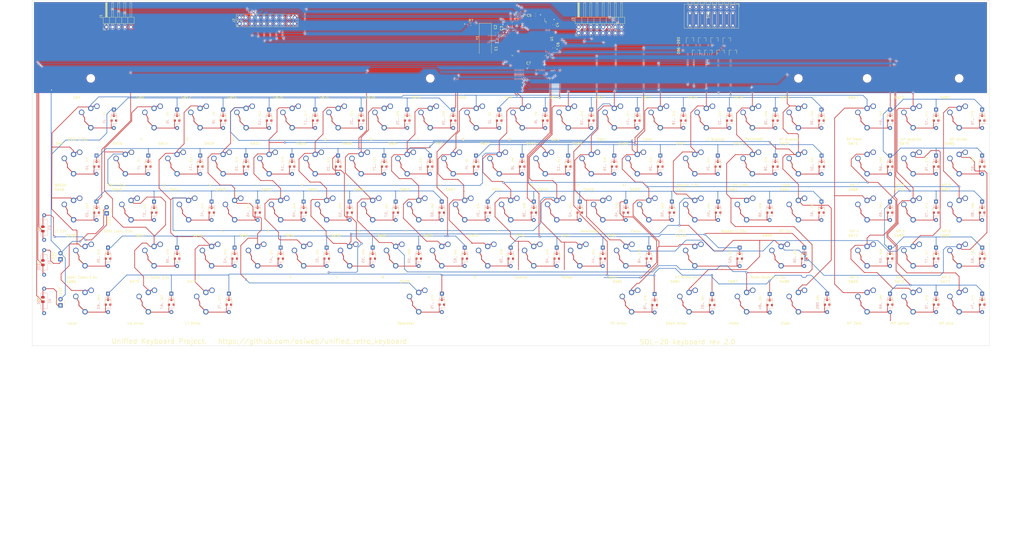
<source format=kicad_pcb>
(kicad_pcb (version 20171130) (host pcbnew "(5.1.9-0-10_14)")
  (title_block (title "Unified Retro Keyboard") (date 2020-12-30) (rev 2.0) (company OSIWeb.org) (comment 1 "SOL keyboard matrix"))
  (layers (0 F.Cu signal) (31 B.Cu signal) (34 B.Paste user) (35 F.Paste user) (36 B.SilkS user) (37 F.SilkS user) (38 B.Mask user) (39 F.Mask user) (44 Edge.Cuts user))
  (net 0 "")
  (net 1 /Row3)
  (net 2 /Row0)
  (net 3 /Row1)
  (net 4 "Net-(D5-Pad2)")
  (net 5 "Net-(D7-Pad2)")
  (net 6 "Net-(D8-Pad2)")
  (net 7 "Net-(D9-Pad2)")
  (net 8 "Net-(D10-Pad2)")
  (net 9 "Net-(D11-Pad2)")
  (net 10 "Net-(D12-Pad2)")
  (net 11 "Net-(D13-Pad2)")
  (net 12 "Net-(D14-Pad2)")
  (net 13 "Net-(D15-Pad2)")
  (net 14 "Net-(D16-Pad2)")
  (net 15 "Net-(D18-Pad2)")
  (net 16 "Net-(D19-Pad2)")
  (net 17 "Net-(D20-Pad2)")
  (net 18 "Net-(D22-Pad2)")
  (net 19 "Net-(D23-Pad2)")
  (net 20 "Net-(D24-Pad2)")
  (net 21 "Net-(D25-Pad2)")
  (net 22 "Net-(D26-Pad2)")
  (net 23 "Net-(D27-Pad2)")
  (net 24 "Net-(D28-Pad2)")
  (net 25 "Net-(D29-Pad2)")
  (net 26 "Net-(D30-Pad2)")
  (net 27 "Net-(D31-Pad2)")
  (net 28 "Net-(D32-Pad2)")
  (net 29 "Net-(D34-Pad2)")
  (net 30 "Net-(D36-Pad2)")
  (net 31 /Row4)
  (net 32 /Row5)
  (net 33 /Row7)
  (net 34 "Net-(D41-Pad2)")
  (net 35 "Net-(D42-Pad2)")
  (net 36 "Net-(D43-Pad2)")
  (net 37 "Net-(D45-Pad2)")
  (net 38 "Net-(D46-Pad2)")
  (net 39 "Net-(D47-Pad2)")
  (net 40 "Net-(D48-Pad2)")
  (net 41 "Net-(D49-Pad2)")
  (net 42 "Net-(D50-Pad2)")
  (net 43 "Net-(D51-Pad2)")
  (net 44 "Net-(D52-Pad2)")
  (net 45 "Net-(D53-Pad2)")
  (net 46 "Net-(D54-Pad2)")
  (net 47 "Net-(D55-Pad2)")
  (net 48 "Net-(D56-Pad2)")
  (net 49 "Net-(D57-Pad2)")
  (net 50 "Net-(D58-Pad2)")
  (net 51 "Net-(D59-Pad2)")
  (net 52 "Net-(D60-Pad2)")
  (net 53 "Net-(D61-Pad2)")
  (net 54 /Col0)
  (net 55 /Col1)
  (net 56 /Col2)
  (net 57 /Col3)
  (net 58 /Col4)
  (net 59 /Col5)
  (net 60 /Col6)
  (net 61 /Col7)
  (net 62 /Row6)
  (net 63 /Row2)
  (net 64 "Net-(D2-Pad2)")
  (net 65 "Net-(D3-Pad2)")
  (net 66 "Net-(D4-Pad2)")
  (net 67 "Net-(D6-Pad2)")
  (net 68 "Net-(D17-Pad2)")
  (net 69 "Net-(D21-Pad2)")
  (net 70 "Net-(D37-Pad2)")
  (net 71 "Net-(D38-Pad2)")
  (net 72 "Net-(D39-Pad2)")
  (net 73 "Net-(D40-Pad2)")
  (net 74 "Net-(D44-Pad2)")
  (net 75 "Net-(D1-Pad2)")
  (net 76 "Net-(D33-Pad2)")
  (net 77 "Net-(D35-Pad2)")
  (net 78 "Net-(D62-Pad2)")
  (net 79 "Net-(D63-Pad2)")
  (net 80 "Net-(D64-Pad2)")
  (net 81 "Net-(D65-Pad2)")
  (net 82 "Net-(D66-Pad2)")
  (net 83 "Net-(D67-Pad2)")
  (net 84 "Net-(D68-Pad2)")
  (net 85 "Net-(D69-Pad2)")
  (net 86 "Net-(D70-Pad2)")
  (net 87 "Net-(D71-Pad2)")
  (net 88 "Net-(D72-Pad2)")
  (net 89 "Net-(D73-Pad2)")
  (net 90 "Net-(D74-Pad2)")
  (net 91 "Net-(D75-Pad2)")
  (net 92 "Net-(D76-Pad2)")
  (net 93 "Net-(D77-Pad2)")
  (net 94 "Net-(D78-Pad2)")
  (net 95 "Net-(D79-Pad2)")
  (net 96 "Net-(D80-Pad2)")
  (net 97 "Net-(D81-Pad2)")
  (net 98 "Net-(D82-Pad2)")
  (net 99 "Net-(D83-Pad2)")
  (net 100 "Net-(D84-Pad2)")
  (net 101 "Net-(D85-Pad2)")
  (net 102 /Row11)
  (net 103 /Row12)
  (net 104 /Row10)
  (net 105 /Row9)
  (net 106 "Net-(LED1-Pad1)")
  (net 107 "Net-(LED2-Pad1)")
  (net 108 "Net-(LED3-Pad1)")
  (net 109 GND)
  (net 110 "Net-(C1-Pad1)")
  (net 111 "Net-(C2-Pad1)")
  (net 112 VCC)
  (net 113 "Net-(D86-Pad1)")
  (net 114 "Net-(D87-Pad1)")
  (net 115 "Net-(D88-Pad1)")
  (net 116 "Net-(D89-Pad1)")
  (net 117 "Net-(D90-Pad1)")
  (net 118 "Net-(D91-Pad1)")
  (net 119 "Net-(D92-Pad1)")
  (net 120 "Net-(D93-Pad1)")
  (net 121 "Net-(J3-Pad8)")
  (net 122 "Net-(J3-Pad7)")
  (net 123 "Net-(U1-Pad98)")
  (net 124 "Net-(U1-Pad97)")
  (net 125 "Net-(U1-Pad96)")
  (net 126 "Net-(U1-Pad95)")
  (net 127 "Net-(U1-Pad94)")
  (net 128 "Net-(U1-Pad89)")
  (net 129 "Net-(U1-Pad88)")
  (net 130 "Net-(U1-Pad87)")
  (net 131 "Net-(U1-Pad86)")
  (net 132 "Net-(U1-Pad85)")
  (net 133 "Net-(U1-Pad84)")
  (net 134 "Net-(U1-Pad83)")
  (net 135 "Net-(U1-Pad82)")
  (net 136 "Net-(U1-Pad70)")
  (net 137 "Net-(U1-Pad52)")
  (net 138 "Net-(U1-Pad51)")
  (net 139 "Net-(U1-Pad47)")
  (net 140 "Net-(U1-Pad46)")
  (net 141 "Net-(U1-Pad45)")
  (net 142 "Net-(U1-Pad44)")
  (net 143 "Net-(U1-Pad43)")
  (net 144 "Net-(U1-Pad42)")
  (net 145 "Net-(U1-Pad41)")
  (net 146 "Net-(U1-Pad40)")
  (net 147 "Net-(U1-Pad39)")
  (net 148 "Net-(U1-Pad38)")
  (net 149 "Net-(U1-Pad37)")
  (net 150 "Net-(U1-Pad36)")
  (net 151 "Net-(U1-Pad35)")
  (net 152 "Net-(U1-Pad29)")
  (net 153 "Net-(U1-Pad28)")
  (net 154 "Net-(U1-Pad19)")
  (net 155 "Net-(U1-Pad9)")
  (net 156 "Net-(U1-Pad8)")
  (net 157 "Net-(U1-Pad7)")
  (net 158 "Net-(U1-Pad6)")
  (net 159 "Net-(U1-Pad5)")
  (net 160 "Net-(U1-Pad4)")
  (net 161 "Net-(U1-Pad3)")
  (net 162 "Net-(U1-Pad2)")
  (net 163 "Net-(U1-Pad1)")
  (net 164 /encoder/OUT1)
  (net 165 /encoder/OUT2)
  (net 166 /encoder/OUT3)
  (net 167 /encoder/D7)
  (net 168 /encoder/D3)
  (net 169 /encoder/D6)
  (net 170 /encoder/D2)
  (net 171 /encoder/D5)
  (net 172 /encoder/D1)
  (net 173 /encoder/D4)
  (net 174 /encoder/D0)
  (net 175 /encoder/~STROBE)
  (net 176 /encoder/~RESET)
  (net 177 /encoder/MOSI)
  (net 178 /encoder/SCK)
  (net 179 /encoder/MISO)
  (net 180 /encoder/TDI)
  (net 181 /encoder/TMS)
  (net 182 /encoder/TDO)
  (net 183 /encoder/TCK)
  (net 184 /encoder/LED1)
  (net 185 /encoder/LED2)
  (net 186 /encoder/LED3)
  (net 187 /encoder/Row8)
  (net 188 /encoder/Row13)
  (net 189 /encoder/Row14)
  (net 190 /encoder/Row15)
  (module unikbd:Key_MX (layer F.Cu) (at 437.06288 187.74156)
    (fp_text reference SW72 (at -5.7912 -8.6106) (layer F.SilkS))
    (fp_text value "NP 1" (at -5.334 8.6614) (layer F.SilkS))
    (fp_line (start 1.27 -5.08) (end 0.7366 -4.6736) (layer F.Cu) (width 0.3048))
    (fp_line (start 1.651 -5.08) (end 1.27 -5.08) (layer F.Cu) (width 0.3048))
    (fp_line (start -2.54 1.27) (end 0 3.81) (layer F.Cu) (width 0.3048))
    (fp_line (start -2.54 0) (end -2.54 1.27) (layer F.Cu) (width 0.3048))
    (fp_line (start -3.81 -2.54) (end -2.54 0) (layer F.Cu) (width 0.3048))
    (pad 2 thru_hole circle (at 0 3.8989) (size 2.2352 2.2352) (drill 1.397) (layers *.Cu *.Mask) (net 85 "Net-(D69-Pad2)"))
    (pad 1 thru_hole circle (at 0 -4.1021) (size 2.2352 2.2352) (drill 1.397) (layers *.Cu *.Mask) (net 55 /Col1))
    (pad 3 thru_hole circle (at 2.54 -4.9784) (size 2.2352 2.2352) (drill 1.5748) (layers *.Cu *.Mask))
    (pad "" np_thru_hole circle (at -5.08 0.1016) (size 1.7018 1.7018) (drill 1.7018) (layers *.Cu *.Mask))
    (pad "" np_thru_hole circle (at 5.08 0.1016) (size 1.7018 1.7018) (drill 1.7018) (layers *.Cu *.Mask))
    (pad "" np_thru_hole circle (at 0 0.1016) (size 3.9878 3.9878) (drill 3.9878) (layers *.Cu *.Mask))
    (pad 4 thru_hole circle (at -3.81 -2.4384) (size 2.2352 2.2352) (drill 1.5748) (layers *.Cu *.Mask))
  )
  (module unikbd:Key_MX (layer F.Cu) (at 251.45238 206.79156)
    (fp_text reference SW78 (at -5.7912 -8.6106) (layer F.SilkS))
    (fp_text value Spacebar (at -5.334 8.6614) (layer F.SilkS))
    (fp_line (start 1.27 -5.08) (end 0.7366 -4.6736) (layer F.Cu) (width 0.3048))
    (fp_line (start 1.651 -5.08) (end 1.27 -5.08) (layer F.Cu) (width 0.3048))
    (fp_line (start -2.54 1.27) (end 0 3.81) (layer F.Cu) (width 0.3048))
    (fp_line (start -2.54 0) (end -2.54 1.27) (layer F.Cu) (width 0.3048))
    (fp_line (start -3.81 -2.54) (end -2.54 0) (layer F.Cu) (width 0.3048))
    (pad 2 thru_hole circle (at 0 3.8989) (size 2.2352 2.2352) (drill 1.397) (layers *.Cu *.Mask) (net 91 "Net-(D75-Pad2)"))
    (pad 1 thru_hole circle (at 0 -4.1021) (size 2.2352 2.2352) (drill 1.397) (layers *.Cu *.Mask) (net 57 /Col3))
    (pad 3 thru_hole circle (at 2.54 -4.9784) (size 2.2352 2.2352) (drill 1.5748) (layers *.Cu *.Mask))
    (pad "" np_thru_hole circle (at -5.08 0.1016) (size 1.7018 1.7018) (drill 1.7018) (layers *.Cu *.Mask))
    (pad "" np_thru_hole circle (at 5.08 0.1016) (size 1.7018 1.7018) (drill 1.7018) (layers *.Cu *.Mask))
    (pad "" np_thru_hole circle (at 0 0.1016) (size 3.9878 3.9878) (drill 3.9878) (layers *.Cu *.Mask))
    (pad 4 thru_hole circle (at -3.81 -2.4384) (size 2.2352 2.2352) (drill 1.5748) (layers *.Cu *.Mask))
  )
  (module unikbd:Key_MX (layer F.Cu) (at 365.75238 168.69156)
    (fp_text reference SW57 (at -5.7912 -8.6106) (layer F.SilkS))
    (fp_text value DEL (at -5.334 8.6614) (layer F.SilkS))
    (fp_line (start 1.27 -5.08) (end 0.7366 -4.6736) (layer F.Cu) (width 0.3048))
    (fp_line (start 1.651 -5.08) (end 1.27 -5.08) (layer F.Cu) (width 0.3048))
    (fp_line (start -2.54 1.27) (end 0 3.81) (layer F.Cu) (width 0.3048))
    (fp_line (start -2.54 0) (end -2.54 1.27) (layer F.Cu) (width 0.3048))
    (fp_line (start -3.81 -2.54) (end -2.54 0) (layer F.Cu) (width 0.3048))
    (pad 2 thru_hole circle (at 0 3.8989) (size 2.2352 2.2352) (drill 1.397) (layers *.Cu *.Mask) (net 46 "Net-(D54-Pad2)"))
    (pad 1 thru_hole circle (at 0 -4.1021) (size 2.2352 2.2352) (drill 1.397) (layers *.Cu *.Mask) (net 59 /Col5))
    (pad 3 thru_hole circle (at 2.54 -4.9784) (size 2.2352 2.2352) (drill 1.5748) (layers *.Cu *.Mask))
    (pad "" np_thru_hole circle (at -5.08 0.1016) (size 1.7018 1.7018) (drill 1.7018) (layers *.Cu *.Mask))
    (pad "" np_thru_hole circle (at 5.08 0.1016) (size 1.7018 1.7018) (drill 1.7018) (layers *.Cu *.Mask))
    (pad "" np_thru_hole circle (at 0 0.1016) (size 3.9878 3.9878) (drill 3.9878) (layers *.Cu *.Mask))
    (pad 4 thru_hole circle (at -3.81 -2.4384) (size 2.2352 2.2352) (drill 1.5748) (layers *.Cu *.Mask))
  )
  (module unikbd:Key_MX (layer F.Cu) (at 203.82738 187.74156)
    (fp_text reference SW54 (at -5.7912 -8.6106) (layer F.SilkS))
    (fp_text value C (at -5.334 8.6614) (layer F.SilkS))
    (fp_line (start 1.27 -5.08) (end 0.7366 -4.6736) (layer F.Cu) (width 0.3048))
    (fp_line (start 1.651 -5.08) (end 1.27 -5.08) (layer F.Cu) (width 0.3048))
    (fp_line (start -2.54 1.27) (end 0 3.81) (layer F.Cu) (width 0.3048))
    (fp_line (start -2.54 0) (end -2.54 1.27) (layer F.Cu) (width 0.3048))
    (fp_line (start -3.81 -2.54) (end -2.54 0) (layer F.Cu) (width 0.3048))
    (pad 2 thru_hole circle (at 0 3.8989) (size 2.2352 2.2352) (drill 1.397) (layers *.Cu *.Mask) (net 43 "Net-(D51-Pad2)"))
    (pad 1 thru_hole circle (at 0 -4.1021) (size 2.2352 2.2352) (drill 1.397) (layers *.Cu *.Mask) (net 58 /Col4))
    (pad 3 thru_hole circle (at 2.54 -4.9784) (size 2.2352 2.2352) (drill 1.5748) (layers *.Cu *.Mask))
    (pad "" np_thru_hole circle (at -5.08 0.1016) (size 1.7018 1.7018) (drill 1.7018) (layers *.Cu *.Mask))
    (pad "" np_thru_hole circle (at 5.08 0.1016) (size 1.7018 1.7018) (drill 1.7018) (layers *.Cu *.Mask))
    (pad "" np_thru_hole circle (at 0 0.1016) (size 3.9878 3.9878) (drill 3.9878) (layers *.Cu *.Mask))
    (pad 4 thru_hole circle (at -3.81 -2.4384) (size 2.2352 2.2352) (drill 1.5748) (layers *.Cu *.Mask))
  )
  (module unikbd:Key_MX (layer F.Cu) (at 163.34613 206.79156)
    (fp_text reference SW74 (at -5.7912 -8.6106) (layer F.SilkS))
    (fp_text value "LT Arrow" (at -5.334 8.6614) (layer F.SilkS))
    (fp_line (start 1.27 -5.08) (end 0.7366 -4.6736) (layer F.Cu) (width 0.3048))
    (fp_line (start 1.651 -5.08) (end 1.27 -5.08) (layer F.Cu) (width 0.3048))
    (fp_line (start -2.54 1.27) (end 0 3.81) (layer F.Cu) (width 0.3048))
    (fp_line (start -2.54 0) (end -2.54 1.27) (layer F.Cu) (width 0.3048))
    (fp_line (start -3.81 -2.54) (end -2.54 0) (layer F.Cu) (width 0.3048))
    (pad 2 thru_hole circle (at 0 3.8989) (size 2.2352 2.2352) (drill 1.397) (layers *.Cu *.Mask) (net 87 "Net-(D71-Pad2)"))
    (pad 1 thru_hole circle (at 0 -4.1021) (size 2.2352 2.2352) (drill 1.397) (layers *.Cu *.Mask) (net 56 /Col2))
    (pad 3 thru_hole circle (at 2.54 -4.9784) (size 2.2352 2.2352) (drill 1.5748) (layers *.Cu *.Mask))
    (pad "" np_thru_hole circle (at -5.08 0.1016) (size 1.7018 1.7018) (drill 1.7018) (layers *.Cu *.Mask))
    (pad "" np_thru_hole circle (at 5.08 0.1016) (size 1.7018 1.7018) (drill 1.7018) (layers *.Cu *.Mask))
    (pad "" np_thru_hole circle (at 0 0.1016) (size 3.9878 3.9878) (drill 3.9878) (layers *.Cu *.Mask))
    (pad 4 thru_hole circle (at -3.81 -2.4384) (size 2.2352 2.2352) (drill 1.5748) (layers *.Cu *.Mask))
  )
  (module unikbd:Key_MX (layer F.Cu) (at 475.16288 149.64156)
    (fp_text reference SW85 (at -4.03098 -8.56996) (layer F.SilkS))
    (fp_text value "NP 9" (at -5.334 8.6614) (layer F.SilkS))
    (fp_line (start 1.27 -5.08) (end 0.7366 -4.6736) (layer F.Cu) (width 0.3048))
    (fp_line (start 1.651 -5.08) (end 1.27 -5.08) (layer F.Cu) (width 0.3048))
    (fp_line (start -2.54 1.27) (end 0 3.81) (layer F.Cu) (width 0.3048))
    (fp_line (start -2.54 0) (end -2.54 1.27) (layer F.Cu) (width 0.3048))
    (fp_line (start -3.81 -2.54) (end -2.54 0) (layer F.Cu) (width 0.3048))
    (pad 2 thru_hole circle (at 0 3.8989) (size 2.2352 2.2352) (drill 1.397) (layers *.Cu *.Mask) (net 98 "Net-(D82-Pad2)"))
    (pad 1 thru_hole circle (at 0 -4.1021) (size 2.2352 2.2352) (drill 1.397) (layers *.Cu *.Mask) (net 59 /Col5))
    (pad 3 thru_hole circle (at 2.54 -4.9784) (size 2.2352 2.2352) (drill 1.5748) (layers *.Cu *.Mask))
    (pad "" np_thru_hole circle (at -5.08 0.1016) (size 1.7018 1.7018) (drill 1.7018) (layers *.Cu *.Mask))
    (pad "" np_thru_hole circle (at 5.08 0.1016) (size 1.7018 1.7018) (drill 1.7018) (layers *.Cu *.Mask))
    (pad "" np_thru_hole circle (at 0 0.1016) (size 3.9878 3.9878) (drill 3.9878) (layers *.Cu *.Mask))
    (pad 4 thru_hole circle (at -3.81 -2.4384) (size 2.2352 2.2352) (drill 1.5748) (layers *.Cu *.Mask))
  )
  (module unikbd:Key_MX (layer F.Cu) (at 227.63988 149.64156)
    (fp_text reference SW30 (at -5.7912 -8.6106) (layer F.SilkS))
    (fp_text value T (at -5.334 8.6614) (layer F.SilkS))
    (fp_line (start 1.27 -5.08) (end 0.7366 -4.6736) (layer F.Cu) (width 0.3048))
    (fp_line (start 1.651 -5.08) (end 1.27 -5.08) (layer F.Cu) (width 0.3048))
    (fp_line (start -2.54 1.27) (end 0 3.81) (layer F.Cu) (width 0.3048))
    (fp_line (start -2.54 0) (end -2.54 1.27) (layer F.Cu) (width 0.3048))
    (fp_line (start -3.81 -2.54) (end -2.54 0) (layer F.Cu) (width 0.3048))
    (pad 2 thru_hole circle (at 0 3.8989) (size 2.2352 2.2352) (drill 1.397) (layers *.Cu *.Mask) (net 23 "Net-(D27-Pad2)"))
    (pad 1 thru_hole circle (at 0 -4.1021) (size 2.2352 2.2352) (drill 1.397) (layers *.Cu *.Mask) (net 60 /Col6))
    (pad 3 thru_hole circle (at 2.54 -4.9784) (size 2.2352 2.2352) (drill 1.5748) (layers *.Cu *.Mask))
    (pad "" np_thru_hole circle (at -5.08 0.1016) (size 1.7018 1.7018) (drill 1.7018) (layers *.Cu *.Mask))
    (pad "" np_thru_hole circle (at 5.08 0.1016) (size 1.7018 1.7018) (drill 1.7018) (layers *.Cu *.Mask))
    (pad "" np_thru_hole circle (at 0 0.1016) (size 3.9878 3.9878) (drill 3.9878) (layers *.Cu *.Mask))
    (pad 4 thru_hole circle (at -3.81 -2.4384) (size 2.2352 2.2352) (drill 1.5748) (layers *.Cu *.Mask))
  )
  (module unikbd:Key_MX (layer F.Cu) (at 408.61488 206.79156)
    (fp_text reference SW88 (at -5.7912 -8.6106) (layer F.SilkS))
    (fp_text value Clear (at -5.334 8.6614) (layer F.SilkS))
    (fp_line (start 1.27 -5.08) (end 0.7366 -4.6736) (layer F.Cu) (width 0.3048))
    (fp_line (start 1.651 -5.08) (end 1.27 -5.08) (layer F.Cu) (width 0.3048))
    (fp_line (start -2.54 1.27) (end 0 3.81) (layer F.Cu) (width 0.3048))
    (fp_line (start -2.54 0) (end -2.54 1.27) (layer F.Cu) (width 0.3048))
    (fp_line (start -3.81 -2.54) (end -2.54 0) (layer F.Cu) (width 0.3048))
    (pad 2 thru_hole circle (at 0 3.8989) (size 2.2352 2.2352) (drill 1.397) (layers *.Cu *.Mask) (net 101 "Net-(D85-Pad2)"))
    (pad 1 thru_hole circle (at 0 -4.1021) (size 2.2352 2.2352) (drill 1.397) (layers *.Cu *.Mask) (net 61 /Col7))
    (pad 3 thru_hole circle (at 2.54 -4.9784) (size 2.2352 2.2352) (drill 1.5748) (layers *.Cu *.Mask))
    (pad "" np_thru_hole circle (at -5.08 0.1016) (size 1.7018 1.7018) (drill 1.7018) (layers *.Cu *.Mask))
    (pad "" np_thru_hole circle (at 5.08 0.1016) (size 1.7018 1.7018) (drill 1.7018) (layers *.Cu *.Mask))
    (pad "" np_thru_hole circle (at 0 0.1016) (size 3.9878 3.9878) (drill 3.9878) (layers *.Cu *.Mask))
    (pad 4 thru_hole circle (at -3.81 -2.4384) (size 2.2352 2.2352) (drill 1.5748) (layers *.Cu *.Mask))
  )
  (module unikbd:Key_MX (layer F.Cu) (at 387.18363 206.79156)
    (fp_text reference SW87 (at -5.7912 -8.6106) (layer F.SilkS))
    (fp_text value Home (at -5.334 8.6614) (layer F.SilkS))
    (fp_line (start 1.27 -5.08) (end 0.7366 -4.6736) (layer F.Cu) (width 0.3048))
    (fp_line (start 1.651 -5.08) (end 1.27 -5.08) (layer F.Cu) (width 0.3048))
    (fp_line (start -2.54 1.27) (end 0 3.81) (layer F.Cu) (width 0.3048))
    (fp_line (start -2.54 0) (end -2.54 1.27) (layer F.Cu) (width 0.3048))
    (fp_line (start -3.81 -2.54) (end -2.54 0) (layer F.Cu) (width 0.3048))
    (pad 2 thru_hole circle (at 0 3.8989) (size 2.2352 2.2352) (drill 1.397) (layers *.Cu *.Mask) (net 100 "Net-(D84-Pad2)"))
    (pad 1 thru_hole circle (at 0 -4.1021) (size 2.2352 2.2352) (drill 1.397) (layers *.Cu *.Mask) (net 60 /Col6))
    (pad 3 thru_hole circle (at 2.54 -4.9784) (size 2.2352 2.2352) (drill 1.5748) (layers *.Cu *.Mask))
    (pad "" np_thru_hole circle (at -5.08 0.1016) (size 1.7018 1.7018) (drill 1.7018) (layers *.Cu *.Mask))
    (pad "" np_thru_hole circle (at 5.08 0.1016) (size 1.7018 1.7018) (drill 1.7018) (layers *.Cu *.Mask))
    (pad "" np_thru_hole circle (at 0 0.1016) (size 3.9878 3.9878) (drill 3.9878) (layers *.Cu *.Mask))
    (pad 4 thru_hole circle (at -3.81 -2.4384) (size 2.2352 2.2352) (drill 1.5748) (layers *.Cu *.Mask))
  )
  (module unikbd:Key_MX (layer F.Cu) (at 475.16288 187.74156)
    (fp_text reference SW86 (at -5.7912 -8.6106) (layer F.SilkS))
    (fp_text value "NP 3" (at -5.334 8.6614) (layer F.SilkS))
    (fp_line (start 1.27 -5.08) (end 0.7366 -4.6736) (layer F.Cu) (width 0.3048))
    (fp_line (start 1.651 -5.08) (end 1.27 -5.08) (layer F.Cu) (width 0.3048))
    (fp_line (start -2.54 1.27) (end 0 3.81) (layer F.Cu) (width 0.3048))
    (fp_line (start -2.54 0) (end -2.54 1.27) (layer F.Cu) (width 0.3048))
    (fp_line (start -3.81 -2.54) (end -2.54 0) (layer F.Cu) (width 0.3048))
    (pad 2 thru_hole circle (at 0 3.8989) (size 2.2352 2.2352) (drill 1.397) (layers *.Cu *.Mask) (net 99 "Net-(D83-Pad2)"))
    (pad 1 thru_hole circle (at 0 -4.1021) (size 2.2352 2.2352) (drill 1.397) (layers *.Cu *.Mask) (net 59 /Col5))
    (pad 3 thru_hole circle (at 2.54 -4.9784) (size 2.2352 2.2352) (drill 1.5748) (layers *.Cu *.Mask))
    (pad "" np_thru_hole circle (at -5.08 0.1016) (size 1.7018 1.7018) (drill 1.7018) (layers *.Cu *.Mask))
    (pad "" np_thru_hole circle (at 5.08 0.1016) (size 1.7018 1.7018) (drill 1.7018) (layers *.Cu *.Mask))
    (pad "" np_thru_hole circle (at 0 0.1016) (size 3.9878 3.9878) (drill 3.9878) (layers *.Cu *.Mask))
    (pad 4 thru_hole circle (at -3.81 -2.4384) (size 2.2352 2.2352) (drill 1.5748) (layers *.Cu *.Mask))
  )
  (module unikbd:Key_MX (layer F.Cu) (at 363.37113 206.79156)
    (fp_text reference SW84 (at -5.7912 -8.6106) (layer F.SilkS))
    (fp_text value "Down Arrow" (at -5.334 8.6614) (layer F.SilkS))
    (fp_line (start 1.27 -5.08) (end 0.7366 -4.6736) (layer F.Cu) (width 0.3048))
    (fp_line (start 1.651 -5.08) (end 1.27 -5.08) (layer F.Cu) (width 0.3048))
    (fp_line (start -2.54 1.27) (end 0 3.81) (layer F.Cu) (width 0.3048))
    (fp_line (start -2.54 0) (end -2.54 1.27) (layer F.Cu) (width 0.3048))
    (fp_line (start -3.81 -2.54) (end -2.54 0) (layer F.Cu) (width 0.3048))
    (pad 2 thru_hole circle (at 0 3.8989) (size 2.2352 2.2352) (drill 1.397) (layers *.Cu *.Mask) (net 97 "Net-(D81-Pad2)"))
    (pad 1 thru_hole circle (at 0 -4.1021) (size 2.2352 2.2352) (drill 1.397) (layers *.Cu *.Mask) (net 59 /Col5))
    (pad 3 thru_hole circle (at 2.54 -4.9784) (size 2.2352 2.2352) (drill 1.5748) (layers *.Cu *.Mask))
    (pad "" np_thru_hole circle (at -5.08 0.1016) (size 1.7018 1.7018) (drill 1.7018) (layers *.Cu *.Mask))
    (pad "" np_thru_hole circle (at 5.08 0.1016) (size 1.7018 1.7018) (drill 1.7018) (layers *.Cu *.Mask))
    (pad "" np_thru_hole circle (at 0 0.1016) (size 3.9878 3.9878) (drill 3.9878) (layers *.Cu *.Mask))
    (pad 4 thru_hole circle (at -3.81 -2.4384) (size 2.2352 2.2352) (drill 1.5748) (layers *.Cu *.Mask))
  )
  (module unikbd:Key_MX (layer F.Cu) (at 475.16288 168.69156)
    (fp_text reference SW83 (at -5.7912 -8.6106) (layer F.SilkS))
    (fp_text value "NP 6" (at -5.334 8.6614) (layer F.SilkS))
    (fp_line (start 1.27 -5.08) (end 0.7366 -4.6736) (layer F.Cu) (width 0.3048))
    (fp_line (start 1.651 -5.08) (end 1.27 -5.08) (layer F.Cu) (width 0.3048))
    (fp_line (start -2.54 1.27) (end 0 3.81) (layer F.Cu) (width 0.3048))
    (fp_line (start -2.54 0) (end -2.54 1.27) (layer F.Cu) (width 0.3048))
    (fp_line (start -3.81 -2.54) (end -2.54 0) (layer F.Cu) (width 0.3048))
    (pad 2 thru_hole circle (at 0 3.8989) (size 2.2352 2.2352) (drill 1.397) (layers *.Cu *.Mask) (net 96 "Net-(D80-Pad2)"))
    (pad 1 thru_hole circle (at 0 -4.1021) (size 2.2352 2.2352) (drill 1.397) (layers *.Cu *.Mask) (net 58 /Col4))
    (pad 3 thru_hole circle (at 2.54 -4.9784) (size 2.2352 2.2352) (drill 1.5748) (layers *.Cu *.Mask))
    (pad "" np_thru_hole circle (at -5.08 0.1016) (size 1.7018 1.7018) (drill 1.7018) (layers *.Cu *.Mask))
    (pad "" np_thru_hole circle (at 5.08 0.1016) (size 1.7018 1.7018) (drill 1.7018) (layers *.Cu *.Mask))
    (pad "" np_thru_hole circle (at 0 0.1016) (size 3.9878 3.9878) (drill 3.9878) (layers *.Cu *.Mask))
    (pad 4 thru_hole circle (at -3.81 -2.4384) (size 2.2352 2.2352) (drill 1.5748) (layers *.Cu *.Mask))
  )
  (module unikbd:Key_MX (layer F.Cu) (at 475.16288 130.59156)
    (fp_text reference SW82 (at -5.7912 -8.6106) (layer F.SilkS))
    (fp_text value "NP divide" (at -0.29718 8.72744) (layer F.SilkS))
    (fp_line (start 1.27 -5.08) (end 0.7366 -4.6736) (layer F.Cu) (width 0.3048))
    (fp_line (start 1.651 -5.08) (end 1.27 -5.08) (layer F.Cu) (width 0.3048))
    (fp_line (start -2.54 1.27) (end 0 3.81) (layer F.Cu) (width 0.3048))
    (fp_line (start -2.54 0) (end -2.54 1.27) (layer F.Cu) (width 0.3048))
    (fp_line (start -3.81 -2.54) (end -2.54 0) (layer F.Cu) (width 0.3048))
    (pad 2 thru_hole circle (at 0 3.8989) (size 2.2352 2.2352) (drill 1.397) (layers *.Cu *.Mask) (net 95 "Net-(D79-Pad2)"))
    (pad 1 thru_hole circle (at 0 -4.1021) (size 2.2352 2.2352) (drill 1.397) (layers *.Cu *.Mask) (net 58 /Col4))
    (pad 3 thru_hole circle (at 2.54 -4.9784) (size 2.2352 2.2352) (drill 1.5748) (layers *.Cu *.Mask))
    (pad "" np_thru_hole circle (at -5.08 0.1016) (size 1.7018 1.7018) (drill 1.7018) (layers *.Cu *.Mask))
    (pad "" np_thru_hole circle (at 5.08 0.1016) (size 1.7018 1.7018) (drill 1.7018) (layers *.Cu *.Mask))
    (pad "" np_thru_hole circle (at 0 0.1016) (size 3.9878 3.9878) (drill 3.9878) (layers *.Cu *.Mask))
    (pad 4 thru_hole circle (at -3.81 -2.4384) (size 2.2352 2.2352) (drill 1.5748) (layers *.Cu *.Mask))
  )
  (module unikbd:Key_MX (layer F.Cu) (at 339.55863 206.79156)
    (fp_text reference SW81 (at -5.7912 -8.6106) (layer F.SilkS))
    (fp_text value "RT Arrow" (at -5.334 8.6614) (layer F.SilkS))
    (fp_line (start 1.27 -5.08) (end 0.7366 -4.6736) (layer F.Cu) (width 0.3048))
    (fp_line (start 1.651 -5.08) (end 1.27 -5.08) (layer F.Cu) (width 0.3048))
    (fp_line (start -2.54 1.27) (end 0 3.81) (layer F.Cu) (width 0.3048))
    (fp_line (start -2.54 0) (end -2.54 1.27) (layer F.Cu) (width 0.3048))
    (fp_line (start -3.81 -2.54) (end -2.54 0) (layer F.Cu) (width 0.3048))
    (pad 2 thru_hole circle (at 0 3.8989) (size 2.2352 2.2352) (drill 1.397) (layers *.Cu *.Mask) (net 94 "Net-(D78-Pad2)"))
    (pad 1 thru_hole circle (at 0 -4.1021) (size 2.2352 2.2352) (drill 1.397) (layers *.Cu *.Mask) (net 58 /Col4))
    (pad 3 thru_hole circle (at 2.54 -4.9784) (size 2.2352 2.2352) (drill 1.5748) (layers *.Cu *.Mask))
    (pad "" np_thru_hole circle (at -5.08 0.1016) (size 1.7018 1.7018) (drill 1.7018) (layers *.Cu *.Mask))
    (pad "" np_thru_hole circle (at 5.08 0.1016) (size 1.7018 1.7018) (drill 1.7018) (layers *.Cu *.Mask))
    (pad "" np_thru_hole circle (at 0 0.1016) (size 3.9878 3.9878) (drill 3.9878) (layers *.Cu *.Mask))
    (pad 4 thru_hole circle (at -3.81 -2.4384) (size 2.2352 2.2352) (drill 1.5748) (layers *.Cu *.Mask))
  )
  (module unikbd:Key_MX (layer F.Cu) (at 456.11288 187.74156)
    (fp_text reference SW80 (at -5.7912 -8.6106) (layer F.SilkS))
    (fp_text value "NP 2" (at -5.334 8.6614) (layer F.SilkS))
    (fp_line (start 1.27 -5.08) (end 0.7366 -4.6736) (layer F.Cu) (width 0.3048))
    (fp_line (start 1.651 -5.08) (end 1.27 -5.08) (layer F.Cu) (width 0.3048))
    (fp_line (start -2.54 1.27) (end 0 3.81) (layer F.Cu) (width 0.3048))
    (fp_line (start -2.54 0) (end -2.54 1.27) (layer F.Cu) (width 0.3048))
    (fp_line (start -3.81 -2.54) (end -2.54 0) (layer F.Cu) (width 0.3048))
    (pad 2 thru_hole circle (at 0 3.8989) (size 2.2352 2.2352) (drill 1.397) (layers *.Cu *.Mask) (net 93 "Net-(D77-Pad2)"))
    (pad 1 thru_hole circle (at 0 -4.1021) (size 2.2352 2.2352) (drill 1.397) (layers *.Cu *.Mask) (net 57 /Col3))
    (pad 3 thru_hole circle (at 2.54 -4.9784) (size 2.2352 2.2352) (drill 1.5748) (layers *.Cu *.Mask))
    (pad "" np_thru_hole circle (at -5.08 0.1016) (size 1.7018 1.7018) (drill 1.7018) (layers *.Cu *.Mask))
    (pad "" np_thru_hole circle (at 5.08 0.1016) (size 1.7018 1.7018) (drill 1.7018) (layers *.Cu *.Mask))
    (pad "" np_thru_hole circle (at 0 0.1016) (size 3.9878 3.9878) (drill 3.9878) (layers *.Cu *.Mask))
    (pad 4 thru_hole circle (at -3.81 -2.4384) (size 2.2352 2.2352) (drill 1.5748) (layers *.Cu *.Mask))
  )
  (module unikbd:Key_MX (layer F.Cu) (at 456.11288 149.64156)
    (fp_text reference SW79 (at -3.75158 -8.56996) (layer F.SilkS))
    (fp_text value "NP 8" (at -5.334 8.6614) (layer F.SilkS))
    (fp_line (start 1.27 -5.08) (end 0.7366 -4.6736) (layer F.Cu) (width 0.3048))
    (fp_line (start 1.651 -5.08) (end 1.27 -5.08) (layer F.Cu) (width 0.3048))
    (fp_line (start -2.54 1.27) (end 0 3.81) (layer F.Cu) (width 0.3048))
    (fp_line (start -2.54 0) (end -2.54 1.27) (layer F.Cu) (width 0.3048))
    (fp_line (start -3.81 -2.54) (end -2.54 0) (layer F.Cu) (width 0.3048))
    (pad 2 thru_hole circle (at 0 3.8989) (size 2.2352 2.2352) (drill 1.397) (layers *.Cu *.Mask) (net 92 "Net-(D76-Pad2)"))
    (pad 1 thru_hole circle (at 0 -4.1021) (size 2.2352 2.2352) (drill 1.397) (layers *.Cu *.Mask) (net 57 /Col3))
    (pad 3 thru_hole circle (at 2.54 -4.9784) (size 2.2352 2.2352) (drill 1.5748) (layers *.Cu *.Mask))
    (pad "" np_thru_hole circle (at -5.08 0.1016) (size 1.7018 1.7018) (drill 1.7018) (layers *.Cu *.Mask))
    (pad "" np_thru_hole circle (at 5.08 0.1016) (size 1.7018 1.7018) (drill 1.7018) (layers *.Cu *.Mask))
    (pad "" np_thru_hole circle (at 0 0.1016) (size 3.9878 3.9878) (drill 3.9878) (layers *.Cu *.Mask))
    (pad 4 thru_hole circle (at -3.81 -2.4384) (size 2.2352 2.2352) (drill 1.5748) (layers *.Cu *.Mask))
  )
  (module unikbd:Key_MX (layer F.Cu) (at 475.16288 206.79156)
    (fp_text reference SW77 (at -5.7912 -8.6106) (layer F.SilkS))
    (fp_text value "NP plus" (at -5.334 8.6614) (layer F.SilkS))
    (fp_line (start 1.27 -5.08) (end 0.7366 -4.6736) (layer F.Cu) (width 0.3048))
    (fp_line (start 1.651 -5.08) (end 1.27 -5.08) (layer F.Cu) (width 0.3048))
    (fp_line (start -2.54 1.27) (end 0 3.81) (layer F.Cu) (width 0.3048))
    (fp_line (start -2.54 0) (end -2.54 1.27) (layer F.Cu) (width 0.3048))
    (fp_line (start -3.81 -2.54) (end -2.54 0) (layer F.Cu) (width 0.3048))
    (pad 2 thru_hole circle (at 0 3.8989) (size 2.2352 2.2352) (drill 1.397) (layers *.Cu *.Mask) (net 90 "Net-(D74-Pad2)"))
    (pad 1 thru_hole circle (at 0 -4.1021) (size 2.2352 2.2352) (drill 1.397) (layers *.Cu *.Mask) (net 56 /Col2))
    (pad 3 thru_hole circle (at 2.54 -4.9784) (size 2.2352 2.2352) (drill 1.5748) (layers *.Cu *.Mask))
    (pad "" np_thru_hole circle (at -5.08 0.1016) (size 1.7018 1.7018) (drill 1.7018) (layers *.Cu *.Mask))
    (pad "" np_thru_hole circle (at 5.08 0.1016) (size 1.7018 1.7018) (drill 1.7018) (layers *.Cu *.Mask))
    (pad "" np_thru_hole circle (at 0 0.1016) (size 3.9878 3.9878) (drill 3.9878) (layers *.Cu *.Mask))
    (pad 4 thru_hole circle (at -3.81 -2.4384) (size 2.2352 2.2352) (drill 1.5748) (layers *.Cu *.Mask))
  )
  (module unikbd:Key_MX (layer F.Cu) (at 456.11288 168.69156)
    (fp_text reference SW76 (at -5.7912 -8.6106) (layer F.SilkS))
    (fp_text value "NP 5" (at -5.334 8.6614) (layer F.SilkS))
    (fp_line (start 1.27 -5.08) (end 0.7366 -4.6736) (layer F.Cu) (width 0.3048))
    (fp_line (start 1.651 -5.08) (end 1.27 -5.08) (layer F.Cu) (width 0.3048))
    (fp_line (start -2.54 1.27) (end 0 3.81) (layer F.Cu) (width 0.3048))
    (fp_line (start -2.54 0) (end -2.54 1.27) (layer F.Cu) (width 0.3048))
    (fp_line (start -3.81 -2.54) (end -2.54 0) (layer F.Cu) (width 0.3048))
    (pad 2 thru_hole circle (at 0 3.8989) (size 2.2352 2.2352) (drill 1.397) (layers *.Cu *.Mask) (net 89 "Net-(D73-Pad2)"))
    (pad 1 thru_hole circle (at 0 -4.1021) (size 2.2352 2.2352) (drill 1.397) (layers *.Cu *.Mask) (net 56 /Col2))
    (pad 3 thru_hole circle (at 2.54 -4.9784) (size 2.2352 2.2352) (drill 1.5748) (layers *.Cu *.Mask))
    (pad "" np_thru_hole circle (at -5.08 0.1016) (size 1.7018 1.7018) (drill 1.7018) (layers *.Cu *.Mask))
    (pad "" np_thru_hole circle (at 5.08 0.1016) (size 1.7018 1.7018) (drill 1.7018) (layers *.Cu *.Mask))
    (pad "" np_thru_hole circle (at 0 0.1016) (size 3.9878 3.9878) (drill 3.9878) (layers *.Cu *.Mask))
    (pad 4 thru_hole circle (at -3.81 -2.4384) (size 2.2352 2.2352) (drill 1.5748) (layers *.Cu *.Mask))
  )
  (module unikbd:Key_MX (layer F.Cu) (at 456.11288 130.59156)
    (fp_text reference SW75 (at -5.7912 -8.6106) (layer F.SilkS))
    (fp_text value "NP asterisk" (at -0.88138 8.72744) (layer F.SilkS))
    (fp_line (start 1.27 -5.08) (end 0.7366 -4.6736) (layer F.Cu) (width 0.3048))
    (fp_line (start 1.651 -5.08) (end 1.27 -5.08) (layer F.Cu) (width 0.3048))
    (fp_line (start -2.54 1.27) (end 0 3.81) (layer F.Cu) (width 0.3048))
    (fp_line (start -2.54 0) (end -2.54 1.27) (layer F.Cu) (width 0.3048))
    (fp_line (start -3.81 -2.54) (end -2.54 0) (layer F.Cu) (width 0.3048))
    (pad 2 thru_hole circle (at 0 3.8989) (size 2.2352 2.2352) (drill 1.397) (layers *.Cu *.Mask) (net 88 "Net-(D72-Pad2)"))
    (pad 1 thru_hole circle (at 0 -4.1021) (size 2.2352 2.2352) (drill 1.397) (layers *.Cu *.Mask) (net 56 /Col2))
    (pad 3 thru_hole circle (at 2.54 -4.9784) (size 2.2352 2.2352) (drill 1.5748) (layers *.Cu *.Mask))
    (pad "" np_thru_hole circle (at -5.08 0.1016) (size 1.7018 1.7018) (drill 1.7018) (layers *.Cu *.Mask))
    (pad "" np_thru_hole circle (at 5.08 0.1016) (size 1.7018 1.7018) (drill 1.7018) (layers *.Cu *.Mask))
    (pad "" np_thru_hole circle (at 0 0.1016) (size 3.9878 3.9878) (drill 3.9878) (layers *.Cu *.Mask))
    (pad 4 thru_hole circle (at -3.81 -2.4384) (size 2.2352 2.2352) (drill 1.5748) (layers *.Cu *.Mask))
  )
  (module unikbd:Key_MX (layer F.Cu) (at 456.11288 206.79156)
    (fp_text reference SW73 (at -5.7912 -8.6106) (layer F.SilkS))
    (fp_text value "NP period" (at -5.334 8.6614) (layer F.SilkS))
    (fp_line (start 1.27 -5.08) (end 0.7366 -4.6736) (layer F.Cu) (width 0.3048))
    (fp_line (start 1.651 -5.08) (end 1.27 -5.08) (layer F.Cu) (width 0.3048))
    (fp_line (start -2.54 1.27) (end 0 3.81) (layer F.Cu) (width 0.3048))
    (fp_line (start -2.54 0) (end -2.54 1.27) (layer F.Cu) (width 0.3048))
    (fp_line (start -3.81 -2.54) (end -2.54 0) (layer F.Cu) (width 0.3048))
    (pad 2 thru_hole circle (at 0 3.8989) (size 2.2352 2.2352) (drill 1.397) (layers *.Cu *.Mask) (net 86 "Net-(D70-Pad2)"))
    (pad 1 thru_hole circle (at 0 -4.1021) (size 2.2352 2.2352) (drill 1.397) (layers *.Cu *.Mask) (net 55 /Col1))
    (pad 3 thru_hole circle (at 2.54 -4.9784) (size 2.2352 2.2352) (drill 1.5748) (layers *.Cu *.Mask))
    (pad "" np_thru_hole circle (at -5.08 0.1016) (size 1.7018 1.7018) (drill 1.7018) (layers *.Cu *.Mask))
    (pad "" np_thru_hole circle (at 5.08 0.1016) (size 1.7018 1.7018) (drill 1.7018) (layers *.Cu *.Mask))
    (pad "" np_thru_hole circle (at 0 0.1016) (size 3.9878 3.9878) (drill 3.9878) (layers *.Cu *.Mask))
    (pad 4 thru_hole circle (at -3.81 -2.4384) (size 2.2352 2.2352) (drill 1.5748) (layers *.Cu *.Mask))
  )
  (module unikbd:Key_MX (layer F.Cu) (at 437.06288 149.64156)
    (fp_text reference SW71 (at -5.7912 -8.6106) (layer F.SilkS))
    (fp_text value "NP 7" (at -5.334 8.6614) (layer F.SilkS))
    (fp_line (start 1.27 -5.08) (end 0.7366 -4.6736) (layer F.Cu) (width 0.3048))
    (fp_line (start 1.651 -5.08) (end 1.27 -5.08) (layer F.Cu) (width 0.3048))
    (fp_line (start -2.54 1.27) (end 0 3.81) (layer F.Cu) (width 0.3048))
    (fp_line (start -2.54 0) (end -2.54 1.27) (layer F.Cu) (width 0.3048))
    (fp_line (start -3.81 -2.54) (end -2.54 0) (layer F.Cu) (width 0.3048))
    (pad 2 thru_hole circle (at 0 3.8989) (size 2.2352 2.2352) (drill 1.397) (layers *.Cu *.Mask) (net 84 "Net-(D68-Pad2)"))
    (pad 1 thru_hole circle (at 0 -4.1021) (size 2.2352 2.2352) (drill 1.397) (layers *.Cu *.Mask) (net 55 /Col1))
    (pad 3 thru_hole circle (at 2.54 -4.9784) (size 2.2352 2.2352) (drill 1.5748) (layers *.Cu *.Mask))
    (pad "" np_thru_hole circle (at -5.08 0.1016) (size 1.7018 1.7018) (drill 1.7018) (layers *.Cu *.Mask))
    (pad "" np_thru_hole circle (at 5.08 0.1016) (size 1.7018 1.7018) (drill 1.7018) (layers *.Cu *.Mask))
    (pad "" np_thru_hole circle (at 0 0.1016) (size 3.9878 3.9878) (drill 3.9878) (layers *.Cu *.Mask))
    (pad 4 thru_hole circle (at -3.81 -2.4384) (size 2.2352 2.2352) (drill 1.5748) (layers *.Cu *.Mask))
  )
  (module unikbd:Key_MX (layer F.Cu) (at 139.53363 206.79156)
    (fp_text reference SW70 (at -5.7912 -8.6106) (layer F.SilkS))
    (fp_text value "Up Arrow" (at -5.334 8.6614) (layer F.SilkS))
    (fp_line (start 1.27 -5.08) (end 0.7366 -4.6736) (layer F.Cu) (width 0.3048))
    (fp_line (start 1.651 -5.08) (end 1.27 -5.08) (layer F.Cu) (width 0.3048))
    (fp_line (start -2.54 1.27) (end 0 3.81) (layer F.Cu) (width 0.3048))
    (fp_line (start -2.54 0) (end -2.54 1.27) (layer F.Cu) (width 0.3048))
    (fp_line (start -3.81 -2.54) (end -2.54 0) (layer F.Cu) (width 0.3048))
    (pad 2 thru_hole circle (at 0 3.8989) (size 2.2352 2.2352) (drill 1.397) (layers *.Cu *.Mask) (net 83 "Net-(D67-Pad2)"))
    (pad 1 thru_hole circle (at 0 -4.1021) (size 2.2352 2.2352) (drill 1.397) (layers *.Cu *.Mask) (net 55 /Col1))
    (pad 3 thru_hole circle (at 2.54 -4.9784) (size 2.2352 2.2352) (drill 1.5748) (layers *.Cu *.Mask))
    (pad "" np_thru_hole circle (at -5.08 0.1016) (size 1.7018 1.7018) (drill 1.7018) (layers *.Cu *.Mask))
    (pad "" np_thru_hole circle (at 5.08 0.1016) (size 1.7018 1.7018) (drill 1.7018) (layers *.Cu *.Mask))
    (pad "" np_thru_hole circle (at 0 0.1016) (size 3.9878 3.9878) (drill 3.9878) (layers *.Cu *.Mask))
    (pad 4 thru_hole circle (at -3.81 -2.4384) (size 2.2352 2.2352) (drill 1.5748) (layers *.Cu *.Mask))
  )
  (module unikbd:Key_MX (layer F.Cu) (at 437.06288 206.79156)
    (fp_text reference SW69 (at -5.7912 -8.6106) (layer F.SilkS))
    (fp_text value "NP Zero" (at -5.334 8.6614) (layer F.SilkS))
    (fp_line (start 1.27 -5.08) (end 0.7366 -4.6736) (layer F.Cu) (width 0.3048))
    (fp_line (start 1.651 -5.08) (end 1.27 -5.08) (layer F.Cu) (width 0.3048))
    (fp_line (start -2.54 1.27) (end 0 3.81) (layer F.Cu) (width 0.3048))
    (fp_line (start -2.54 0) (end -2.54 1.27) (layer F.Cu) (width 0.3048))
    (fp_line (start -3.81 -2.54) (end -2.54 0) (layer F.Cu) (width 0.3048))
    (pad 2 thru_hole circle (at 0 3.8989) (size 2.2352 2.2352) (drill 1.397) (layers *.Cu *.Mask) (net 82 "Net-(D66-Pad2)"))
    (pad 1 thru_hole circle (at 0 -4.1021) (size 2.2352 2.2352) (drill 1.397) (layers *.Cu *.Mask) (net 54 /Col0))
    (pad 3 thru_hole circle (at 2.54 -4.9784) (size 2.2352 2.2352) (drill 1.5748) (layers *.Cu *.Mask))
    (pad "" np_thru_hole circle (at -5.08 0.1016) (size 1.7018 1.7018) (drill 1.7018) (layers *.Cu *.Mask))
    (pad "" np_thru_hole circle (at 5.08 0.1016) (size 1.7018 1.7018) (drill 1.7018) (layers *.Cu *.Mask))
    (pad "" np_thru_hole circle (at 0 0.1016) (size 3.9878 3.9878) (drill 3.9878) (layers *.Cu *.Mask))
    (pad 4 thru_hole circle (at -3.81 -2.4384) (size 2.2352 2.2352) (drill 1.5748) (layers *.Cu *.Mask))
  )
  (module unikbd:Key_MX (layer F.Cu) (at 437.06288 168.69156)
    (fp_text reference SW68 (at -5.7912 -8.6106) (layer F.SilkS))
    (fp_text value "NP 4" (at -5.334 8.6614) (layer F.SilkS))
    (fp_line (start 1.27 -5.08) (end 0.7366 -4.6736) (layer F.Cu) (width 0.3048))
    (fp_line (start 1.651 -5.08) (end 1.27 -5.08) (layer F.Cu) (width 0.3048))
    (fp_line (start -2.54 1.27) (end 0 3.81) (layer F.Cu) (width 0.3048))
    (fp_line (start -2.54 0) (end -2.54 1.27) (layer F.Cu) (width 0.3048))
    (fp_line (start -3.81 -2.54) (end -2.54 0) (layer F.Cu) (width 0.3048))
    (pad 2 thru_hole circle (at 0 3.8989) (size 2.2352 2.2352) (drill 1.397) (layers *.Cu *.Mask) (net 81 "Net-(D65-Pad2)"))
    (pad 1 thru_hole circle (at 0 -4.1021) (size 2.2352 2.2352) (drill 1.397) (layers *.Cu *.Mask) (net 54 /Col0))
    (pad 3 thru_hole circle (at 2.54 -4.9784) (size 2.2352 2.2352) (drill 1.5748) (layers *.Cu *.Mask))
    (pad "" np_thru_hole circle (at -5.08 0.1016) (size 1.7018 1.7018) (drill 1.7018) (layers *.Cu *.Mask))
    (pad "" np_thru_hole circle (at 5.08 0.1016) (size 1.7018 1.7018) (drill 1.7018) (layers *.Cu *.Mask))
    (pad "" np_thru_hole circle (at 0 0.1016) (size 3.9878 3.9878) (drill 3.9878) (layers *.Cu *.Mask))
    (pad 4 thru_hole circle (at -3.81 -2.4384) (size 2.2352 2.2352) (drill 1.5748) (layers *.Cu *.Mask))
  )
  (module unikbd:Key_MX (layer F.Cu) (at 437.06288 130.59156)
    (fp_text reference SW67 (at -5.7912 -8.6106) (layer F.SilkS))
    (fp_text value "NP Dash" (at -5.334 8.6614) (layer F.SilkS))
    (fp_line (start 1.27 -5.08) (end 0.7366 -4.6736) (layer F.Cu) (width 0.3048))
    (fp_line (start 1.651 -5.08) (end 1.27 -5.08) (layer F.Cu) (width 0.3048))
    (fp_line (start -2.54 1.27) (end 0 3.81) (layer F.Cu) (width 0.3048))
    (fp_line (start -2.54 0) (end -2.54 1.27) (layer F.Cu) (width 0.3048))
    (fp_line (start -3.81 -2.54) (end -2.54 0) (layer F.Cu) (width 0.3048))
    (pad 2 thru_hole circle (at 0 3.8989) (size 2.2352 2.2352) (drill 1.397) (layers *.Cu *.Mask) (net 80 "Net-(D64-Pad2)"))
    (pad 1 thru_hole circle (at 0 -4.1021) (size 2.2352 2.2352) (drill 1.397) (layers *.Cu *.Mask) (net 54 /Col0))
    (pad 3 thru_hole circle (at 2.54 -4.9784) (size 2.2352 2.2352) (drill 1.5748) (layers *.Cu *.Mask))
    (pad "" np_thru_hole circle (at -5.08 0.1016) (size 1.7018 1.7018) (drill 1.7018) (layers *.Cu *.Mask))
    (pad "" np_thru_hole circle (at 5.08 0.1016) (size 1.7018 1.7018) (drill 1.7018) (layers *.Cu *.Mask))
    (pad "" np_thru_hole circle (at 0 0.1016) (size 3.9878 3.9878) (drill 3.9878) (layers *.Cu *.Mask))
    (pad 4 thru_hole circle (at -3.81 -2.4384) (size 2.2352 2.2352) (drill 1.5748) (layers *.Cu *.Mask))
  )
  (module unikbd:Key_MX (layer F.Cu) (at 113.33988 206.79156)
    (fp_text reference SW66 (at -5.7912 -8.6106) (layer F.SilkS))
    (fp_text value Local (at -5.334 8.6614) (layer F.SilkS))
    (fp_line (start 1.27 -5.08) (end 0.7366 -4.6736) (layer F.Cu) (width 0.3048))
    (fp_line (start 1.651 -5.08) (end 1.27 -5.08) (layer F.Cu) (width 0.3048))
    (fp_line (start -2.54 1.27) (end 0 3.81) (layer F.Cu) (width 0.3048))
    (fp_line (start -2.54 0) (end -2.54 1.27) (layer F.Cu) (width 0.3048))
    (fp_line (start -3.81 -2.54) (end -2.54 0) (layer F.Cu) (width 0.3048))
    (pad 2 thru_hole circle (at 0 3.8989) (size 2.2352 2.2352) (drill 1.397) (layers *.Cu *.Mask) (net 79 "Net-(D63-Pad2)"))
    (pad 1 thru_hole circle (at 0 -4.1021) (size 2.2352 2.2352) (drill 1.397) (layers *.Cu *.Mask) (net 54 /Col0))
    (pad 3 thru_hole circle (at 2.54 -4.9784) (size 2.2352 2.2352) (drill 1.5748) (layers *.Cu *.Mask))
    (pad "" np_thru_hole circle (at -5.08 0.1016) (size 1.7018 1.7018) (drill 1.7018) (layers *.Cu *.Mask))
    (pad "" np_thru_hole circle (at 5.08 0.1016) (size 1.7018 1.7018) (drill 1.7018) (layers *.Cu *.Mask))
    (pad "" np_thru_hole circle (at 0 0.1016) (size 3.9878 3.9878) (drill 3.9878) (layers *.Cu *.Mask))
    (pad 4 thru_hole circle (at -3.81 -2.4384) (size 2.2352 2.2352) (drill 1.5748) (layers *.Cu *.Mask))
  )
  (module unikbd:Key_MX (layer F.Cu) (at 260.97738 187.74156)
    (fp_text reference SW65 (at -5.7912 -8.6106) (layer F.SilkS))
    (fp_text value N (at -5.334 8.6614) (layer F.SilkS))
    (fp_line (start 1.27 -5.08) (end 0.7366 -4.6736) (layer F.Cu) (width 0.3048))
    (fp_line (start 1.651 -5.08) (end 1.27 -5.08) (layer F.Cu) (width 0.3048))
    (fp_line (start -2.54 1.27) (end 0 3.81) (layer F.Cu) (width 0.3048))
    (fp_line (start -2.54 0) (end -2.54 1.27) (layer F.Cu) (width 0.3048))
    (fp_line (start -3.81 -2.54) (end -2.54 0) (layer F.Cu) (width 0.3048))
    (pad 2 thru_hole circle (at 0 3.8989) (size 2.2352 2.2352) (drill 1.397) (layers *.Cu *.Mask) (net 78 "Net-(D62-Pad2)"))
    (pad 1 thru_hole circle (at 0 -4.1021) (size 2.2352 2.2352) (drill 1.397) (layers *.Cu *.Mask) (net 61 /Col7))
    (pad 3 thru_hole circle (at 2.54 -4.9784) (size 2.2352 2.2352) (drill 1.5748) (layers *.Cu *.Mask))
    (pad "" np_thru_hole circle (at -5.08 0.1016) (size 1.7018 1.7018) (drill 1.7018) (layers *.Cu *.Mask))
    (pad "" np_thru_hole circle (at 5.08 0.1016) (size 1.7018 1.7018) (drill 1.7018) (layers *.Cu *.Mask))
    (pad "" np_thru_hole circle (at 0 0.1016) (size 3.9878 3.9878) (drill 3.9878) (layers *.Cu *.Mask))
    (pad 4 thru_hole circle (at -3.81 -2.4384) (size 2.2352 2.2352) (drill 1.5748) (layers *.Cu *.Mask))
  )
  (module unikbd:Key_MX (layer F.Cu) (at 408.61488 168.69156)
    (fp_text reference SW64 (at -5.7912 -8.6106) (layer F.SilkS))
    (fp_text value "RT Ctrl" (at -5.334 8.6614) (layer F.SilkS))
    (fp_line (start 1.27 -5.08) (end 0.7366 -4.6736) (layer F.Cu) (width 0.3048))
    (fp_line (start 1.651 -5.08) (end 1.27 -5.08) (layer F.Cu) (width 0.3048))
    (fp_line (start -2.54 1.27) (end 0 3.81) (layer F.Cu) (width 0.3048))
    (fp_line (start -2.54 0) (end -2.54 1.27) (layer F.Cu) (width 0.3048))
    (fp_line (start -3.81 -2.54) (end -2.54 0) (layer F.Cu) (width 0.3048))
    (pad 2 thru_hole circle (at 0 3.8989) (size 2.2352 2.2352) (drill 1.397) (layers *.Cu *.Mask) (net 53 "Net-(D61-Pad2)"))
    (pad 1 thru_hole circle (at 0 -4.1021) (size 2.2352 2.2352) (drill 1.397) (layers *.Cu *.Mask) (net 61 /Col7))
    (pad 3 thru_hole circle (at 2.54 -4.9784) (size 2.2352 2.2352) (drill 1.5748) (layers *.Cu *.Mask))
    (pad "" np_thru_hole circle (at -5.08 0.1016) (size 1.7018 1.7018) (drill 1.7018) (layers *.Cu *.Mask))
    (pad "" np_thru_hole circle (at 5.08 0.1016) (size 1.7018 1.7018) (drill 1.7018) (layers *.Cu *.Mask))
    (pad "" np_thru_hole circle (at 0 0.1016) (size 3.9878 3.9878) (drill 3.9878) (layers *.Cu *.Mask))
    (pad 4 thru_hole circle (at -3.81 -2.4384) (size 2.2352 2.2352) (drill 1.5748) (layers *.Cu *.Mask))
  )
  (module unikbd:Key_MX (layer F.Cu) (at 251.45238 168.69156)
    (fp_text reference SW63 (at -5.7912 -8.6106) (layer F.SilkS))
    (fp_text value H (at -5.334 8.6614) (layer F.SilkS))
    (fp_line (start 1.27 -5.08) (end 0.7366 -4.6736) (layer F.Cu) (width 0.3048))
    (fp_line (start 1.651 -5.08) (end 1.27 -5.08) (layer F.Cu) (width 0.3048))
    (fp_line (start -2.54 1.27) (end 0 3.81) (layer F.Cu) (width 0.3048))
    (fp_line (start -2.54 0) (end -2.54 1.27) (layer F.Cu) (width 0.3048))
    (fp_line (start -3.81 -2.54) (end -2.54 0) (layer F.Cu) (width 0.3048))
    (pad 2 thru_hole circle (at 0 3.8989) (size 2.2352 2.2352) (drill 1.397) (layers *.Cu *.Mask) (net 52 "Net-(D60-Pad2)"))
    (pad 1 thru_hole circle (at 0 -4.1021) (size 2.2352 2.2352) (drill 1.397) (layers *.Cu *.Mask) (net 61 /Col7))
    (pad 3 thru_hole circle (at 2.54 -4.9784) (size 2.2352 2.2352) (drill 1.5748) (layers *.Cu *.Mask))
    (pad "" np_thru_hole circle (at -5.08 0.1016) (size 1.7018 1.7018) (drill 1.7018) (layers *.Cu *.Mask))
    (pad "" np_thru_hole circle (at 5.08 0.1016) (size 1.7018 1.7018) (drill 1.7018) (layers *.Cu *.Mask))
    (pad "" np_thru_hole circle (at 0 0.1016) (size 3.9878 3.9878) (drill 3.9878) (layers *.Cu *.Mask))
    (pad 4 thru_hole circle (at -3.81 -2.4384) (size 2.2352 2.2352) (drill 1.5748) (layers *.Cu *.Mask))
  )
  (module unikbd:Key_MX (layer F.Cu) (at 241.92738 187.74156)
    (fp_text reference SW62 (at -5.7912 -8.6106) (layer F.SilkS))
    (fp_text value B (at -5.334 8.6614) (layer F.SilkS))
    (fp_line (start 1.27 -5.08) (end 0.7366 -4.6736) (layer F.Cu) (width 0.3048))
    (fp_line (start 1.651 -5.08) (end 1.27 -5.08) (layer F.Cu) (width 0.3048))
    (fp_line (start -2.54 1.27) (end 0 3.81) (layer F.Cu) (width 0.3048))
    (fp_line (start -2.54 0) (end -2.54 1.27) (layer F.Cu) (width 0.3048))
    (fp_line (start -3.81 -2.54) (end -2.54 0) (layer F.Cu) (width 0.3048))
    (pad 2 thru_hole circle (at 0 3.8989) (size 2.2352 2.2352) (drill 1.397) (layers *.Cu *.Mask) (net 51 "Net-(D59-Pad2)"))
    (pad 1 thru_hole circle (at 0 -4.1021) (size 2.2352 2.2352) (drill 1.397) (layers *.Cu *.Mask) (net 60 /Col6))
    (pad 3 thru_hole circle (at 2.54 -4.9784) (size 2.2352 2.2352) (drill 1.5748) (layers *.Cu *.Mask))
    (pad "" np_thru_hole circle (at -5.08 0.1016) (size 1.7018 1.7018) (drill 1.7018) (layers *.Cu *.Mask))
    (pad "" np_thru_hole circle (at 5.08 0.1016) (size 1.7018 1.7018) (drill 1.7018) (layers *.Cu *.Mask))
    (pad "" np_thru_hole circle (at 0 0.1016) (size 3.9878 3.9878) (drill 3.9878) (layers *.Cu *.Mask))
    (pad 4 thru_hole circle (at -3.81 -2.4384) (size 2.2352 2.2352) (drill 1.5748) (layers *.Cu *.Mask))
  )
  (module unikbd:Key_MX (layer F.Cu) (at 387.18363 168.69156)
    (fp_text reference SW61 (at -5.7912 -8.6106) (layer F.SilkS))
    (fp_text value "Repeat: 1.25x" (at -5.334 8.6614) (layer F.SilkS))
    (fp_line (start 1.27 -5.08) (end 0.7366 -4.6736) (layer F.Cu) (width 0.3048))
    (fp_line (start 1.651 -5.08) (end 1.27 -5.08) (layer F.Cu) (width 0.3048))
    (fp_line (start -2.54 1.27) (end 0 3.81) (layer F.Cu) (width 0.3048))
    (fp_line (start -2.54 0) (end -2.54 1.27) (layer F.Cu) (width 0.3048))
    (fp_line (start -3.81 -2.54) (end -2.54 0) (layer F.Cu) (width 0.3048))
    (pad 2 thru_hole circle (at 0 3.8989) (size 2.2352 2.2352) (drill 1.397) (layers *.Cu *.Mask) (net 50 "Net-(D58-Pad2)"))
    (pad 1 thru_hole circle (at 0 -4.1021) (size 2.2352 2.2352) (drill 1.397) (layers *.Cu *.Mask) (net 60 /Col6))
    (pad 3 thru_hole circle (at 2.54 -4.9784) (size 2.2352 2.2352) (drill 1.5748) (layers *.Cu *.Mask))
    (pad "" np_thru_hole circle (at -5.08 0.1016) (size 1.7018 1.7018) (drill 1.7018) (layers *.Cu *.Mask))
    (pad "" np_thru_hole circle (at 5.08 0.1016) (size 1.7018 1.7018) (drill 1.7018) (layers *.Cu *.Mask))
    (pad "" np_thru_hole circle (at 0 0.1016) (size 3.9878 3.9878) (drill 3.9878) (layers *.Cu *.Mask))
    (pad 4 thru_hole circle (at -3.81 -2.4384) (size 2.2352 2.2352) (drill 1.5748) (layers *.Cu *.Mask))
  )
  (module unikbd:Key_MX (layer F.Cu) (at 232.40238 168.69156)
    (fp_text reference SW60 (at -5.7912 -8.6106) (layer F.SilkS))
    (fp_text value G (at -5.334 8.6614) (layer F.SilkS))
    (fp_line (start 1.27 -5.08) (end 0.7366 -4.6736) (layer F.Cu) (width 0.3048))
    (fp_line (start 1.651 -5.08) (end 1.27 -5.08) (layer F.Cu) (width 0.3048))
    (fp_line (start -2.54 1.27) (end 0 3.81) (layer F.Cu) (width 0.3048))
    (fp_line (start -2.54 0) (end -2.54 1.27) (layer F.Cu) (width 0.3048))
    (fp_line (start -3.81 -2.54) (end -2.54 0) (layer F.Cu) (width 0.3048))
    (pad 2 thru_hole circle (at 0 3.8989) (size 2.2352 2.2352) (drill 1.397) (layers *.Cu *.Mask) (net 49 "Net-(D57-Pad2)"))
    (pad 1 thru_hole circle (at 0 -4.1021) (size 2.2352 2.2352) (drill 1.397) (layers *.Cu *.Mask) (net 60 /Col6))
    (pad 3 thru_hole circle (at 2.54 -4.9784) (size 2.2352 2.2352) (drill 1.5748) (layers *.Cu *.Mask))
    (pad "" np_thru_hole circle (at -5.08 0.1016) (size 1.7018 1.7018) (drill 1.7018) (layers *.Cu *.Mask))
    (pad "" np_thru_hole circle (at 5.08 0.1016) (size 1.7018 1.7018) (drill 1.7018) (layers *.Cu *.Mask))
    (pad "" np_thru_hole circle (at 0 0.1016) (size 3.9878 3.9878) (drill 3.9878) (layers *.Cu *.Mask))
    (pad 4 thru_hole circle (at -3.81 -2.4384) (size 2.2352 2.2352) (drill 1.5748) (layers *.Cu *.Mask))
  )
  (module unikbd:Key_MX (layer F.Cu) (at 401.47113 187.74156)
    (fp_text reference SW59 (at -5.7912 -8.6106) (layer F.SilkS))
    (fp_text value "Mode Select: 1.75x" (at -5.334 8.6614) (layer F.SilkS))
    (fp_line (start 1.27 -5.08) (end 0.7366 -4.6736) (layer F.Cu) (width 0.3048))
    (fp_line (start 1.651 -5.08) (end 1.27 -5.08) (layer F.Cu) (width 0.3048))
    (fp_line (start -2.54 1.27) (end 0 3.81) (layer F.Cu) (width 0.3048))
    (fp_line (start -2.54 0) (end -2.54 1.27) (layer F.Cu) (width 0.3048))
    (fp_line (start -3.81 -2.54) (end -2.54 0) (layer F.Cu) (width 0.3048))
    (pad 2 thru_hole circle (at 0 3.8989) (size 2.2352 2.2352) (drill 1.397) (layers *.Cu *.Mask) (net 48 "Net-(D56-Pad2)"))
    (pad 1 thru_hole circle (at 0 -4.1021) (size 2.2352 2.2352) (drill 1.397) (layers *.Cu *.Mask) (net 59 /Col5))
    (pad 3 thru_hole circle (at 2.54 -4.9784) (size 2.2352 2.2352) (drill 1.5748) (layers *.Cu *.Mask))
    (pad "" np_thru_hole circle (at -5.08 0.1016) (size 1.7018 1.7018) (drill 1.7018) (layers *.Cu *.Mask))
    (pad "" np_thru_hole circle (at 5.08 0.1016) (size 1.7018 1.7018) (drill 1.7018) (layers *.Cu *.Mask))
    (pad "" np_thru_hole circle (at 0 0.1016) (size 3.9878 3.9878) (drill 3.9878) (layers *.Cu *.Mask))
    (pad 4 thru_hole circle (at -3.81 -2.4384) (size 2.2352 2.2352) (drill 1.5748) (layers *.Cu *.Mask))
  )
  (module unikbd:Key_MX (layer F.Cu) (at 222.87738 187.74156)
    (fp_text reference SW58 (at -5.7912 -8.6106) (layer F.SilkS))
    (fp_text value V (at -5.334 8.6614) (layer F.SilkS))
    (fp_line (start 1.27 -5.08) (end 0.7366 -4.6736) (layer F.Cu) (width 0.3048))
    (fp_line (start 1.651 -5.08) (end 1.27 -5.08) (layer F.Cu) (width 0.3048))
    (fp_line (start -2.54 1.27) (end 0 3.81) (layer F.Cu) (width 0.3048))
    (fp_line (start -2.54 0) (end -2.54 1.27) (layer F.Cu) (width 0.3048))
    (fp_line (start -3.81 -2.54) (end -2.54 0) (layer F.Cu) (width 0.3048))
    (pad 2 thru_hole circle (at 0 3.8989) (size 2.2352 2.2352) (drill 1.397) (layers *.Cu *.Mask) (net 47 "Net-(D55-Pad2)"))
    (pad 1 thru_hole circle (at 0 -4.1021) (size 2.2352 2.2352) (drill 1.397) (layers *.Cu *.Mask) (net 59 /Col5))
    (pad 3 thru_hole circle (at 2.54 -4.9784) (size 2.2352 2.2352) (drill 1.5748) (layers *.Cu *.Mask))
    (pad "" np_thru_hole circle (at -5.08 0.1016) (size 1.7018 1.7018) (drill 1.7018) (layers *.Cu *.Mask))
    (pad "" np_thru_hole circle (at 5.08 0.1016) (size 1.7018 1.7018) (drill 1.7018) (layers *.Cu *.Mask))
    (pad "" np_thru_hole circle (at 0 0.1016) (size 3.9878 3.9878) (drill 3.9878) (layers *.Cu *.Mask))
    (pad 4 thru_hole circle (at -3.81 -2.4384) (size 2.2352 2.2352) (drill 1.5748) (layers *.Cu *.Mask))
  )
  (module unikbd:Key_MX (layer F.Cu) (at 213.35238 168.69156)
    (fp_text reference SW56 (at -5.7912 -8.6106) (layer F.SilkS))
    (fp_text value F (at -5.334 8.6614) (layer F.SilkS))
    (fp_line (start 1.27 -5.08) (end 0.7366 -4.6736) (layer F.Cu) (width 0.3048))
    (fp_line (start 1.651 -5.08) (end 1.27 -5.08) (layer F.Cu) (width 0.3048))
    (fp_line (start -2.54 1.27) (end 0 3.81) (layer F.Cu) (width 0.3048))
    (fp_line (start -2.54 0) (end -2.54 1.27) (layer F.Cu) (width 0.3048))
    (fp_line (start -3.81 -2.54) (end -2.54 0) (layer F.Cu) (width 0.3048))
    (pad 2 thru_hole circle (at 0 3.8989) (size 2.2352 2.2352) (drill 1.397) (layers *.Cu *.Mask) (net 45 "Net-(D53-Pad2)"))
    (pad 1 thru_hole circle (at 0 -4.1021) (size 2.2352 2.2352) (drill 1.397) (layers *.Cu *.Mask) (net 59 /Col5))
    (pad 3 thru_hole circle (at 2.54 -4.9784) (size 2.2352 2.2352) (drill 1.5748) (layers *.Cu *.Mask))
    (pad "" np_thru_hole circle (at -5.08 0.1016) (size 1.7018 1.7018) (drill 1.7018) (layers *.Cu *.Mask))
    (pad "" np_thru_hole circle (at 5.08 0.1016) (size 1.7018 1.7018) (drill 1.7018) (layers *.Cu *.Mask))
    (pad "" np_thru_hole circle (at 0 0.1016) (size 3.9878 3.9878) (drill 3.9878) (layers *.Cu *.Mask))
    (pad 4 thru_hole circle (at -3.81 -2.4384) (size 2.2352 2.2352) (drill 1.5748) (layers *.Cu *.Mask))
  )
  (module unikbd:Key_MX (layer F.Cu) (at 346.70238 168.69156)
    (fp_text reference SW53 (at -5.7912 -8.6106) (layer F.SilkS))
    (fp_text value Colon (at -5.334 8.6614) (layer F.SilkS))
    (fp_line (start 1.27 -5.08) (end 0.7366 -4.6736) (layer F.Cu) (width 0.3048))
    (fp_line (start 1.651 -5.08) (end 1.27 -5.08) (layer F.Cu) (width 0.3048))
    (fp_line (start -2.54 1.27) (end 0 3.81) (layer F.Cu) (width 0.3048))
    (fp_line (start -2.54 0) (end -2.54 1.27) (layer F.Cu) (width 0.3048))
    (fp_line (start -3.81 -2.54) (end -2.54 0) (layer F.Cu) (width 0.3048))
    (pad 2 thru_hole circle (at 0 3.8989) (size 2.2352 2.2352) (drill 1.397) (layers *.Cu *.Mask) (net 42 "Net-(D50-Pad2)"))
    (pad 1 thru_hole circle (at 0 -4.1021) (size 2.2352 2.2352) (drill 1.397) (layers *.Cu *.Mask) (net 58 /Col4))
    (pad 3 thru_hole circle (at 2.54 -4.9784) (size 2.2352 2.2352) (drill 1.5748) (layers *.Cu *.Mask))
    (pad "" np_thru_hole circle (at -5.08 0.1016) (size 1.7018 1.7018) (drill 1.7018) (layers *.Cu *.Mask))
    (pad "" np_thru_hole circle (at 5.08 0.1016) (size 1.7018 1.7018) (drill 1.7018) (layers *.Cu *.Mask))
    (pad "" np_thru_hole circle (at 0 0.1016) (size 3.9878 3.9878) (drill 3.9878) (layers *.Cu *.Mask))
    (pad 4 thru_hole circle (at -3.81 -2.4384) (size 2.2352 2.2352) (drill 1.5748) (layers *.Cu *.Mask))
  )
  (module unikbd:Key_MX (layer F.Cu) (at 194.30238 168.69156)
    (fp_text reference SW52 (at -5.7912 -8.6106) (layer F.SilkS))
    (fp_text value D (at -5.334 8.6614) (layer F.SilkS))
    (fp_line (start 1.27 -5.08) (end 0.7366 -4.6736) (layer F.Cu) (width 0.3048))
    (fp_line (start 1.651 -5.08) (end 1.27 -5.08) (layer F.Cu) (width 0.3048))
    (fp_line (start -2.54 1.27) (end 0 3.81) (layer F.Cu) (width 0.3048))
    (fp_line (start -2.54 0) (end -2.54 1.27) (layer F.Cu) (width 0.3048))
    (fp_line (start -3.81 -2.54) (end -2.54 0) (layer F.Cu) (width 0.3048))
    (pad 2 thru_hole circle (at 0 3.8989) (size 2.2352 2.2352) (drill 1.397) (layers *.Cu *.Mask) (net 41 "Net-(D49-Pad2)"))
    (pad 1 thru_hole circle (at 0 -4.1021) (size 2.2352 2.2352) (drill 1.397) (layers *.Cu *.Mask) (net 58 /Col4))
    (pad 3 thru_hole circle (at 2.54 -4.9784) (size 2.2352 2.2352) (drill 1.5748) (layers *.Cu *.Mask))
    (pad "" np_thru_hole circle (at -5.08 0.1016) (size 1.7018 1.7018) (drill 1.7018) (layers *.Cu *.Mask))
    (pad "" np_thru_hole circle (at 5.08 0.1016) (size 1.7018 1.7018) (drill 1.7018) (layers *.Cu *.Mask))
    (pad "" np_thru_hole circle (at 0 0.1016) (size 3.9878 3.9878) (drill 3.9878) (layers *.Cu *.Mask))
    (pad 4 thru_hole circle (at -3.81 -2.4384) (size 2.2352 2.2352) (drill 1.5748) (layers *.Cu *.Mask))
  )
  (module unikbd:Key_MX (layer F.Cu) (at 337.17738 187.74156)
    (fp_text reference SW51 (at -5.7912 -8.6106) (layer F.SilkS))
    (fp_text value Slash (at -5.334 8.6614) (layer F.SilkS))
    (fp_line (start 1.27 -5.08) (end 0.7366 -4.6736) (layer F.Cu) (width 0.3048))
    (fp_line (start 1.651 -5.08) (end 1.27 -5.08) (layer F.Cu) (width 0.3048))
    (fp_line (start -2.54 1.27) (end 0 3.81) (layer F.Cu) (width 0.3048))
    (fp_line (start -2.54 0) (end -2.54 1.27) (layer F.Cu) (width 0.3048))
    (fp_line (start -3.81 -2.54) (end -2.54 0) (layer F.Cu) (width 0.3048))
    (pad 2 thru_hole circle (at 0 3.8989) (size 2.2352 2.2352) (drill 1.397) (layers *.Cu *.Mask) (net 40 "Net-(D48-Pad2)"))
    (pad 1 thru_hole circle (at 0 -4.1021) (size 2.2352 2.2352) (drill 1.397) (layers *.Cu *.Mask) (net 57 /Col3))
    (pad 3 thru_hole circle (at 2.54 -4.9784) (size 2.2352 2.2352) (drill 1.5748) (layers *.Cu *.Mask))
    (pad "" np_thru_hole circle (at -5.08 0.1016) (size 1.7018 1.7018) (drill 1.7018) (layers *.Cu *.Mask))
    (pad "" np_thru_hole circle (at 5.08 0.1016) (size 1.7018 1.7018) (drill 1.7018) (layers *.Cu *.Mask))
    (pad "" np_thru_hole circle (at 0 0.1016) (size 3.9878 3.9878) (drill 3.9878) (layers *.Cu *.Mask))
    (pad 4 thru_hole circle (at -3.81 -2.4384) (size 2.2352 2.2352) (drill 1.5748) (layers *.Cu *.Mask))
  )
  (module unikbd:Key_MX (layer F.Cu) (at 184.77738 187.74156)
    (fp_text reference SW50 (at -5.7912 -8.6106) (layer F.SilkS))
    (fp_text value X (at -5.334 8.6614) (layer F.SilkS))
    (fp_line (start 1.27 -5.08) (end 0.7366 -4.6736) (layer F.Cu) (width 0.3048))
    (fp_line (start 1.651 -5.08) (end 1.27 -5.08) (layer F.Cu) (width 0.3048))
    (fp_line (start -2.54 1.27) (end 0 3.81) (layer F.Cu) (width 0.3048))
    (fp_line (start -2.54 0) (end -2.54 1.27) (layer F.Cu) (width 0.3048))
    (fp_line (start -3.81 -2.54) (end -2.54 0) (layer F.Cu) (width 0.3048))
    (pad 2 thru_hole circle (at 0 3.8989) (size 2.2352 2.2352) (drill 1.397) (layers *.Cu *.Mask) (net 39 "Net-(D47-Pad2)"))
    (pad 1 thru_hole circle (at 0 -4.1021) (size 2.2352 2.2352) (drill 1.397) (layers *.Cu *.Mask) (net 57 /Col3))
    (pad 3 thru_hole circle (at 2.54 -4.9784) (size 2.2352 2.2352) (drill 1.5748) (layers *.Cu *.Mask))
    (pad "" np_thru_hole circle (at -5.08 0.1016) (size 1.7018 1.7018) (drill 1.7018) (layers *.Cu *.Mask))
    (pad "" np_thru_hole circle (at 5.08 0.1016) (size 1.7018 1.7018) (drill 1.7018) (layers *.Cu *.Mask))
    (pad "" np_thru_hole circle (at 0 0.1016) (size 3.9878 3.9878) (drill 3.9878) (layers *.Cu *.Mask))
    (pad 4 thru_hole circle (at -3.81 -2.4384) (size 2.2352 2.2352) (drill 1.5748) (layers *.Cu *.Mask))
  )
  (module unikbd:Key_MX (layer F.Cu) (at 327.65238 168.69156)
    (fp_text reference SW49 (at -5.7912 -8.6106) (layer F.SilkS))
    (fp_text value Semicolon (at -5.334 8.6614) (layer F.SilkS))
    (fp_line (start 1.27 -5.08) (end 0.7366 -4.6736) (layer F.Cu) (width 0.3048))
    (fp_line (start 1.651 -5.08) (end 1.27 -5.08) (layer F.Cu) (width 0.3048))
    (fp_line (start -2.54 1.27) (end 0 3.81) (layer F.Cu) (width 0.3048))
    (fp_line (start -2.54 0) (end -2.54 1.27) (layer F.Cu) (width 0.3048))
    (fp_line (start -3.81 -2.54) (end -2.54 0) (layer F.Cu) (width 0.3048))
    (pad 2 thru_hole circle (at 0 3.8989) (size 2.2352 2.2352) (drill 1.397) (layers *.Cu *.Mask) (net 38 "Net-(D46-Pad2)"))
    (pad 1 thru_hole circle (at 0 -4.1021) (size 2.2352 2.2352) (drill 1.397) (layers *.Cu *.Mask) (net 57 /Col3))
    (pad 3 thru_hole circle (at 2.54 -4.9784) (size 2.2352 2.2352) (drill 1.5748) (layers *.Cu *.Mask))
    (pad "" np_thru_hole circle (at -5.08 0.1016) (size 1.7018 1.7018) (drill 1.7018) (layers *.Cu *.Mask))
    (pad "" np_thru_hole circle (at 5.08 0.1016) (size 1.7018 1.7018) (drill 1.7018) (layers *.Cu *.Mask))
    (pad "" np_thru_hole circle (at 0 0.1016) (size 3.9878 3.9878) (drill 3.9878) (layers *.Cu *.Mask))
    (pad 4 thru_hole circle (at -3.81 -2.4384) (size 2.2352 2.2352) (drill 1.5748) (layers *.Cu *.Mask))
  )
  (module unikbd:Key_MX (layer F.Cu) (at 175.25238 168.69156)
    (fp_text reference SW48 (at -5.7912 -8.6106) (layer F.SilkS))
    (fp_text value S (at -5.334 8.6614) (layer F.SilkS))
    (fp_line (start 1.27 -5.08) (end 0.7366 -4.6736) (layer F.Cu) (width 0.3048))
    (fp_line (start 1.651 -5.08) (end 1.27 -5.08) (layer F.Cu) (width 0.3048))
    (fp_line (start -2.54 1.27) (end 0 3.81) (layer F.Cu) (width 0.3048))
    (fp_line (start -2.54 0) (end -2.54 1.27) (layer F.Cu) (width 0.3048))
    (fp_line (start -3.81 -2.54) (end -2.54 0) (layer F.Cu) (width 0.3048))
    (pad 2 thru_hole circle (at 0 3.8989) (size 2.2352 2.2352) (drill 1.397) (layers *.Cu *.Mask) (net 37 "Net-(D45-Pad2)"))
    (pad 1 thru_hole circle (at 0 -4.1021) (size 2.2352 2.2352) (drill 1.397) (layers *.Cu *.Mask) (net 57 /Col3))
    (pad 3 thru_hole circle (at 2.54 -4.9784) (size 2.2352 2.2352) (drill 1.5748) (layers *.Cu *.Mask))
    (pad "" np_thru_hole circle (at -5.08 0.1016) (size 1.7018 1.7018) (drill 1.7018) (layers *.Cu *.Mask))
    (pad "" np_thru_hole circle (at 5.08 0.1016) (size 1.7018 1.7018) (drill 1.7018) (layers *.Cu *.Mask))
    (pad "" np_thru_hole circle (at 0 0.1016) (size 3.9878 3.9878) (drill 3.9878) (layers *.Cu *.Mask))
    (pad 4 thru_hole circle (at -3.81 -2.4384) (size 2.2352 2.2352) (drill 1.5748) (layers *.Cu *.Mask))
  )
  (module unikbd:Key_MX (layer F.Cu) (at 318.12738 187.74156)
    (fp_text reference SW47 (at -5.7912 -8.6106) (layer F.SilkS))
    (fp_text value Period (at -5.334 8.6614) (layer F.SilkS))
    (fp_line (start 1.27 -5.08) (end 0.7366 -4.6736) (layer F.Cu) (width 0.3048))
    (fp_line (start 1.651 -5.08) (end 1.27 -5.08) (layer F.Cu) (width 0.3048))
    (fp_line (start -2.54 1.27) (end 0 3.81) (layer F.Cu) (width 0.3048))
    (fp_line (start -2.54 0) (end -2.54 1.27) (layer F.Cu) (width 0.3048))
    (fp_line (start -3.81 -2.54) (end -2.54 0) (layer F.Cu) (width 0.3048))
    (pad 2 thru_hole circle (at 0 3.8989) (size 2.2352 2.2352) (drill 1.397) (layers *.Cu *.Mask) (net 74 "Net-(D44-Pad2)"))
    (pad 1 thru_hole circle (at 0 -4.1021) (size 2.2352 2.2352) (drill 1.397) (layers *.Cu *.Mask) (net 56 /Col2))
    (pad 3 thru_hole circle (at 2.54 -4.9784) (size 2.2352 2.2352) (drill 1.5748) (layers *.Cu *.Mask))
    (pad "" np_thru_hole circle (at -5.08 0.1016) (size 1.7018 1.7018) (drill 1.7018) (layers *.Cu *.Mask))
    (pad "" np_thru_hole circle (at 5.08 0.1016) (size 1.7018 1.7018) (drill 1.7018) (layers *.Cu *.Mask))
    (pad "" np_thru_hole circle (at 0 0.1016) (size 3.9878 3.9878) (drill 3.9878) (layers *.Cu *.Mask))
    (pad 4 thru_hole circle (at -3.81 -2.4384) (size 2.2352 2.2352) (drill 1.5748) (layers *.Cu *.Mask))
  )
  (module unikbd:Key_MX (layer F.Cu) (at 165.72738 187.74156)
    (fp_text reference SW46 (at -5.7912 -8.6106) (layer F.SilkS))
    (fp_text value Z (at -5.334 8.6614) (layer F.SilkS))
    (fp_line (start 1.27 -5.08) (end 0.7366 -4.6736) (layer F.Cu) (width 0.3048))
    (fp_line (start 1.651 -5.08) (end 1.27 -5.08) (layer F.Cu) (width 0.3048))
    (fp_line (start -2.54 1.27) (end 0 3.81) (layer F.Cu) (width 0.3048))
    (fp_line (start -2.54 0) (end -2.54 1.27) (layer F.Cu) (width 0.3048))
    (fp_line (start -3.81 -2.54) (end -2.54 0) (layer F.Cu) (width 0.3048))
    (pad 2 thru_hole circle (at 0 3.8989) (size 2.2352 2.2352) (drill 1.397) (layers *.Cu *.Mask) (net 36 "Net-(D43-Pad2)"))
    (pad 1 thru_hole circle (at 0 -4.1021) (size 2.2352 2.2352) (drill 1.397) (layers *.Cu *.Mask) (net 56 /Col2))
    (pad 3 thru_hole circle (at 2.54 -4.9784) (size 2.2352 2.2352) (drill 1.5748) (layers *.Cu *.Mask))
    (pad "" np_thru_hole circle (at -5.08 0.1016) (size 1.7018 1.7018) (drill 1.7018) (layers *.Cu *.Mask))
    (pad "" np_thru_hole circle (at 5.08 0.1016) (size 1.7018 1.7018) (drill 1.7018) (layers *.Cu *.Mask))
    (pad "" np_thru_hole circle (at 0 0.1016) (size 3.9878 3.9878) (drill 3.9878) (layers *.Cu *.Mask))
    (pad 4 thru_hole circle (at -3.81 -2.4384) (size 2.2352 2.2352) (drill 1.5748) (layers *.Cu *.Mask))
  )
  (module unikbd:Key_MX (layer F.Cu) (at 308.60238 168.69156)
    (fp_text reference SW45 (at -5.7912 -8.6106) (layer F.SilkS))
    (fp_text value L (at -5.334 8.6614) (layer F.SilkS))
    (fp_line (start 1.27 -5.08) (end 0.7366 -4.6736) (layer F.Cu) (width 0.3048))
    (fp_line (start 1.651 -5.08) (end 1.27 -5.08) (layer F.Cu) (width 0.3048))
    (fp_line (start -2.54 1.27) (end 0 3.81) (layer F.Cu) (width 0.3048))
    (fp_line (start -2.54 0) (end -2.54 1.27) (layer F.Cu) (width 0.3048))
    (fp_line (start -3.81 -2.54) (end -2.54 0) (layer F.Cu) (width 0.3048))
    (pad 2 thru_hole circle (at 0 3.8989) (size 2.2352 2.2352) (drill 1.397) (layers *.Cu *.Mask) (net 35 "Net-(D42-Pad2)"))
    (pad 1 thru_hole circle (at 0 -4.1021) (size 2.2352 2.2352) (drill 1.397) (layers *.Cu *.Mask) (net 56 /Col2))
    (pad 3 thru_hole circle (at 2.54 -4.9784) (size 2.2352 2.2352) (drill 1.5748) (layers *.Cu *.Mask))
    (pad "" np_thru_hole circle (at -5.08 0.1016) (size 1.7018 1.7018) (drill 1.7018) (layers *.Cu *.Mask))
    (pad "" np_thru_hole circle (at 5.08 0.1016) (size 1.7018 1.7018) (drill 1.7018) (layers *.Cu *.Mask))
    (pad "" np_thru_hole circle (at 0 0.1016) (size 3.9878 3.9878) (drill 3.9878) (layers *.Cu *.Mask))
    (pad 4 thru_hole circle (at -3.81 -2.4384) (size 2.2352 2.2352) (drill 1.5748) (layers *.Cu *.Mask))
  )
  (module unikbd:Key_MX (layer F.Cu) (at 156.20238 168.69156)
    (fp_text reference SW44 (at -5.7912 -8.6106) (layer F.SilkS))
    (fp_text value A (at -5.334 8.6614) (layer F.SilkS))
    (fp_line (start 1.27 -5.08) (end 0.7366 -4.6736) (layer F.Cu) (width 0.3048))
    (fp_line (start 1.651 -5.08) (end 1.27 -5.08) (layer F.Cu) (width 0.3048))
    (fp_line (start -2.54 1.27) (end 0 3.81) (layer F.Cu) (width 0.3048))
    (fp_line (start -2.54 0) (end -2.54 1.27) (layer F.Cu) (width 0.3048))
    (fp_line (start -3.81 -2.54) (end -2.54 0) (layer F.Cu) (width 0.3048))
    (pad 2 thru_hole circle (at 0 3.8989) (size 2.2352 2.2352) (drill 1.397) (layers *.Cu *.Mask) (net 34 "Net-(D41-Pad2)"))
    (pad 1 thru_hole circle (at 0 -4.1021) (size 2.2352 2.2352) (drill 1.397) (layers *.Cu *.Mask) (net 56 /Col2))
    (pad 3 thru_hole circle (at 2.54 -4.9784) (size 2.2352 2.2352) (drill 1.5748) (layers *.Cu *.Mask))
    (pad "" np_thru_hole circle (at -5.08 0.1016) (size 1.7018 1.7018) (drill 1.7018) (layers *.Cu *.Mask))
    (pad "" np_thru_hole circle (at 5.08 0.1016) (size 1.7018 1.7018) (drill 1.7018) (layers *.Cu *.Mask))
    (pad "" np_thru_hole circle (at 0 0.1016) (size 3.9878 3.9878) (drill 3.9878) (layers *.Cu *.Mask))
    (pad 4 thru_hole circle (at -3.81 -2.4384) (size 2.2352 2.2352) (drill 1.5748) (layers *.Cu *.Mask))
  )
  (module unikbd:Key_MX (layer F.Cu) (at 299.07738 187.74156)
    (fp_text reference SW43 (at -5.7912 -8.6106) (layer F.SilkS))
    (fp_text value Comma (at -5.334 8.6614) (layer F.SilkS))
    (fp_line (start 1.27 -5.08) (end 0.7366 -4.6736) (layer F.Cu) (width 0.3048))
    (fp_line (start 1.651 -5.08) (end 1.27 -5.08) (layer F.Cu) (width 0.3048))
    (fp_line (start -2.54 1.27) (end 0 3.81) (layer F.Cu) (width 0.3048))
    (fp_line (start -2.54 0) (end -2.54 1.27) (layer F.Cu) (width 0.3048))
    (fp_line (start -3.81 -2.54) (end -2.54 0) (layer F.Cu) (width 0.3048))
    (pad 2 thru_hole circle (at 0 3.8989) (size 2.2352 2.2352) (drill 1.397) (layers *.Cu *.Mask) (net 73 "Net-(D40-Pad2)"))
    (pad 1 thru_hole circle (at 0 -4.1021) (size 2.2352 2.2352) (drill 1.397) (layers *.Cu *.Mask) (net 55 /Col1))
    (pad 3 thru_hole circle (at 2.54 -4.9784) (size 2.2352 2.2352) (drill 1.5748) (layers *.Cu *.Mask))
    (pad "" np_thru_hole circle (at -5.08 0.1016) (size 1.7018 1.7018) (drill 1.7018) (layers *.Cu *.Mask))
    (pad "" np_thru_hole circle (at 5.08 0.1016) (size 1.7018 1.7018) (drill 1.7018) (layers *.Cu *.Mask))
    (pad "" np_thru_hole circle (at 0 0.1016) (size 3.9878 3.9878) (drill 3.9878) (layers *.Cu *.Mask))
    (pad 4 thru_hole circle (at -3.81 -2.4384) (size 2.2352 2.2352) (drill 1.5748) (layers *.Cu *.Mask))
  )
  (module unikbd:Key_MX (layer F.Cu) (at 141.91488 187.74156)
    (fp_text reference SW42 (at -5.7912 -8.6106) (layer F.SilkS))
    (fp_text value "LT Shift: 1.5x" (at 1.36652 8.75284) (layer F.SilkS))
    (fp_line (start 1.27 -5.08) (end 0.7366 -4.6736) (layer F.Cu) (width 0.3048))
    (fp_line (start 1.651 -5.08) (end 1.27 -5.08) (layer F.Cu) (width 0.3048))
    (fp_line (start -2.54 1.27) (end 0 3.81) (layer F.Cu) (width 0.3048))
    (fp_line (start -2.54 0) (end -2.54 1.27) (layer F.Cu) (width 0.3048))
    (fp_line (start -3.81 -2.54) (end -2.54 0) (layer F.Cu) (width 0.3048))
    (pad 2 thru_hole circle (at 0 3.8989) (size 2.2352 2.2352) (drill 1.397) (layers *.Cu *.Mask) (net 72 "Net-(D39-Pad2)"))
    (pad 1 thru_hole circle (at 0 -4.1021) (size 2.2352 2.2352) (drill 1.397) (layers *.Cu *.Mask) (net 55 /Col1))
    (pad 3 thru_hole circle (at 2.54 -4.9784) (size 2.2352 2.2352) (drill 1.5748) (layers *.Cu *.Mask))
    (pad "" np_thru_hole circle (at -5.08 0.1016) (size 1.7018 1.7018) (drill 1.7018) (layers *.Cu *.Mask))
    (pad "" np_thru_hole circle (at 5.08 0.1016) (size 1.7018 1.7018) (drill 1.7018) (layers *.Cu *.Mask))
    (pad "" np_thru_hole circle (at 0 0.1016) (size 3.9878 3.9878) (drill 3.9878) (layers *.Cu *.Mask))
    (pad 4 thru_hole circle (at -3.81 -2.4384) (size 2.2352 2.2352) (drill 1.5748) (layers *.Cu *.Mask))
  )
  (module unikbd:Key_MX (layer F.Cu) (at 289.55238 168.69156)
    (fp_text reference SW41 (at -5.7912 -8.6106) (layer F.SilkS))
    (fp_text value K (at -5.334 8.6614) (layer F.SilkS))
    (fp_line (start 1.27 -5.08) (end 0.7366 -4.6736) (layer F.Cu) (width 0.3048))
    (fp_line (start 1.651 -5.08) (end 1.27 -5.08) (layer F.Cu) (width 0.3048))
    (fp_line (start -2.54 1.27) (end 0 3.81) (layer F.Cu) (width 0.3048))
    (fp_line (start -2.54 0) (end -2.54 1.27) (layer F.Cu) (width 0.3048))
    (fp_line (start -3.81 -2.54) (end -2.54 0) (layer F.Cu) (width 0.3048))
    (pad 2 thru_hole circle (at 0 3.8989) (size 2.2352 2.2352) (drill 1.397) (layers *.Cu *.Mask) (net 71 "Net-(D38-Pad2)"))
    (pad 1 thru_hole circle (at 0 -4.1021) (size 2.2352 2.2352) (drill 1.397) (layers *.Cu *.Mask) (net 55 /Col1))
    (pad 3 thru_hole circle (at 2.54 -4.9784) (size 2.2352 2.2352) (drill 1.5748) (layers *.Cu *.Mask))
    (pad "" np_thru_hole circle (at -5.08 0.1016) (size 1.7018 1.7018) (drill 1.7018) (layers *.Cu *.Mask))
    (pad "" np_thru_hole circle (at 5.08 0.1016) (size 1.7018 1.7018) (drill 1.7018) (layers *.Cu *.Mask))
    (pad "" np_thru_hole circle (at 0 0.1016) (size 3.9878 3.9878) (drill 3.9878) (layers *.Cu *.Mask))
    (pad 4 thru_hole circle (at -3.81 -2.4384) (size 2.2352 2.2352) (drill 1.5748) (layers *.Cu *.Mask))
  )
  (module unikbd:Key_MX (layer F.Cu) (at 132.38988 168.69156)
    (fp_text reference SW40 (at -5.7912 -8.6106) (layer F.SilkS))
    (fp_text value "Shift Lock: 1.5x" (at -5.334 8.6614) (layer F.SilkS))
    (fp_line (start 1.27 -5.08) (end 0.7366 -4.6736) (layer F.Cu) (width 0.3048))
    (fp_line (start 1.651 -5.08) (end 1.27 -5.08) (layer F.Cu) (width 0.3048))
    (fp_line (start -2.54 1.27) (end 0 3.81) (layer F.Cu) (width 0.3048))
    (fp_line (start -2.54 0) (end -2.54 1.27) (layer F.Cu) (width 0.3048))
    (fp_line (start -3.81 -2.54) (end -2.54 0) (layer F.Cu) (width 0.3048))
    (pad 2 thru_hole circle (at 0 3.8989) (size 2.2352 2.2352) (drill 1.397) (layers *.Cu *.Mask) (net 70 "Net-(D37-Pad2)"))
    (pad 1 thru_hole circle (at 0 -4.1021) (size 2.2352 2.2352) (drill 1.397) (layers *.Cu *.Mask) (net 55 /Col1))
    (pad 3 thru_hole circle (at 2.54 -4.9784) (size 2.2352 2.2352) (drill 1.5748) (layers *.Cu *.Mask))
    (pad "" np_thru_hole circle (at -5.08 0.1016) (size 1.7018 1.7018) (drill 1.7018) (layers *.Cu *.Mask))
    (pad "" np_thru_hole circle (at 5.08 0.1016) (size 1.7018 1.7018) (drill 1.7018) (layers *.Cu *.Mask))
    (pad "" np_thru_hole circle (at 0 0.1016) (size 3.9878 3.9878) (drill 3.9878) (layers *.Cu *.Mask))
    (pad 4 thru_hole circle (at -3.81 -2.4384) (size 2.2352 2.2352) (drill 1.5748) (layers *.Cu *.Mask))
  )
  (module unikbd:Key_MX (layer F.Cu) (at 280.02738 187.74156)
    (fp_text reference SW39 (at -5.7912 -8.6106) (layer F.SilkS))
    (fp_text value M (at -5.334 8.6614) (layer F.SilkS))
    (fp_line (start 1.27 -5.08) (end 0.7366 -4.6736) (layer F.Cu) (width 0.3048))
    (fp_line (start 1.651 -5.08) (end 1.27 -5.08) (layer F.Cu) (width 0.3048))
    (fp_line (start -2.54 1.27) (end 0 3.81) (layer F.Cu) (width 0.3048))
    (fp_line (start -2.54 0) (end -2.54 1.27) (layer F.Cu) (width 0.3048))
    (fp_line (start -3.81 -2.54) (end -2.54 0) (layer F.Cu) (width 0.3048))
    (pad 2 thru_hole circle (at 0 3.8989) (size 2.2352 2.2352) (drill 1.397) (layers *.Cu *.Mask) (net 30 "Net-(D36-Pad2)"))
    (pad 1 thru_hole circle (at 0 -4.1021) (size 2.2352 2.2352) (drill 1.397) (layers *.Cu *.Mask) (net 54 /Col0))
    (pad 3 thru_hole circle (at 2.54 -4.9784) (size 2.2352 2.2352) (drill 1.5748) (layers *.Cu *.Mask))
    (pad "" np_thru_hole circle (at -5.08 0.1016) (size 1.7018 1.7018) (drill 1.7018) (layers *.Cu *.Mask))
    (pad "" np_thru_hole circle (at 5.08 0.1016) (size 1.7018 1.7018) (drill 1.7018) (layers *.Cu *.Mask))
    (pad "" np_thru_hole circle (at 0 0.1016) (size 3.9878 3.9878) (drill 3.9878) (layers *.Cu *.Mask))
    (pad 4 thru_hole circle (at -3.81 -2.4384) (size 2.2352 2.2352) (drill 1.5748) (layers *.Cu *.Mask))
  )
  (module unikbd:Key_MX (layer F.Cu) (at 113.33988 187.74156)
    (fp_text reference SW38 (at -5.7912 -8.6106) (layer F.SilkS))
    (fp_text value "Upper Case: 1.5x" (at -1.55448 8.6614) (layer F.SilkS))
    (fp_line (start 1.27 -5.08) (end 0.7366 -4.6736) (layer F.Cu) (width 0.3048))
    (fp_line (start 1.651 -5.08) (end 1.27 -5.08) (layer F.Cu) (width 0.3048))
    (fp_line (start -2.54 1.27) (end 0 3.81) (layer F.Cu) (width 0.3048))
    (fp_line (start -2.54 0) (end -2.54 1.27) (layer F.Cu) (width 0.3048))
    (fp_line (start -3.81 -2.54) (end -2.54 0) (layer F.Cu) (width 0.3048))
    (pad 2 thru_hole circle (at 0 3.8989) (size 2.2352 2.2352) (drill 1.397) (layers *.Cu *.Mask) (net 77 "Net-(D35-Pad2)"))
    (pad 1 thru_hole circle (at 0 -4.1021) (size 2.2352 2.2352) (drill 1.397) (layers *.Cu *.Mask) (net 54 /Col0))
    (pad 3 thru_hole circle (at 2.54 -4.9784) (size 2.2352 2.2352) (drill 1.5748) (layers *.Cu *.Mask))
    (pad "" np_thru_hole circle (at -5.08 0.1016) (size 1.7018 1.7018) (drill 1.7018) (layers *.Cu *.Mask))
    (pad "" np_thru_hole circle (at 5.08 0.1016) (size 1.7018 1.7018) (drill 1.7018) (layers *.Cu *.Mask))
    (pad "" np_thru_hole circle (at 0 0.1016) (size 3.9878 3.9878) (drill 3.9878) (layers *.Cu *.Mask))
    (pad 4 thru_hole circle (at -3.81 -2.4384) (size 2.2352 2.2352) (drill 1.5748) (layers *.Cu *.Mask))
  )
  (module unikbd:Key_MX (layer F.Cu) (at 270.50238 168.69156)
    (fp_text reference SW37 (at -5.7912 -8.6106) (layer F.SilkS))
    (fp_text value J (at -5.334 8.6614) (layer F.SilkS))
    (fp_line (start 1.27 -5.08) (end 0.7366 -4.6736) (layer F.Cu) (width 0.3048))
    (fp_line (start 1.651 -5.08) (end 1.27 -5.08) (layer F.Cu) (width 0.3048))
    (fp_line (start -2.54 1.27) (end 0 3.81) (layer F.Cu) (width 0.3048))
    (fp_line (start -2.54 0) (end -2.54 1.27) (layer F.Cu) (width 0.3048))
    (fp_line (start -3.81 -2.54) (end -2.54 0) (layer F.Cu) (width 0.3048))
    (pad 2 thru_hole circle (at 0 3.8989) (size 2.2352 2.2352) (drill 1.397) (layers *.Cu *.Mask) (net 29 "Net-(D34-Pad2)"))
    (pad 1 thru_hole circle (at 0 -4.1021) (size 2.2352 2.2352) (drill 1.397) (layers *.Cu *.Mask) (net 54 /Col0))
    (pad 3 thru_hole circle (at 2.54 -4.9784) (size 2.2352 2.2352) (drill 1.5748) (layers *.Cu *.Mask))
    (pad "" np_thru_hole circle (at -5.08 0.1016) (size 1.7018 1.7018) (drill 1.7018) (layers *.Cu *.Mask))
    (pad "" np_thru_hole circle (at 5.08 0.1016) (size 1.7018 1.7018) (drill 1.7018) (layers *.Cu *.Mask))
    (pad "" np_thru_hole circle (at 0 0.1016) (size 3.9878 3.9878) (drill 3.9878) (layers *.Cu *.Mask))
    (pad 4 thru_hole circle (at -3.81 -2.4384) (size 2.2352 2.2352) (drill 1.5748) (layers *.Cu *.Mask))
  )
  (module unikbd:Key_MX (layer F.Cu) (at 108.57738 168.69156)
    (fp_text reference SW36 (at -5.7912 -8.6106) (layer F.SilkS))
    (fp_text value "LT Ctrl" (at -5.334 8.6614) (layer F.SilkS))
    (fp_line (start 1.27 -5.08) (end 0.7366 -4.6736) (layer F.Cu) (width 0.3048))
    (fp_line (start 1.651 -5.08) (end 1.27 -5.08) (layer F.Cu) (width 0.3048))
    (fp_line (start -2.54 1.27) (end 0 3.81) (layer F.Cu) (width 0.3048))
    (fp_line (start -2.54 0) (end -2.54 1.27) (layer F.Cu) (width 0.3048))
    (fp_line (start -3.81 -2.54) (end -2.54 0) (layer F.Cu) (width 0.3048))
    (pad 2 thru_hole circle (at 0 3.8989) (size 2.2352 2.2352) (drill 1.397) (layers *.Cu *.Mask) (net 76 "Net-(D33-Pad2)"))
    (pad 1 thru_hole circle (at 0 -4.1021) (size 2.2352 2.2352) (drill 1.397) (layers *.Cu *.Mask) (net 54 /Col0))
    (pad 3 thru_hole circle (at 2.54 -4.9784) (size 2.2352 2.2352) (drill 1.5748) (layers *.Cu *.Mask))
    (pad "" np_thru_hole circle (at -5.08 0.1016) (size 1.7018 1.7018) (drill 1.7018) (layers *.Cu *.Mask))
    (pad "" np_thru_hole circle (at 5.08 0.1016) (size 1.7018 1.7018) (drill 1.7018) (layers *.Cu *.Mask))
    (pad "" np_thru_hole circle (at 0 0.1016) (size 3.9878 3.9878) (drill 3.9878) (layers *.Cu *.Mask))
    (pad 4 thru_hole circle (at -3.81 -2.4384) (size 2.2352 2.2352) (drill 1.5748) (layers *.Cu *.Mask))
  )
  (module unikbd:Key_MX (layer F.Cu) (at 408.61488 149.64156)
    (fp_text reference SW35 (at -5.7912 -8.6106) (layer F.SilkS))
    (fp_text value Load (at -5.334 8.6614) (layer F.SilkS))
    (fp_line (start 1.27 -5.08) (end 0.7366 -4.6736) (layer F.Cu) (width 0.3048))
    (fp_line (start 1.651 -5.08) (end 1.27 -5.08) (layer F.Cu) (width 0.3048))
    (fp_line (start -2.54 1.27) (end 0 3.81) (layer F.Cu) (width 0.3048))
    (fp_line (start -2.54 0) (end -2.54 1.27) (layer F.Cu) (width 0.3048))
    (fp_line (start -3.81 -2.54) (end -2.54 0) (layer F.Cu) (width 0.3048))
    (pad 2 thru_hole circle (at 0 3.8989) (size 2.2352 2.2352) (drill 1.397) (layers *.Cu *.Mask) (net 28 "Net-(D32-Pad2)"))
    (pad 1 thru_hole circle (at 0 -4.1021) (size 2.2352 2.2352) (drill 1.397) (layers *.Cu *.Mask) (net 61 /Col7))
    (pad 3 thru_hole circle (at 2.54 -4.9784) (size 2.2352 2.2352) (drill 1.5748) (layers *.Cu *.Mask))
    (pad "" np_thru_hole circle (at -5.08 0.1016) (size 1.7018 1.7018) (drill 1.7018) (layers *.Cu *.Mask))
    (pad "" np_thru_hole circle (at 5.08 0.1016) (size 1.7018 1.7018) (drill 1.7018) (layers *.Cu *.Mask))
    (pad "" np_thru_hole circle (at 0 0.1016) (size 3.9878 3.9878) (drill 3.9878) (layers *.Cu *.Mask))
    (pad 4 thru_hole circle (at -3.81 -2.4384) (size 2.2352 2.2352) (drill 1.5748) (layers *.Cu *.Mask))
  )
  (module unikbd:Key_MX (layer F.Cu) (at 246.68988 149.64156)
    (fp_text reference SW34 (at -5.7912 -8.6106) (layer F.SilkS))
    (fp_text value Y (at -5.334 8.6614) (layer F.SilkS))
    (fp_line (start 1.27 -5.08) (end 0.7366 -4.6736) (layer F.Cu) (width 0.3048))
    (fp_line (start 1.651 -5.08) (end 1.27 -5.08) (layer F.Cu) (width 0.3048))
    (fp_line (start -2.54 1.27) (end 0 3.81) (layer F.Cu) (width 0.3048))
    (fp_line (start -2.54 0) (end -2.54 1.27) (layer F.Cu) (width 0.3048))
    (fp_line (start -3.81 -2.54) (end -2.54 0) (layer F.Cu) (width 0.3048))
    (pad 2 thru_hole circle (at 0 3.8989) (size 2.2352 2.2352) (drill 1.397) (layers *.Cu *.Mask) (net 27 "Net-(D31-Pad2)"))
    (pad 1 thru_hole circle (at 0 -4.1021) (size 2.2352 2.2352) (drill 1.397) (layers *.Cu *.Mask) (net 61 /Col7))
    (pad 3 thru_hole circle (at 2.54 -4.9784) (size 2.2352 2.2352) (drill 1.5748) (layers *.Cu *.Mask))
    (pad "" np_thru_hole circle (at -5.08 0.1016) (size 1.7018 1.7018) (drill 1.7018) (layers *.Cu *.Mask))
    (pad "" np_thru_hole circle (at 5.08 0.1016) (size 1.7018 1.7018) (drill 1.7018) (layers *.Cu *.Mask))
    (pad "" np_thru_hole circle (at 0 0.1016) (size 3.9878 3.9878) (drill 3.9878) (layers *.Cu *.Mask))
    (pad 4 thru_hole circle (at -3.81 -2.4384) (size 2.2352 2.2352) (drill 1.5748) (layers *.Cu *.Mask))
  )
  (module unikbd:Key_MX (layer F.Cu) (at 408.61488 130.59156)
    (fp_text reference SW33 (at -5.7912 -8.6106) (layer F.SilkS))
    (fp_text value "RT Bracket" (at -3.90398 8.75284) (layer F.SilkS))
    (fp_line (start 1.27 -5.08) (end 0.7366 -4.6736) (layer F.Cu) (width 0.3048))
    (fp_line (start 1.651 -5.08) (end 1.27 -5.08) (layer F.Cu) (width 0.3048))
    (fp_line (start -2.54 1.27) (end 0 3.81) (layer F.Cu) (width 0.3048))
    (fp_line (start -2.54 0) (end -2.54 1.27) (layer F.Cu) (width 0.3048))
    (fp_line (start -3.81 -2.54) (end -2.54 0) (layer F.Cu) (width 0.3048))
    (pad 2 thru_hole circle (at 0 3.8989) (size 2.2352 2.2352) (drill 1.397) (layers *.Cu *.Mask) (net 26 "Net-(D30-Pad2)"))
    (pad 1 thru_hole circle (at 0 -4.1021) (size 2.2352 2.2352) (drill 1.397) (layers *.Cu *.Mask) (net 61 /Col7))
    (pad 3 thru_hole circle (at 2.54 -4.9784) (size 2.2352 2.2352) (drill 1.5748) (layers *.Cu *.Mask))
    (pad "" np_thru_hole circle (at -5.08 0.1016) (size 1.7018 1.7018) (drill 1.7018) (layers *.Cu *.Mask))
    (pad "" np_thru_hole circle (at 5.08 0.1016) (size 1.7018 1.7018) (drill 1.7018) (layers *.Cu *.Mask))
    (pad "" np_thru_hole circle (at 0 0.1016) (size 3.9878 3.9878) (drill 3.9878) (layers *.Cu *.Mask))
    (pad 4 thru_hole circle (at -3.81 -2.4384) (size 2.2352 2.2352) (drill 1.5748) (layers *.Cu *.Mask))
  )
  (module unikbd:Key_MX (layer F.Cu) (at 256.21488 130.59156)
    (fp_text reference SW32 (at -5.7912 -8.6106) (layer F.SilkS))
    (fp_text value 7 (at -5.334 8.6614) (layer F.SilkS))
    (fp_line (start 1.27 -5.08) (end 0.7366 -4.6736) (layer F.Cu) (width 0.3048))
    (fp_line (start 1.651 -5.08) (end 1.27 -5.08) (layer F.Cu) (width 0.3048))
    (fp_line (start -2.54 1.27) (end 0 3.81) (layer F.Cu) (width 0.3048))
    (fp_line (start -2.54 0) (end -2.54 1.27) (layer F.Cu) (width 0.3048))
    (fp_line (start -3.81 -2.54) (end -2.54 0) (layer F.Cu) (width 0.3048))
    (pad 2 thru_hole circle (at 0 3.8989) (size 2.2352 2.2352) (drill 1.397) (layers *.Cu *.Mask) (net 25 "Net-(D29-Pad2)"))
    (pad 1 thru_hole circle (at 0 -4.1021) (size 2.2352 2.2352) (drill 1.397) (layers *.Cu *.Mask) (net 61 /Col7))
    (pad 3 thru_hole circle (at 2.54 -4.9784) (size 2.2352 2.2352) (drill 1.5748) (layers *.Cu *.Mask))
    (pad "" np_thru_hole circle (at -5.08 0.1016) (size 1.7018 1.7018) (drill 1.7018) (layers *.Cu *.Mask))
    (pad "" np_thru_hole circle (at 5.08 0.1016) (size 1.7018 1.7018) (drill 1.7018) (layers *.Cu *.Mask))
    (pad "" np_thru_hole circle (at 0 0.1016) (size 3.9878 3.9878) (drill 3.9878) (layers *.Cu *.Mask))
    (pad 4 thru_hole circle (at -3.81 -2.4384) (size 2.2352 2.2352) (drill 1.5748) (layers *.Cu *.Mask))
  )
  (module unikbd:Key_MX (layer F.Cu) (at 389.56488 149.64156)
    (fp_text reference SW31 (at -5.7912 -8.6106) (layer F.SilkS))
    (fp_text value "Line Feed" (at -5.334 8.6614) (layer F.SilkS))
    (fp_line (start 1.27 -5.08) (end 0.7366 -4.6736) (layer F.Cu) (width 0.3048))
    (fp_line (start 1.651 -5.08) (end 1.27 -5.08) (layer F.Cu) (width 0.3048))
    (fp_line (start -2.54 1.27) (end 0 3.81) (layer F.Cu) (width 0.3048))
    (fp_line (start -2.54 0) (end -2.54 1.27) (layer F.Cu) (width 0.3048))
    (fp_line (start -3.81 -2.54) (end -2.54 0) (layer F.Cu) (width 0.3048))
    (pad 2 thru_hole circle (at 0 3.8989) (size 2.2352 2.2352) (drill 1.397) (layers *.Cu *.Mask) (net 24 "Net-(D28-Pad2)"))
    (pad 1 thru_hole circle (at 0 -4.1021) (size 2.2352 2.2352) (drill 1.397) (layers *.Cu *.Mask) (net 60 /Col6))
    (pad 3 thru_hole circle (at 2.54 -4.9784) (size 2.2352 2.2352) (drill 1.5748) (layers *.Cu *.Mask))
    (pad "" np_thru_hole circle (at -5.08 0.1016) (size 1.7018 1.7018) (drill 1.7018) (layers *.Cu *.Mask))
    (pad "" np_thru_hole circle (at 5.08 0.1016) (size 1.7018 1.7018) (drill 1.7018) (layers *.Cu *.Mask))
    (pad "" np_thru_hole circle (at 0 0.1016) (size 3.9878 3.9878) (drill 3.9878) (layers *.Cu *.Mask))
    (pad 4 thru_hole circle (at -3.81 -2.4384) (size 2.2352 2.2352) (drill 1.5748) (layers *.Cu *.Mask))
  )
  (module unikbd:Key_MX (layer F.Cu) (at 389.56488 130.59156)
    (fp_text reference SW29 (at -5.7912 -8.6106) (layer F.SilkS))
    (fp_text value Backslash (at 0.79502 8.49884) (layer F.SilkS))
    (fp_line (start 1.27 -5.08) (end 0.7366 -4.6736) (layer F.Cu) (width 0.3048))
    (fp_line (start 1.651 -5.08) (end 1.27 -5.08) (layer F.Cu) (width 0.3048))
    (fp_line (start -2.54 1.27) (end 0 3.81) (layer F.Cu) (width 0.3048))
    (fp_line (start -2.54 0) (end -2.54 1.27) (layer F.Cu) (width 0.3048))
    (fp_line (start -3.81 -2.54) (end -2.54 0) (layer F.Cu) (width 0.3048))
    (pad 2 thru_hole circle (at 0 3.8989) (size 2.2352 2.2352) (drill 1.397) (layers *.Cu *.Mask) (net 22 "Net-(D26-Pad2)"))
    (pad 1 thru_hole circle (at 0 -4.1021) (size 2.2352 2.2352) (drill 1.397) (layers *.Cu *.Mask) (net 60 /Col6))
    (pad 3 thru_hole circle (at 2.54 -4.9784) (size 2.2352 2.2352) (drill 1.5748) (layers *.Cu *.Mask))
    (pad "" np_thru_hole circle (at -5.08 0.1016) (size 1.7018 1.7018) (drill 1.7018) (layers *.Cu *.Mask))
    (pad "" np_thru_hole circle (at 5.08 0.1016) (size 1.7018 1.7018) (drill 1.7018) (layers *.Cu *.Mask))
    (pad "" np_thru_hole circle (at 0 0.1016) (size 3.9878 3.9878) (drill 3.9878) (layers *.Cu *.Mask))
    (pad 4 thru_hole circle (at -3.81 -2.4384) (size 2.2352 2.2352) (drill 1.5748) (layers *.Cu *.Mask))
  )
  (module unikbd:Key_MX (layer F.Cu) (at 237.16488 130.59156)
    (fp_text reference SW28 (at -5.7912 -8.6106) (layer F.SilkS))
    (fp_text value 6 (at -5.334 8.6614) (layer F.SilkS))
    (fp_line (start 1.27 -5.08) (end 0.7366 -4.6736) (layer F.Cu) (width 0.3048))
    (fp_line (start 1.651 -5.08) (end 1.27 -5.08) (layer F.Cu) (width 0.3048))
    (fp_line (start -2.54 1.27) (end 0 3.81) (layer F.Cu) (width 0.3048))
    (fp_line (start -2.54 0) (end -2.54 1.27) (layer F.Cu) (width 0.3048))
    (fp_line (start -3.81 -2.54) (end -2.54 0) (layer F.Cu) (width 0.3048))
    (pad 2 thru_hole circle (at 0 3.8989) (size 2.2352 2.2352) (drill 1.397) (layers *.Cu *.Mask) (net 21 "Net-(D25-Pad2)"))
    (pad 1 thru_hole circle (at 0 -4.1021) (size 2.2352 2.2352) (drill 1.397) (layers *.Cu *.Mask) (net 60 /Col6))
    (pad 3 thru_hole circle (at 2.54 -4.9784) (size 2.2352 2.2352) (drill 1.5748) (layers *.Cu *.Mask))
    (pad "" np_thru_hole circle (at -5.08 0.1016) (size 1.7018 1.7018) (drill 1.7018) (layers *.Cu *.Mask))
    (pad "" np_thru_hole circle (at 5.08 0.1016) (size 1.7018 1.7018) (drill 1.7018) (layers *.Cu *.Mask))
    (pad "" np_thru_hole circle (at 0 0.1016) (size 3.9878 3.9878) (drill 3.9878) (layers *.Cu *.Mask))
    (pad 4 thru_hole circle (at -3.81 -2.4384) (size 2.2352 2.2352) (drill 1.5748) (layers *.Cu *.Mask))
  )
  (module unikbd:Key_MX (layer F.Cu) (at 365.75238 149.64156)
    (fp_text reference SW27 (at -5.7912 -8.6106) (layer F.SilkS))
    (fp_text value "Return: 1.5x" (at -2.95148 8.6614) (layer F.SilkS))
    (fp_line (start 1.27 -5.08) (end 0.7366 -4.6736) (layer F.Cu) (width 0.3048))
    (fp_line (start 1.651 -5.08) (end 1.27 -5.08) (layer F.Cu) (width 0.3048))
    (fp_line (start -2.54 1.27) (end 0 3.81) (layer F.Cu) (width 0.3048))
    (fp_line (start -2.54 0) (end -2.54 1.27) (layer F.Cu) (width 0.3048))
    (fp_line (start -3.81 -2.54) (end -2.54 0) (layer F.Cu) (width 0.3048))
    (pad 2 thru_hole circle (at 0 3.8989) (size 2.2352 2.2352) (drill 1.397) (layers *.Cu *.Mask) (net 20 "Net-(D24-Pad2)"))
    (pad 1 thru_hole circle (at 0 -4.1021) (size 2.2352 2.2352) (drill 1.397) (layers *.Cu *.Mask) (net 59 /Col5))
    (pad 3 thru_hole circle (at 2.54 -4.9784) (size 2.2352 2.2352) (drill 1.5748) (layers *.Cu *.Mask))
    (pad "" np_thru_hole circle (at -5.08 0.1016) (size 1.7018 1.7018) (drill 1.7018) (layers *.Cu *.Mask))
    (pad "" np_thru_hole circle (at 5.08 0.1016) (size 1.7018 1.7018) (drill 1.7018) (layers *.Cu *.Mask))
    (pad "" np_thru_hole circle (at 0 0.1016) (size 3.9878 3.9878) (drill 3.9878) (layers *.Cu *.Mask))
    (pad 4 thru_hole circle (at -3.81 -2.4384) (size 2.2352 2.2352) (drill 1.5748) (layers *.Cu *.Mask))
  )
  (module unikbd:Key_MX (layer F.Cu) (at 208.58988 149.64156)
    (fp_text reference SW26 (at -5.7912 -8.6106) (layer F.SilkS))
    (fp_text value R (at -5.334 8.6614) (layer F.SilkS))
    (fp_line (start 1.27 -5.08) (end 0.7366 -4.6736) (layer F.Cu) (width 0.3048))
    (fp_line (start 1.651 -5.08) (end 1.27 -5.08) (layer F.Cu) (width 0.3048))
    (fp_line (start -2.54 1.27) (end 0 3.81) (layer F.Cu) (width 0.3048))
    (fp_line (start -2.54 0) (end -2.54 1.27) (layer F.Cu) (width 0.3048))
    (fp_line (start -3.81 -2.54) (end -2.54 0) (layer F.Cu) (width 0.3048))
    (pad 2 thru_hole circle (at 0 3.8989) (size 2.2352 2.2352) (drill 1.397) (layers *.Cu *.Mask) (net 19 "Net-(D23-Pad2)"))
    (pad 1 thru_hole circle (at 0 -4.1021) (size 2.2352 2.2352) (drill 1.397) (layers *.Cu *.Mask) (net 59 /Col5))
    (pad 3 thru_hole circle (at 2.54 -4.9784) (size 2.2352 2.2352) (drill 1.5748) (layers *.Cu *.Mask))
    (pad "" np_thru_hole circle (at -5.08 0.1016) (size 1.7018 1.7018) (drill 1.7018) (layers *.Cu *.Mask))
    (pad "" np_thru_hole circle (at 5.08 0.1016) (size 1.7018 1.7018) (drill 1.7018) (layers *.Cu *.Mask))
    (pad "" np_thru_hole circle (at 0 0.1016) (size 3.9878 3.9878) (drill 3.9878) (layers *.Cu *.Mask))
    (pad 4 thru_hole circle (at -3.81 -2.4384) (size 2.2352 2.2352) (drill 1.5748) (layers *.Cu *.Mask))
  )
  (module unikbd:Key_MX (layer F.Cu) (at 370.51488 130.59156)
    (fp_text reference SW25 (at -5.7912 -8.6106) (layer F.SilkS))
    (fp_text value "LT Bracket" (at 3.58902 8.75284) (layer F.SilkS))
    (fp_line (start 1.27 -5.08) (end 0.7366 -4.6736) (layer F.Cu) (width 0.3048))
    (fp_line (start 1.651 -5.08) (end 1.27 -5.08) (layer F.Cu) (width 0.3048))
    (fp_line (start -2.54 1.27) (end 0 3.81) (layer F.Cu) (width 0.3048))
    (fp_line (start -2.54 0) (end -2.54 1.27) (layer F.Cu) (width 0.3048))
    (fp_line (start -3.81 -2.54) (end -2.54 0) (layer F.Cu) (width 0.3048))
    (pad 2 thru_hole circle (at 0 3.8989) (size 2.2352 2.2352) (drill 1.397) (layers *.Cu *.Mask) (net 18 "Net-(D22-Pad2)"))
    (pad 1 thru_hole circle (at 0 -4.1021) (size 2.2352 2.2352) (drill 1.397) (layers *.Cu *.Mask) (net 59 /Col5))
    (pad 3 thru_hole circle (at 2.54 -4.9784) (size 2.2352 2.2352) (drill 1.5748) (layers *.Cu *.Mask))
    (pad "" np_thru_hole circle (at -5.08 0.1016) (size 1.7018 1.7018) (drill 1.7018) (layers *.Cu *.Mask))
    (pad "" np_thru_hole circle (at 5.08 0.1016) (size 1.7018 1.7018) (drill 1.7018) (layers *.Cu *.Mask))
    (pad "" np_thru_hole circle (at 0 0.1016) (size 3.9878 3.9878) (drill 3.9878) (layers *.Cu *.Mask))
    (pad 4 thru_hole circle (at -3.81 -2.4384) (size 2.2352 2.2352) (drill 1.5748) (layers *.Cu *.Mask))
  )
  (module unikbd:Key_MX (layer F.Cu) (at 218.11488 130.59156)
    (fp_text reference SW24 (at -5.7912 -8.6106) (layer F.SilkS))
    (fp_text value 5 (at -5.334 8.6614) (layer F.SilkS))
    (fp_line (start 1.27 -5.08) (end 0.7366 -4.6736) (layer F.Cu) (width 0.3048))
    (fp_line (start 1.651 -5.08) (end 1.27 -5.08) (layer F.Cu) (width 0.3048))
    (fp_line (start -2.54 1.27) (end 0 3.81) (layer F.Cu) (width 0.3048))
    (fp_line (start -2.54 0) (end -2.54 1.27) (layer F.Cu) (width 0.3048))
    (fp_line (start -3.81 -2.54) (end -2.54 0) (layer F.Cu) (width 0.3048))
    (pad 2 thru_hole circle (at 0 3.8989) (size 2.2352 2.2352) (drill 1.397) (layers *.Cu *.Mask) (net 69 "Net-(D21-Pad2)"))
    (pad 1 thru_hole circle (at 0 -4.1021) (size 2.2352 2.2352) (drill 1.397) (layers *.Cu *.Mask) (net 59 /Col5))
    (pad 3 thru_hole circle (at 2.54 -4.9784) (size 2.2352 2.2352) (drill 1.5748) (layers *.Cu *.Mask))
    (pad "" np_thru_hole circle (at -5.08 0.1016) (size 1.7018 1.7018) (drill 1.7018) (layers *.Cu *.Mask))
    (pad "" np_thru_hole circle (at 5.08 0.1016) (size 1.7018 1.7018) (drill 1.7018) (layers *.Cu *.Mask))
    (pad "" np_thru_hole circle (at 0 0.1016) (size 3.9878 3.9878) (drill 3.9878) (layers *.Cu *.Mask))
    (pad 4 thru_hole circle (at -3.81 -2.4384) (size 2.2352 2.2352) (drill 1.5748) (layers *.Cu *.Mask))
  )
  (module unikbd:Key_MX (layer F.Cu) (at 341.93988 149.64156)
    (fp_text reference SW23 (at -5.7912 -8.6106) (layer F.SilkS))
    (fp_text value AT (at -5.334 8.6614) (layer F.SilkS))
    (fp_line (start 1.27 -5.08) (end 0.7366 -4.6736) (layer F.Cu) (width 0.3048))
    (fp_line (start 1.651 -5.08) (end 1.27 -5.08) (layer F.Cu) (width 0.3048))
    (fp_line (start -2.54 1.27) (end 0 3.81) (layer F.Cu) (width 0.3048))
    (fp_line (start -2.54 0) (end -2.54 1.27) (layer F.Cu) (width 0.3048))
    (fp_line (start -3.81 -2.54) (end -2.54 0) (layer F.Cu) (width 0.3048))
    (pad 2 thru_hole circle (at 0 3.8989) (size 2.2352 2.2352) (drill 1.397) (layers *.Cu *.Mask) (net 17 "Net-(D20-Pad2)"))
    (pad 1 thru_hole circle (at 0 -4.1021) (size 2.2352 2.2352) (drill 1.397) (layers *.Cu *.Mask) (net 58 /Col4))
    (pad 3 thru_hole circle (at 2.54 -4.9784) (size 2.2352 2.2352) (drill 1.5748) (layers *.Cu *.Mask))
    (pad "" np_thru_hole circle (at -5.08 0.1016) (size 1.7018 1.7018) (drill 1.7018) (layers *.Cu *.Mask))
    (pad "" np_thru_hole circle (at 5.08 0.1016) (size 1.7018 1.7018) (drill 1.7018) (layers *.Cu *.Mask))
    (pad "" np_thru_hole circle (at 0 0.1016) (size 3.9878 3.9878) (drill 3.9878) (layers *.Cu *.Mask))
    (pad 4 thru_hole circle (at -3.81 -2.4384) (size 2.2352 2.2352) (drill 1.5748) (layers *.Cu *.Mask))
  )
  (module unikbd:Key_MX (layer F.Cu) (at 189.53988 149.64156)
    (fp_text reference SW22 (at -5.7912 -8.6106) (layer F.SilkS))
    (fp_text value E (at -5.334 8.6614) (layer F.SilkS))
    (fp_line (start 1.27 -5.08) (end 0.7366 -4.6736) (layer F.Cu) (width 0.3048))
    (fp_line (start 1.651 -5.08) (end 1.27 -5.08) (layer F.Cu) (width 0.3048))
    (fp_line (start -2.54 1.27) (end 0 3.81) (layer F.Cu) (width 0.3048))
    (fp_line (start -2.54 0) (end -2.54 1.27) (layer F.Cu) (width 0.3048))
    (fp_line (start -3.81 -2.54) (end -2.54 0) (layer F.Cu) (width 0.3048))
    (pad 2 thru_hole circle (at 0 3.8989) (size 2.2352 2.2352) (drill 1.397) (layers *.Cu *.Mask) (net 16 "Net-(D19-Pad2)"))
    (pad 1 thru_hole circle (at 0 -4.1021) (size 2.2352 2.2352) (drill 1.397) (layers *.Cu *.Mask) (net 58 /Col4))
    (pad 3 thru_hole circle (at 2.54 -4.9784) (size 2.2352 2.2352) (drill 1.5748) (layers *.Cu *.Mask))
    (pad "" np_thru_hole circle (at -5.08 0.1016) (size 1.7018 1.7018) (drill 1.7018) (layers *.Cu *.Mask))
    (pad "" np_thru_hole circle (at 5.08 0.1016) (size 1.7018 1.7018) (drill 1.7018) (layers *.Cu *.Mask))
    (pad "" np_thru_hole circle (at 0 0.1016) (size 3.9878 3.9878) (drill 3.9878) (layers *.Cu *.Mask))
    (pad 4 thru_hole circle (at -3.81 -2.4384) (size 2.2352 2.2352) (drill 1.5748) (layers *.Cu *.Mask))
  )
  (module unikbd:Key_MX (layer F.Cu) (at 351.46488 130.59156)
    (fp_text reference SW21 (at -5.7912 -8.6106) (layer F.SilkS))
    (fp_text value Caret (at -5.334 8.6614) (layer F.SilkS))
    (fp_line (start 1.27 -5.08) (end 0.7366 -4.6736) (layer F.Cu) (width 0.3048))
    (fp_line (start 1.651 -5.08) (end 1.27 -5.08) (layer F.Cu) (width 0.3048))
    (fp_line (start -2.54 1.27) (end 0 3.81) (layer F.Cu) (width 0.3048))
    (fp_line (start -2.54 0) (end -2.54 1.27) (layer F.Cu) (width 0.3048))
    (fp_line (start -3.81 -2.54) (end -2.54 0) (layer F.Cu) (width 0.3048))
    (pad 2 thru_hole circle (at 0 3.8989) (size 2.2352 2.2352) (drill 1.397) (layers *.Cu *.Mask) (net 15 "Net-(D18-Pad2)"))
    (pad 1 thru_hole circle (at 0 -4.1021) (size 2.2352 2.2352) (drill 1.397) (layers *.Cu *.Mask) (net 58 /Col4))
    (pad 3 thru_hole circle (at 2.54 -4.9784) (size 2.2352 2.2352) (drill 1.5748) (layers *.Cu *.Mask))
    (pad "" np_thru_hole circle (at -5.08 0.1016) (size 1.7018 1.7018) (drill 1.7018) (layers *.Cu *.Mask))
    (pad "" np_thru_hole circle (at 5.08 0.1016) (size 1.7018 1.7018) (drill 1.7018) (layers *.Cu *.Mask))
    (pad "" np_thru_hole circle (at 0 0.1016) (size 3.9878 3.9878) (drill 3.9878) (layers *.Cu *.Mask))
    (pad 4 thru_hole circle (at -3.81 -2.4384) (size 2.2352 2.2352) (drill 1.5748) (layers *.Cu *.Mask))
  )
  (module unikbd:Key_MX (layer F.Cu) (at 199.06488 130.59156)
    (fp_text reference SW20 (at -5.7912 -8.6106) (layer F.SilkS))
    (fp_text value 4 (at -5.334 8.6614) (layer F.SilkS))
    (fp_line (start 1.27 -5.08) (end 0.7366 -4.6736) (layer F.Cu) (width 0.3048))
    (fp_line (start 1.651 -5.08) (end 1.27 -5.08) (layer F.Cu) (width 0.3048))
    (fp_line (start -2.54 1.27) (end 0 3.81) (layer F.Cu) (width 0.3048))
    (fp_line (start -2.54 0) (end -2.54 1.27) (layer F.Cu) (width 0.3048))
    (fp_line (start -3.81 -2.54) (end -2.54 0) (layer F.Cu) (width 0.3048))
    (pad 2 thru_hole circle (at 0 3.8989) (size 2.2352 2.2352) (drill 1.397) (layers *.Cu *.Mask) (net 68 "Net-(D17-Pad2)"))
    (pad 1 thru_hole circle (at 0 -4.1021) (size 2.2352 2.2352) (drill 1.397) (layers *.Cu *.Mask) (net 58 /Col4))
    (pad 3 thru_hole circle (at 2.54 -4.9784) (size 2.2352 2.2352) (drill 1.5748) (layers *.Cu *.Mask))
    (pad "" np_thru_hole circle (at -5.08 0.1016) (size 1.7018 1.7018) (drill 1.7018) (layers *.Cu *.Mask))
    (pad "" np_thru_hole circle (at 5.08 0.1016) (size 1.7018 1.7018) (drill 1.7018) (layers *.Cu *.Mask))
    (pad "" np_thru_hole circle (at 0 0.1016) (size 3.9878 3.9878) (drill 3.9878) (layers *.Cu *.Mask))
    (pad 4 thru_hole circle (at -3.81 -2.4384) (size 2.2352 2.2352) (drill 1.5748) (layers *.Cu *.Mask))
  )
  (module unikbd:Key_MX (layer F.Cu) (at 322.88988 149.64156)
    (fp_text reference SW19 (at -5.7912 -8.6106) (layer F.SilkS))
    (fp_text value P (at -5.334 8.6614) (layer F.SilkS))
    (fp_line (start 1.27 -5.08) (end 0.7366 -4.6736) (layer F.Cu) (width 0.3048))
    (fp_line (start 1.651 -5.08) (end 1.27 -5.08) (layer F.Cu) (width 0.3048))
    (fp_line (start -2.54 1.27) (end 0 3.81) (layer F.Cu) (width 0.3048))
    (fp_line (start -2.54 0) (end -2.54 1.27) (layer F.Cu) (width 0.3048))
    (fp_line (start -3.81 -2.54) (end -2.54 0) (layer F.Cu) (width 0.3048))
    (pad 2 thru_hole circle (at 0 3.8989) (size 2.2352 2.2352) (drill 1.397) (layers *.Cu *.Mask) (net 14 "Net-(D16-Pad2)"))
    (pad 1 thru_hole circle (at 0 -4.1021) (size 2.2352 2.2352) (drill 1.397) (layers *.Cu *.Mask) (net 57 /Col3))
    (pad 3 thru_hole circle (at 2.54 -4.9784) (size 2.2352 2.2352) (drill 1.5748) (layers *.Cu *.Mask))
    (pad "" np_thru_hole circle (at -5.08 0.1016) (size 1.7018 1.7018) (drill 1.7018) (layers *.Cu *.Mask))
    (pad "" np_thru_hole circle (at 5.08 0.1016) (size 1.7018 1.7018) (drill 1.7018) (layers *.Cu *.Mask))
    (pad "" np_thru_hole circle (at 0 0.1016) (size 3.9878 3.9878) (drill 3.9878) (layers *.Cu *.Mask))
    (pad 4 thru_hole circle (at -3.81 -2.4384) (size 2.2352 2.2352) (drill 1.5748) (layers *.Cu *.Mask))
  )
  (module unikbd:Key_MX (layer F.Cu) (at 170.48988 149.64156)
    (fp_text reference SW18 (at -5.7912 -8.6106) (layer F.SilkS))
    (fp_text value W (at -5.334 8.6614) (layer F.SilkS))
    (fp_line (start 1.27 -5.08) (end 0.7366 -4.6736) (layer F.Cu) (width 0.3048))
    (fp_line (start 1.651 -5.08) (end 1.27 -5.08) (layer F.Cu) (width 0.3048))
    (fp_line (start -2.54 1.27) (end 0 3.81) (layer F.Cu) (width 0.3048))
    (fp_line (start -2.54 0) (end -2.54 1.27) (layer F.Cu) (width 0.3048))
    (fp_line (start -3.81 -2.54) (end -2.54 0) (layer F.Cu) (width 0.3048))
    (pad 2 thru_hole circle (at 0 3.8989) (size 2.2352 2.2352) (drill 1.397) (layers *.Cu *.Mask) (net 13 "Net-(D15-Pad2)"))
    (pad 1 thru_hole circle (at 0 -4.1021) (size 2.2352 2.2352) (drill 1.397) (layers *.Cu *.Mask) (net 57 /Col3))
    (pad 3 thru_hole circle (at 2.54 -4.9784) (size 2.2352 2.2352) (drill 1.5748) (layers *.Cu *.Mask))
    (pad "" np_thru_hole circle (at -5.08 0.1016) (size 1.7018 1.7018) (drill 1.7018) (layers *.Cu *.Mask))
    (pad "" np_thru_hole circle (at 5.08 0.1016) (size 1.7018 1.7018) (drill 1.7018) (layers *.Cu *.Mask))
    (pad "" np_thru_hole circle (at 0 0.1016) (size 3.9878 3.9878) (drill 3.9878) (layers *.Cu *.Mask))
    (pad 4 thru_hole circle (at -3.81 -2.4384) (size 2.2352 2.2352) (drill 1.5748) (layers *.Cu *.Mask))
  )
  (module unikbd:Key_MX (layer F.Cu) (at 332.41488 130.59156)
    (fp_text reference SW17 (at -5.7912 -8.6106) (layer F.SilkS))
    (fp_text value Dash (at -5.334 8.6614) (layer F.SilkS))
    (fp_line (start 1.27 -5.08) (end 0.7366 -4.6736) (layer F.Cu) (width 0.3048))
    (fp_line (start 1.651 -5.08) (end 1.27 -5.08) (layer F.Cu) (width 0.3048))
    (fp_line (start -2.54 1.27) (end 0 3.81) (layer F.Cu) (width 0.3048))
    (fp_line (start -2.54 0) (end -2.54 1.27) (layer F.Cu) (width 0.3048))
    (fp_line (start -3.81 -2.54) (end -2.54 0) (layer F.Cu) (width 0.3048))
    (pad 2 thru_hole circle (at 0 3.8989) (size 2.2352 2.2352) (drill 1.397) (layers *.Cu *.Mask) (net 12 "Net-(D14-Pad2)"))
    (pad 1 thru_hole circle (at 0 -4.1021) (size 2.2352 2.2352) (drill 1.397) (layers *.Cu *.Mask) (net 57 /Col3))
    (pad 3 thru_hole circle (at 2.54 -4.9784) (size 2.2352 2.2352) (drill 1.5748) (layers *.Cu *.Mask))
    (pad "" np_thru_hole circle (at -5.08 0.1016) (size 1.7018 1.7018) (drill 1.7018) (layers *.Cu *.Mask))
    (pad "" np_thru_hole circle (at 5.08 0.1016) (size 1.7018 1.7018) (drill 1.7018) (layers *.Cu *.Mask))
    (pad "" np_thru_hole circle (at 0 0.1016) (size 3.9878 3.9878) (drill 3.9878) (layers *.Cu *.Mask))
    (pad 4 thru_hole circle (at -3.81 -2.4384) (size 2.2352 2.2352) (drill 1.5748) (layers *.Cu *.Mask))
  )
  (module unikbd:Key_MX (layer F.Cu) (at 180.01488 130.59156)
    (fp_text reference SW16 (at -5.7912 -8.6106) (layer F.SilkS))
    (fp_text value 3 (at -5.334 8.6614) (layer F.SilkS))
    (fp_line (start 1.27 -5.08) (end 0.7366 -4.6736) (layer F.Cu) (width 0.3048))
    (fp_line (start 1.651 -5.08) (end 1.27 -5.08) (layer F.Cu) (width 0.3048))
    (fp_line (start -2.54 1.27) (end 0 3.81) (layer F.Cu) (width 0.3048))
    (fp_line (start -2.54 0) (end -2.54 1.27) (layer F.Cu) (width 0.3048))
    (fp_line (start -3.81 -2.54) (end -2.54 0) (layer F.Cu) (width 0.3048))
    (pad 2 thru_hole circle (at 0 3.8989) (size 2.2352 2.2352) (drill 1.397) (layers *.Cu *.Mask) (net 11 "Net-(D13-Pad2)"))
    (pad 1 thru_hole circle (at 0 -4.1021) (size 2.2352 2.2352) (drill 1.397) (layers *.Cu *.Mask) (net 57 /Col3))
    (pad 3 thru_hole circle (at 2.54 -4.9784) (size 2.2352 2.2352) (drill 1.5748) (layers *.Cu *.Mask))
    (pad "" np_thru_hole circle (at -5.08 0.1016) (size 1.7018 1.7018) (drill 1.7018) (layers *.Cu *.Mask))
    (pad "" np_thru_hole circle (at 5.08 0.1016) (size 1.7018 1.7018) (drill 1.7018) (layers *.Cu *.Mask))
    (pad "" np_thru_hole circle (at 0 0.1016) (size 3.9878 3.9878) (drill 3.9878) (layers *.Cu *.Mask))
    (pad 4 thru_hole circle (at -3.81 -2.4384) (size 2.2352 2.2352) (drill 1.5748) (layers *.Cu *.Mask))
  )
  (module unikbd:Key_MX (layer F.Cu) (at 303.83988 149.64156)
    (fp_text reference SW15 (at -5.7912 -8.6106) (layer F.SilkS))
    (fp_text value O (at -5.334 8.6614) (layer F.SilkS))
    (fp_line (start 1.27 -5.08) (end 0.7366 -4.6736) (layer F.Cu) (width 0.3048))
    (fp_line (start 1.651 -5.08) (end 1.27 -5.08) (layer F.Cu) (width 0.3048))
    (fp_line (start -2.54 1.27) (end 0 3.81) (layer F.Cu) (width 0.3048))
    (fp_line (start -2.54 0) (end -2.54 1.27) (layer F.Cu) (width 0.3048))
    (fp_line (start -3.81 -2.54) (end -2.54 0) (layer F.Cu) (width 0.3048))
    (pad 2 thru_hole circle (at 0 3.8989) (size 2.2352 2.2352) (drill 1.397) (layers *.Cu *.Mask) (net 10 "Net-(D12-Pad2)"))
    (pad 1 thru_hole circle (at 0 -4.1021) (size 2.2352 2.2352) (drill 1.397) (layers *.Cu *.Mask) (net 56 /Col2))
    (pad 3 thru_hole circle (at 2.54 -4.9784) (size 2.2352 2.2352) (drill 1.5748) (layers *.Cu *.Mask))
    (pad "" np_thru_hole circle (at -5.08 0.1016) (size 1.7018 1.7018) (drill 1.7018) (layers *.Cu *.Mask))
    (pad "" np_thru_hole circle (at 5.08 0.1016) (size 1.7018 1.7018) (drill 1.7018) (layers *.Cu *.Mask))
    (pad "" np_thru_hole circle (at 0 0.1016) (size 3.9878 3.9878) (drill 3.9878) (layers *.Cu *.Mask))
    (pad 4 thru_hole circle (at -3.81 -2.4384) (size 2.2352 2.2352) (drill 1.5748) (layers *.Cu *.Mask))
  )
  (module unikbd:Key_MX (layer F.Cu) (at 151.43988 149.64156)
    (fp_text reference SW14 (at -5.7912 -8.6106) (layer F.SilkS))
    (fp_text value Q (at -5.334 8.6614) (layer F.SilkS))
    (fp_line (start 1.27 -5.08) (end 0.7366 -4.6736) (layer F.Cu) (width 0.3048))
    (fp_line (start 1.651 -5.08) (end 1.27 -5.08) (layer F.Cu) (width 0.3048))
    (fp_line (start -2.54 1.27) (end 0 3.81) (layer F.Cu) (width 0.3048))
    (fp_line (start -2.54 0) (end -2.54 1.27) (layer F.Cu) (width 0.3048))
    (fp_line (start -3.81 -2.54) (end -2.54 0) (layer F.Cu) (width 0.3048))
    (pad 2 thru_hole circle (at 0 3.8989) (size 2.2352 2.2352) (drill 1.397) (layers *.Cu *.Mask) (net 9 "Net-(D11-Pad2)"))
    (pad 1 thru_hole circle (at 0 -4.1021) (size 2.2352 2.2352) (drill 1.397) (layers *.Cu *.Mask) (net 56 /Col2))
    (pad 3 thru_hole circle (at 2.54 -4.9784) (size 2.2352 2.2352) (drill 1.5748) (layers *.Cu *.Mask))
    (pad "" np_thru_hole circle (at -5.08 0.1016) (size 1.7018 1.7018) (drill 1.7018) (layers *.Cu *.Mask))
    (pad "" np_thru_hole circle (at 5.08 0.1016) (size 1.7018 1.7018) (drill 1.7018) (layers *.Cu *.Mask))
    (pad "" np_thru_hole circle (at 0 0.1016) (size 3.9878 3.9878) (drill 3.9878) (layers *.Cu *.Mask))
    (pad 4 thru_hole circle (at -3.81 -2.4384) (size 2.2352 2.2352) (drill 1.5748) (layers *.Cu *.Mask))
  )
  (module unikbd:Key_MX (layer F.Cu) (at 313.36488 130.59156)
    (fp_text reference SW13 (at -5.7912 -8.6106) (layer F.SilkS))
    (fp_text value Zero (at -5.334 8.6614) (layer F.SilkS))
    (fp_line (start 1.27 -5.08) (end 0.7366 -4.6736) (layer F.Cu) (width 0.3048))
    (fp_line (start 1.651 -5.08) (end 1.27 -5.08) (layer F.Cu) (width 0.3048))
    (fp_line (start -2.54 1.27) (end 0 3.81) (layer F.Cu) (width 0.3048))
    (fp_line (start -2.54 0) (end -2.54 1.27) (layer F.Cu) (width 0.3048))
    (fp_line (start -3.81 -2.54) (end -2.54 0) (layer F.Cu) (width 0.3048))
    (pad 2 thru_hole circle (at 0 3.8989) (size 2.2352 2.2352) (drill 1.397) (layers *.Cu *.Mask) (net 8 "Net-(D10-Pad2)"))
    (pad 1 thru_hole circle (at 0 -4.1021) (size 2.2352 2.2352) (drill 1.397) (layers *.Cu *.Mask) (net 56 /Col2))
    (pad 3 thru_hole circle (at 2.54 -4.9784) (size 2.2352 2.2352) (drill 1.5748) (layers *.Cu *.Mask))
    (pad "" np_thru_hole circle (at -5.08 0.1016) (size 1.7018 1.7018) (drill 1.7018) (layers *.Cu *.Mask))
    (pad "" np_thru_hole circle (at 5.08 0.1016) (size 1.7018 1.7018) (drill 1.7018) (layers *.Cu *.Mask))
    (pad "" np_thru_hole circle (at 0 0.1016) (size 3.9878 3.9878) (drill 3.9878) (layers *.Cu *.Mask))
    (pad 4 thru_hole circle (at -3.81 -2.4384) (size 2.2352 2.2352) (drill 1.5748) (layers *.Cu *.Mask))
  )
  (module unikbd:Key_MX (layer F.Cu) (at 160.96488 130.59156)
    (fp_text reference SW12 (at -5.7912 -8.6106) (layer F.SilkS))
    (fp_text value 2 (at -5.334 8.6614) (layer F.SilkS))
    (fp_line (start 1.27 -5.08) (end 0.7366 -4.6736) (layer F.Cu) (width 0.3048))
    (fp_line (start 1.651 -5.08) (end 1.27 -5.08) (layer F.Cu) (width 0.3048))
    (fp_line (start -2.54 1.27) (end 0 3.81) (layer F.Cu) (width 0.3048))
    (fp_line (start -2.54 0) (end -2.54 1.27) (layer F.Cu) (width 0.3048))
    (fp_line (start -3.81 -2.54) (end -2.54 0) (layer F.Cu) (width 0.3048))
    (pad 2 thru_hole circle (at 0 3.8989) (size 2.2352 2.2352) (drill 1.397) (layers *.Cu *.Mask) (net 7 "Net-(D9-Pad2)"))
    (pad 1 thru_hole circle (at 0 -4.1021) (size 2.2352 2.2352) (drill 1.397) (layers *.Cu *.Mask) (net 56 /Col2))
    (pad 3 thru_hole circle (at 2.54 -4.9784) (size 2.2352 2.2352) (drill 1.5748) (layers *.Cu *.Mask))
    (pad "" np_thru_hole circle (at -5.08 0.1016) (size 1.7018 1.7018) (drill 1.7018) (layers *.Cu *.Mask))
    (pad "" np_thru_hole circle (at 5.08 0.1016) (size 1.7018 1.7018) (drill 1.7018) (layers *.Cu *.Mask))
    (pad "" np_thru_hole circle (at 0 0.1016) (size 3.9878 3.9878) (drill 3.9878) (layers *.Cu *.Mask))
    (pad 4 thru_hole circle (at -3.81 -2.4384) (size 2.2352 2.2352) (drill 1.5748) (layers *.Cu *.Mask))
  )
  (module unikbd:Key_MX (layer F.Cu) (at 284.78988 149.64156)
    (fp_text reference SW11 (at -5.7912 -8.6106) (layer F.SilkS))
    (fp_text value I (at -5.334 8.6614) (layer F.SilkS))
    (fp_line (start 1.27 -5.08) (end 0.7366 -4.6736) (layer F.Cu) (width 0.3048))
    (fp_line (start 1.651 -5.08) (end 1.27 -5.08) (layer F.Cu) (width 0.3048))
    (fp_line (start -2.54 1.27) (end 0 3.81) (layer F.Cu) (width 0.3048))
    (fp_line (start -2.54 0) (end -2.54 1.27) (layer F.Cu) (width 0.3048))
    (fp_line (start -3.81 -2.54) (end -2.54 0) (layer F.Cu) (width 0.3048))
    (pad 2 thru_hole circle (at 0 3.8989) (size 2.2352 2.2352) (drill 1.397) (layers *.Cu *.Mask) (net 6 "Net-(D8-Pad2)"))
    (pad 1 thru_hole circle (at 0 -4.1021) (size 2.2352 2.2352) (drill 1.397) (layers *.Cu *.Mask) (net 55 /Col1))
    (pad 3 thru_hole circle (at 2.54 -4.9784) (size 2.2352 2.2352) (drill 1.5748) (layers *.Cu *.Mask))
    (pad "" np_thru_hole circle (at -5.08 0.1016) (size 1.7018 1.7018) (drill 1.7018) (layers *.Cu *.Mask))
    (pad "" np_thru_hole circle (at 5.08 0.1016) (size 1.7018 1.7018) (drill 1.7018) (layers *.Cu *.Mask))
    (pad "" np_thru_hole circle (at 0 0.1016) (size 3.9878 3.9878) (drill 3.9878) (layers *.Cu *.Mask))
    (pad 4 thru_hole circle (at -3.81 -2.4384) (size 2.2352 2.2352) (drill 1.5748) (layers *.Cu *.Mask))
  )
  (module unikbd:Key_MX (layer F.Cu) (at 130.00863 149.64156)
    (fp_text reference SW10 (at -3.2512 -8.6106) (layer F.SilkS))
    (fp_text value "TAB: 1.25x" (at -3.91033 8.65124) (layer F.SilkS))
    (fp_line (start 1.27 -5.08) (end 0.7366 -4.6736) (layer F.Cu) (width 0.3048))
    (fp_line (start 1.651 -5.08) (end 1.27 -5.08) (layer F.Cu) (width 0.3048))
    (fp_line (start -2.54 1.27) (end 0 3.81) (layer F.Cu) (width 0.3048))
    (fp_line (start -2.54 0) (end -2.54 1.27) (layer F.Cu) (width 0.3048))
    (fp_line (start -3.81 -2.54) (end -2.54 0) (layer F.Cu) (width 0.3048))
    (pad 2 thru_hole circle (at 0 3.8989) (size 2.2352 2.2352) (drill 1.397) (layers *.Cu *.Mask) (net 5 "Net-(D7-Pad2)"))
    (pad 1 thru_hole circle (at 0 -4.1021) (size 2.2352 2.2352) (drill 1.397) (layers *.Cu *.Mask) (net 55 /Col1))
    (pad 3 thru_hole circle (at 2.54 -4.9784) (size 2.2352 2.2352) (drill 1.5748) (layers *.Cu *.Mask))
    (pad "" np_thru_hole circle (at -5.08 0.1016) (size 1.7018 1.7018) (drill 1.7018) (layers *.Cu *.Mask))
    (pad "" np_thru_hole circle (at 5.08 0.1016) (size 1.7018 1.7018) (drill 1.7018) (layers *.Cu *.Mask))
    (pad "" np_thru_hole circle (at 0 0.1016) (size 3.9878 3.9878) (drill 3.9878) (layers *.Cu *.Mask))
    (pad 4 thru_hole circle (at -3.81 -2.4384) (size 2.2352 2.2352) (drill 1.5748) (layers *.Cu *.Mask))
  )
  (module unikbd:Key_MX (layer F.Cu) (at 294.31488 130.59156)
    (fp_text reference SW9 (at -5.7912 -8.6106) (layer F.SilkS))
    (fp_text value 9 (at -5.334 8.6614) (layer F.SilkS))
    (fp_line (start 1.27 -5.08) (end 0.7366 -4.6736) (layer F.Cu) (width 0.3048))
    (fp_line (start 1.651 -5.08) (end 1.27 -5.08) (layer F.Cu) (width 0.3048))
    (fp_line (start -2.54 1.27) (end 0 3.81) (layer F.Cu) (width 0.3048))
    (fp_line (start -2.54 0) (end -2.54 1.27) (layer F.Cu) (width 0.3048))
    (fp_line (start -3.81 -2.54) (end -2.54 0) (layer F.Cu) (width 0.3048))
    (pad 2 thru_hole circle (at 0 3.8989) (size 2.2352 2.2352) (drill 1.397) (layers *.Cu *.Mask) (net 67 "Net-(D6-Pad2)"))
    (pad 1 thru_hole circle (at 0 -4.1021) (size 2.2352 2.2352) (drill 1.397) (layers *.Cu *.Mask) (net 55 /Col1))
    (pad 3 thru_hole circle (at 2.54 -4.9784) (size 2.2352 2.2352) (drill 1.5748) (layers *.Cu *.Mask))
    (pad "" np_thru_hole circle (at -5.08 0.1016) (size 1.7018 1.7018) (drill 1.7018) (layers *.Cu *.Mask))
    (pad "" np_thru_hole circle (at 5.08 0.1016) (size 1.7018 1.7018) (drill 1.7018) (layers *.Cu *.Mask))
    (pad "" np_thru_hole circle (at 0 0.1016) (size 3.9878 3.9878) (drill 3.9878) (layers *.Cu *.Mask))
    (pad 4 thru_hole circle (at -3.81 -2.4384) (size 2.2352 2.2352) (drill 1.5748) (layers *.Cu *.Mask))
  )
  (module unikbd:Key_MX (layer F.Cu) (at 141.91488 130.59156)
    (fp_text reference SW8 (at -5.7912 -8.6106) (layer F.SilkS))
    (fp_text value 1 (at -5.334 8.6614) (layer F.SilkS))
    (fp_line (start 1.27 -5.08) (end 0.7366 -4.6736) (layer F.Cu) (width 0.3048))
    (fp_line (start 1.651 -5.08) (end 1.27 -5.08) (layer F.Cu) (width 0.3048))
    (fp_line (start -2.54 1.27) (end 0 3.81) (layer F.Cu) (width 0.3048))
    (fp_line (start -2.54 0) (end -2.54 1.27) (layer F.Cu) (width 0.3048))
    (fp_line (start -3.81 -2.54) (end -2.54 0) (layer F.Cu) (width 0.3048))
    (pad 2 thru_hole circle (at 0 3.8989) (size 2.2352 2.2352) (drill 1.397) (layers *.Cu *.Mask) (net 4 "Net-(D5-Pad2)"))
    (pad 1 thru_hole circle (at 0 -4.1021) (size 2.2352 2.2352) (drill 1.397) (layers *.Cu *.Mask) (net 55 /Col1))
    (pad 3 thru_hole circle (at 2.54 -4.9784) (size 2.2352 2.2352) (drill 1.5748) (layers *.Cu *.Mask))
    (pad "" np_thru_hole circle (at -5.08 0.1016) (size 1.7018 1.7018) (drill 1.7018) (layers *.Cu *.Mask))
    (pad "" np_thru_hole circle (at 5.08 0.1016) (size 1.7018 1.7018) (drill 1.7018) (layers *.Cu *.Mask))
    (pad "" np_thru_hole circle (at 0 0.1016) (size 3.9878 3.9878) (drill 3.9878) (layers *.Cu *.Mask))
    (pad 4 thru_hole circle (at -3.81 -2.4384) (size 2.2352 2.2352) (drill 1.5748) (layers *.Cu *.Mask))
  )
  (module unikbd:Key_MX (layer F.Cu) (at 265.73988 149.64156)
    (fp_text reference SW7 (at -5.7912 -8.6106) (layer F.SilkS))
    (fp_text value U (at -5.334 8.6614) (layer F.SilkS))
    (fp_line (start 1.27 -5.08) (end 0.7366 -4.6736) (layer F.Cu) (width 0.3048))
    (fp_line (start 1.651 -5.08) (end 1.27 -5.08) (layer F.Cu) (width 0.3048))
    (fp_line (start -2.54 1.27) (end 0 3.81) (layer F.Cu) (width 0.3048))
    (fp_line (start -2.54 0) (end -2.54 1.27) (layer F.Cu) (width 0.3048))
    (fp_line (start -3.81 -2.54) (end -2.54 0) (layer F.Cu) (width 0.3048))
    (pad 2 thru_hole circle (at 0 3.8989) (size 2.2352 2.2352) (drill 1.397) (layers *.Cu *.Mask) (net 66 "Net-(D4-Pad2)"))
    (pad 1 thru_hole circle (at 0 -4.1021) (size 2.2352 2.2352) (drill 1.397) (layers *.Cu *.Mask) (net 54 /Col0))
    (pad 3 thru_hole circle (at 2.54 -4.9784) (size 2.2352 2.2352) (drill 1.5748) (layers *.Cu *.Mask))
    (pad "" np_thru_hole circle (at -5.08 0.1016) (size 1.7018 1.7018) (drill 1.7018) (layers *.Cu *.Mask))
    (pad "" np_thru_hole circle (at 5.08 0.1016) (size 1.7018 1.7018) (drill 1.7018) (layers *.Cu *.Mask))
    (pad "" np_thru_hole circle (at 0 0.1016) (size 3.9878 3.9878) (drill 3.9878) (layers *.Cu *.Mask))
    (pad 4 thru_hole circle (at -3.81 -2.4384) (size 2.2352 2.2352) (drill 1.5748) (layers *.Cu *.Mask))
  )
  (module unikbd:Key_MX (layer F.Cu) (at 108.57738 149.64156)
    (fp_text reference SW6 (at -5.7912 -8.6106) (layer F.SilkS))
    (fp_text value BREAK (at -5.334 8.6614) (layer F.SilkS))
    (fp_line (start 1.27 -5.08) (end 0.7366 -4.6736) (layer F.Cu) (width 0.3048))
    (fp_line (start 1.651 -5.08) (end 1.27 -5.08) (layer F.Cu) (width 0.3048))
    (fp_line (start -2.54 1.27) (end 0 3.81) (layer F.Cu) (width 0.3048))
    (fp_line (start -2.54 0) (end -2.54 1.27) (layer F.Cu) (width 0.3048))
    (fp_line (start -3.81 -2.54) (end -2.54 0) (layer F.Cu) (width 0.3048))
    (pad 2 thru_hole circle (at 0 3.8989) (size 2.2352 2.2352) (drill 1.397) (layers *.Cu *.Mask) (net 65 "Net-(D3-Pad2)"))
    (pad 1 thru_hole circle (at 0 -4.1021) (size 2.2352 2.2352) (drill 1.397) (layers *.Cu *.Mask) (net 54 /Col0))
    (pad 3 thru_hole circle (at 2.54 -4.9784) (size 2.2352 2.2352) (drill 1.5748) (layers *.Cu *.Mask))
    (pad "" np_thru_hole circle (at -5.08 0.1016) (size 1.7018 1.7018) (drill 1.7018) (layers *.Cu *.Mask))
    (pad "" np_thru_hole circle (at 5.08 0.1016) (size 1.7018 1.7018) (drill 1.7018) (layers *.Cu *.Mask))
    (pad "" np_thru_hole circle (at 0 0.1016) (size 3.9878 3.9878) (drill 3.9878) (layers *.Cu *.Mask))
    (pad 4 thru_hole circle (at -3.81 -2.4384) (size 2.2352 2.2352) (drill 1.5748) (layers *.Cu *.Mask))
  )
  (module unikbd:Key_MX (layer F.Cu) (at 275.26488 130.59156)
    (fp_text reference SW5 (at -5.7912 -8.6106) (layer F.SilkS))
    (fp_text value 8 (at -5.334 8.6614) (layer F.SilkS))
    (fp_line (start 1.27 -5.08) (end 0.7366 -4.6736) (layer F.Cu) (width 0.3048))
    (fp_line (start 1.651 -5.08) (end 1.27 -5.08) (layer F.Cu) (width 0.3048))
    (fp_line (start -2.54 1.27) (end 0 3.81) (layer F.Cu) (width 0.3048))
    (fp_line (start -2.54 0) (end -2.54 1.27) (layer F.Cu) (width 0.3048))
    (fp_line (start -3.81 -2.54) (end -2.54 0) (layer F.Cu) (width 0.3048))
    (pad 2 thru_hole circle (at 0 3.8989) (size 2.2352 2.2352) (drill 1.397) (layers *.Cu *.Mask) (net 64 "Net-(D2-Pad2)"))
    (pad 1 thru_hole circle (at 0 -4.1021) (size 2.2352 2.2352) (drill 1.397) (layers *.Cu *.Mask) (net 54 /Col0))
    (pad 3 thru_hole circle (at 2.54 -4.9784) (size 2.2352 2.2352) (drill 1.5748) (layers *.Cu *.Mask))
    (pad "" np_thru_hole circle (at -5.08 0.1016) (size 1.7018 1.7018) (drill 1.7018) (layers *.Cu *.Mask))
    (pad "" np_thru_hole circle (at 5.08 0.1016) (size 1.7018 1.7018) (drill 1.7018) (layers *.Cu *.Mask))
    (pad "" np_thru_hole circle (at 0 0.1016) (size 3.9878 3.9878) (drill 3.9878) (layers *.Cu *.Mask))
    (pad 4 thru_hole circle (at -3.81 -2.4384) (size 2.2352 2.2352) (drill 1.5748) (layers *.Cu *.Mask))
  )
  (module unikbd:Key_MX (layer F.Cu) (at 115.72113 130.59156)
    (fp_text reference SW4 (at -5.7912 -8.6106) (layer F.SilkS))
    (fp_text value "ESC: 1.75x" (at -5.334 8.6614) (layer F.SilkS))
    (fp_line (start 1.27 -5.08) (end 0.7366 -4.6736) (layer F.Cu) (width 0.3048))
    (fp_line (start 1.651 -5.08) (end 1.27 -5.08) (layer F.Cu) (width 0.3048))
    (fp_line (start -2.54 1.27) (end 0 3.81) (layer F.Cu) (width 0.3048))
    (fp_line (start -2.54 0) (end -2.54 1.27) (layer F.Cu) (width 0.3048))
    (fp_line (start -3.81 -2.54) (end -2.54 0) (layer F.Cu) (width 0.3048))
    (pad 2 thru_hole circle (at 0 3.8989) (size 2.2352 2.2352) (drill 1.397) (layers *.Cu *.Mask) (net 75 "Net-(D1-Pad2)"))
    (pad 1 thru_hole circle (at 0 -4.1021) (size 2.2352 2.2352) (drill 1.397) (layers *.Cu *.Mask) (net 54 /Col0))
    (pad 3 thru_hole circle (at 2.54 -4.9784) (size 2.2352 2.2352) (drill 1.5748) (layers *.Cu *.Mask))
    (pad "" np_thru_hole circle (at -5.08 0.1016) (size 1.7018 1.7018) (drill 1.7018) (layers *.Cu *.Mask))
    (pad "" np_thru_hole circle (at 5.08 0.1016) (size 1.7018 1.7018) (drill 1.7018) (layers *.Cu *.Mask))
    (pad "" np_thru_hole circle (at 0 0.1016) (size 3.9878 3.9878) (drill 3.9878) (layers *.Cu *.Mask))
    (pad 4 thru_hole circle (at -3.81 -2.4384) (size 2.2352 2.2352) (drill 1.5748) (layers *.Cu *.Mask))
  )
  (module MountingHole:MountingHole_3.2mm_M3 (layer F.Cu) (at 475.16288 114.08156)
    (fp_text reference REF** hide)
    (fp_text value MountingHole_3.2mm_M3)
    (pad 1 np_thru_hole circle (at 0 0) (size 3.2 3.2) (drill 3.2) (layers *.Cu *.Mask))
  )
  (module MountingHole:MountingHole_3.2mm_M3 (layer F.Cu) (at 475.16288 219.49156)
    (fp_text reference REF** hide)
    (fp_text value MountingHole_3.2mm_M3)
    (pad 1 np_thru_hole circle (at 0 0) (size 3.2 3.2) (drill 3.2) (layers *.Cu *.Mask))
  )
  (module MountingHole:MountingHole_3.2mm_M3 (layer F.Cu) (at 437.06288 114.08156)
    (fp_text reference REF** hide)
    (fp_text value MountingHole_3.2mm_M3)
    (pad 1 np_thru_hole circle (at 0 0) (size 3.2 3.2) (drill 3.2) (layers *.Cu *.Mask))
  )
  (module MountingHole:MountingHole_3.2mm_M3 (layer F.Cu) (at 437.06288 219.49156)
    (fp_text reference REF** hide)
    (fp_text value MountingHole_3.2mm_M3)
    (pad 1 np_thru_hole circle (at 0 0) (size 3.2 3.2) (drill 3.2) (layers *.Cu *.Mask))
  )
  (module Package_QFP:TQFP-100_14x14mm_P0.5mm (layer F.Cu) (at 297.18 97.663 270)
    (fp_text reference U1 (at 0 -9.35 90) (layer F.SilkS))
    (fp_text value ATmega2560-16AU)
    (pad 100 smd roundrect (at -6 -7.6625 270) (size 0.3 1.475) (layers F.Cu F.Paste F.Mask) (net 112 VCC))
    (pad 99 smd roundrect (at -5.5 -7.6625 270) (size 0.3 1.475) (layers F.Cu F.Paste F.Mask) (net 109 GND))
    (pad 98 smd roundrect (at -5 -7.6625 270) (size 0.3 1.475) (layers F.Cu F.Paste F.Mask) (net 123 "Net-(U1-Pad98)"))
    (pad 97 smd roundrect (at -4.5 -7.6625 270) (size 0.3 1.475) (layers F.Cu F.Paste F.Mask) (net 124 "Net-(U1-Pad97)"))
    (pad 96 smd roundrect (at -4 -7.6625 270) (size 0.3 1.475) (layers F.Cu F.Paste F.Mask) (net 125 "Net-(U1-Pad96)"))
    (pad 95 smd roundrect (at -3.5 -7.6625 270) (size 0.3 1.475) (layers F.Cu F.Paste F.Mask) (net 126 "Net-(U1-Pad95)"))
    (pad 94 smd roundrect (at -3 -7.6625 270) (size 0.3 1.475) (layers F.Cu F.Paste F.Mask) (net 127 "Net-(U1-Pad94)"))
    (pad 93 smd roundrect (at -2.5 -7.6625 270) (size 0.3 1.475) (layers F.Cu F.Paste F.Mask) (net 183 /encoder/TCK))
    (pad 92 smd roundrect (at -2 -7.6625 270) (size 0.3 1.475) (layers F.Cu F.Paste F.Mask) (net 181 /encoder/TMS))
    (pad 91 smd roundrect (at -1.5 -7.6625 270) (size 0.3 1.475) (layers F.Cu F.Paste F.Mask) (net 182 /encoder/TDO))
    (pad 90 smd roundrect (at -1 -7.6625 270) (size 0.3 1.475) (layers F.Cu F.Paste F.Mask) (net 180 /encoder/TDI))
    (pad 89 smd roundrect (at -0.5 -7.6625 270) (size 0.3 1.475) (layers F.Cu F.Paste F.Mask) (net 128 "Net-(U1-Pad89)"))
    (pad 88 smd roundrect (at 0 -7.6625 270) (size 0.3 1.475) (layers F.Cu F.Paste F.Mask) (net 129 "Net-(U1-Pad88)"))
    (pad 87 smd roundrect (at 0.5 -7.6625 270) (size 0.3 1.475) (layers F.Cu F.Paste F.Mask) (net 130 "Net-(U1-Pad87)"))
    (pad 86 smd roundrect (at 1 -7.6625 270) (size 0.3 1.475) (layers F.Cu F.Paste F.Mask) (net 131 "Net-(U1-Pad86)"))
    (pad 85 smd roundrect (at 1.5 -7.6625 270) (size 0.3 1.475) (layers F.Cu F.Paste F.Mask) (net 132 "Net-(U1-Pad85)"))
    (pad 84 smd roundrect (at 2 -7.6625 270) (size 0.3 1.475) (layers F.Cu F.Paste F.Mask) (net 133 "Net-(U1-Pad84)"))
    (pad 83 smd roundrect (at 2.5 -7.6625 270) (size 0.3 1.475) (layers F.Cu F.Paste F.Mask) (net 134 "Net-(U1-Pad83)"))
    (pad 82 smd roundrect (at 3 -7.6625 270) (size 0.3 1.475) (layers F.Cu F.Paste F.Mask) (net 135 "Net-(U1-Pad82)"))
    (pad 81 smd roundrect (at 3.5 -7.6625 270) (size 0.3 1.475) (layers F.Cu F.Paste F.Mask) (net 109 GND))
    (pad 80 smd roundrect (at 4 -7.6625 270) (size 0.3 1.475) (layers F.Cu F.Paste F.Mask) (net 112 VCC))
    (pad 79 smd roundrect (at 4.5 -7.6625 270) (size 0.3 1.475) (layers F.Cu F.Paste F.Mask) (net 33 /Row7))
    (pad 78 smd roundrect (at 5 -7.6625 270) (size 0.3 1.475) (layers F.Cu F.Paste F.Mask) (net 187 /encoder/Row8))
    (pad 77 smd roundrect (at 5.5 -7.6625 270) (size 0.3 1.475) (layers F.Cu F.Paste F.Mask) (net 105 /Row9))
    (pad 76 smd roundrect (at 6 -7.6625 270) (size 0.3 1.475) (layers F.Cu F.Paste F.Mask) (net 104 /Row10))
    (pad 75 smd roundrect (at 7.6625 -6 270) (size 1.475 0.3) (layers F.Cu F.Paste F.Mask) (net 102 /Row11))
    (pad 74 smd roundrect (at 7.6625 -5.5 270) (size 1.475 0.3) (layers F.Cu F.Paste F.Mask) (net 103 /Row12))
    (pad 73 smd roundrect (at 7.6625 -5 270) (size 1.475 0.3) (layers F.Cu F.Paste F.Mask) (net 188 /encoder/Row13))
    (pad 72 smd roundrect (at 7.6625 -4.5 270) (size 1.475 0.3) (layers F.Cu F.Paste F.Mask) (net 189 /encoder/Row14))
    (pad 71 smd roundrect (at 7.6625 -4 270) (size 1.475 0.3) (layers F.Cu F.Paste F.Mask) (net 190 /encoder/Row15))
    (pad 70 smd roundrect (at 7.6625 -3.5 270) (size 1.475 0.3) (layers F.Cu F.Paste F.Mask) (net 136 "Net-(U1-Pad70)"))
    (pad 69 smd roundrect (at 7.6625 -3 270) (size 1.475 0.3) (layers F.Cu F.Paste F.Mask) (net 62 /Row6))
    (pad 68 smd roundrect (at 7.6625 -2.5 270) (size 1.475 0.3) (layers F.Cu F.Paste F.Mask) (net 32 /Row5))
    (pad 67 smd roundrect (at 7.6625 -2 270) (size 1.475 0.3) (layers F.Cu F.Paste F.Mask) (net 31 /Row4))
    (pad 66 smd roundrect (at 7.6625 -1.5 270) (size 1.475 0.3) (layers F.Cu F.Paste F.Mask) (net 1 /Row3))
    (pad 65 smd roundrect (at 7.6625 -1 270) (size 1.475 0.3) (layers F.Cu F.Paste F.Mask) (net 63 /Row2))
    (pad 64 smd roundrect (at 7.6625 -0.5 270) (size 1.475 0.3) (layers F.Cu F.Paste F.Mask) (net 3 /Row1))
    (pad 63 smd roundrect (at 7.6625 0 270) (size 1.475 0.3) (layers F.Cu F.Paste F.Mask) (net 2 /Row0))
    (pad 62 smd roundrect (at 7.6625 0.5 270) (size 1.475 0.3) (layers F.Cu F.Paste F.Mask) (net 109 GND))
    (pad 61 smd roundrect (at 7.6625 1 270) (size 1.475 0.3) (layers F.Cu F.Paste F.Mask) (net 112 VCC))
    (pad 60 smd roundrect (at 7.6625 1.5 270) (size 1.475 0.3) (layers F.Cu F.Paste F.Mask) (net 61 /Col7))
    (pad 59 smd roundrect (at 7.6625 2 270) (size 1.475 0.3) (layers F.Cu F.Paste F.Mask) (net 60 /Col6))
    (pad 58 smd roundrect (at 7.6625 2.5 270) (size 1.475 0.3) (layers F.Cu F.Paste F.Mask) (net 59 /Col5))
    (pad 57 smd roundrect (at 7.6625 3 270) (size 1.475 0.3) (layers F.Cu F.Paste F.Mask) (net 58 /Col4))
    (pad 56 smd roundrect (at 7.6625 3.5 270) (size 1.475 0.3) (layers F.Cu F.Paste F.Mask) (net 57 /Col3))
    (pad 55 smd roundrect (at 7.6625 4 270) (size 1.475 0.3) (layers F.Cu F.Paste F.Mask) (net 56 /Col2))
    (pad 54 smd roundrect (at 7.6625 4.5 270) (size 1.475 0.3) (layers F.Cu F.Paste F.Mask) (net 55 /Col1))
    (pad 53 smd roundrect (at 7.6625 5 270) (size 1.475 0.3) (layers F.Cu F.Paste F.Mask) (net 54 /Col0))
    (pad 52 smd roundrect (at 7.6625 5.5 270) (size 1.475 0.3) (layers F.Cu F.Paste F.Mask) (net 137 "Net-(U1-Pad52)"))
    (pad 51 smd roundrect (at 7.6625 6 270) (size 1.475 0.3) (layers F.Cu F.Paste F.Mask) (net 138 "Net-(U1-Pad51)"))
    (pad 50 smd roundrect (at 6 7.6625 270) (size 0.3 1.475) (layers F.Cu F.Paste F.Mask) (net 186 /encoder/LED3))
    (pad 49 smd roundrect (at 5.5 7.6625 270) (size 0.3 1.475) (layers F.Cu F.Paste F.Mask) (net 185 /encoder/LED2))
    (pad 48 smd roundrect (at 5 7.6625 270) (size 0.3 1.475) (layers F.Cu F.Paste F.Mask) (net 184 /encoder/LED1))
    (pad 47 smd roundrect (at 4.5 7.6625 270) (size 0.3 1.475) (layers F.Cu F.Paste F.Mask) (net 139 "Net-(U1-Pad47)"))
    (pad 46 smd roundrect (at 4 7.6625 270) (size 0.3 1.475) (layers F.Cu F.Paste F.Mask) (net 140 "Net-(U1-Pad46)"))
    (pad 45 smd roundrect (at 3.5 7.6625 270) (size 0.3 1.475) (layers F.Cu F.Paste F.Mask) (net 141 "Net-(U1-Pad45)"))
    (pad 44 smd roundrect (at 3 7.6625 270) (size 0.3 1.475) (layers F.Cu F.Paste F.Mask) (net 142 "Net-(U1-Pad44)"))
    (pad 43 smd roundrect (at 2.5 7.6625 270) (size 0.3 1.475) (layers F.Cu F.Paste F.Mask) (net 143 "Net-(U1-Pad43)"))
    (pad 42 smd roundrect (at 2 7.6625 270) (size 0.3 1.475) (layers F.Cu F.Paste F.Mask) (net 144 "Net-(U1-Pad42)"))
    (pad 41 smd roundrect (at 1.5 7.6625 270) (size 0.3 1.475) (layers F.Cu F.Paste F.Mask) (net 145 "Net-(U1-Pad41)"))
    (pad 40 smd roundrect (at 1 7.6625 270) (size 0.3 1.475) (layers F.Cu F.Paste F.Mask) (net 146 "Net-(U1-Pad40)"))
    (pad 39 smd roundrect (at 0.5 7.6625 270) (size 0.3 1.475) (layers F.Cu F.Paste F.Mask) (net 147 "Net-(U1-Pad39)"))
    (pad 38 smd roundrect (at 0 7.6625 270) (size 0.3 1.475) (layers F.Cu F.Paste F.Mask) (net 148 "Net-(U1-Pad38)"))
    (pad 37 smd roundrect (at -0.5 7.6625 270) (size 0.3 1.475) (layers F.Cu F.Paste F.Mask) (net 149 "Net-(U1-Pad37)"))
    (pad 36 smd roundrect (at -1 7.6625 270) (size 0.3 1.475) (layers F.Cu F.Paste F.Mask) (net 150 "Net-(U1-Pad36)"))
    (pad 35 smd roundrect (at -1.5 7.6625 270) (size 0.3 1.475) (layers F.Cu F.Paste F.Mask) (net 151 "Net-(U1-Pad35)"))
    (pad 34 smd roundrect (at -2 7.6625 270) (size 0.3 1.475) (layers F.Cu F.Paste F.Mask) (net 110 "Net-(C1-Pad1)"))
    (pad 33 smd roundrect (at -2.5 7.6625 270) (size 0.3 1.475) (layers F.Cu F.Paste F.Mask) (net 111 "Net-(C2-Pad1)"))
    (pad 32 smd roundrect (at -3 7.6625 270) (size 0.3 1.475) (layers F.Cu F.Paste F.Mask) (net 109 GND))
    (pad 31 smd roundrect (at -3.5 7.6625 270) (size 0.3 1.475) (layers F.Cu F.Paste F.Mask) (net 112 VCC))
    (pad 30 smd roundrect (at -4 7.6625 270) (size 0.3 1.475) (layers F.Cu F.Paste F.Mask) (net 176 /encoder/~RESET))
    (pad 29 smd roundrect (at -4.5 7.6625 270) (size 0.3 1.475) (layers F.Cu F.Paste F.Mask) (net 152 "Net-(U1-Pad29)"))
    (pad 28 smd roundrect (at -5 7.6625 270) (size 0.3 1.475) (layers F.Cu F.Paste F.Mask) (net 153 "Net-(U1-Pad28)"))
    (pad 27 smd roundrect (at -5.5 7.6625 270) (size 0.3 1.475) (layers F.Cu F.Paste F.Mask) (net 167 /encoder/D7))
    (pad 26 smd roundrect (at -6 7.6625 270) (size 0.3 1.475) (layers F.Cu F.Paste F.Mask) (net 166 /encoder/OUT3))
    (pad 25 smd roundrect (at -7.6625 6 270) (size 1.475 0.3) (layers F.Cu F.Paste F.Mask) (net 165 /encoder/OUT2))
    (pad 24 smd roundrect (at -7.6625 5.5 270) (size 1.475 0.3) (layers F.Cu F.Paste F.Mask) (net 164 /encoder/OUT1))
    (pad 23 smd roundrect (at -7.6625 5 270) (size 1.475 0.3) (layers F.Cu F.Paste F.Mask) (net 175 /encoder/~STROBE))
    (pad 22 smd roundrect (at -7.6625 4.5 270) (size 1.475 0.3) (layers F.Cu F.Paste F.Mask) (net 179 /encoder/MISO))
    (pad 21 smd roundrect (at -7.6625 4 270) (size 1.475 0.3) (layers F.Cu F.Paste F.Mask) (net 177 /encoder/MOSI))
    (pad 20 smd roundrect (at -7.6625 3.5 270) (size 1.475 0.3) (layers F.Cu F.Paste F.Mask) (net 178 /encoder/SCK))
    (pad 19 smd roundrect (at -7.6625 3 270) (size 1.475 0.3) (layers F.Cu F.Paste F.Mask) (net 154 "Net-(U1-Pad19)"))
    (pad 18 smd roundrect (at -7.6625 2.5 270) (size 1.475 0.3) (layers F.Cu F.Paste F.Mask) (net 169 /encoder/D6))
    (pad 17 smd roundrect (at -7.6625 2 270) (size 1.475 0.3) (layers F.Cu F.Paste F.Mask) (net 171 /encoder/D5))
    (pad 16 smd roundrect (at -7.6625 1.5 270) (size 1.475 0.3) (layers F.Cu F.Paste F.Mask) (net 173 /encoder/D4))
    (pad 15 smd roundrect (at -7.6625 1 270) (size 1.475 0.3) (layers F.Cu F.Paste F.Mask) (net 168 /encoder/D3))
    (pad 14 smd roundrect (at -7.6625 0.5 270) (size 1.475 0.3) (layers F.Cu F.Paste F.Mask) (net 170 /encoder/D2))
    (pad 13 smd roundrect (at -7.6625 0 270) (size 1.475 0.3) (layers F.Cu F.Paste F.Mask) (net 172 /encoder/D1))
    (pad 12 smd roundrect (at -7.6625 -0.5 270) (size 1.475 0.3) (layers F.Cu F.Paste F.Mask) (net 174 /encoder/D0))
    (pad 11 smd roundrect (at -7.6625 -1 270) (size 1.475 0.3) (layers F.Cu F.Paste F.Mask) (net 109 GND))
    (pad 10 smd roundrect (at -7.6625 -1.5 270) (size 1.475 0.3) (layers F.Cu F.Paste F.Mask) (net 112 VCC))
    (pad 9 smd roundrect (at -7.6625 -2 270) (size 1.475 0.3) (layers F.Cu F.Paste F.Mask) (net 155 "Net-(U1-Pad9)"))
    (pad 8 smd roundrect (at -7.6625 -2.5 270) (size 1.475 0.3) (layers F.Cu F.Paste F.Mask) (net 156 "Net-(U1-Pad8)"))
    (pad 7 smd roundrect (at -7.6625 -3 270) (size 1.475 0.3) (layers F.Cu F.Paste F.Mask) (net 157 "Net-(U1-Pad7)"))
    (pad 6 smd roundrect (at -7.6625 -3.5 270) (size 1.475 0.3) (layers F.Cu F.Paste F.Mask) (net 158 "Net-(U1-Pad6)"))
    (pad 5 smd roundrect (at -7.6625 -4 270) (size 1.475 0.3) (layers F.Cu F.Paste F.Mask) (net 159 "Net-(U1-Pad5)"))
    (pad 4 smd roundrect (at -7.6625 -4.5 270) (size 1.475 0.3) (layers F.Cu F.Paste F.Mask) (net 160 "Net-(U1-Pad4)"))
    (pad 3 smd roundrect (at -7.6625 -5 270) (size 1.475 0.3) (layers F.Cu F.Paste F.Mask) (net 161 "Net-(U1-Pad3)"))
    (pad 2 smd roundrect (at -7.6625 -5.5 270) (size 1.475 0.3) (layers F.Cu F.Paste F.Mask) (net 162 "Net-(U1-Pad2)"))
    (pad 1 smd roundrect (at -7.6625 -6 270) (size 1.475 0.3) (layers F.Cu F.Paste F.Mask) (net 163 "Net-(U1-Pad1)"))
  )
  (module Capacitor_SMD:C_0603_1608Metric (layer F.Cu) (at 296.926 109.22)
    (fp_text reference C7 (at 0 -1.43) (layer F.SilkS))
    (fp_text value "0.1 uF")
    (pad 2 smd roundrect (at 0.775 0) (size 0.9 0.95) (layers F.Cu F.Paste F.Mask) (net 109 GND))
    (pad 1 smd roundrect (at -0.775 0) (size 0.9 0.95) (layers F.Cu F.Paste F.Mask) (net 112 VCC))
  )
  (module unikbd:diode-combined (layer F.Cu) (at 420.52113 206.756 270)
    (fp_text reference D85 (at 1.3462 3.9742 270) (layer B.SilkS) (effects (justify mirror)))
    (fp_text value 1N4148)
    (fp_poly (pts (xy -1.2192 -0.0762) (xy -3.048 -0.0762) (xy -3.048 0.0762) (xy -1.2192 0.0762)) (layer F.Cu) (width 0.1))
    (fp_poly (pts (xy 4.1656 0.5334) (xy 4.0132 0.5334) (xy 4.0132 0.9906) (xy 1.2192 0.9906) (xy 1.2192 1.143) (xy 4.1656 1.143)) (layer F.Cu) (width 0.1))
    (fp_text user %R (at -1.8288 3.8862 270) (layer F.SilkS) (effects (font (size 0.8 0.8) (thickness 0.12))))
    (pad 2 thru_hole oval (at 4.064 0 270) (size 1.6 1.6) (drill 0.8) (layers *.Cu *.Mask) (net 101 "Net-(D85-Pad2)"))
    (pad 1 thru_hole rect (at -3.556 0 270) (size 1.6 1.6) (drill 0.8) (layers *.Cu *.Mask) (net 105 /Row9))
    (pad 4 smd rect (at -1 0 90) (size 0.9 0.8) (layers F.Cu F.Paste F.Mask))
    (pad "" smd rect (at 1 -0.95 90) (size 0.9 0.8) (layers F.Cu F.Paste F.Mask))
    (pad 3 smd rect (at 1 0.95 90) (size 0.9 0.8) (layers F.Cu F.Paste F.Mask))
  )
  (module unikbd:diode-combined (layer F.Cu) (at 396.73403 206.9084 270)
    (fp_text reference D84 (at 1.3462 3.9742 270) (layer B.SilkS) (effects (justify mirror)))
    (fp_text value 1N4148)
    (fp_poly (pts (xy -1.2192 -0.0762) (xy -3.048 -0.0762) (xy -3.048 0.0762) (xy -1.2192 0.0762)) (layer F.Cu) (width 0.1))
    (fp_poly (pts (xy 4.1656 0.5334) (xy 4.0132 0.5334) (xy 4.0132 0.9906) (xy 1.2192 0.9906) (xy 1.2192 1.143) (xy 4.1656 1.143)) (layer F.Cu) (width 0.1))
    (fp_text user %R (at -1.8288 3.8862 270) (layer F.SilkS) (effects (font (size 0.8 0.8) (thickness 0.12))))
    (pad 2 thru_hole oval (at 4.064 0 270) (size 1.6 1.6) (drill 0.8) (layers *.Cu *.Mask) (net 100 "Net-(D84-Pad2)"))
    (pad 1 thru_hole rect (at -3.556 0 270) (size 1.6 1.6) (drill 0.8) (layers *.Cu *.Mask) (net 105 /Row9))
    (pad 4 smd rect (at -1 0 90) (size 0.9 0.8) (layers F.Cu F.Paste F.Mask))
    (pad "" smd rect (at 1 -0.95 90) (size 0.9 0.8) (layers F.Cu F.Paste F.Mask))
    (pad 3 smd rect (at 1 0.95 90) (size 0.9 0.8) (layers F.Cu F.Paste F.Mask))
  )
  (module unikbd:diode-combined (layer F.Cu) (at 484.715 187.693 270)
    (fp_text reference D83 (at 1.3462 3.9742 270) (layer B.SilkS) (effects (justify mirror)))
    (fp_text value 1N4148)
    (fp_poly (pts (xy -1.2192 -0.0762) (xy -3.048 -0.0762) (xy -3.048 0.0762) (xy -1.2192 0.0762)) (layer F.Cu) (width 0.1))
    (fp_poly (pts (xy 4.1656 0.5334) (xy 4.0132 0.5334) (xy 4.0132 0.9906) (xy 1.2192 0.9906) (xy 1.2192 1.143) (xy 4.1656 1.143)) (layer F.Cu) (width 0.1))
    (fp_text user %R (at -1.8288 3.8862 270) (layer F.SilkS) (effects (font (size 0.8 0.8) (thickness 0.12))))
    (pad 2 thru_hole oval (at 4.064 0 270) (size 1.6 1.6) (drill 0.8) (layers *.Cu *.Mask) (net 99 "Net-(D83-Pad2)"))
    (pad 1 thru_hole rect (at -3.556 0 270) (size 1.6 1.6) (drill 0.8) (layers *.Cu *.Mask) (net 102 /Row11))
    (pad 4 smd rect (at -1 0 90) (size 0.9 0.8) (layers F.Cu F.Paste F.Mask))
    (pad "" smd rect (at 1 -0.95 90) (size 0.9 0.8) (layers F.Cu F.Paste F.Mask))
    (pad 3 smd rect (at 1 0.95 90) (size 0.9 0.8) (layers F.Cu F.Paste F.Mask))
  )
  (module unikbd:diode-combined (layer F.Cu) (at 484.68 149.6 270)
    (fp_text reference D82 (at 1.3462 3.9742 270) (layer B.SilkS) (effects (justify mirror)))
    (fp_text value 1N4148)
    (fp_poly (pts (xy -1.2192 -0.0762) (xy -3.048 -0.0762) (xy -3.048 0.0762) (xy -1.2192 0.0762)) (layer F.Cu) (width 0.1))
    (fp_poly (pts (xy 4.1656 0.5334) (xy 4.0132 0.5334) (xy 4.0132 0.9906) (xy 1.2192 0.9906) (xy 1.2192 1.143) (xy 4.1656 1.143)) (layer F.Cu) (width 0.1))
    (fp_text user %R (at -1.8288 3.8862 270) (layer F.SilkS) (effects (font (size 0.8 0.8) (thickness 0.12))))
    (pad 2 thru_hole oval (at 4.064 0 270) (size 1.6 1.6) (drill 0.8) (layers *.Cu *.Mask) (net 98 "Net-(D82-Pad2)"))
    (pad 1 thru_hole rect (at -3.556 0 270) (size 1.6 1.6) (drill 0.8) (layers *.Cu *.Mask) (net 104 /Row10))
    (pad 4 smd rect (at -1 0 90) (size 0.9 0.8) (layers F.Cu F.Paste F.Mask))
    (pad "" smd rect (at 1 -0.95 90) (size 0.9 0.8) (layers F.Cu F.Paste F.Mask))
    (pad 3 smd rect (at 1 0.95 90) (size 0.9 0.8) (layers F.Cu F.Paste F.Mask))
  )
  (module unikbd:diode-combined (layer F.Cu) (at 372.92153 206.9084 270)
    (fp_text reference D81 (at 1.3462 3.9742 270) (layer B.SilkS) (effects (justify mirror)))
    (fp_text value 1N4148)
    (fp_poly (pts (xy -1.2192 -0.0762) (xy -3.048 -0.0762) (xy -3.048 0.0762) (xy -1.2192 0.0762)) (layer F.Cu) (width 0.1))
    (fp_poly (pts (xy 4.1656 0.5334) (xy 4.0132 0.5334) (xy 4.0132 0.9906) (xy 1.2192 0.9906) (xy 1.2192 1.143) (xy 4.1656 1.143)) (layer F.Cu) (width 0.1))
    (fp_text user %R (at -1.8288 3.8862 270) (layer F.SilkS) (effects (font (size 0.8 0.8) (thickness 0.12))))
    (pad 2 thru_hole oval (at 4.064 0 270) (size 1.6 1.6) (drill 0.8) (layers *.Cu *.Mask) (net 97 "Net-(D81-Pad2)"))
    (pad 1 thru_hole rect (at -3.556 0 270) (size 1.6 1.6) (drill 0.8) (layers *.Cu *.Mask) (net 105 /Row9))
    (pad 4 smd rect (at -1 0 90) (size 0.9 0.8) (layers F.Cu F.Paste F.Mask))
    (pad "" smd rect (at 1 -0.95 90) (size 0.9 0.8) (layers F.Cu F.Paste F.Mask))
    (pad 3 smd rect (at 1 0.95 90) (size 0.9 0.8) (layers F.Cu F.Paste F.Mask))
  )
  (module unikbd:diode-combined (layer F.Cu) (at 484.68788 168.656 270)
    (fp_text reference D80 (at 1.3462 3.9742 270) (layer B.SilkS) (effects (justify mirror)))
    (fp_text value 1N4148)
    (fp_poly (pts (xy -1.2192 -0.0762) (xy -3.048 -0.0762) (xy -3.048 0.0762) (xy -1.2192 0.0762)) (layer F.Cu) (width 0.1))
    (fp_poly (pts (xy 4.1656 0.5334) (xy 4.0132 0.5334) (xy 4.0132 0.9906) (xy 1.2192 0.9906) (xy 1.2192 1.143) (xy 4.1656 1.143)) (layer F.Cu) (width 0.1))
    (fp_text user %R (at -1.8288 3.8862 270) (layer F.SilkS) (effects (font (size 0.8 0.8) (thickness 0.12))))
    (pad 2 thru_hole oval (at 4.064 0 270) (size 1.6 1.6) (drill 0.8) (layers *.Cu *.Mask) (net 96 "Net-(D80-Pad2)"))
    (pad 1 thru_hole rect (at -3.556 0 270) (size 1.6 1.6) (drill 0.8) (layers *.Cu *.Mask) (net 102 /Row11))
    (pad 4 smd rect (at -1 0 90) (size 0.9 0.8) (layers F.Cu F.Paste F.Mask))
    (pad "" smd rect (at 1 -0.95 90) (size 0.9 0.8) (layers F.Cu F.Paste F.Mask))
    (pad 3 smd rect (at 1 0.95 90) (size 0.9 0.8) (layers F.Cu F.Paste F.Mask))
  )
  (module unikbd:diode-combined (layer F.Cu) (at 484.68788 130.556 270)
    (fp_text reference D79 (at 1.3462 3.9742 270) (layer B.SilkS) (effects (justify mirror)))
    (fp_text value 1N4148)
    (fp_poly (pts (xy -1.2192 -0.0762) (xy -3.048 -0.0762) (xy -3.048 0.0762) (xy -1.2192 0.0762)) (layer F.Cu) (width 0.1))
    (fp_poly (pts (xy 4.1656 0.5334) (xy 4.0132 0.5334) (xy 4.0132 0.9906) (xy 1.2192 0.9906) (xy 1.2192 1.143) (xy 4.1656 1.143)) (layer F.Cu) (width 0.1))
    (fp_text user %R (at -1.8288 3.8862 270) (layer F.SilkS) (effects (font (size 0.8 0.8) (thickness 0.12))))
    (pad 2 thru_hole oval (at 4.064 0 270) (size 1.6 1.6) (drill 0.8) (layers *.Cu *.Mask) (net 95 "Net-(D79-Pad2)"))
    (pad 1 thru_hole rect (at -3.556 0 270) (size 1.6 1.6) (drill 0.8) (layers *.Cu *.Mask) (net 104 /Row10))
    (pad 4 smd rect (at -1 0 90) (size 0.9 0.8) (layers F.Cu F.Paste F.Mask))
    (pad "" smd rect (at 1 -0.95 90) (size 0.9 0.8) (layers F.Cu F.Paste F.Mask))
    (pad 3 smd rect (at 1 0.95 90) (size 0.9 0.8) (layers F.Cu F.Paste F.Mask))
  )
  (module unikbd:diode-combined (layer F.Cu) (at 349.10903 206.9084 270)
    (fp_text reference D78 (at 1.3462 3.9742 270) (layer B.SilkS) (effects (justify mirror)))
    (fp_text value 1N4148)
    (fp_poly (pts (xy -1.2192 -0.0762) (xy -3.048 -0.0762) (xy -3.048 0.0762) (xy -1.2192 0.0762)) (layer F.Cu) (width 0.1))
    (fp_poly (pts (xy 4.1656 0.5334) (xy 4.0132 0.5334) (xy 4.0132 0.9906) (xy 1.2192 0.9906) (xy 1.2192 1.143) (xy 4.1656 1.143)) (layer F.Cu) (width 0.1))
    (fp_text user %R (at -1.8288 3.8862 270) (layer F.SilkS) (effects (font (size 0.8 0.8) (thickness 0.12))))
    (pad 2 thru_hole oval (at 4.064 0 270) (size 1.6 1.6) (drill 0.8) (layers *.Cu *.Mask) (net 94 "Net-(D78-Pad2)"))
    (pad 1 thru_hole rect (at -3.556 0 270) (size 1.6 1.6) (drill 0.8) (layers *.Cu *.Mask) (net 105 /Row9))
    (pad 4 smd rect (at -1 0 90) (size 0.9 0.8) (layers F.Cu F.Paste F.Mask))
    (pad "" smd rect (at 1 -0.95 90) (size 0.9 0.8) (layers F.Cu F.Paste F.Mask))
    (pad 3 smd rect (at 1 0.95 90) (size 0.9 0.8) (layers F.Cu F.Paste F.Mask))
  )
  (module unikbd:diode-combined (layer F.Cu) (at 465.615 187.693 270)
    (fp_text reference D77 (at 1.3462 3.9742 270) (layer B.SilkS) (effects (justify mirror)))
    (fp_text value 1N4148)
    (fp_poly (pts (xy -1.2192 -0.0762) (xy -3.048 -0.0762) (xy -3.048 0.0762) (xy -1.2192 0.0762)) (layer F.Cu) (width 0.1))
    (fp_poly (pts (xy 4.1656 0.5334) (xy 4.0132 0.5334) (xy 4.0132 0.9906) (xy 1.2192 0.9906) (xy 1.2192 1.143) (xy 4.1656 1.143)) (layer F.Cu) (width 0.1))
    (fp_text user %R (at -1.8288 3.8862 270) (layer F.SilkS) (effects (font (size 0.8 0.8) (thickness 0.12))))
    (pad 2 thru_hole oval (at 4.064 0 270) (size 1.6 1.6) (drill 0.8) (layers *.Cu *.Mask) (net 93 "Net-(D77-Pad2)"))
    (pad 1 thru_hole rect (at -3.556 0 270) (size 1.6 1.6) (drill 0.8) (layers *.Cu *.Mask) (net 102 /Row11))
    (pad 4 smd rect (at -1 0 90) (size 0.9 0.8) (layers F.Cu F.Paste F.Mask))
    (pad "" smd rect (at 1 -0.95 90) (size 0.9 0.8) (layers F.Cu F.Paste F.Mask))
    (pad 3 smd rect (at 1 0.95 90) (size 0.9 0.8) (layers F.Cu F.Paste F.Mask))
  )
  (module unikbd:diode-combined (layer F.Cu) (at 465.635 149.606 270)
    (fp_text reference D76 (at 1.3462 3.9742 270) (layer B.SilkS) (effects (justify mirror)))
    (fp_text value 1N4148)
    (fp_poly (pts (xy -1.2192 -0.0762) (xy -3.048 -0.0762) (xy -3.048 0.0762) (xy -1.2192 0.0762)) (layer F.Cu) (width 0.1))
    (fp_poly (pts (xy 4.1656 0.5334) (xy 4.0132 0.5334) (xy 4.0132 0.9906) (xy 1.2192 0.9906) (xy 1.2192 1.143) (xy 4.1656 1.143)) (layer F.Cu) (width 0.1))
    (fp_text user %R (at -1.8288 3.8862 270) (layer F.SilkS) (effects (font (size 0.8 0.8) (thickness 0.12))))
    (pad 2 thru_hole oval (at 4.064 0 270) (size 1.6 1.6) (drill 0.8) (layers *.Cu *.Mask) (net 92 "Net-(D76-Pad2)"))
    (pad 1 thru_hole rect (at -3.556 0 270) (size 1.6 1.6) (drill 0.8) (layers *.Cu *.Mask) (net 104 /Row10))
    (pad 4 smd rect (at -1 0 90) (size 0.9 0.8) (layers F.Cu F.Paste F.Mask))
    (pad "" smd rect (at 1 -0.95 90) (size 0.9 0.8) (layers F.Cu F.Paste F.Mask))
    (pad 3 smd rect (at 1 0.95 90) (size 0.9 0.8) (layers F.Cu F.Paste F.Mask))
  )
  (module unikbd:diode-combined (layer F.Cu) (at 261.02 206.74 270)
    (fp_text reference D75 (at 1.3462 3.9742 270) (layer B.SilkS) (effects (justify mirror)))
    (fp_text value 1N4148)
    (fp_poly (pts (xy -1.2192 -0.0762) (xy -3.048 -0.0762) (xy -3.048 0.0762) (xy -1.2192 0.0762)) (layer F.Cu) (width 0.1))
    (fp_poly (pts (xy 4.1656 0.5334) (xy 4.0132 0.5334) (xy 4.0132 0.9906) (xy 1.2192 0.9906) (xy 1.2192 1.143) (xy 4.1656 1.143)) (layer F.Cu) (width 0.1))
    (fp_text user %R (at -1.8288 3.8862 270) (layer F.SilkS) (effects (font (size 0.8 0.8) (thickness 0.12))))
    (pad 2 thru_hole oval (at 4.064 0 270) (size 1.6 1.6) (drill 0.8) (layers *.Cu *.Mask) (net 91 "Net-(D75-Pad2)"))
    (pad 1 thru_hole rect (at -3.556 0 270) (size 1.6 1.6) (drill 0.8) (layers *.Cu *.Mask) (net 105 /Row9))
    (pad 4 smd rect (at -1 0 90) (size 0.9 0.8) (layers F.Cu F.Paste F.Mask))
    (pad "" smd rect (at 1 -0.95 90) (size 0.9 0.8) (layers F.Cu F.Paste F.Mask))
    (pad 3 smd rect (at 1 0.95 90) (size 0.9 0.8) (layers F.Cu F.Paste F.Mask))
  )
  (module unikbd:diode-combined (layer F.Cu) (at 484.68788 206.756 270)
    (fp_text reference D74 (at 1.3462 3.9742 270) (layer B.SilkS) (effects (justify mirror)))
    (fp_text value 1N4148)
    (fp_poly (pts (xy -1.2192 -0.0762) (xy -3.048 -0.0762) (xy -3.048 0.0762) (xy -1.2192 0.0762)) (layer F.Cu) (width 0.1))
    (fp_poly (pts (xy 4.1656 0.5334) (xy 4.0132 0.5334) (xy 4.0132 0.9906) (xy 1.2192 0.9906) (xy 1.2192 1.143) (xy 4.1656 1.143)) (layer F.Cu) (width 0.1))
    (fp_text user %R (at -1.8288 3.8862 270) (layer F.SilkS) (effects (font (size 0.8 0.8) (thickness 0.12))))
    (pad 2 thru_hole oval (at 4.064 0 270) (size 1.6 1.6) (drill 0.8) (layers *.Cu *.Mask) (net 90 "Net-(D74-Pad2)"))
    (pad 1 thru_hole rect (at -3.556 0 270) (size 1.6 1.6) (drill 0.8) (layers *.Cu *.Mask) (net 103 /Row12))
    (pad 4 smd rect (at -1 0 90) (size 0.9 0.8) (layers F.Cu F.Paste F.Mask))
    (pad "" smd rect (at 1 -0.95 90) (size 0.9 0.8) (layers F.Cu F.Paste F.Mask))
    (pad 3 smd rect (at 1 0.95 90) (size 0.9 0.8) (layers F.Cu F.Paste F.Mask))
  )
  (module unikbd:diode-combined (layer F.Cu) (at 465.635 168.643 270)
    (fp_text reference D73 (at 1.3462 3.9742 270) (layer B.SilkS) (effects (justify mirror)))
    (fp_text value 1N4148)
    (fp_poly (pts (xy -1.2192 -0.0762) (xy -3.048 -0.0762) (xy -3.048 0.0762) (xy -1.2192 0.0762)) (layer F.Cu) (width 0.1))
    (fp_poly (pts (xy 4.1656 0.5334) (xy 4.0132 0.5334) (xy 4.0132 0.9906) (xy 1.2192 0.9906) (xy 1.2192 1.143) (xy 4.1656 1.143)) (layer F.Cu) (width 0.1))
    (fp_text user %R (at -1.8288 3.8862 270) (layer F.SilkS) (effects (font (size 0.8 0.8) (thickness 0.12))))
    (pad 2 thru_hole oval (at 4.064 0 270) (size 1.6 1.6) (drill 0.8) (layers *.Cu *.Mask) (net 89 "Net-(D73-Pad2)"))
    (pad 1 thru_hole rect (at -3.556 0 270) (size 1.6 1.6) (drill 0.8) (layers *.Cu *.Mask) (net 102 /Row11))
    (pad 4 smd rect (at -1 0 90) (size 0.9 0.8) (layers F.Cu F.Paste F.Mask))
    (pad "" smd rect (at 1 -0.95 90) (size 0.9 0.8) (layers F.Cu F.Paste F.Mask))
    (pad 3 smd rect (at 1 0.95 90) (size 0.9 0.8) (layers F.Cu F.Paste F.Mask))
  )
  (module unikbd:diode-combined (layer F.Cu) (at 465.635 130.553 270)
    (fp_text reference D72 (at 1.3462 3.9742 270) (layer B.SilkS) (effects (justify mirror)))
    (fp_text value 1N4148)
    (fp_poly (pts (xy -1.2192 -0.0762) (xy -3.048 -0.0762) (xy -3.048 0.0762) (xy -1.2192 0.0762)) (layer F.Cu) (width 0.1))
    (fp_poly (pts (xy 4.1656 0.5334) (xy 4.0132 0.5334) (xy 4.0132 0.9906) (xy 1.2192 0.9906) (xy 1.2192 1.143) (xy 4.1656 1.143)) (layer F.Cu) (width 0.1))
    (fp_text user %R (at -1.8288 3.8862 270) (layer F.SilkS) (effects (font (size 0.8 0.8) (thickness 0.12))))
    (pad 2 thru_hole oval (at 4.064 0 270) (size 1.6 1.6) (drill 0.8) (layers *.Cu *.Mask) (net 88 "Net-(D72-Pad2)"))
    (pad 1 thru_hole rect (at -3.556 0 270) (size 1.6 1.6) (drill 0.8) (layers *.Cu *.Mask) (net 104 /Row10))
    (pad 4 smd rect (at -1 0 90) (size 0.9 0.8) (layers F.Cu F.Paste F.Mask))
    (pad "" smd rect (at 1 -0.95 90) (size 0.9 0.8) (layers F.Cu F.Paste F.Mask))
    (pad 3 smd rect (at 1 0.95 90) (size 0.9 0.8) (layers F.Cu F.Paste F.Mask))
  )
  (module unikbd:diode-combined (layer F.Cu) (at 172.87113 206.756 270)
    (fp_text reference D71 (at 1.3462 3.9742 270) (layer B.SilkS) (effects (justify mirror)))
    (fp_text value 1N4148)
    (fp_poly (pts (xy -1.2192 -0.0762) (xy -3.048 -0.0762) (xy -3.048 0.0762) (xy -1.2192 0.0762)) (layer F.Cu) (width 0.1))
    (fp_poly (pts (xy 4.1656 0.5334) (xy 4.0132 0.5334) (xy 4.0132 0.9906) (xy 1.2192 0.9906) (xy 1.2192 1.143) (xy 4.1656 1.143)) (layer F.Cu) (width 0.1))
    (fp_text user %R (at -1.8288 3.8862 270) (layer F.SilkS) (effects (font (size 0.8 0.8) (thickness 0.12))))
    (pad 2 thru_hole oval (at 4.064 0 270) (size 1.6 1.6) (drill 0.8) (layers *.Cu *.Mask) (net 87 "Net-(D71-Pad2)"))
    (pad 1 thru_hole rect (at -3.556 0 270) (size 1.6 1.6) (drill 0.8) (layers *.Cu *.Mask) (net 105 /Row9))
    (pad 4 smd rect (at -1 0 90) (size 0.9 0.8) (layers F.Cu F.Paste F.Mask))
    (pad "" smd rect (at 1 -0.95 90) (size 0.9 0.8) (layers F.Cu F.Paste F.Mask))
    (pad 3 smd rect (at 1 0.95 90) (size 0.9 0.8) (layers F.Cu F.Paste F.Mask))
  )
  (module unikbd:diode-combined (layer F.Cu) (at 465.635 206.753 270)
    (fp_text reference D70 (at 1.3462 3.9742 270) (layer B.SilkS) (effects (justify mirror)))
    (fp_text value 1N4148)
    (fp_poly (pts (xy -1.2192 -0.0762) (xy -3.048 -0.0762) (xy -3.048 0.0762) (xy -1.2192 0.0762)) (layer F.Cu) (width 0.1))
    (fp_poly (pts (xy 4.1656 0.5334) (xy 4.0132 0.5334) (xy 4.0132 0.9906) (xy 1.2192 0.9906) (xy 1.2192 1.143) (xy 4.1656 1.143)) (layer F.Cu) (width 0.1))
    (fp_text user %R (at -1.8288 3.8862 270) (layer F.SilkS) (effects (font (size 0.8 0.8) (thickness 0.12))))
    (pad 2 thru_hole oval (at 4.064 0 270) (size 1.6 1.6) (drill 0.8) (layers *.Cu *.Mask) (net 86 "Net-(D70-Pad2)"))
    (pad 1 thru_hole rect (at -3.556 0 270) (size 1.6 1.6) (drill 0.8) (layers *.Cu *.Mask) (net 103 /Row12))
    (pad 4 smd rect (at -1 0 90) (size 0.9 0.8) (layers F.Cu F.Paste F.Mask))
    (pad "" smd rect (at 1 -0.95 90) (size 0.9 0.8) (layers F.Cu F.Paste F.Mask))
    (pad 3 smd rect (at 1 0.95 90) (size 0.9 0.8) (layers F.Cu F.Paste F.Mask))
  )
  (module unikbd:diode-combined (layer F.Cu) (at 446.56 187.68 270)
    (fp_text reference D69 (at 1.3462 3.9742 270) (layer B.SilkS) (effects (justify mirror)))
    (fp_text value 1N4148)
    (fp_poly (pts (xy -1.2192 -0.0762) (xy -3.048 -0.0762) (xy -3.048 0.0762) (xy -1.2192 0.0762)) (layer F.Cu) (width 0.1))
    (fp_poly (pts (xy 4.1656 0.5334) (xy 4.0132 0.5334) (xy 4.0132 0.9906) (xy 1.2192 0.9906) (xy 1.2192 1.143) (xy 4.1656 1.143)) (layer F.Cu) (width 0.1))
    (fp_text user %R (at -1.8288 3.8862 270) (layer F.SilkS) (effects (font (size 0.8 0.8) (thickness 0.12))))
    (pad 2 thru_hole oval (at 4.064 0 270) (size 1.6 1.6) (drill 0.8) (layers *.Cu *.Mask) (net 85 "Net-(D69-Pad2)"))
    (pad 1 thru_hole rect (at -3.556 0 270) (size 1.6 1.6) (drill 0.8) (layers *.Cu *.Mask) (net 102 /Row11))
    (pad 4 smd rect (at -1 0 90) (size 0.9 0.8) (layers F.Cu F.Paste F.Mask))
    (pad "" smd rect (at 1 -0.95 90) (size 0.9 0.8) (layers F.Cu F.Paste F.Mask))
    (pad 3 smd rect (at 1 0.95 90) (size 0.9 0.8) (layers F.Cu F.Paste F.Mask))
  )
  (module unikbd:diode-combined (layer F.Cu) (at 446.6 149.6 270)
    (fp_text reference D68 (at 1.3462 3.9742 270) (layer B.SilkS) (effects (justify mirror)))
    (fp_text value 1N4148)
    (fp_poly (pts (xy -1.2192 -0.0762) (xy -3.048 -0.0762) (xy -3.048 0.0762) (xy -1.2192 0.0762)) (layer F.Cu) (width 0.1))
    (fp_poly (pts (xy 4.1656 0.5334) (xy 4.0132 0.5334) (xy 4.0132 0.9906) (xy 1.2192 0.9906) (xy 1.2192 1.143) (xy 4.1656 1.143)) (layer F.Cu) (width 0.1))
    (fp_text user %R (at -1.8288 3.8862 270) (layer F.SilkS) (effects (font (size 0.8 0.8) (thickness 0.12))))
    (pad 2 thru_hole oval (at 4.064 0 270) (size 1.6 1.6) (drill 0.8) (layers *.Cu *.Mask) (net 84 "Net-(D68-Pad2)"))
    (pad 1 thru_hole rect (at -3.556 0 270) (size 1.6 1.6) (drill 0.8) (layers *.Cu *.Mask) (net 104 /Row10))
    (pad 4 smd rect (at -1 0 90) (size 0.9 0.8) (layers F.Cu F.Paste F.Mask))
    (pad "" smd rect (at 1 -0.95 90) (size 0.9 0.8) (layers F.Cu F.Paste F.Mask))
    (pad 3 smd rect (at 1 0.95 90) (size 0.9 0.8) (layers F.Cu F.Paste F.Mask))
  )
  (module unikbd:diode-combined (layer F.Cu) (at 149.05863 206.756 270)
    (fp_text reference D67 (at 1.3462 3.9742 270) (layer B.SilkS) (effects (justify mirror)))
    (fp_text value 1N4148)
    (fp_poly (pts (xy -1.2192 -0.0762) (xy -3.048 -0.0762) (xy -3.048 0.0762) (xy -1.2192 0.0762)) (layer F.Cu) (width 0.1))
    (fp_poly (pts (xy 4.1656 0.5334) (xy 4.0132 0.5334) (xy 4.0132 0.9906) (xy 1.2192 0.9906) (xy 1.2192 1.143) (xy 4.1656 1.143)) (layer F.Cu) (width 0.1))
    (fp_text user %R (at -1.8288 3.8862 270) (layer F.SilkS) (effects (font (size 0.8 0.8) (thickness 0.12))))
    (pad 2 thru_hole oval (at 4.064 0 270) (size 1.6 1.6) (drill 0.8) (layers *.Cu *.Mask) (net 83 "Net-(D67-Pad2)"))
    (pad 1 thru_hole rect (at -3.556 0 270) (size 1.6 1.6) (drill 0.8) (layers *.Cu *.Mask) (net 105 /Row9))
    (pad 4 smd rect (at -1 0 90) (size 0.9 0.8) (layers F.Cu F.Paste F.Mask))
    (pad "" smd rect (at 1 -0.95 90) (size 0.9 0.8) (layers F.Cu F.Paste F.Mask))
    (pad 3 smd rect (at 1 0.95 90) (size 0.9 0.8) (layers F.Cu F.Paste F.Mask))
  )
  (module unikbd:diode-combined (layer F.Cu) (at 446.58 206.756 270)
    (fp_text reference D66 (at 1.3462 3.9742 270) (layer B.SilkS) (effects (justify mirror)))
    (fp_text value 1N4148)
    (fp_poly (pts (xy -1.2192 -0.0762) (xy -3.048 -0.0762) (xy -3.048 0.0762) (xy -1.2192 0.0762)) (layer F.Cu) (width 0.1))
    (fp_poly (pts (xy 4.1656 0.5334) (xy 4.0132 0.5334) (xy 4.0132 0.9906) (xy 1.2192 0.9906) (xy 1.2192 1.143) (xy 4.1656 1.143)) (layer F.Cu) (width 0.1))
    (fp_text user %R (at -1.8288 3.8862 270) (layer F.SilkS) (effects (font (size 0.8 0.8) (thickness 0.12))))
    (pad 2 thru_hole oval (at 4.064 0 270) (size 1.6 1.6) (drill 0.8) (layers *.Cu *.Mask) (net 82 "Net-(D66-Pad2)"))
    (pad 1 thru_hole rect (at -3.556 0 270) (size 1.6 1.6) (drill 0.8) (layers *.Cu *.Mask) (net 103 /Row12))
    (pad 4 smd rect (at -1 0 90) (size 0.9 0.8) (layers F.Cu F.Paste F.Mask))
    (pad "" smd rect (at 1 -0.95 90) (size 0.9 0.8) (layers F.Cu F.Paste F.Mask))
    (pad 3 smd rect (at 1 0.95 90) (size 0.9 0.8) (layers F.Cu F.Paste F.Mask))
  )
  (module unikbd:diode-combined (layer F.Cu) (at 446.58 168.65 270)
    (fp_text reference D65 (at 1.3462 3.9742 270) (layer B.SilkS) (effects (justify mirror)))
    (fp_text value 1N4148)
    (fp_poly (pts (xy -1.2192 -0.0762) (xy -3.048 -0.0762) (xy -3.048 0.0762) (xy -1.2192 0.0762)) (layer F.Cu) (width 0.1))
    (fp_poly (pts (xy 4.1656 0.5334) (xy 4.0132 0.5334) (xy 4.0132 0.9906) (xy 1.2192 0.9906) (xy 1.2192 1.143) (xy 4.1656 1.143)) (layer F.Cu) (width 0.1))
    (fp_text user %R (at -1.8288 3.8862 270) (layer F.SilkS) (effects (font (size 0.8 0.8) (thickness 0.12))))
    (pad 2 thru_hole oval (at 4.064 0 270) (size 1.6 1.6) (drill 0.8) (layers *.Cu *.Mask) (net 81 "Net-(D65-Pad2)"))
    (pad 1 thru_hole rect (at -3.556 0 270) (size 1.6 1.6) (drill 0.8) (layers *.Cu *.Mask) (net 102 /Row11))
    (pad 4 smd rect (at -1 0 90) (size 0.9 0.8) (layers F.Cu F.Paste F.Mask))
    (pad "" smd rect (at 1 -0.95 90) (size 0.9 0.8) (layers F.Cu F.Paste F.Mask))
    (pad 3 smd rect (at 1 0.95 90) (size 0.9 0.8) (layers F.Cu F.Paste F.Mask))
  )
  (module unikbd:diode-combined (layer F.Cu) (at 446.61 130.55 270)
    (fp_text reference D64 (at 1.3462 3.9742 270) (layer B.SilkS) (effects (justify mirror)))
    (fp_text value 1N4148)
    (fp_poly (pts (xy -1.2192 -0.0762) (xy -3.048 -0.0762) (xy -3.048 0.0762) (xy -1.2192 0.0762)) (layer F.Cu) (width 0.1))
    (fp_poly (pts (xy 4.1656 0.5334) (xy 4.0132 0.5334) (xy 4.0132 0.9906) (xy 1.2192 0.9906) (xy 1.2192 1.143) (xy 4.1656 1.143)) (layer F.Cu) (width 0.1))
    (fp_text user %R (at -1.8288 3.8862 270) (layer F.SilkS) (effects (font (size 0.8 0.8) (thickness 0.12))))
    (pad 2 thru_hole oval (at 4.064 0 270) (size 1.6 1.6) (drill 0.8) (layers *.Cu *.Mask) (net 80 "Net-(D64-Pad2)"))
    (pad 1 thru_hole rect (at -3.556 0 270) (size 1.6 1.6) (drill 0.8) (layers *.Cu *.Mask) (net 104 /Row10))
    (pad 4 smd rect (at -1 0 90) (size 0.9 0.8) (layers F.Cu F.Paste F.Mask))
    (pad "" smd rect (at 1 -0.95 90) (size 0.9 0.8) (layers F.Cu F.Paste F.Mask))
    (pad 3 smd rect (at 1 0.95 90) (size 0.9 0.8) (layers F.Cu F.Paste F.Mask))
  )
  (module unikbd:diode-combined (layer F.Cu) (at 122.86488 206.756 270)
    (fp_text reference D63 (at 1.3462 3.9742 270) (layer B.SilkS) (effects (justify mirror)))
    (fp_text value 1N4148)
    (fp_poly (pts (xy -1.2192 -0.0762) (xy -3.048 -0.0762) (xy -3.048 0.0762) (xy -1.2192 0.0762)) (layer F.Cu) (width 0.1))
    (fp_poly (pts (xy 4.1656 0.5334) (xy 4.0132 0.5334) (xy 4.0132 0.9906) (xy 1.2192 0.9906) (xy 1.2192 1.143) (xy 4.1656 1.143)) (layer F.Cu) (width 0.1))
    (fp_text user %R (at -1.8288 3.8862 270) (layer F.SilkS) (effects (font (size 0.8 0.8) (thickness 0.12))))
    (pad 2 thru_hole oval (at 4.064 0 270) (size 1.6 1.6) (drill 0.8) (layers *.Cu *.Mask) (net 79 "Net-(D63-Pad2)"))
    (pad 1 thru_hole rect (at -3.556 0 270) (size 1.6 1.6) (drill 0.8) (layers *.Cu *.Mask) (net 105 /Row9))
    (pad 4 smd rect (at -1 0 90) (size 0.9 0.8) (layers F.Cu F.Paste F.Mask))
    (pad "" smd rect (at 1 -0.95 90) (size 0.9 0.8) (layers F.Cu F.Paste F.Mask))
    (pad 3 smd rect (at 1 0.95 90) (size 0.9 0.8) (layers F.Cu F.Paste F.Mask))
  )
  (module unikbd:diode-combined (layer F.Cu) (at 270.495 187.703 270)
    (fp_text reference D62 (at 1.3462 3.9742 270) (layer B.SilkS) (effects (justify mirror)))
    (fp_text value 1N4148)
    (fp_poly (pts (xy -1.2192 -0.0762) (xy -3.048 -0.0762) (xy -3.048 0.0762) (xy -1.2192 0.0762)) (layer F.Cu) (width 0.1))
    (fp_poly (pts (xy 4.1656 0.5334) (xy 4.0132 0.5334) (xy 4.0132 0.9906) (xy 1.2192 0.9906) (xy 1.2192 1.143) (xy 4.1656 1.143)) (layer F.Cu) (width 0.1))
    (fp_text user %R (at -1.8288 3.8862 270) (layer F.SilkS) (effects (font (size 0.8 0.8) (thickness 0.12))))
    (pad 2 thru_hole oval (at 4.064 0 270) (size 1.6 1.6) (drill 0.8) (layers *.Cu *.Mask) (net 78 "Net-(D62-Pad2)"))
    (pad 1 thru_hole rect (at -3.556 0 270) (size 1.6 1.6) (drill 0.8) (layers *.Cu *.Mask) (net 63 /Row2))
    (pad 4 smd rect (at -1 0 90) (size 0.9 0.8) (layers F.Cu F.Paste F.Mask))
    (pad "" smd rect (at 1 -0.95 90) (size 0.9 0.8) (layers F.Cu F.Paste F.Mask))
    (pad 3 smd rect (at 1 0.95 90) (size 0.9 0.8) (layers F.Cu F.Paste F.Mask))
  )
  (module unikbd:diode-combined (layer F.Cu) (at 418.13988 168.656 270)
    (fp_text reference D61 (at 1.3462 3.9742 270) (layer B.SilkS) (effects (justify mirror)))
    (fp_text value 1N4148)
    (fp_poly (pts (xy -1.2192 -0.0762) (xy -3.048 -0.0762) (xy -3.048 0.0762) (xy -1.2192 0.0762)) (layer F.Cu) (width 0.1))
    (fp_poly (pts (xy 4.1656 0.5334) (xy 4.0132 0.5334) (xy 4.0132 0.9906) (xy 1.2192 0.9906) (xy 1.2192 1.143) (xy 4.1656 1.143)) (layer F.Cu) (width 0.1))
    (fp_text user %R (at -1.8288 3.8862 270) (layer F.SilkS) (effects (font (size 0.8 0.8) (thickness 0.12))))
    (pad 2 thru_hole oval (at 4.064 0 270) (size 1.6 1.6) (drill 0.8) (layers *.Cu *.Mask) (net 53 "Net-(D61-Pad2)"))
    (pad 1 thru_hole rect (at -3.556 0 270) (size 1.6 1.6) (drill 0.8) (layers *.Cu *.Mask) (net 3 /Row1))
    (pad 4 smd rect (at -1 0 90) (size 0.9 0.8) (layers F.Cu F.Paste F.Mask))
    (pad "" smd rect (at 1 -0.95 90) (size 0.9 0.8) (layers F.Cu F.Paste F.Mask))
    (pad 3 smd rect (at 1 0.95 90) (size 0.9 0.8) (layers F.Cu F.Paste F.Mask))
  )
  (module unikbd:diode-combined (layer F.Cu) (at 260.975 168.653 270)
    (fp_text reference D60 (at 1.3462 3.9742 270) (layer B.SilkS) (effects (justify mirror)))
    (fp_text value 1N4148)
    (fp_poly (pts (xy -1.2192 -0.0762) (xy -3.048 -0.0762) (xy -3.048 0.0762) (xy -1.2192 0.0762)) (layer F.Cu) (width 0.1))
    (fp_poly (pts (xy 4.1656 0.5334) (xy 4.0132 0.5334) (xy 4.0132 0.9906) (xy 1.2192 0.9906) (xy 1.2192 1.143) (xy 4.1656 1.143)) (layer F.Cu) (width 0.1))
    (fp_text user %R (at -1.8288 3.8862 270) (layer F.SilkS) (effects (font (size 0.8 0.8) (thickness 0.12))))
    (pad 2 thru_hole oval (at 4.064 0 270) (size 1.6 1.6) (drill 0.8) (layers *.Cu *.Mask) (net 52 "Net-(D60-Pad2)"))
    (pad 1 thru_hole rect (at -3.556 0 270) (size 1.6 1.6) (drill 0.8) (layers *.Cu *.Mask) (net 2 /Row0))
    (pad 4 smd rect (at -1 0 90) (size 0.9 0.8) (layers F.Cu F.Paste F.Mask))
    (pad "" smd rect (at 1 -0.95 90) (size 0.9 0.8) (layers F.Cu F.Paste F.Mask))
    (pad 3 smd rect (at 1 0.95 90) (size 0.9 0.8) (layers F.Cu F.Paste F.Mask))
  )
  (module unikbd:diode-combined (layer F.Cu) (at 251.445 187.703 270)
    (fp_text reference D59 (at 1.3462 3.9742 270) (layer B.SilkS) (effects (justify mirror)))
    (fp_text value 1N4148)
    (fp_poly (pts (xy -1.2192 -0.0762) (xy -3.048 -0.0762) (xy -3.048 0.0762) (xy -1.2192 0.0762)) (layer F.Cu) (width 0.1))
    (fp_poly (pts (xy 4.1656 0.5334) (xy 4.0132 0.5334) (xy 4.0132 0.9906) (xy 1.2192 0.9906) (xy 1.2192 1.143) (xy 4.1656 1.143)) (layer F.Cu) (width 0.1))
    (fp_text user %R (at -1.8288 3.8862 270) (layer F.SilkS) (effects (font (size 0.8 0.8) (thickness 0.12))))
    (pad 2 thru_hole oval (at 4.064 0 270) (size 1.6 1.6) (drill 0.8) (layers *.Cu *.Mask) (net 51 "Net-(D59-Pad2)"))
    (pad 1 thru_hole rect (at -3.556 0 270) (size 1.6 1.6) (drill 0.8) (layers *.Cu *.Mask) (net 63 /Row2))
    (pad 4 smd rect (at -1 0 90) (size 0.9 0.8) (layers F.Cu F.Paste F.Mask))
    (pad "" smd rect (at 1 -0.95 90) (size 0.9 0.8) (layers F.Cu F.Paste F.Mask))
    (pad 3 smd rect (at 1 0.95 90) (size 0.9 0.8) (layers F.Cu F.Paste F.Mask))
  )
  (module unikbd:diode-combined (layer F.Cu) (at 396.70863 168.656 270)
    (fp_text reference D58 (at 1.3462 3.9742 270) (layer B.SilkS) (effects (justify mirror)))
    (fp_text value 1N4148)
    (fp_poly (pts (xy -1.2192 -0.0762) (xy -3.048 -0.0762) (xy -3.048 0.0762) (xy -1.2192 0.0762)) (layer F.Cu) (width 0.1))
    (fp_poly (pts (xy 4.1656 0.5334) (xy 4.0132 0.5334) (xy 4.0132 0.9906) (xy 1.2192 0.9906) (xy 1.2192 1.143) (xy 4.1656 1.143)) (layer F.Cu) (width 0.1))
    (fp_text user %R (at -1.8288 3.8862 270) (layer F.SilkS) (effects (font (size 0.8 0.8) (thickness 0.12))))
    (pad 2 thru_hole oval (at 4.064 0 270) (size 1.6 1.6) (drill 0.8) (layers *.Cu *.Mask) (net 50 "Net-(D58-Pad2)"))
    (pad 1 thru_hole rect (at -3.556 0 270) (size 1.6 1.6) (drill 0.8) (layers *.Cu *.Mask) (net 3 /Row1))
    (pad 4 smd rect (at -1 0 90) (size 0.9 0.8) (layers F.Cu F.Paste F.Mask))
    (pad "" smd rect (at 1 -0.95 90) (size 0.9 0.8) (layers F.Cu F.Paste F.Mask))
    (pad 3 smd rect (at 1 0.95 90) (size 0.9 0.8) (layers F.Cu F.Paste F.Mask))
  )
  (module unikbd:diode-combined (layer F.Cu) (at 241.925 168.653 270)
    (fp_text reference D57 (at 1.3462 3.9742 270) (layer B.SilkS) (effects (justify mirror)))
    (fp_text value 1N4148)
    (fp_poly (pts (xy -1.2192 -0.0762) (xy -3.048 -0.0762) (xy -3.048 0.0762) (xy -1.2192 0.0762)) (layer F.Cu) (width 0.1))
    (fp_poly (pts (xy 4.1656 0.5334) (xy 4.0132 0.5334) (xy 4.0132 0.9906) (xy 1.2192 0.9906) (xy 1.2192 1.143) (xy 4.1656 1.143)) (layer F.Cu) (width 0.1))
    (fp_text user %R (at -1.8288 3.8862 270) (layer F.SilkS) (effects (font (size 0.8 0.8) (thickness 0.12))))
    (pad 2 thru_hole oval (at 4.064 0 270) (size 1.6 1.6) (drill 0.8) (layers *.Cu *.Mask) (net 49 "Net-(D57-Pad2)"))
    (pad 1 thru_hole rect (at -3.556 0 270) (size 1.6 1.6) (drill 0.8) (layers *.Cu *.Mask) (net 2 /Row0))
    (pad 4 smd rect (at -1 0 90) (size 0.9 0.8) (layers F.Cu F.Paste F.Mask))
    (pad "" smd rect (at 1 -0.95 90) (size 0.9 0.8) (layers F.Cu F.Paste F.Mask))
    (pad 3 smd rect (at 1 0.95 90) (size 0.9 0.8) (layers F.Cu F.Paste F.Mask))
  )
  (module unikbd:diode-combined (layer F.Cu) (at 411.035 187.693 270)
    (fp_text reference D56 (at 1.3462 3.9742 270) (layer B.SilkS) (effects (justify mirror)))
    (fp_text value 1N4148)
    (fp_poly (pts (xy -1.2192 -0.0762) (xy -3.048 -0.0762) (xy -3.048 0.0762) (xy -1.2192 0.0762)) (layer F.Cu) (width 0.1))
    (fp_poly (pts (xy 4.1656 0.5334) (xy 4.0132 0.5334) (xy 4.0132 0.9906) (xy 1.2192 0.9906) (xy 1.2192 1.143) (xy 4.1656 1.143)) (layer F.Cu) (width 0.1))
    (fp_text user %R (at -1.8288 3.8862 270) (layer F.SilkS) (effects (font (size 0.8 0.8) (thickness 0.12))))
    (pad 2 thru_hole oval (at 4.064 0 270) (size 1.6 1.6) (drill 0.8) (layers *.Cu *.Mask) (net 48 "Net-(D56-Pad2)"))
    (pad 1 thru_hole rect (at -3.556 0 270) (size 1.6 1.6) (drill 0.8) (layers *.Cu *.Mask) (net 1 /Row3))
    (pad 4 smd rect (at -1 0 90) (size 0.9 0.8) (layers F.Cu F.Paste F.Mask))
    (pad "" smd rect (at 1 -0.95 90) (size 0.9 0.8) (layers F.Cu F.Paste F.Mask))
    (pad 3 smd rect (at 1 0.95 90) (size 0.9 0.8) (layers F.Cu F.Paste F.Mask))
  )
  (module unikbd:diode-combined (layer F.Cu) (at 232.40078 187.706 270)
    (fp_text reference D55 (at 1.3462 3.9742 270) (layer B.SilkS) (effects (justify mirror)))
    (fp_text value 1N4148)
    (fp_poly (pts (xy -1.2192 -0.0762) (xy -3.048 -0.0762) (xy -3.048 0.0762) (xy -1.2192 0.0762)) (layer F.Cu) (width 0.1))
    (fp_poly (pts (xy 4.1656 0.5334) (xy 4.0132 0.5334) (xy 4.0132 0.9906) (xy 1.2192 0.9906) (xy 1.2192 1.143) (xy 4.1656 1.143)) (layer F.Cu) (width 0.1))
    (fp_text user %R (at -1.8288 3.8862 270) (layer F.SilkS) (effects (font (size 0.8 0.8) (thickness 0.12))))
    (pad 2 thru_hole oval (at 4.064 0 270) (size 1.6 1.6) (drill 0.8) (layers *.Cu *.Mask) (net 47 "Net-(D55-Pad2)"))
    (pad 1 thru_hole rect (at -3.556 0 270) (size 1.6 1.6) (drill 0.8) (layers *.Cu *.Mask) (net 63 /Row2))
    (pad 4 smd rect (at -1 0 90) (size 0.9 0.8) (layers F.Cu F.Paste F.Mask))
    (pad "" smd rect (at 1 -0.95 90) (size 0.9 0.8) (layers F.Cu F.Paste F.Mask))
    (pad 3 smd rect (at 1 0.95 90) (size 0.9 0.8) (layers F.Cu F.Paste F.Mask))
  )
  (module unikbd:diode-combined (layer F.Cu) (at 375.38738 168.646 270)
    (fp_text reference D54 (at 1.3462 3.9742 270) (layer B.SilkS) (effects (justify mirror)))
    (fp_text value 1N4148)
    (fp_poly (pts (xy -1.2192 -0.0762) (xy -3.048 -0.0762) (xy -3.048 0.0762) (xy -1.2192 0.0762)) (layer F.Cu) (width 0.1))
    (fp_poly (pts (xy 4.1656 0.5334) (xy 4.0132 0.5334) (xy 4.0132 0.9906) (xy 1.2192 0.9906) (xy 1.2192 1.143) (xy 4.1656 1.143)) (layer F.Cu) (width 0.1))
    (fp_text user %R (at -1.8288 3.8862 270) (layer F.SilkS) (effects (font (size 0.8 0.8) (thickness 0.12))))
    (pad 2 thru_hole oval (at 4.064 0 270) (size 1.6 1.6) (drill 0.8) (layers *.Cu *.Mask) (net 46 "Net-(D54-Pad2)"))
    (pad 1 thru_hole rect (at -3.556 0 270) (size 1.6 1.6) (drill 0.8) (layers *.Cu *.Mask) (net 3 /Row1))
    (pad 4 smd rect (at -1 0 90) (size 0.9 0.8) (layers F.Cu F.Paste F.Mask))
    (pad "" smd rect (at 1 -0.95 90) (size 0.9 0.8) (layers F.Cu F.Paste F.Mask))
    (pad 3 smd rect (at 1 0.95 90) (size 0.9 0.8) (layers F.Cu F.Paste F.Mask))
  )
  (module unikbd:diode-combined (layer F.Cu) (at 222.86578 168.646 270)
    (fp_text reference D53 (at 1.3462 3.9742 270) (layer B.SilkS) (effects (justify mirror)))
    (fp_text value 1N4148)
    (fp_poly (pts (xy -1.2192 -0.0762) (xy -3.048 -0.0762) (xy -3.048 0.0762) (xy -1.2192 0.0762)) (layer F.Cu) (width 0.1))
    (fp_poly (pts (xy 4.1656 0.5334) (xy 4.0132 0.5334) (xy 4.0132 0.9906) (xy 1.2192 0.9906) (xy 1.2192 1.143) (xy 4.1656 1.143)) (layer F.Cu) (width 0.1))
    (fp_text user %R (at -1.8288 3.8862 270) (layer F.SilkS) (effects (font (size 0.8 0.8) (thickness 0.12))))
    (pad 2 thru_hole oval (at 4.064 0 270) (size 1.6 1.6) (drill 0.8) (layers *.Cu *.Mask) (net 45 "Net-(D53-Pad2)"))
    (pad 1 thru_hole rect (at -3.556 0 270) (size 1.6 1.6) (drill 0.8) (layers *.Cu *.Mask) (net 2 /Row0))
    (pad 4 smd rect (at -1 0 90) (size 0.9 0.8) (layers F.Cu F.Paste F.Mask))
    (pad "" smd rect (at 1 -0.95 90) (size 0.9 0.8) (layers F.Cu F.Paste F.Mask))
    (pad 3 smd rect (at 1 0.95 90) (size 0.9 0.8) (layers F.Cu F.Paste F.Mask))
  )
  (module unikbd:diode-combined (layer F.Cu) (at 384.302 187.706 270)
    (fp_text reference D52 (at 1.3462 3.9742 270) (layer B.SilkS) (effects (justify mirror)))
    (fp_text value 1N4148)
    (fp_poly (pts (xy -1.2192 -0.0762) (xy -3.048 -0.0762) (xy -3.048 0.0762) (xy -1.2192 0.0762)) (layer F.Cu) (width 0.1))
    (fp_poly (pts (xy 4.1656 0.5334) (xy 4.0132 0.5334) (xy 4.0132 0.9906) (xy 1.2192 0.9906) (xy 1.2192 1.143) (xy 4.1656 1.143)) (layer F.Cu) (width 0.1))
    (fp_text user %R (at -1.8288 3.8862 270) (layer F.SilkS) (effects (font (size 0.8 0.8) (thickness 0.12))))
    (pad 2 thru_hole oval (at 4.064 0 270) (size 1.6 1.6) (drill 0.8) (layers *.Cu *.Mask) (net 44 "Net-(D52-Pad2)"))
    (pad 1 thru_hole rect (at -3.556 0 270) (size 1.6 1.6) (drill 0.8) (layers *.Cu *.Mask) (net 1 /Row3))
    (pad 4 smd rect (at -1 0 90) (size 0.9 0.8) (layers F.Cu F.Paste F.Mask))
    (pad "" smd rect (at 1 -0.95 90) (size 0.9 0.8) (layers F.Cu F.Paste F.Mask))
    (pad 3 smd rect (at 1 0.95 90) (size 0.9 0.8) (layers F.Cu F.Paste F.Mask))
  )
  (module unikbd:diode-combined (layer F.Cu) (at 213.35078 187.706 270)
    (fp_text reference D51 (at 1.3462 3.9742 270) (layer B.SilkS) (effects (justify mirror)))
    (fp_text value 1N4148)
    (fp_poly (pts (xy -1.2192 -0.0762) (xy -3.048 -0.0762) (xy -3.048 0.0762) (xy -1.2192 0.0762)) (layer F.Cu) (width 0.1))
    (fp_poly (pts (xy 4.1656 0.5334) (xy 4.0132 0.5334) (xy 4.0132 0.9906) (xy 1.2192 0.9906) (xy 1.2192 1.143) (xy 4.1656 1.143)) (layer F.Cu) (width 0.1))
    (fp_text user %R (at -1.8288 3.8862 270) (layer F.SilkS) (effects (font (size 0.8 0.8) (thickness 0.12))))
    (pad 2 thru_hole oval (at 4.064 0 270) (size 1.6 1.6) (drill 0.8) (layers *.Cu *.Mask) (net 43 "Net-(D51-Pad2)"))
    (pad 1 thru_hole rect (at -3.556 0 270) (size 1.6 1.6) (drill 0.8) (layers *.Cu *.Mask) (net 63 /Row2))
    (pad 4 smd rect (at -1 0 90) (size 0.9 0.8) (layers F.Cu F.Paste F.Mask))
    (pad "" smd rect (at 1 -0.95 90) (size 0.9 0.8) (layers F.Cu F.Paste F.Mask))
    (pad 3 smd rect (at 1 0.95 90) (size 0.9 0.8) (layers F.Cu F.Paste F.Mask))
  )
  (module unikbd:diode-combined (layer F.Cu) (at 356.23578 168.646 270)
    (fp_text reference D50 (at 1.3462 3.9742 270) (layer B.SilkS) (effects (justify mirror)))
    (fp_text value 1N4148)
    (fp_poly (pts (xy -1.2192 -0.0762) (xy -3.048 -0.0762) (xy -3.048 0.0762) (xy -1.2192 0.0762)) (layer F.Cu) (width 0.1))
    (fp_poly (pts (xy 4.1656 0.5334) (xy 4.0132 0.5334) (xy 4.0132 0.9906) (xy 1.2192 0.9906) (xy 1.2192 1.143) (xy 4.1656 1.143)) (layer F.Cu) (width 0.1))
    (fp_text user %R (at -1.8288 3.8862 270) (layer F.SilkS) (effects (font (size 0.8 0.8) (thickness 0.12))))
    (pad 2 thru_hole oval (at 4.064 0 270) (size 1.6 1.6) (drill 0.8) (layers *.Cu *.Mask) (net 42 "Net-(D50-Pad2)"))
    (pad 1 thru_hole rect (at -3.556 0 270) (size 1.6 1.6) (drill 0.8) (layers *.Cu *.Mask) (net 3 /Row1))
    (pad 4 smd rect (at -1 0 90) (size 0.9 0.8) (layers F.Cu F.Paste F.Mask))
    (pad "" smd rect (at 1 -0.95 90) (size 0.9 0.8) (layers F.Cu F.Paste F.Mask))
    (pad 3 smd rect (at 1 0.95 90) (size 0.9 0.8) (layers F.Cu F.Paste F.Mask))
  )
  (module unikbd:diode-combined (layer F.Cu) (at 203.81578 168.646 270)
    (fp_text reference D49 (at 1.3462 3.9742 270) (layer B.SilkS) (effects (justify mirror)))
    (fp_text value 1N4148)
    (fp_poly (pts (xy -1.2192 -0.0762) (xy -3.048 -0.0762) (xy -3.048 0.0762) (xy -1.2192 0.0762)) (layer F.Cu) (width 0.1))
    (fp_poly (pts (xy 4.1656 0.5334) (xy 4.0132 0.5334) (xy 4.0132 0.9906) (xy 1.2192 0.9906) (xy 1.2192 1.143) (xy 4.1656 1.143)) (layer F.Cu) (width 0.1))
    (fp_text user %R (at -1.8288 3.8862 270) (layer F.SilkS) (effects (font (size 0.8 0.8) (thickness 0.12))))
    (pad 2 thru_hole oval (at 4.064 0 270) (size 1.6 1.6) (drill 0.8) (layers *.Cu *.Mask) (net 41 "Net-(D49-Pad2)"))
    (pad 1 thru_hole rect (at -3.556 0 270) (size 1.6 1.6) (drill 0.8) (layers *.Cu *.Mask) (net 2 /Row0))
    (pad 4 smd rect (at -1 0 90) (size 0.9 0.8) (layers F.Cu F.Paste F.Mask))
    (pad "" smd rect (at 1 -0.95 90) (size 0.9 0.8) (layers F.Cu F.Paste F.Mask))
    (pad 3 smd rect (at 1 0.95 90) (size 0.9 0.8) (layers F.Cu F.Paste F.Mask))
  )
  (module unikbd:diode-combined (layer F.Cu) (at 346.735 187.693 270)
    (fp_text reference D48 (at 1.3462 3.9742 270) (layer B.SilkS) (effects (justify mirror)))
    (fp_text value 1N4148)
    (fp_poly (pts (xy -1.2192 -0.0762) (xy -3.048 -0.0762) (xy -3.048 0.0762) (xy -1.2192 0.0762)) (layer F.Cu) (width 0.1))
    (fp_poly (pts (xy 4.1656 0.5334) (xy 4.0132 0.5334) (xy 4.0132 0.9906) (xy 1.2192 0.9906) (xy 1.2192 1.143) (xy 4.1656 1.143)) (layer F.Cu) (width 0.1))
    (fp_text user %R (at -1.8288 3.8862 270) (layer F.SilkS) (effects (font (size 0.8 0.8) (thickness 0.12))))
    (pad 2 thru_hole oval (at 4.064 0 270) (size 1.6 1.6) (drill 0.8) (layers *.Cu *.Mask) (net 40 "Net-(D48-Pad2)"))
    (pad 1 thru_hole rect (at -3.556 0 270) (size 1.6 1.6) (drill 0.8) (layers *.Cu *.Mask) (net 1 /Row3))
    (pad 4 smd rect (at -1 0 90) (size 0.9 0.8) (layers F.Cu F.Paste F.Mask))
    (pad "" smd rect (at 1 -0.95 90) (size 0.9 0.8) (layers F.Cu F.Paste F.Mask))
    (pad 3 smd rect (at 1 0.95 90) (size 0.9 0.8) (layers F.Cu F.Paste F.Mask))
  )
  (module unikbd:diode-combined (layer F.Cu) (at 194.30078 187.706 270)
    (fp_text reference D47 (at 1.3462 3.9742 270) (layer B.SilkS) (effects (justify mirror)))
    (fp_text value 1N4148)
    (fp_poly (pts (xy -1.2192 -0.0762) (xy -3.048 -0.0762) (xy -3.048 0.0762) (xy -1.2192 0.0762)) (layer F.Cu) (width 0.1))
    (fp_poly (pts (xy 4.1656 0.5334) (xy 4.0132 0.5334) (xy 4.0132 0.9906) (xy 1.2192 0.9906) (xy 1.2192 1.143) (xy 4.1656 1.143)) (layer F.Cu) (width 0.1))
    (fp_text user %R (at -1.8288 3.8862 270) (layer F.SilkS) (effects (font (size 0.8 0.8) (thickness 0.12))))
    (pad 2 thru_hole oval (at 4.064 0 270) (size 1.6 1.6) (drill 0.8) (layers *.Cu *.Mask) (net 39 "Net-(D47-Pad2)"))
    (pad 1 thru_hole rect (at -3.556 0 270) (size 1.6 1.6) (drill 0.8) (layers *.Cu *.Mask) (net 63 /Row2))
    (pad 4 smd rect (at -1 0 90) (size 0.9 0.8) (layers F.Cu F.Paste F.Mask))
    (pad "" smd rect (at 1 -0.95 90) (size 0.9 0.8) (layers F.Cu F.Paste F.Mask))
    (pad 3 smd rect (at 1 0.95 90) (size 0.9 0.8) (layers F.Cu F.Paste F.Mask))
  )
  (module unikbd:diode-combined (layer F.Cu) (at 337.18578 168.646 270)
    (fp_text reference D46 (at 1.3462 3.9742 270) (layer B.SilkS) (effects (justify mirror)))
    (fp_text value 1N4148)
    (fp_poly (pts (xy -1.2192 -0.0762) (xy -3.048 -0.0762) (xy -3.048 0.0762) (xy -1.2192 0.0762)) (layer F.Cu) (width 0.1))
    (fp_poly (pts (xy 4.1656 0.5334) (xy 4.0132 0.5334) (xy 4.0132 0.9906) (xy 1.2192 0.9906) (xy 1.2192 1.143) (xy 4.1656 1.143)) (layer F.Cu) (width 0.1))
    (fp_text user %R (at -1.8288 3.8862 270) (layer F.SilkS) (effects (font (size 0.8 0.8) (thickness 0.12))))
    (pad 2 thru_hole oval (at 4.064 0 270) (size 1.6 1.6) (drill 0.8) (layers *.Cu *.Mask) (net 38 "Net-(D46-Pad2)"))
    (pad 1 thru_hole rect (at -3.556 0 270) (size 1.6 1.6) (drill 0.8) (layers *.Cu *.Mask) (net 3 /Row1))
    (pad 4 smd rect (at -1 0 90) (size 0.9 0.8) (layers F.Cu F.Paste F.Mask))
    (pad "" smd rect (at 1 -0.95 90) (size 0.9 0.8) (layers F.Cu F.Paste F.Mask))
    (pad 3 smd rect (at 1 0.95 90) (size 0.9 0.8) (layers F.Cu F.Paste F.Mask))
  )
  (module unikbd:diode-combined (layer F.Cu) (at 184.76578 168.646 270)
    (fp_text reference D45 (at 1.3462 3.9742 270) (layer B.SilkS) (effects (justify mirror)))
    (fp_text value 1N4148)
    (fp_poly (pts (xy -1.2192 -0.0762) (xy -3.048 -0.0762) (xy -3.048 0.0762) (xy -1.2192 0.0762)) (layer F.Cu) (width 0.1))
    (fp_poly (pts (xy 4.1656 0.5334) (xy 4.0132 0.5334) (xy 4.0132 0.9906) (xy 1.2192 0.9906) (xy 1.2192 1.143) (xy 4.1656 1.143)) (layer F.Cu) (width 0.1))
    (fp_text user %R (at -1.8288 3.8862 270) (layer F.SilkS) (effects (font (size 0.8 0.8) (thickness 0.12))))
    (pad 2 thru_hole oval (at 4.064 0 270) (size 1.6 1.6) (drill 0.8) (layers *.Cu *.Mask) (net 37 "Net-(D45-Pad2)"))
    (pad 1 thru_hole rect (at -3.556 0 270) (size 1.6 1.6) (drill 0.8) (layers *.Cu *.Mask) (net 2 /Row0))
    (pad 4 smd rect (at -1 0 90) (size 0.9 0.8) (layers F.Cu F.Paste F.Mask))
    (pad "" smd rect (at 1 -0.95 90) (size 0.9 0.8) (layers F.Cu F.Paste F.Mask))
    (pad 3 smd rect (at 1 0.95 90) (size 0.9 0.8) (layers F.Cu F.Paste F.Mask))
  )
  (module unikbd:diode-combined (layer F.Cu) (at 327.64078 187.706 270)
    (fp_text reference D44 (at 1.3462 3.9742 270) (layer B.SilkS) (effects (justify mirror)))
    (fp_text value 1N4148)
    (fp_poly (pts (xy -1.2192 -0.0762) (xy -3.048 -0.0762) (xy -3.048 0.0762) (xy -1.2192 0.0762)) (layer F.Cu) (width 0.1))
    (fp_poly (pts (xy 4.1656 0.5334) (xy 4.0132 0.5334) (xy 4.0132 0.9906) (xy 1.2192 0.9906) (xy 1.2192 1.143) (xy 4.1656 1.143)) (layer F.Cu) (width 0.1))
    (fp_text user %R (at -1.8288 3.8862 270) (layer F.SilkS) (effects (font (size 0.8 0.8) (thickness 0.12))))
    (pad 2 thru_hole oval (at 4.064 0 270) (size 1.6 1.6) (drill 0.8) (layers *.Cu *.Mask) (net 74 "Net-(D44-Pad2)"))
    (pad 1 thru_hole rect (at -3.556 0 270) (size 1.6 1.6) (drill 0.8) (layers *.Cu *.Mask) (net 1 /Row3))
    (pad 4 smd rect (at -1 0 90) (size 0.9 0.8) (layers F.Cu F.Paste F.Mask))
    (pad "" smd rect (at 1 -0.95 90) (size 0.9 0.8) (layers F.Cu F.Paste F.Mask))
    (pad 3 smd rect (at 1 0.95 90) (size 0.9 0.8) (layers F.Cu F.Paste F.Mask))
  )
  (module unikbd:diode-combined (layer F.Cu) (at 175.25078 187.706 270)
    (fp_text reference D43 (at 1.3462 3.9742 270) (layer B.SilkS) (effects (justify mirror)))
    (fp_text value 1N4148)
    (fp_poly (pts (xy -1.2192 -0.0762) (xy -3.048 -0.0762) (xy -3.048 0.0762) (xy -1.2192 0.0762)) (layer F.Cu) (width 0.1))
    (fp_poly (pts (xy 4.1656 0.5334) (xy 4.0132 0.5334) (xy 4.0132 0.9906) (xy 1.2192 0.9906) (xy 1.2192 1.143) (xy 4.1656 1.143)) (layer F.Cu) (width 0.1))
    (fp_text user %R (at -1.8288 3.8862 270) (layer F.SilkS) (effects (font (size 0.8 0.8) (thickness 0.12))))
    (pad 2 thru_hole oval (at 4.064 0 270) (size 1.6 1.6) (drill 0.8) (layers *.Cu *.Mask) (net 36 "Net-(D43-Pad2)"))
    (pad 1 thru_hole rect (at -3.556 0 270) (size 1.6 1.6) (drill 0.8) (layers *.Cu *.Mask) (net 63 /Row2))
    (pad 4 smd rect (at -1 0 90) (size 0.9 0.8) (layers F.Cu F.Paste F.Mask))
    (pad "" smd rect (at 1 -0.95 90) (size 0.9 0.8) (layers F.Cu F.Paste F.Mask))
    (pad 3 smd rect (at 1 0.95 90) (size 0.9 0.8) (layers F.Cu F.Paste F.Mask))
  )
  (module unikbd:diode-combined (layer F.Cu) (at 318.13578 168.646 270)
    (fp_text reference D42 (at 1.3462 3.9742 270) (layer B.SilkS) (effects (justify mirror)))
    (fp_text value 1N4148)
    (fp_poly (pts (xy -1.2192 -0.0762) (xy -3.048 -0.0762) (xy -3.048 0.0762) (xy -1.2192 0.0762)) (layer F.Cu) (width 0.1))
    (fp_poly (pts (xy 4.1656 0.5334) (xy 4.0132 0.5334) (xy 4.0132 0.9906) (xy 1.2192 0.9906) (xy 1.2192 1.143) (xy 4.1656 1.143)) (layer F.Cu) (width 0.1))
    (fp_text user %R (at -1.8288 3.8862 270) (layer F.SilkS) (effects (font (size 0.8 0.8) (thickness 0.12))))
    (pad 2 thru_hole oval (at 4.064 0 270) (size 1.6 1.6) (drill 0.8) (layers *.Cu *.Mask) (net 35 "Net-(D42-Pad2)"))
    (pad 1 thru_hole rect (at -3.556 0 270) (size 1.6 1.6) (drill 0.8) (layers *.Cu *.Mask) (net 3 /Row1))
    (pad 4 smd rect (at -1 0 90) (size 0.9 0.8) (layers F.Cu F.Paste F.Mask))
    (pad "" smd rect (at 1 -0.95 90) (size 0.9 0.8) (layers F.Cu F.Paste F.Mask))
    (pad 3 smd rect (at 1 0.95 90) (size 0.9 0.8) (layers F.Cu F.Paste F.Mask))
  )
  (module unikbd:diode-combined (layer F.Cu) (at 165.71578 168.646 270)
    (fp_text reference D41 (at 1.3462 3.9742 270) (layer B.SilkS) (effects (justify mirror)))
    (fp_text value 1N4148)
    (fp_poly (pts (xy -1.2192 -0.0762) (xy -3.048 -0.0762) (xy -3.048 0.0762) (xy -1.2192 0.0762)) (layer F.Cu) (width 0.1))
    (fp_poly (pts (xy 4.1656 0.5334) (xy 4.0132 0.5334) (xy 4.0132 0.9906) (xy 1.2192 0.9906) (xy 1.2192 1.143) (xy 4.1656 1.143)) (layer F.Cu) (width 0.1))
    (fp_text user %R (at -1.8288 3.8862 270) (layer F.SilkS) (effects (font (size 0.8 0.8) (thickness 0.12))))
    (pad 2 thru_hole oval (at 4.064 0 270) (size 1.6 1.6) (drill 0.8) (layers *.Cu *.Mask) (net 34 "Net-(D41-Pad2)"))
    (pad 1 thru_hole rect (at -3.556 0 270) (size 1.6 1.6) (drill 0.8) (layers *.Cu *.Mask) (net 2 /Row0))
    (pad 4 smd rect (at -1 0 90) (size 0.9 0.8) (layers F.Cu F.Paste F.Mask))
    (pad "" smd rect (at 1 -0.95 90) (size 0.9 0.8) (layers F.Cu F.Paste F.Mask))
    (pad 3 smd rect (at 1 0.95 90) (size 0.9 0.8) (layers F.Cu F.Paste F.Mask))
  )
  (module unikbd:diode-combined (layer F.Cu) (at 308.59078 187.706 270)
    (fp_text reference D40 (at 1.3462 3.9742 270) (layer B.SilkS) (effects (justify mirror)))
    (fp_text value 1N4148)
    (fp_poly (pts (xy -1.2192 -0.0762) (xy -3.048 -0.0762) (xy -3.048 0.0762) (xy -1.2192 0.0762)) (layer F.Cu) (width 0.1))
    (fp_poly (pts (xy 4.1656 0.5334) (xy 4.0132 0.5334) (xy 4.0132 0.9906) (xy 1.2192 0.9906) (xy 1.2192 1.143) (xy 4.1656 1.143)) (layer F.Cu) (width 0.1))
    (fp_text user %R (at -1.8288 3.8862 270) (layer F.SilkS) (effects (font (size 0.8 0.8) (thickness 0.12))))
    (pad 2 thru_hole oval (at 4.064 0 270) (size 1.6 1.6) (drill 0.8) (layers *.Cu *.Mask) (net 73 "Net-(D40-Pad2)"))
    (pad 1 thru_hole rect (at -3.556 0 270) (size 1.6 1.6) (drill 0.8) (layers *.Cu *.Mask) (net 1 /Row3))
    (pad 4 smd rect (at -1 0 90) (size 0.9 0.8) (layers F.Cu F.Paste F.Mask))
    (pad "" smd rect (at 1 -0.95 90) (size 0.9 0.8) (layers F.Cu F.Paste F.Mask))
    (pad 3 smd rect (at 1 0.95 90) (size 0.9 0.8) (layers F.Cu F.Paste F.Mask))
  )
  (module unikbd:diode-combined (layer F.Cu) (at 151.43988 187.706 270)
    (fp_text reference D39 (at 1.3462 3.9742 270) (layer B.SilkS) (effects (justify mirror)))
    (fp_text value 1N4148)
    (fp_poly (pts (xy -1.2192 -0.0762) (xy -3.048 -0.0762) (xy -3.048 0.0762) (xy -1.2192 0.0762)) (layer F.Cu) (width 0.1))
    (fp_poly (pts (xy 4.1656 0.5334) (xy 4.0132 0.5334) (xy 4.0132 0.9906) (xy 1.2192 0.9906) (xy 1.2192 1.143) (xy 4.1656 1.143)) (layer F.Cu) (width 0.1))
    (fp_text user %R (at -1.8288 3.8862 270) (layer F.SilkS) (effects (font (size 0.8 0.8) (thickness 0.12))))
    (pad 2 thru_hole oval (at 4.064 0 270) (size 1.6 1.6) (drill 0.8) (layers *.Cu *.Mask) (net 72 "Net-(D39-Pad2)"))
    (pad 1 thru_hole rect (at -3.556 0 270) (size 1.6 1.6) (drill 0.8) (layers *.Cu *.Mask) (net 63 /Row2))
    (pad 4 smd rect (at -1 0 90) (size 0.9 0.8) (layers F.Cu F.Paste F.Mask))
    (pad "" smd rect (at 1 -0.95 90) (size 0.9 0.8) (layers F.Cu F.Paste F.Mask))
    (pad 3 smd rect (at 1 0.95 90) (size 0.9 0.8) (layers F.Cu F.Paste F.Mask))
  )
  (module unikbd:diode-combined (layer F.Cu) (at 299.08578 168.646 270)
    (fp_text reference D38 (at 1.3462 3.9742 270) (layer B.SilkS) (effects (justify mirror)))
    (fp_text value 1N4148)
    (fp_poly (pts (xy -1.2192 -0.0762) (xy -3.048 -0.0762) (xy -3.048 0.0762) (xy -1.2192 0.0762)) (layer F.Cu) (width 0.1))
    (fp_poly (pts (xy 4.1656 0.5334) (xy 4.0132 0.5334) (xy 4.0132 0.9906) (xy 1.2192 0.9906) (xy 1.2192 1.143) (xy 4.1656 1.143)) (layer F.Cu) (width 0.1))
    (fp_text user %R (at -1.8288 3.8862 270) (layer F.SilkS) (effects (font (size 0.8 0.8) (thickness 0.12))))
    (pad 2 thru_hole oval (at 4.064 0 270) (size 1.6 1.6) (drill 0.8) (layers *.Cu *.Mask) (net 71 "Net-(D38-Pad2)"))
    (pad 1 thru_hole rect (at -3.556 0 270) (size 1.6 1.6) (drill 0.8) (layers *.Cu *.Mask) (net 3 /Row1))
    (pad 4 smd rect (at -1 0 90) (size 0.9 0.8) (layers F.Cu F.Paste F.Mask))
    (pad "" smd rect (at 1 -0.95 90) (size 0.9 0.8) (layers F.Cu F.Paste F.Mask))
    (pad 3 smd rect (at 1 0.95 90) (size 0.9 0.8) (layers F.Cu F.Paste F.Mask))
  )
  (module unikbd:diode-combined (layer F.Cu) (at 141.91488 168.656 270)
    (fp_text reference D37 (at 1.3462 3.9742 270) (layer B.SilkS) (effects (justify mirror)))
    (fp_text value 1N4148)
    (fp_poly (pts (xy -1.2192 -0.0762) (xy -3.048 -0.0762) (xy -3.048 0.0762) (xy -1.2192 0.0762)) (layer F.Cu) (width 0.1))
    (fp_poly (pts (xy 4.1656 0.5334) (xy 4.0132 0.5334) (xy 4.0132 0.9906) (xy 1.2192 0.9906) (xy 1.2192 1.143) (xy 4.1656 1.143)) (layer F.Cu) (width 0.1))
    (fp_text user %R (at -1.8288 3.8862 270) (layer F.SilkS) (effects (font (size 0.8 0.8) (thickness 0.12))))
    (pad 2 thru_hole oval (at 4.064 0 270) (size 1.6 1.6) (drill 0.8) (layers *.Cu *.Mask) (net 70 "Net-(D37-Pad2)"))
    (pad 1 thru_hole rect (at -3.556 0 270) (size 1.6 1.6) (drill 0.8) (layers *.Cu *.Mask) (net 2 /Row0))
    (pad 4 smd rect (at -1 0 90) (size 0.9 0.8) (layers F.Cu F.Paste F.Mask))
    (pad "" smd rect (at 1 -0.95 90) (size 0.9 0.8) (layers F.Cu F.Paste F.Mask))
    (pad 3 smd rect (at 1 0.95 90) (size 0.9 0.8) (layers F.Cu F.Paste F.Mask))
  )
  (module unikbd:diode-combined (layer F.Cu) (at 289.54078 187.706 270)
    (fp_text reference D36 (at 1.3462 3.9742 270) (layer B.SilkS) (effects (justify mirror)))
    (fp_text value 1N4148)
    (fp_poly (pts (xy -1.2192 -0.0762) (xy -3.048 -0.0762) (xy -3.048 0.0762) (xy -1.2192 0.0762)) (layer F.Cu) (width 0.1))
    (fp_poly (pts (xy 4.1656 0.5334) (xy 4.0132 0.5334) (xy 4.0132 0.9906) (xy 1.2192 0.9906) (xy 1.2192 1.143) (xy 4.1656 1.143)) (layer F.Cu) (width 0.1))
    (fp_text user %R (at -1.8288 3.8862 270) (layer F.SilkS) (effects (font (size 0.8 0.8) (thickness 0.12))))
    (pad 2 thru_hole oval (at 4.064 0 270) (size 1.6 1.6) (drill 0.8) (layers *.Cu *.Mask) (net 30 "Net-(D36-Pad2)"))
    (pad 1 thru_hole rect (at -3.556 0 270) (size 1.6 1.6) (drill 0.8) (layers *.Cu *.Mask) (net 1 /Row3))
    (pad 4 smd rect (at -1 0 90) (size 0.9 0.8) (layers F.Cu F.Paste F.Mask))
    (pad "" smd rect (at 1 -0.95 90) (size 0.9 0.8) (layers F.Cu F.Paste F.Mask))
    (pad 3 smd rect (at 1 0.95 90) (size 0.9 0.8) (layers F.Cu F.Paste F.Mask))
  )
  (module unikbd:diode-combined (layer F.Cu) (at 122.86488 187.706 270)
    (fp_text reference D35 (at 1.3462 3.9742 270) (layer B.SilkS) (effects (justify mirror)))
    (fp_text value 1N4148)
    (fp_poly (pts (xy -1.2192 -0.0762) (xy -3.048 -0.0762) (xy -3.048 0.0762) (xy -1.2192 0.0762)) (layer F.Cu) (width 0.1))
    (fp_poly (pts (xy 4.1656 0.5334) (xy 4.0132 0.5334) (xy 4.0132 0.9906) (xy 1.2192 0.9906) (xy 1.2192 1.143) (xy 4.1656 1.143)) (layer F.Cu) (width 0.1))
    (fp_text user %R (at -1.8288 3.8862 270) (layer F.SilkS) (effects (font (size 0.8 0.8) (thickness 0.12))))
    (pad 2 thru_hole oval (at 4.064 0 270) (size 1.6 1.6) (drill 0.8) (layers *.Cu *.Mask) (net 77 "Net-(D35-Pad2)"))
    (pad 1 thru_hole rect (at -3.556 0 270) (size 1.6 1.6) (drill 0.8) (layers *.Cu *.Mask) (net 63 /Row2))
    (pad 4 smd rect (at -1 0 90) (size 0.9 0.8) (layers F.Cu F.Paste F.Mask))
    (pad "" smd rect (at 1 -0.95 90) (size 0.9 0.8) (layers F.Cu F.Paste F.Mask))
    (pad 3 smd rect (at 1 0.95 90) (size 0.9 0.8) (layers F.Cu F.Paste F.Mask))
  )
  (module unikbd:diode-combined (layer F.Cu) (at 280.02 168.65 270)
    (fp_text reference D34 (at 1.3462 3.9742 270) (layer B.SilkS) (effects (justify mirror)))
    (fp_text value 1N4148)
    (fp_poly (pts (xy -1.2192 -0.0762) (xy -3.048 -0.0762) (xy -3.048 0.0762) (xy -1.2192 0.0762)) (layer F.Cu) (width 0.1))
    (fp_poly (pts (xy 4.1656 0.5334) (xy 4.0132 0.5334) (xy 4.0132 0.9906) (xy 1.2192 0.9906) (xy 1.2192 1.143) (xy 4.1656 1.143)) (layer F.Cu) (width 0.1))
    (fp_text user %R (at -1.8288 3.8862 270) (layer F.SilkS) (effects (font (size 0.8 0.8) (thickness 0.12))))
    (pad 2 thru_hole oval (at 4.064 0 270) (size 1.6 1.6) (drill 0.8) (layers *.Cu *.Mask) (net 29 "Net-(D34-Pad2)"))
    (pad 1 thru_hole rect (at -3.556 0 270) (size 1.6 1.6) (drill 0.8) (layers *.Cu *.Mask) (net 3 /Row1))
    (pad 4 smd rect (at -1 0 90) (size 0.9 0.8) (layers F.Cu F.Paste F.Mask))
    (pad "" smd rect (at 1 -0.95 90) (size 0.9 0.8) (layers F.Cu F.Paste F.Mask))
    (pad 3 smd rect (at 1 0.95 90) (size 0.9 0.8) (layers F.Cu F.Paste F.Mask))
  )
  (module unikbd:diode-combined (layer F.Cu) (at 118.10238 168.656 270)
    (fp_text reference D33 (at 1.3462 3.9742 270) (layer B.SilkS) (effects (justify mirror)))
    (fp_text value 1N4148)
    (fp_poly (pts (xy -1.2192 -0.0762) (xy -3.048 -0.0762) (xy -3.048 0.0762) (xy -1.2192 0.0762)) (layer F.Cu) (width 0.1))
    (fp_poly (pts (xy 4.1656 0.5334) (xy 4.0132 0.5334) (xy 4.0132 0.9906) (xy 1.2192 0.9906) (xy 1.2192 1.143) (xy 4.1656 1.143)) (layer F.Cu) (width 0.1))
    (fp_text user %R (at -1.8288 3.8862 270) (layer F.SilkS) (effects (font (size 0.8 0.8) (thickness 0.12))))
    (pad 2 thru_hole oval (at 4.064 0 270) (size 1.6 1.6) (drill 0.8) (layers *.Cu *.Mask) (net 76 "Net-(D33-Pad2)"))
    (pad 1 thru_hole rect (at -3.556 0 270) (size 1.6 1.6) (drill 0.8) (layers *.Cu *.Mask) (net 2 /Row0))
    (pad 4 smd rect (at -1 0 90) (size 0.9 0.8) (layers F.Cu F.Paste F.Mask))
    (pad "" smd rect (at 1 -0.95 90) (size 0.9 0.8) (layers F.Cu F.Paste F.Mask))
    (pad 3 smd rect (at 1 0.95 90) (size 0.9 0.8) (layers F.Cu F.Paste F.Mask))
  )
  (module unikbd:diode-combined (layer F.Cu) (at 418.21988 149.606 270)
    (fp_text reference D32 (at 1.3462 3.9742 270) (layer B.SilkS) (effects (justify mirror)))
    (fp_text value 1N4148)
    (fp_poly (pts (xy -1.2192 -0.0762) (xy -3.048 -0.0762) (xy -3.048 0.0762) (xy -1.2192 0.0762)) (layer F.Cu) (width 0.1))
    (fp_poly (pts (xy 4.1656 0.5334) (xy 4.0132 0.5334) (xy 4.0132 0.9906) (xy 1.2192 0.9906) (xy 1.2192 1.143) (xy 4.1656 1.143)) (layer F.Cu) (width 0.1))
    (fp_text user %R (at -1.8288 3.8862 270) (layer F.SilkS) (effects (font (size 0.8 0.8) (thickness 0.12))))
    (pad 2 thru_hole oval (at 4.064 0 270) (size 1.6 1.6) (drill 0.8) (layers *.Cu *.Mask) (net 28 "Net-(D32-Pad2)"))
    (pad 1 thru_hole rect (at -3.556 0 270) (size 1.6 1.6) (drill 0.8) (layers *.Cu *.Mask) (net 33 /Row7))
    (pad 4 smd rect (at -1 0 90) (size 0.9 0.8) (layers F.Cu F.Paste F.Mask))
    (pad "" smd rect (at 1 -0.95 90) (size 0.9 0.8) (layers F.Cu F.Paste F.Mask))
    (pad 3 smd rect (at 1 0.95 90) (size 0.9 0.8) (layers F.Cu F.Paste F.Mask))
  )
  (module unikbd:diode-combined (layer F.Cu) (at 256.151068 149.596 270)
    (fp_text reference D31 (at 1.3462 3.9742 270) (layer B.SilkS) (effects (justify mirror)))
    (fp_text value 1N4148)
    (fp_poly (pts (xy -1.2192 -0.0762) (xy -3.048 -0.0762) (xy -3.048 0.0762) (xy -1.2192 0.0762)) (layer F.Cu) (width 0.1))
    (fp_poly (pts (xy 4.1656 0.5334) (xy 4.0132 0.5334) (xy 4.0132 0.9906) (xy 1.2192 0.9906) (xy 1.2192 1.143) (xy 4.1656 1.143)) (layer F.Cu) (width 0.1))
    (fp_text user %R (at -1.8288 3.8862 270) (layer F.SilkS) (effects (font (size 0.8 0.8) (thickness 0.12))))
    (pad 2 thru_hole oval (at 4.064 0 270) (size 1.6 1.6) (drill 0.8) (layers *.Cu *.Mask) (net 27 "Net-(D31-Pad2)"))
    (pad 1 thru_hole rect (at -3.556 0 270) (size 1.6 1.6) (drill 0.8) (layers *.Cu *.Mask) (net 62 /Row6))
    (pad 4 smd rect (at -1 0 90) (size 0.9 0.8) (layers F.Cu F.Paste F.Mask))
    (pad "" smd rect (at 1 -0.95 90) (size 0.9 0.8) (layers F.Cu F.Paste F.Mask))
    (pad 3 smd rect (at 1 0.95 90) (size 0.9 0.8) (layers F.Cu F.Paste F.Mask))
  )
  (module unikbd:diode-combined (layer F.Cu) (at 418.14 130.55 270)
    (fp_text reference D30 (at 1.3462 3.9742 270) (layer B.SilkS) (effects (justify mirror)))
    (fp_text value 1N4148)
    (fp_poly (pts (xy -1.2192 -0.0762) (xy -3.048 -0.0762) (xy -3.048 0.0762) (xy -1.2192 0.0762)) (layer F.Cu) (width 0.1))
    (fp_poly (pts (xy 4.1656 0.5334) (xy 4.0132 0.5334) (xy 4.0132 0.9906) (xy 1.2192 0.9906) (xy 1.2192 1.143) (xy 4.1656 1.143)) (layer F.Cu) (width 0.1))
    (fp_text user %R (at -1.8288 3.8862 270) (layer F.SilkS) (effects (font (size 0.8 0.8) (thickness 0.12))))
    (pad 2 thru_hole oval (at 4.064 0 270) (size 1.6 1.6) (drill 0.8) (layers *.Cu *.Mask) (net 26 "Net-(D30-Pad2)"))
    (pad 1 thru_hole rect (at -3.556 0 270) (size 1.6 1.6) (drill 0.8) (layers *.Cu *.Mask) (net 32 /Row5))
    (pad 4 smd rect (at -1 0 90) (size 0.9 0.8) (layers F.Cu F.Paste F.Mask))
    (pad "" smd rect (at 1 -0.95 90) (size 0.9 0.8) (layers F.Cu F.Paste F.Mask))
    (pad 3 smd rect (at 1 0.95 90) (size 0.9 0.8) (layers F.Cu F.Paste F.Mask))
  )
  (module unikbd:diode-combined (layer F.Cu) (at 265.72828 130.556 270)
    (fp_text reference D29 (at 1.3462 3.9742 270) (layer B.SilkS) (effects (justify mirror)))
    (fp_text value 1N4148)
    (fp_poly (pts (xy -1.2192 -0.0762) (xy -3.048 -0.0762) (xy -3.048 0.0762) (xy -1.2192 0.0762)) (layer F.Cu) (width 0.1))
    (fp_poly (pts (xy 4.1656 0.5334) (xy 4.0132 0.5334) (xy 4.0132 0.9906) (xy 1.2192 0.9906) (xy 1.2192 1.143) (xy 4.1656 1.143)) (layer F.Cu) (width 0.1))
    (fp_text user %R (at -1.8288 3.8862 270) (layer F.SilkS) (effects (font (size 0.8 0.8) (thickness 0.12))))
    (pad 2 thru_hole oval (at 4.064 0 270) (size 1.6 1.6) (drill 0.8) (layers *.Cu *.Mask) (net 25 "Net-(D29-Pad2)"))
    (pad 1 thru_hole rect (at -3.556 0 270) (size 1.6 1.6) (drill 0.8) (layers *.Cu *.Mask) (net 31 /Row4))
    (pad 4 smd rect (at -1 0 90) (size 0.9 0.8) (layers F.Cu F.Paste F.Mask))
    (pad "" smd rect (at 1 -0.95 90) (size 0.9 0.8) (layers F.Cu F.Paste F.Mask))
    (pad 3 smd rect (at 1 0.95 90) (size 0.9 0.8) (layers F.Cu F.Paste F.Mask))
  )
  (module unikbd:diode-combined (layer F.Cu) (at 399.06828 149.606 270)
    (fp_text reference D28 (at 1.3462 3.9742 270) (layer B.SilkS) (effects (justify mirror)))
    (fp_text value 1N4148)
    (fp_poly (pts (xy -1.2192 -0.0762) (xy -3.048 -0.0762) (xy -3.048 0.0762) (xy -1.2192 0.0762)) (layer F.Cu) (width 0.1))
    (fp_poly (pts (xy 4.1656 0.5334) (xy 4.0132 0.5334) (xy 4.0132 0.9906) (xy 1.2192 0.9906) (xy 1.2192 1.143) (xy 4.1656 1.143)) (layer F.Cu) (width 0.1))
    (fp_text user %R (at -1.8288 3.8862 270) (layer F.SilkS) (effects (font (size 0.8 0.8) (thickness 0.12))))
    (pad 2 thru_hole oval (at 4.064 0 270) (size 1.6 1.6) (drill 0.8) (layers *.Cu *.Mask) (net 24 "Net-(D28-Pad2)"))
    (pad 1 thru_hole rect (at -3.556 0 270) (size 1.6 1.6) (drill 0.8) (layers *.Cu *.Mask) (net 33 /Row7))
    (pad 4 smd rect (at -1 0 90) (size 0.9 0.8) (layers F.Cu F.Paste F.Mask))
    (pad "" smd rect (at 1 -0.95 90) (size 0.9 0.8) (layers F.Cu F.Paste F.Mask))
    (pad 3 smd rect (at 1 0.95 90) (size 0.9 0.8) (layers F.Cu F.Paste F.Mask))
  )
  (module unikbd:diode-combined (layer F.Cu) (at 237.165 149.603 270)
    (fp_text reference D27 (at 1.3462 3.9742 270) (layer B.SilkS) (effects (justify mirror)))
    (fp_text value 1N4148)
    (fp_poly (pts (xy -1.2192 -0.0762) (xy -3.048 -0.0762) (xy -3.048 0.0762) (xy -1.2192 0.0762)) (layer F.Cu) (width 0.1))
    (fp_poly (pts (xy 4.1656 0.5334) (xy 4.0132 0.5334) (xy 4.0132 0.9906) (xy 1.2192 0.9906) (xy 1.2192 1.143) (xy 4.1656 1.143)) (layer F.Cu) (width 0.1))
    (fp_text user %R (at -1.8288 3.8862 270) (layer F.SilkS) (effects (font (size 0.8 0.8) (thickness 0.12))))
    (pad 2 thru_hole oval (at 4.064 0 270) (size 1.6 1.6) (drill 0.8) (layers *.Cu *.Mask) (net 23 "Net-(D27-Pad2)"))
    (pad 1 thru_hole rect (at -3.556 0 270) (size 1.6 1.6) (drill 0.8) (layers *.Cu *.Mask) (net 62 /Row6))
    (pad 4 smd rect (at -1 0 90) (size 0.9 0.8) (layers F.Cu F.Paste F.Mask))
    (pad "" smd rect (at 1 -0.95 90) (size 0.9 0.8) (layers F.Cu F.Paste F.Mask))
    (pad 3 smd rect (at 1 0.95 90) (size 0.9 0.8) (layers F.Cu F.Paste F.Mask))
  )
  (module unikbd:diode-combined (layer F.Cu) (at 399.08828 130.556 270)
    (fp_text reference D26 (at 1.3462 3.9742 270) (layer B.SilkS) (effects (justify mirror)))
    (fp_text value 1N4148)
    (fp_poly (pts (xy -1.2192 -0.0762) (xy -3.048 -0.0762) (xy -3.048 0.0762) (xy -1.2192 0.0762)) (layer F.Cu) (width 0.1))
    (fp_poly (pts (xy 4.1656 0.5334) (xy 4.0132 0.5334) (xy 4.0132 0.9906) (xy 1.2192 0.9906) (xy 1.2192 1.143) (xy 4.1656 1.143)) (layer F.Cu) (width 0.1))
    (fp_text user %R (at -1.8288 3.8862 270) (layer F.SilkS) (effects (font (size 0.8 0.8) (thickness 0.12))))
    (pad 2 thru_hole oval (at 4.064 0 270) (size 1.6 1.6) (drill 0.8) (layers *.Cu *.Mask) (net 22 "Net-(D26-Pad2)"))
    (pad 1 thru_hole rect (at -3.556 0 270) (size 1.6 1.6) (drill 0.8) (layers *.Cu *.Mask) (net 32 /Row5))
    (pad 4 smd rect (at -1 0 90) (size 0.9 0.8) (layers F.Cu F.Paste F.Mask))
    (pad "" smd rect (at 1 -0.95 90) (size 0.9 0.8) (layers F.Cu F.Paste F.Mask))
    (pad 3 smd rect (at 1 0.95 90) (size 0.9 0.8) (layers F.Cu F.Paste F.Mask))
  )
  (module unikbd:diode-combined (layer F.Cu) (at 246.69828 130.526 270)
    (fp_text reference D25 (at 1.3462 3.9742 270) (layer B.SilkS) (effects (justify mirror)))
    (fp_text value 1N4148)
    (fp_poly (pts (xy -1.2192 -0.0762) (xy -3.048 -0.0762) (xy -3.048 0.0762) (xy -1.2192 0.0762)) (layer F.Cu) (width 0.1))
    (fp_poly (pts (xy 4.1656 0.5334) (xy 4.0132 0.5334) (xy 4.0132 0.9906) (xy 1.2192 0.9906) (xy 1.2192 1.143) (xy 4.1656 1.143)) (layer F.Cu) (width 0.1))
    (fp_text user %R (at -1.8288 3.8862 270) (layer F.SilkS) (effects (font (size 0.8 0.8) (thickness 0.12))))
    (pad 2 thru_hole oval (at 4.064 0 270) (size 1.6 1.6) (drill 0.8) (layers *.Cu *.Mask) (net 21 "Net-(D25-Pad2)"))
    (pad 1 thru_hole rect (at -3.556 0 270) (size 1.6 1.6) (drill 0.8) (layers *.Cu *.Mask) (net 31 /Row4))
    (pad 4 smd rect (at -1 0 90) (size 0.9 0.8) (layers F.Cu F.Paste F.Mask))
    (pad "" smd rect (at 1 -0.95 90) (size 0.9 0.8) (layers F.Cu F.Paste F.Mask))
    (pad 3 smd rect (at 1 0.95 90) (size 0.9 0.8) (layers F.Cu F.Paste F.Mask))
  )
  (module unikbd:diode-combined (layer F.Cu) (at 375.25578 149.606 270)
    (fp_text reference D24 (at 1.3462 3.9742 270) (layer B.SilkS) (effects (justify mirror)))
    (fp_text value 1N4148)
    (fp_poly (pts (xy -1.2192 -0.0762) (xy -3.048 -0.0762) (xy -3.048 0.0762) (xy -1.2192 0.0762)) (layer F.Cu) (width 0.1))
    (fp_poly (pts (xy 4.1656 0.5334) (xy 4.0132 0.5334) (xy 4.0132 0.9906) (xy 1.2192 0.9906) (xy 1.2192 1.143) (xy 4.1656 1.143)) (layer F.Cu) (width 0.1))
    (fp_text user %R (at -1.8288 3.8862 270) (layer F.SilkS) (effects (font (size 0.8 0.8) (thickness 0.12))))
    (pad 2 thru_hole oval (at 4.064 0 270) (size 1.6 1.6) (drill 0.8) (layers *.Cu *.Mask) (net 20 "Net-(D24-Pad2)"))
    (pad 1 thru_hole rect (at -3.556 0 270) (size 1.6 1.6) (drill 0.8) (layers *.Cu *.Mask) (net 33 /Row7))
    (pad 4 smd rect (at -1 0 90) (size 0.9 0.8) (layers F.Cu F.Paste F.Mask))
    (pad "" smd rect (at 1 -0.95 90) (size 0.9 0.8) (layers F.Cu F.Paste F.Mask))
    (pad 3 smd rect (at 1 0.95 90) (size 0.9 0.8) (layers F.Cu F.Paste F.Mask))
  )
  (module unikbd:diode-combined (layer F.Cu) (at 218.090184 149.586 270)
    (fp_text reference D23 (at 1.3462 3.9742 270) (layer B.SilkS) (effects (justify mirror)))
    (fp_text value 1N4148)
    (fp_poly (pts (xy -1.2192 -0.0762) (xy -3.048 -0.0762) (xy -3.048 0.0762) (xy -1.2192 0.0762)) (layer F.Cu) (width 0.1))
    (fp_poly (pts (xy 4.1656 0.5334) (xy 4.0132 0.5334) (xy 4.0132 0.9906) (xy 1.2192 0.9906) (xy 1.2192 1.143) (xy 4.1656 1.143)) (layer F.Cu) (width 0.1))
    (fp_text user %R (at -1.8288 3.8862 270) (layer F.SilkS) (effects (font (size 0.8 0.8) (thickness 0.12))))
    (pad 2 thru_hole oval (at 4.064 0 270) (size 1.6 1.6) (drill 0.8) (layers *.Cu *.Mask) (net 19 "Net-(D23-Pad2)"))
    (pad 1 thru_hole rect (at -3.556 0 270) (size 1.6 1.6) (drill 0.8) (layers *.Cu *.Mask) (net 62 /Row6))
    (pad 4 smd rect (at -1 0 90) (size 0.9 0.8) (layers F.Cu F.Paste F.Mask))
    (pad "" smd rect (at 1 -0.95 90) (size 0.9 0.8) (layers F.Cu F.Paste F.Mask))
    (pad 3 smd rect (at 1 0.95 90) (size 0.9 0.8) (layers F.Cu F.Paste F.Mask))
  )
  (module unikbd:diode-combined (layer F.Cu) (at 380.03828 130.556 270)
    (fp_text reference D22 (at 1.3462 3.9742 270) (layer B.SilkS) (effects (justify mirror)))
    (fp_text value 1N4148)
    (fp_poly (pts (xy -1.2192 -0.0762) (xy -3.048 -0.0762) (xy -3.048 0.0762) (xy -1.2192 0.0762)) (layer F.Cu) (width 0.1))
    (fp_poly (pts (xy 4.1656 0.5334) (xy 4.0132 0.5334) (xy 4.0132 0.9906) (xy 1.2192 0.9906) (xy 1.2192 1.143) (xy 4.1656 1.143)) (layer F.Cu) (width 0.1))
    (fp_text user %R (at -1.8288 3.8862 270) (layer F.SilkS) (effects (font (size 0.8 0.8) (thickness 0.12))))
    (pad 2 thru_hole oval (at 4.064 0 270) (size 1.6 1.6) (drill 0.8) (layers *.Cu *.Mask) (net 18 "Net-(D22-Pad2)"))
    (pad 1 thru_hole rect (at -3.556 0 270) (size 1.6 1.6) (drill 0.8) (layers *.Cu *.Mask) (net 32 /Row5))
    (pad 4 smd rect (at -1 0 90) (size 0.9 0.8) (layers F.Cu F.Paste F.Mask))
    (pad "" smd rect (at 1 -0.95 90) (size 0.9 0.8) (layers F.Cu F.Paste F.Mask))
    (pad 3 smd rect (at 1 0.95 90) (size 0.9 0.8) (layers F.Cu F.Paste F.Mask))
  )
  (module unikbd:diode-combined (layer F.Cu) (at 227.64828 130.526 270)
    (fp_text reference D21 (at 1.3462 3.9742 270) (layer B.SilkS) (effects (justify mirror)))
    (fp_text value 1N4148)
    (fp_poly (pts (xy -1.2192 -0.0762) (xy -3.048 -0.0762) (xy -3.048 0.0762) (xy -1.2192 0.0762)) (layer F.Cu) (width 0.1))
    (fp_poly (pts (xy 4.1656 0.5334) (xy 4.0132 0.5334) (xy 4.0132 0.9906) (xy 1.2192 0.9906) (xy 1.2192 1.143) (xy 4.1656 1.143)) (layer F.Cu) (width 0.1))
    (fp_text user %R (at -1.8288 3.8862 270) (layer F.SilkS) (effects (font (size 0.8 0.8) (thickness 0.12))))
    (pad 2 thru_hole oval (at 4.064 0 270) (size 1.6 1.6) (drill 0.8) (layers *.Cu *.Mask) (net 69 "Net-(D21-Pad2)"))
    (pad 1 thru_hole rect (at -3.556 0 270) (size 1.6 1.6) (drill 0.8) (layers *.Cu *.Mask) (net 31 /Row4))
    (pad 4 smd rect (at -1 0 90) (size 0.9 0.8) (layers F.Cu F.Paste F.Mask))
    (pad "" smd rect (at 1 -0.95 90) (size 0.9 0.8) (layers F.Cu F.Paste F.Mask))
    (pad 3 smd rect (at 1 0.95 90) (size 0.9 0.8) (layers F.Cu F.Paste F.Mask))
  )
  (module unikbd:diode-combined (layer F.Cu) (at 351.45328 149.596 270)
    (fp_text reference D20 (at 1.3462 3.9742 270) (layer B.SilkS) (effects (justify mirror)))
    (fp_text value 1N4148)
    (fp_poly (pts (xy -1.2192 -0.0762) (xy -3.048 -0.0762) (xy -3.048 0.0762) (xy -1.2192 0.0762)) (layer F.Cu) (width 0.1))
    (fp_poly (pts (xy 4.1656 0.5334) (xy 4.0132 0.5334) (xy 4.0132 0.9906) (xy 1.2192 0.9906) (xy 1.2192 1.143) (xy 4.1656 1.143)) (layer F.Cu) (width 0.1))
    (fp_text user %R (at -1.8288 3.8862 270) (layer F.SilkS) (effects (font (size 0.8 0.8) (thickness 0.12))))
    (pad 2 thru_hole oval (at 4.064 0 270) (size 1.6 1.6) (drill 0.8) (layers *.Cu *.Mask) (net 17 "Net-(D20-Pad2)"))
    (pad 1 thru_hole rect (at -3.556 0 270) (size 1.6 1.6) (drill 0.8) (layers *.Cu *.Mask) (net 33 /Row7))
    (pad 4 smd rect (at -1 0 90) (size 0.9 0.8) (layers F.Cu F.Paste F.Mask))
    (pad "" smd rect (at 1 -0.95 90) (size 0.9 0.8) (layers F.Cu F.Paste F.Mask))
    (pad 3 smd rect (at 1 0.95 90) (size 0.9 0.8) (layers F.Cu F.Paste F.Mask))
  )
  (module unikbd:diode-combined (layer F.Cu) (at 199.029742 149.586 270)
    (fp_text reference D19 (at 1.3462 3.9742 270) (layer B.SilkS) (effects (justify mirror)))
    (fp_text value 1N4148)
    (fp_poly (pts (xy -1.2192 -0.0762) (xy -3.048 -0.0762) (xy -3.048 0.0762) (xy -1.2192 0.0762)) (layer F.Cu) (width 0.1))
    (fp_poly (pts (xy 4.1656 0.5334) (xy 4.0132 0.5334) (xy 4.0132 0.9906) (xy 1.2192 0.9906) (xy 1.2192 1.143) (xy 4.1656 1.143)) (layer F.Cu) (width 0.1))
    (fp_text user %R (at -1.8288 3.8862 270) (layer F.SilkS) (effects (font (size 0.8 0.8) (thickness 0.12))))
    (pad 2 thru_hole oval (at 4.064 0 270) (size 1.6 1.6) (drill 0.8) (layers *.Cu *.Mask) (net 16 "Net-(D19-Pad2)"))
    (pad 1 thru_hole rect (at -3.556 0 270) (size 1.6 1.6) (drill 0.8) (layers *.Cu *.Mask) (net 62 /Row6))
    (pad 4 smd rect (at -1 0 90) (size 0.9 0.8) (layers F.Cu F.Paste F.Mask))
    (pad "" smd rect (at 1 -0.95 90) (size 0.9 0.8) (layers F.Cu F.Paste F.Mask))
    (pad 3 smd rect (at 1 0.95 90) (size 0.9 0.8) (layers F.Cu F.Paste F.Mask))
  )
  (module unikbd:diode-combined (layer F.Cu) (at 360.98828 130.536 270)
    (fp_text reference D18 (at 1.3462 3.9742 270) (layer B.SilkS) (effects (justify mirror)))
    (fp_text value 1N4148)
    (fp_poly (pts (xy -1.2192 -0.0762) (xy -3.048 -0.0762) (xy -3.048 0.0762) (xy -1.2192 0.0762)) (layer F.Cu) (width 0.1))
    (fp_poly (pts (xy 4.1656 0.5334) (xy 4.0132 0.5334) (xy 4.0132 0.9906) (xy 1.2192 0.9906) (xy 1.2192 1.143) (xy 4.1656 1.143)) (layer F.Cu) (width 0.1))
    (fp_text user %R (at -1.8288 3.8862 270) (layer F.SilkS) (effects (font (size 0.8 0.8) (thickness 0.12))))
    (pad 2 thru_hole oval (at 4.064 0 270) (size 1.6 1.6) (drill 0.8) (layers *.Cu *.Mask) (net 15 "Net-(D18-Pad2)"))
    (pad 1 thru_hole rect (at -3.556 0 270) (size 1.6 1.6) (drill 0.8) (layers *.Cu *.Mask) (net 32 /Row5))
    (pad 4 smd rect (at -1 0 90) (size 0.9 0.8) (layers F.Cu F.Paste F.Mask))
    (pad "" smd rect (at 1 -0.95 90) (size 0.9 0.8) (layers F.Cu F.Paste F.Mask))
    (pad 3 smd rect (at 1 0.95 90) (size 0.9 0.8) (layers F.Cu F.Paste F.Mask))
  )
  (module unikbd:diode-combined (layer F.Cu) (at 208.59828 130.526 270)
    (fp_text reference D17 (at 1.3462 3.9742 270) (layer B.SilkS) (effects (justify mirror)))
    (fp_text value 1N4148)
    (fp_poly (pts (xy -1.2192 -0.0762) (xy -3.048 -0.0762) (xy -3.048 0.0762) (xy -1.2192 0.0762)) (layer F.Cu) (width 0.1))
    (fp_poly (pts (xy 4.1656 0.5334) (xy 4.0132 0.5334) (xy 4.0132 0.9906) (xy 1.2192 0.9906) (xy 1.2192 1.143) (xy 4.1656 1.143)) (layer F.Cu) (width 0.1))
    (fp_text user %R (at -1.8288 3.8862 270) (layer F.SilkS) (effects (font (size 0.8 0.8) (thickness 0.12))))
    (pad 2 thru_hole oval (at 4.064 0 270) (size 1.6 1.6) (drill 0.8) (layers *.Cu *.Mask) (net 68 "Net-(D17-Pad2)"))
    (pad 1 thru_hole rect (at -3.556 0 270) (size 1.6 1.6) (drill 0.8) (layers *.Cu *.Mask) (net 31 /Row4))
    (pad 4 smd rect (at -1 0 90) (size 0.9 0.8) (layers F.Cu F.Paste F.Mask))
    (pad "" smd rect (at 1 -0.95 90) (size 0.9 0.8) (layers F.Cu F.Paste F.Mask))
    (pad 3 smd rect (at 1 0.95 90) (size 0.9 0.8) (layers F.Cu F.Paste F.Mask))
  )
  (module unikbd:diode-combined (layer F.Cu) (at 332.392836 149.596 270)
    (fp_text reference D16 (at 1.3462 3.9742 270) (layer B.SilkS) (effects (justify mirror)))
    (fp_text value 1N4148)
    (fp_poly (pts (xy -1.2192 -0.0762) (xy -3.048 -0.0762) (xy -3.048 0.0762) (xy -1.2192 0.0762)) (layer F.Cu) (width 0.1))
    (fp_poly (pts (xy 4.1656 0.5334) (xy 4.0132 0.5334) (xy 4.0132 0.9906) (xy 1.2192 0.9906) (xy 1.2192 1.143) (xy 4.1656 1.143)) (layer F.Cu) (width 0.1))
    (fp_text user %R (at -1.8288 3.8862 270) (layer F.SilkS) (effects (font (size 0.8 0.8) (thickness 0.12))))
    (pad 2 thru_hole oval (at 4.064 0 270) (size 1.6 1.6) (drill 0.8) (layers *.Cu *.Mask) (net 14 "Net-(D16-Pad2)"))
    (pad 1 thru_hole rect (at -3.556 0 270) (size 1.6 1.6) (drill 0.8) (layers *.Cu *.Mask) (net 33 /Row7))
    (pad 4 smd rect (at -1 0 90) (size 0.9 0.8) (layers F.Cu F.Paste F.Mask))
    (pad "" smd rect (at 1 -0.95 90) (size 0.9 0.8) (layers F.Cu F.Paste F.Mask))
    (pad 3 smd rect (at 1 0.95 90) (size 0.9 0.8) (layers F.Cu F.Paste F.Mask))
  )
  (module unikbd:diode-combined (layer F.Cu) (at 179.9693 149.586 270)
    (fp_text reference D15 (at 1.3462 3.9742 270) (layer B.SilkS) (effects (justify mirror)))
    (fp_text value 1N4148)
    (fp_poly (pts (xy -1.2192 -0.0762) (xy -3.048 -0.0762) (xy -3.048 0.0762) (xy -1.2192 0.0762)) (layer F.Cu) (width 0.1))
    (fp_poly (pts (xy 4.1656 0.5334) (xy 4.0132 0.5334) (xy 4.0132 0.9906) (xy 1.2192 0.9906) (xy 1.2192 1.143) (xy 4.1656 1.143)) (layer F.Cu) (width 0.1))
    (fp_text user %R (at -1.8288 3.8862 270) (layer F.SilkS) (effects (font (size 0.8 0.8) (thickness 0.12))))
    (pad 2 thru_hole oval (at 4.064 0 270) (size 1.6 1.6) (drill 0.8) (layers *.Cu *.Mask) (net 13 "Net-(D15-Pad2)"))
    (pad 1 thru_hole rect (at -3.556 0 270) (size 1.6 1.6) (drill 0.8) (layers *.Cu *.Mask) (net 62 /Row6))
    (pad 4 smd rect (at -1 0 90) (size 0.9 0.8) (layers F.Cu F.Paste F.Mask))
    (pad "" smd rect (at 1 -0.95 90) (size 0.9 0.8) (layers F.Cu F.Paste F.Mask))
    (pad 3 smd rect (at 1 0.95 90) (size 0.9 0.8) (layers F.Cu F.Paste F.Mask))
  )
  (module unikbd:diode-combined (layer F.Cu) (at 341.93828 130.536 270)
    (fp_text reference D14 (at 1.3462 3.9742 270) (layer B.SilkS) (effects (justify mirror)))
    (fp_text value 1N4148)
    (fp_poly (pts (xy -1.2192 -0.0762) (xy -3.048 -0.0762) (xy -3.048 0.0762) (xy -1.2192 0.0762)) (layer F.Cu) (width 0.1))
    (fp_poly (pts (xy 4.1656 0.5334) (xy 4.0132 0.5334) (xy 4.0132 0.9906) (xy 1.2192 0.9906) (xy 1.2192 1.143) (xy 4.1656 1.143)) (layer F.Cu) (width 0.1))
    (fp_text user %R (at -1.8288 3.8862 270) (layer F.SilkS) (effects (font (size 0.8 0.8) (thickness 0.12))))
    (pad 2 thru_hole oval (at 4.064 0 270) (size 1.6 1.6) (drill 0.8) (layers *.Cu *.Mask) (net 12 "Net-(D14-Pad2)"))
    (pad 1 thru_hole rect (at -3.556 0 270) (size 1.6 1.6) (drill 0.8) (layers *.Cu *.Mask) (net 32 /Row5))
    (pad 4 smd rect (at -1 0 90) (size 0.9 0.8) (layers F.Cu F.Paste F.Mask))
    (pad "" smd rect (at 1 -0.95 90) (size 0.9 0.8) (layers F.Cu F.Paste F.Mask))
    (pad 3 smd rect (at 1 0.95 90) (size 0.9 0.8) (layers F.Cu F.Paste F.Mask))
  )
  (module unikbd:diode-combined (layer F.Cu) (at 189.53 130.556 270)
    (fp_text reference D13 (at 1.3462 3.9742 270) (layer B.SilkS) (effects (justify mirror)))
    (fp_text value 1N4148)
    (fp_poly (pts (xy -1.2192 -0.0762) (xy -3.048 -0.0762) (xy -3.048 0.0762) (xy -1.2192 0.0762)) (layer F.Cu) (width 0.1))
    (fp_poly (pts (xy 4.1656 0.5334) (xy 4.0132 0.5334) (xy 4.0132 0.9906) (xy 1.2192 0.9906) (xy 1.2192 1.143) (xy 4.1656 1.143)) (layer F.Cu) (width 0.1))
    (fp_text user %R (at -1.8288 3.8862 270) (layer F.SilkS) (effects (font (size 0.8 0.8) (thickness 0.12))))
    (pad 2 thru_hole oval (at 4.064 0 270) (size 1.6 1.6) (drill 0.8) (layers *.Cu *.Mask) (net 11 "Net-(D13-Pad2)"))
    (pad 1 thru_hole rect (at -3.556 0 270) (size 1.6 1.6) (drill 0.8) (layers *.Cu *.Mask) (net 31 /Row4))
    (pad 4 smd rect (at -1 0 90) (size 0.9 0.8) (layers F.Cu F.Paste F.Mask))
    (pad "" smd rect (at 1 -0.95 90) (size 0.9 0.8) (layers F.Cu F.Paste F.Mask))
    (pad 3 smd rect (at 1 0.95 90) (size 0.9 0.8) (layers F.Cu F.Paste F.Mask))
  )
  (module unikbd:diode-combined (layer F.Cu) (at 313.332394 149.596 270)
    (fp_text reference D12 (at 1.3462 3.9742 270) (layer B.SilkS) (effects (justify mirror)))
    (fp_text value 1N4148)
    (fp_poly (pts (xy -1.2192 -0.0762) (xy -3.048 -0.0762) (xy -3.048 0.0762) (xy -1.2192 0.0762)) (layer F.Cu) (width 0.1))
    (fp_poly (pts (xy 4.1656 0.5334) (xy 4.0132 0.5334) (xy 4.0132 0.9906) (xy 1.2192 0.9906) (xy 1.2192 1.143) (xy 4.1656 1.143)) (layer F.Cu) (width 0.1))
    (fp_text user %R (at -1.8288 3.8862 270) (layer F.SilkS) (effects (font (size 0.8 0.8) (thickness 0.12))))
    (pad 2 thru_hole oval (at 4.064 0 270) (size 1.6 1.6) (drill 0.8) (layers *.Cu *.Mask) (net 10 "Net-(D12-Pad2)"))
    (pad 1 thru_hole rect (at -3.556 0 270) (size 1.6 1.6) (drill 0.8) (layers *.Cu *.Mask) (net 33 /Row7))
    (pad 4 smd rect (at -1 0 90) (size 0.9 0.8) (layers F.Cu F.Paste F.Mask))
    (pad "" smd rect (at 1 -0.95 90) (size 0.9 0.8) (layers F.Cu F.Paste F.Mask))
    (pad 3 smd rect (at 1 0.95 90) (size 0.9 0.8) (layers F.Cu F.Paste F.Mask))
  )
  (module unikbd:diode-combined (layer F.Cu) (at 161.01328 149.586 270)
    (fp_text reference D11 (at 1.3462 3.9742 270) (layer B.SilkS) (effects (justify mirror)))
    (fp_text value 1N4148)
    (fp_poly (pts (xy -1.2192 -0.0762) (xy -3.048 -0.0762) (xy -3.048 0.0762) (xy -1.2192 0.0762)) (layer F.Cu) (width 0.1))
    (fp_poly (pts (xy 4.1656 0.5334) (xy 4.0132 0.5334) (xy 4.0132 0.9906) (xy 1.2192 0.9906) (xy 1.2192 1.143) (xy 4.1656 1.143)) (layer F.Cu) (width 0.1))
    (fp_text user %R (at -1.8288 3.8862 270) (layer F.SilkS) (effects (font (size 0.8 0.8) (thickness 0.12))))
    (pad 2 thru_hole oval (at 4.064 0 270) (size 1.6 1.6) (drill 0.8) (layers *.Cu *.Mask) (net 9 "Net-(D11-Pad2)"))
    (pad 1 thru_hole rect (at -3.556 0 270) (size 1.6 1.6) (drill 0.8) (layers *.Cu *.Mask) (net 62 /Row6))
    (pad 4 smd rect (at -1 0 90) (size 0.9 0.8) (layers F.Cu F.Paste F.Mask))
    (pad "" smd rect (at 1 -0.95 90) (size 0.9 0.8) (layers F.Cu F.Paste F.Mask))
    (pad 3 smd rect (at 1 0.95 90) (size 0.9 0.8) (layers F.Cu F.Paste F.Mask))
  )
  (module unikbd:diode-combined (layer F.Cu) (at 322.88828 130.536 270)
    (fp_text reference D10 (at 1.3462 3.9742 270) (layer B.SilkS) (effects (justify mirror)))
    (fp_text value 1N4148)
    (fp_poly (pts (xy -1.2192 -0.0762) (xy -3.048 -0.0762) (xy -3.048 0.0762) (xy -1.2192 0.0762)) (layer F.Cu) (width 0.1))
    (fp_poly (pts (xy 4.1656 0.5334) (xy 4.0132 0.5334) (xy 4.0132 0.9906) (xy 1.2192 0.9906) (xy 1.2192 1.143) (xy 4.1656 1.143)) (layer F.Cu) (width 0.1))
    (fp_text user %R (at -1.8288 3.8862 270) (layer F.SilkS) (effects (font (size 0.8 0.8) (thickness 0.12))))
    (pad 2 thru_hole oval (at 4.064 0 270) (size 1.6 1.6) (drill 0.8) (layers *.Cu *.Mask) (net 8 "Net-(D10-Pad2)"))
    (pad 1 thru_hole rect (at -3.556 0 270) (size 1.6 1.6) (drill 0.8) (layers *.Cu *.Mask) (net 32 /Row5))
    (pad 4 smd rect (at -1 0 90) (size 0.9 0.8) (layers F.Cu F.Paste F.Mask))
    (pad "" smd rect (at 1 -0.95 90) (size 0.9 0.8) (layers F.Cu F.Paste F.Mask))
    (pad 3 smd rect (at 1 0.95 90) (size 0.9 0.8) (layers F.Cu F.Paste F.Mask))
  )
  (module unikbd:diode-combined (layer F.Cu) (at 170.495 130.553 270)
    (fp_text reference D9 (at 1.3462 3.9742 270) (layer B.SilkS) (effects (justify mirror)))
    (fp_text value 1N4148)
    (fp_poly (pts (xy -1.2192 -0.0762) (xy -3.048 -0.0762) (xy -3.048 0.0762) (xy -1.2192 0.0762)) (layer F.Cu) (width 0.1))
    (fp_poly (pts (xy 4.1656 0.5334) (xy 4.0132 0.5334) (xy 4.0132 0.9906) (xy 1.2192 0.9906) (xy 1.2192 1.143) (xy 4.1656 1.143)) (layer F.Cu) (width 0.1))
    (fp_text user %R (at -1.8288 3.8862 270) (layer F.SilkS) (effects (font (size 0.8 0.8) (thickness 0.12))))
    (pad 2 thru_hole oval (at 4.064 0 270) (size 1.6 1.6) (drill 0.8) (layers *.Cu *.Mask) (net 7 "Net-(D9-Pad2)"))
    (pad 1 thru_hole rect (at -3.556 0 270) (size 1.6 1.6) (drill 0.8) (layers *.Cu *.Mask) (net 31 /Row4))
    (pad 4 smd rect (at -1 0 90) (size 0.9 0.8) (layers F.Cu F.Paste F.Mask))
    (pad "" smd rect (at 1 -0.95 90) (size 0.9 0.8) (layers F.Cu F.Paste F.Mask))
    (pad 3 smd rect (at 1 0.95 90) (size 0.9 0.8) (layers F.Cu F.Paste F.Mask))
  )
  (module unikbd:diode-combined (layer F.Cu) (at 294.271952 149.596 270)
    (fp_text reference D8 (at 1.3462 3.9742 270) (layer B.SilkS) (effects (justify mirror)))
    (fp_text value 1N4148)
    (fp_poly (pts (xy -1.2192 -0.0762) (xy -3.048 -0.0762) (xy -3.048 0.0762) (xy -1.2192 0.0762)) (layer F.Cu) (width 0.1))
    (fp_poly (pts (xy 4.1656 0.5334) (xy 4.0132 0.5334) (xy 4.0132 0.9906) (xy 1.2192 0.9906) (xy 1.2192 1.143) (xy 4.1656 1.143)) (layer F.Cu) (width 0.1))
    (fp_text user %R (at -1.8288 3.8862 270) (layer F.SilkS) (effects (font (size 0.8 0.8) (thickness 0.12))))
    (pad 2 thru_hole oval (at 4.064 0 270) (size 1.6 1.6) (drill 0.8) (layers *.Cu *.Mask) (net 6 "Net-(D8-Pad2)"))
    (pad 1 thru_hole rect (at -3.556 0 270) (size 1.6 1.6) (drill 0.8) (layers *.Cu *.Mask) (net 33 /Row7))
    (pad 4 smd rect (at -1 0 90) (size 0.9 0.8) (layers F.Cu F.Paste F.Mask))
    (pad "" smd rect (at 1 -0.95 90) (size 0.9 0.8) (layers F.Cu F.Paste F.Mask))
    (pad 3 smd rect (at 1 0.95 90) (size 0.9 0.8) (layers F.Cu F.Paste F.Mask))
  )
  (module unikbd:diode-combined (layer F.Cu) (at 139.51 149.59 270)
    (fp_text reference D7 (at 1.3462 3.9742 270) (layer B.SilkS) (effects (justify mirror)))
    (fp_text value 1N4148)
    (fp_poly (pts (xy -1.2192 -0.0762) (xy -3.048 -0.0762) (xy -3.048 0.0762) (xy -1.2192 0.0762)) (layer F.Cu) (width 0.1))
    (fp_poly (pts (xy 4.1656 0.5334) (xy 4.0132 0.5334) (xy 4.0132 0.9906) (xy 1.2192 0.9906) (xy 1.2192 1.143) (xy 4.1656 1.143)) (layer F.Cu) (width 0.1))
    (fp_text user %R (at -1.8288 3.8862 270) (layer F.SilkS) (effects (font (size 0.8 0.8) (thickness 0.12))))
    (pad 2 thru_hole oval (at 4.064 0 270) (size 1.6 1.6) (drill 0.8) (layers *.Cu *.Mask) (net 5 "Net-(D7-Pad2)"))
    (pad 1 thru_hole rect (at -3.556 0 270) (size 1.6 1.6) (drill 0.8) (layers *.Cu *.Mask) (net 62 /Row6))
    (pad 4 smd rect (at -1 0 90) (size 0.9 0.8) (layers F.Cu F.Paste F.Mask))
    (pad "" smd rect (at 1 -0.95 90) (size 0.9 0.8) (layers F.Cu F.Paste F.Mask))
    (pad 3 smd rect (at 1 0.95 90) (size 0.9 0.8) (layers F.Cu F.Paste F.Mask))
  )
  (module unikbd:diode-combined (layer F.Cu) (at 303.82828 130.556 270)
    (fp_text reference D6 (at 1.3462 3.9742 270) (layer B.SilkS) (effects (justify mirror)))
    (fp_text value 1N4148)
    (fp_poly (pts (xy -1.2192 -0.0762) (xy -3.048 -0.0762) (xy -3.048 0.0762) (xy -1.2192 0.0762)) (layer F.Cu) (width 0.1))
    (fp_poly (pts (xy 4.1656 0.5334) (xy 4.0132 0.5334) (xy 4.0132 0.9906) (xy 1.2192 0.9906) (xy 1.2192 1.143) (xy 4.1656 1.143)) (layer F.Cu) (width 0.1))
    (fp_text user %R (at -1.8288 3.8862 270) (layer F.SilkS) (effects (font (size 0.8 0.8) (thickness 0.12))))
    (pad 2 thru_hole oval (at 4.064 0 270) (size 1.6 1.6) (drill 0.8) (layers *.Cu *.Mask) (net 67 "Net-(D6-Pad2)"))
    (pad 1 thru_hole rect (at -3.556 0 270) (size 1.6 1.6) (drill 0.8) (layers *.Cu *.Mask) (net 32 /Row5))
    (pad 4 smd rect (at -1 0 90) (size 0.9 0.8) (layers F.Cu F.Paste F.Mask))
    (pad "" smd rect (at 1 -0.95 90) (size 0.9 0.8) (layers F.Cu F.Paste F.Mask))
    (pad 3 smd rect (at 1 0.95 90) (size 0.9 0.8) (layers F.Cu F.Paste F.Mask))
  )
  (module unikbd:diode-combined (layer F.Cu) (at 151.445 130.553 270)
    (fp_text reference D5 (at 1.3462 3.9742 270) (layer B.SilkS) (effects (justify mirror)))
    (fp_text value 1N4148)
    (fp_poly (pts (xy -1.2192 -0.0762) (xy -3.048 -0.0762) (xy -3.048 0.0762) (xy -1.2192 0.0762)) (layer F.Cu) (width 0.1))
    (fp_poly (pts (xy 4.1656 0.5334) (xy 4.0132 0.5334) (xy 4.0132 0.9906) (xy 1.2192 0.9906) (xy 1.2192 1.143) (xy 4.1656 1.143)) (layer F.Cu) (width 0.1))
    (fp_text user %R (at -1.8288 3.8862 270) (layer F.SilkS) (effects (font (size 0.8 0.8) (thickness 0.12))))
    (pad 2 thru_hole oval (at 4.064 0 270) (size 1.6 1.6) (drill 0.8) (layers *.Cu *.Mask) (net 4 "Net-(D5-Pad2)"))
    (pad 1 thru_hole rect (at -3.556 0 270) (size 1.6 1.6) (drill 0.8) (layers *.Cu *.Mask) (net 31 /Row4))
    (pad 4 smd rect (at -1 0 90) (size 0.9 0.8) (layers F.Cu F.Paste F.Mask))
    (pad "" smd rect (at 1 -0.95 90) (size 0.9 0.8) (layers F.Cu F.Paste F.Mask))
    (pad 3 smd rect (at 1 0.95 90) (size 0.9 0.8) (layers F.Cu F.Paste F.Mask))
  )
  (module unikbd:diode-combined (layer F.Cu) (at 275.21151 149.596 270)
    (fp_text reference D4 (at 1.3462 3.9742 270) (layer B.SilkS) (effects (justify mirror)))
    (fp_text value 1N4148)
    (fp_poly (pts (xy -1.2192 -0.0762) (xy -3.048 -0.0762) (xy -3.048 0.0762) (xy -1.2192 0.0762)) (layer F.Cu) (width 0.1))
    (fp_poly (pts (xy 4.1656 0.5334) (xy 4.0132 0.5334) (xy 4.0132 0.9906) (xy 1.2192 0.9906) (xy 1.2192 1.143) (xy 4.1656 1.143)) (layer F.Cu) (width 0.1))
    (fp_text user %R (at -1.8288 3.8862 270) (layer F.SilkS) (effects (font (size 0.8 0.8) (thickness 0.12))))
    (pad 2 thru_hole oval (at 4.064 0 270) (size 1.6 1.6) (drill 0.8) (layers *.Cu *.Mask) (net 66 "Net-(D4-Pad2)"))
    (pad 1 thru_hole rect (at -3.556 0 270) (size 1.6 1.6) (drill 0.8) (layers *.Cu *.Mask) (net 33 /Row7))
    (pad 4 smd rect (at -1 0 90) (size 0.9 0.8) (layers F.Cu F.Paste F.Mask))
    (pad "" smd rect (at 1 -0.95 90) (size 0.9 0.8) (layers F.Cu F.Paste F.Mask))
    (pad 3 smd rect (at 1 0.95 90) (size 0.9 0.8) (layers F.Cu F.Paste F.Mask))
  )
  (module unikbd:diode-combined (layer F.Cu) (at 118.09 149.59 270)
    (fp_text reference D3 (at 1.3462 3.9742 270) (layer B.SilkS) (effects (justify mirror)))
    (fp_text value 1N4148)
    (fp_poly (pts (xy -1.2192 -0.0762) (xy -3.048 -0.0762) (xy -3.048 0.0762) (xy -1.2192 0.0762)) (layer F.Cu) (width 0.1))
    (fp_poly (pts (xy 4.1656 0.5334) (xy 4.0132 0.5334) (xy 4.0132 0.9906) (xy 1.2192 0.9906) (xy 1.2192 1.143) (xy 4.1656 1.143)) (layer F.Cu) (width 0.1))
    (fp_text user %R (at -1.8288 3.8862 270) (layer F.SilkS) (effects (font (size 0.8 0.8) (thickness 0.12))))
    (pad 2 thru_hole oval (at 4.064 0 270) (size 1.6 1.6) (drill 0.8) (layers *.Cu *.Mask) (net 65 "Net-(D3-Pad2)"))
    (pad 1 thru_hole rect (at -3.556 0 270) (size 1.6 1.6) (drill 0.8) (layers *.Cu *.Mask) (net 62 /Row6))
    (pad 4 smd rect (at -1 0 90) (size 0.9 0.8) (layers F.Cu F.Paste F.Mask))
    (pad "" smd rect (at 1 -0.95 90) (size 0.9 0.8) (layers F.Cu F.Paste F.Mask))
    (pad 3 smd rect (at 1 0.95 90) (size 0.9 0.8) (layers F.Cu F.Paste F.Mask))
  )
  (module unikbd:diode-combined (layer F.Cu) (at 284.77828 130.556 270)
    (fp_text reference D2 (at 1.3462 3.9742 270) (layer B.SilkS) (effects (justify mirror)))
    (fp_text value 1N4148)
    (fp_poly (pts (xy -1.2192 -0.0762) (xy -3.048 -0.0762) (xy -3.048 0.0762) (xy -1.2192 0.0762)) (layer F.Cu) (width 0.1))
    (fp_poly (pts (xy 4.1656 0.5334) (xy 4.0132 0.5334) (xy 4.0132 0.9906) (xy 1.2192 0.9906) (xy 1.2192 1.143) (xy 4.1656 1.143)) (layer F.Cu) (width 0.1))
    (fp_text user %R (at -1.8288 3.8862 270) (layer F.SilkS) (effects (font (size 0.8 0.8) (thickness 0.12))))
    (pad 2 thru_hole oval (at 4.064 0 270) (size 1.6 1.6) (drill 0.8) (layers *.Cu *.Mask) (net 64 "Net-(D2-Pad2)"))
    (pad 1 thru_hole rect (at -3.556 0 270) (size 1.6 1.6) (drill 0.8) (layers *.Cu *.Mask) (net 32 /Row5))
    (pad 4 smd rect (at -1 0 90) (size 0.9 0.8) (layers F.Cu F.Paste F.Mask))
    (pad "" smd rect (at 1 -0.95 90) (size 0.9 0.8) (layers F.Cu F.Paste F.Mask))
    (pad 3 smd rect (at 1 0.95 90) (size 0.9 0.8) (layers F.Cu F.Paste F.Mask))
  )
  (module unikbd:diode-combined (layer F.Cu) (at 125.255 130.553 270)
    (fp_text reference D1 (at 1.3462 3.9742 270) (layer B.SilkS) (effects (justify mirror)))
    (fp_text value 1N4148)
    (fp_poly (pts (xy -1.2192 -0.0762) (xy -3.048 -0.0762) (xy -3.048 0.0762) (xy -1.2192 0.0762)) (layer F.Cu) (width 0.1))
    (fp_poly (pts (xy 4.1656 0.5334) (xy 4.0132 0.5334) (xy 4.0132 0.9906) (xy 1.2192 0.9906) (xy 1.2192 1.143) (xy 4.1656 1.143)) (layer F.Cu) (width 0.1))
    (fp_text user %R (at -1.8288 3.8862 270) (layer F.SilkS) (effects (font (size 0.8 0.8) (thickness 0.12))))
    (pad 2 thru_hole oval (at 4.064 0 270) (size 1.6 1.6) (drill 0.8) (layers *.Cu *.Mask) (net 75 "Net-(D1-Pad2)"))
    (pad 1 thru_hole rect (at -3.556 0 270) (size 1.6 1.6) (drill 0.8) (layers *.Cu *.Mask) (net 31 /Row4))
    (pad 4 smd rect (at -1 0 90) (size 0.9 0.8) (layers F.Cu F.Paste F.Mask))
    (pad "" smd rect (at 1 -0.95 90) (size 0.9 0.8) (layers F.Cu F.Paste F.Mask))
    (pad 3 smd rect (at 1 0.95 90) (size 0.9 0.8) (layers F.Cu F.Paste F.Mask))
  )
  (module Crystal:Crystal_SMD_HC49-SD (layer F.Cu) (at 279.019 97.917 270)
    (fp_text reference Y1 (at -0.635 3.302 90) (layer F.SilkS))
    (fp_text value "16.000 MHz")
    (pad 1 smd rect (at -4.25 0 270) (size 4.5 2) (layers F.Cu F.Paste F.Mask) (net 111 "Net-(C2-Pad1)"))
    (pad 2 smd rect (at 4.25 0 270) (size 4.5 2) (layers F.Cu F.Paste F.Mask) (net 110 "Net-(C1-Pad1)"))
  )
  (module unikbd:SW_DIP_SPSTx08_Piano_CTS_Series194-8MSTN_W7.62mm_P2.54mm (layer F.Cu) (at 381.508 84.582 270)
    (fp_text reference SW1 (at 3.175 10.287 90) (layer F.SilkS))
    (fp_text value Options)
    (pad 12 thru_hole oval (at 2.54 10.16 270) (size 6.68 1.6) (drill 0.8 (offset 2.54 0)) (layers *.Cu *.Mask) (net 119 "Net-(D92-Pad1)"))
    (pad 10 thru_hole oval (at 2.54 15.24 270) (size 6.68 1.6) (drill 0.8 (offset 2.54 0)) (layers *.Cu *.Mask) (net 120 "Net-(D93-Pad1)"))
    (pad 13 thru_hole oval (at 2.54 7.62 270) (size 6.68 1.6) (drill 0.8 (offset 2.54 0)) (layers *.Cu *.Mask) (net 113 "Net-(D86-Pad1)"))
    (pad 9 thru_hole oval (at 2.54 17.78 270) (size 6.68 1.6) (drill 0.8 (offset 2.54 0)) (layers *.Cu *.Mask) (net 115 "Net-(D88-Pad1)"))
    (pad 11 thru_hole oval (at 2.54 12.7 270) (size 6.68 1.6) (drill 0.8 (offset 2.54 0)) (layers *.Cu *.Mask) (net 114 "Net-(D87-Pad1)"))
    (pad 14 thru_hole oval (at 2.54 5.08 270) (size 6.68 1.6) (drill 0.8 (offset 2.54 0)) (layers *.Cu *.Mask) (net 118 "Net-(D91-Pad1)"))
    (pad 15 thru_hole oval (at 2.54 2.54 270) (size 6.68 1.6) (drill 0.8 (offset 2.54 0)) (layers *.Cu *.Mask) (net 116 "Net-(D89-Pad1)"))
    (pad 16 thru_hole oval (at 2.54 0 270) (size 6.68 1.6) (drill 0.8 (offset 2.54 0)) (layers *.Cu *.Mask) (net 117 "Net-(D90-Pad1)"))
    (pad 16 thru_hole oval (at 7.62 0 270) (size 1.6 1.6) (drill 0.8) (layers *.Cu *.Mask) (net 117 "Net-(D90-Pad1)"))
    (pad 8 thru_hole oval (at 0 17.78 270) (size 1.6 1.6) (drill 0.8) (layers *.Cu *.Mask) (net 187 /encoder/Row8))
    (pad 15 thru_hole oval (at 7.62 2.54 270) (size 1.6 1.6) (drill 0.8) (layers *.Cu *.Mask) (net 116 "Net-(D89-Pad1)"))
    (pad 7 thru_hole oval (at 0 15.24 270) (size 1.6 1.6) (drill 0.8) (layers *.Cu *.Mask) (net 187 /encoder/Row8))
    (pad 14 thru_hole oval (at 7.62 5.08 270) (size 1.6 1.6) (drill 0.8) (layers *.Cu *.Mask) (net 118 "Net-(D91-Pad1)"))
    (pad 6 thru_hole oval (at 0 12.7 270) (size 1.6 1.6) (drill 0.8) (layers *.Cu *.Mask) (net 187 /encoder/Row8))
    (pad 13 thru_hole oval (at 7.62 7.62 270) (size 1.6 1.6) (drill 0.8) (layers *.Cu *.Mask) (net 113 "Net-(D86-Pad1)"))
    (pad 5 thru_hole oval (at 0 10.16 270) (size 1.6 1.6) (drill 0.8) (layers *.Cu *.Mask) (net 187 /encoder/Row8))
    (pad 12 thru_hole oval (at 7.62 10.16 270) (size 1.6 1.6) (drill 0.8) (layers *.Cu *.Mask) (net 119 "Net-(D92-Pad1)"))
    (pad 4 thru_hole oval (at 0 7.62 270) (size 1.6 1.6) (drill 0.8) (layers *.Cu *.Mask) (net 187 /encoder/Row8))
    (pad 11 thru_hole oval (at 7.62 12.7 270) (size 1.6 1.6) (drill 0.8) (layers *.Cu *.Mask) (net 114 "Net-(D87-Pad1)"))
    (pad 3 thru_hole oval (at 0 5.08 270) (size 1.6 1.6) (drill 0.8) (layers *.Cu *.Mask) (net 187 /encoder/Row8))
    (pad 10 thru_hole oval (at 7.62 15.24 270) (size 1.6 1.6) (drill 0.8) (layers *.Cu *.Mask) (net 120 "Net-(D93-Pad1)"))
    (pad 2 thru_hole oval (at 0 2.54 270) (size 1.6 1.6) (drill 0.8) (layers *.Cu *.Mask) (net 187 /encoder/Row8))
    (pad 9 thru_hole oval (at 7.62 17.78 270) (size 1.6 1.6) (drill 0.8) (layers *.Cu *.Mask) (net 115 "Net-(D88-Pad1)"))
    (pad 1 thru_hole rect (at 0 0 270) (size 1.6 1.6) (drill 0.8) (layers *.Cu *.Mask) (net 187 /encoder/Row8))
  )
  (module Resistor_SMD:R_0603_1608Metric (layer F.Cu) (at 273.05 91.567)
    (fp_text reference R7 (at 0 -1.43) (layer F.SilkS))
    (fp_text value 10k)
    (pad 1 smd roundrect (at -0.825 0) (size 0.8 0.95) (layers F.Cu F.Paste F.Mask) (net 112 VCC))
    (pad 2 smd roundrect (at 0.825 0) (size 0.8 0.95) (layers F.Cu F.Paste F.Mask) (net 176 /encoder/~RESET))
  )
  (module Connector_PinHeader_2.54mm:PinHeader_2x08_P2.54mm_Horizontal (layer F.Cu) (at 317.627 95.377 90)
    (fp_text reference J3 (at 5.655 -2.27 90) (layer F.SilkS))
    (fp_text value Programming)
    (pad 1 thru_hole rect (at 0 0 90) (size 1.7 1.7) (drill 1) (layers *.Cu *.Mask) (net 183 /encoder/TCK))
    (pad 2 thru_hole oval (at 2.54 0 90) (size 1.7 1.7) (drill 1) (layers *.Cu *.Mask) (net 109 GND))
    (pad 3 thru_hole oval (at 0 2.54 90) (size 1.7 1.7) (drill 1) (layers *.Cu *.Mask) (net 182 /encoder/TDO))
    (pad 4 thru_hole oval (at 2.54 2.54 90) (size 1.7 1.7) (drill 1) (layers *.Cu *.Mask) (net 112 VCC))
    (pad 5 thru_hole oval (at 0 5.08 90) (size 1.7 1.7) (drill 1) (layers *.Cu *.Mask) (net 181 /encoder/TMS))
    (pad 6 thru_hole oval (at 2.54 5.08 90) (size 1.7 1.7) (drill 1) (layers *.Cu *.Mask) (net 176 /encoder/~RESET))
    (pad 7 thru_hole oval (at 0 7.62 90) (size 1.7 1.7) (drill 1) (layers *.Cu *.Mask) (net 122 "Net-(J3-Pad7)"))
    (pad 8 thru_hole oval (at 2.54 7.62 90) (size 1.7 1.7) (drill 1) (layers *.Cu *.Mask) (net 121 "Net-(J3-Pad8)"))
    (pad 9 thru_hole oval (at 0 10.16 90) (size 1.7 1.7) (drill 1) (layers *.Cu *.Mask) (net 180 /encoder/TDI))
    (pad 10 thru_hole oval (at 2.54 10.16 90) (size 1.7 1.7) (drill 1) (layers *.Cu *.Mask) (net 109 GND))
    (pad 11 thru_hole oval (at 0 12.7 90) (size 1.7 1.7) (drill 1) (layers *.Cu *.Mask) (net 179 /encoder/MISO))
    (pad 12 thru_hole oval (at 2.54 12.7 90) (size 1.7 1.7) (drill 1) (layers *.Cu *.Mask) (net 112 VCC))
    (pad 13 thru_hole oval (at 0 15.24 90) (size 1.7 1.7) (drill 1) (layers *.Cu *.Mask) (net 178 /encoder/SCK))
    (pad 14 thru_hole oval (at 2.54 15.24 90) (size 1.7 1.7) (drill 1) (layers *.Cu *.Mask) (net 177 /encoder/MOSI))
    (pad 15 thru_hole oval (at 0 17.78 90) (size 1.7 1.7) (drill 1) (layers *.Cu *.Mask) (net 176 /encoder/~RESET))
    (pad 16 thru_hole oval (at 2.54 17.78 90) (size 1.7 1.7) (drill 1) (layers *.Cu *.Mask) (net 109 GND))
  )
  (module unikbd:SOL20-header-vertical (layer F.Cu) (at 177.292 91.44 90)
    (fp_text reference J2 (at 1.27 -2.33 90) (layer F.SilkS))
    (fp_text value SOL-20)
    (pad 20 thru_hole oval (at 2.54 22.86 90) (size 1.7 1.7) (drill 1) (layers *.Cu *.Mask) (net 109 GND))
    (pad 10 thru_hole oval (at 0 22.86 90) (size 1.7 1.7) (drill 1) (layers *.Cu *.Mask) (net 109 GND))
    (pad 19 thru_hole oval (at 2.54 20.32 90) (size 1.7 1.7) (drill 1) (layers *.Cu *.Mask) (net 112 VCC))
    (pad 9 thru_hole oval (at 0 20.32 90) (size 1.7 1.7) (drill 1) (layers *.Cu *.Mask) (net 112 VCC))
    (pad 18 thru_hole oval (at 2.54 17.78 90) (size 1.7 1.7) (drill 1) (layers *.Cu *.Mask) (net 167 /encoder/D7))
    (pad 8 thru_hole oval (at 0 17.78 90) (size 1.7 1.7) (drill 1) (layers *.Cu *.Mask) (net 168 /encoder/D3))
    (pad 17 thru_hole oval (at 2.54 15.24 90) (size 1.7 1.7) (drill 1) (layers *.Cu *.Mask) (net 169 /encoder/D6))
    (pad 7 thru_hole oval (at 0 15.24 90) (size 1.7 1.7) (drill 1) (layers *.Cu *.Mask) (net 170 /encoder/D2))
    (pad 16 thru_hole oval (at 2.54 12.7 90) (size 1.7 1.7) (drill 1) (layers *.Cu *.Mask) (net 171 /encoder/D5))
    (pad 6 thru_hole oval (at 0 12.7 90) (size 1.7 1.7) (drill 1) (layers *.Cu *.Mask) (net 172 /encoder/D1))
    (pad 15 thru_hole oval (at 2.54 10.16 90) (size 1.7 1.7) (drill 1) (layers *.Cu *.Mask) (net 173 /encoder/D4))
    (pad 5 thru_hole oval (at 0 10.16 90) (size 1.7 1.7) (drill 1) (layers *.Cu *.Mask) (net 174 /encoder/D0))
    (pad 14 thru_hole oval (at 2.54 7.62 90) (size 1.7 1.7) (drill 1) (layers *.Cu *.Mask) (net 164 /encoder/OUT1))
    (pad 4 thru_hole oval (at 0 7.62 90) (size 1.7 1.7) (drill 1) (layers *.Cu *.Mask) (net 165 /encoder/OUT2))
    (pad 13 thru_hole oval (at 2.54 5.08 90) (size 1.7 1.7) (drill 1) (layers *.Cu *.Mask) (net 166 /encoder/OUT3))
    (pad 3 thru_hole oval (at 0 5.08 90) (size 1.7 1.7) (drill 1) (layers *.Cu *.Mask) (net 175 /encoder/~STROBE))
    (pad 12 thru_hole oval (at 2.54 2.54 90) (size 1.7 1.7) (drill 1) (layers *.Cu *.Mask) (net 112 VCC))
    (pad 2 thru_hole oval (at 0 2.54 90) (size 1.7 1.7) (drill 1) (layers *.Cu *.Mask) (net 112 VCC))
    (pad 11 thru_hole oval (at 2.54 0 90) (size 1.7 1.7) (drill 1) (layers *.Cu *.Mask) (net 109 GND))
    (pad 1 thru_hole rect (at 0 0 90) (size 1.7 1.7) (drill 1) (layers *.Cu *.Mask) (net 109 GND))
  )
  (module Connector_PinHeader_2.54mm:PinHeader_1x05_P2.54mm_Horizontal (layer F.Cu) (at 122.174 92.827 90)
    (fp_text reference J1 (at 4.385 -2.27 90) (layer F.SilkS))
    (fp_text value Outputs)
    (pad 5 thru_hole oval (at 0 10.16 90) (size 1.7 1.7) (drill 1) (layers *.Cu *.Mask) (net 112 VCC))
    (pad 4 thru_hole oval (at 0 7.62 90) (size 1.7 1.7) (drill 1) (layers *.Cu *.Mask) (net 164 /encoder/OUT1))
    (pad 3 thru_hole oval (at 0 5.08 90) (size 1.7 1.7) (drill 1) (layers *.Cu *.Mask) (net 165 /encoder/OUT2))
    (pad 2 thru_hole oval (at 0 2.54 90) (size 1.7 1.7) (drill 1) (layers *.Cu *.Mask) (net 166 /encoder/OUT3))
    (pad 1 thru_hole rect (at 0 0 90) (size 1.7 1.7) (drill 1) (layers *.Cu *.Mask) (net 109 GND))
  )
  (module Diode_SMD:D_SOT-23_ANK (layer F.Cu) (at 366.268 103.124 90)
    (fp_text reference D93 (at 4.699 -7.239 90) (layer F.SilkS))
    (fp_text value 1N4148 hide)
    (pad 2 smd rect (at -1 -0.95 90) (size 0.9 0.8) (layers F.Cu F.Paste F.Mask) (net 60 /Col6))
    (pad "" smd rect (at -1 0.95 90) (size 0.9 0.8) (layers F.Cu F.Paste F.Mask))
    (pad 1 smd rect (at 1 0 90) (size 0.9 0.8) (layers F.Cu F.Paste F.Mask) (net 120 "Net-(D93-Pad1)"))
  )
  (module Diode_SMD:D_SOT-23_ANK (layer F.Cu) (at 371.348 103.124 90)
    (fp_text reference D92 hide)
    (fp_text value 1N4148 hide)
    (pad 2 smd rect (at -1 -0.95 90) (size 0.9 0.8) (layers F.Cu F.Paste F.Mask) (net 58 /Col4))
    (pad "" smd rect (at -1 0.95 90) (size 0.9 0.8) (layers F.Cu F.Paste F.Mask))
    (pad 1 smd rect (at 1 0 90) (size 0.9 0.8) (layers F.Cu F.Paste F.Mask) (net 119 "Net-(D92-Pad1)"))
  )
  (module Diode_SMD:D_SOT-23_ANK (layer F.Cu) (at 376.428 103.124 90)
    (fp_text reference D91 hide)
    (fp_text value 1N4148 hide)
    (pad 2 smd rect (at -1 -0.95 90) (size 0.9 0.8) (layers F.Cu F.Paste F.Mask) (net 56 /Col2))
    (pad "" smd rect (at -1 0.95 90) (size 0.9 0.8) (layers F.Cu F.Paste F.Mask))
    (pad 1 smd rect (at 1 0 90) (size 0.9 0.8) (layers F.Cu F.Paste F.Mask) (net 118 "Net-(D91-Pad1)"))
  )
  (module Diode_SMD:D_SOT-23_ANK (layer F.Cu) (at 381.508 103.124 90)
    (fp_text reference D90 hide)
    (fp_text value 1N4148 hide)
    (pad 2 smd rect (at -1 -0.95 90) (size 0.9 0.8) (layers F.Cu F.Paste F.Mask) (net 54 /Col0))
    (pad "" smd rect (at -1 0.95 90) (size 0.9 0.8) (layers F.Cu F.Paste F.Mask))
    (pad 1 smd rect (at 1 0 90) (size 0.9 0.8) (layers F.Cu F.Paste F.Mask) (net 117 "Net-(D90-Pad1)"))
  )
  (module Diode_SMD:D_SOT-23_ANK (layer F.Cu) (at 378.968 98.044 90)
    (fp_text reference D89 hide)
    (fp_text value 1N4148 hide)
    (pad 2 smd rect (at -1 -0.95 90) (size 0.9 0.8) (layers F.Cu F.Paste F.Mask) (net 55 /Col1))
    (pad "" smd rect (at -1 0.95 90) (size 0.9 0.8) (layers F.Cu F.Paste F.Mask))
    (pad 1 smd rect (at 1 0 90) (size 0.9 0.8) (layers F.Cu F.Paste F.Mask) (net 116 "Net-(D89-Pad1)"))
  )
  (module Diode_SMD:D_SOT-23_ANK (layer F.Cu) (at 363.728 98.044 90)
    (fp_text reference D88 hide)
    (fp_text value 1N4148 hide)
    (pad 2 smd rect (at -1 -0.95 90) (size 0.9 0.8) (layers F.Cu F.Paste F.Mask) (net 61 /Col7))
    (pad "" smd rect (at -1 0.95 90) (size 0.9 0.8) (layers F.Cu F.Paste F.Mask))
    (pad 1 smd rect (at 1 0 90) (size 0.9 0.8) (layers F.Cu F.Paste F.Mask) (net 115 "Net-(D88-Pad1)"))
  )
  (module Diode_SMD:D_SOT-23_ANK (layer F.Cu) (at 368.808 98.044 90)
    (fp_text reference D87 hide)
    (fp_text value 1N4148 hide)
    (pad 2 smd rect (at -1 -0.95 90) (size 0.9 0.8) (layers F.Cu F.Paste F.Mask) (net 59 /Col5))
    (pad "" smd rect (at -1 0.95 90) (size 0.9 0.8) (layers F.Cu F.Paste F.Mask))
    (pad 1 smd rect (at 1 0 90) (size 0.9 0.8) (layers F.Cu F.Paste F.Mask) (net 114 "Net-(D87-Pad1)"))
  )
  (module Diode_SMD:D_SOT-23_ANK (layer F.Cu) (at 373.888 98.044 90)
    (fp_text reference D86 (at -4.572 -14.859 270) (layer F.SilkS))
    (fp_text value 1N4148 hide)
    (pad 2 smd rect (at -1 -0.95 90) (size 0.9 0.8) (layers F.Cu F.Paste F.Mask) (net 57 /Col3))
    (pad "" smd rect (at -1 0.95 90) (size 0.9 0.8) (layers F.Cu F.Paste F.Mask))
    (pad 1 smd rect (at 1 0 90) (size 0.9 0.8) (layers F.Cu F.Paste F.Mask) (net 113 "Net-(D86-Pad1)"))
  )
  (module Capacitor_SMD:C_0603_1608Metric (layer F.Cu) (at 307.467 101.473 90)
    (fp_text reference C6 (at 1.397 1.651 90) (layer F.SilkS))
    (fp_text value "0.1 uF")
    (pad 1 smd roundrect (at -0.775 0 90) (size 0.9 0.95) (layers F.Cu F.Paste F.Mask) (net 112 VCC))
    (pad 2 smd roundrect (at 0.775 0 90) (size 0.9 0.95) (layers F.Cu F.Paste F.Mask) (net 109 GND))
  )
  (module Capacitor_SMD:C_0603_1608Metric (layer F.Cu) (at 299.72 87.757 180)
    (fp_text reference C5 (at 2.54 -0.254) (layer F.SilkS))
    (fp_text value "0.1 uF")
    (pad 1 smd roundrect (at -0.775 0 180) (size 0.9 0.95) (layers F.Cu F.Paste F.Mask) (net 112 VCC))
    (pad 2 smd roundrect (at 0.775 0 180) (size 0.9 0.95) (layers F.Cu F.Paste F.Mask) (net 109 GND))
  )
  (module Capacitor_SMD:C_0603_1608Metric (layer F.Cu) (at 307.467 91.935 270)
    (fp_text reference C4 (at 0 -1.43 90) (layer F.SilkS))
    (fp_text value "0.1 uF")
    (pad 1 smd roundrect (at -0.775 0 270) (size 0.9 0.95) (layers F.Cu F.Paste F.Mask) (net 112 VCC))
    (pad 2 smd roundrect (at 0.775 0 270) (size 0.9 0.95) (layers F.Cu F.Paste F.Mask) (net 109 GND))
  )
  (module Capacitor_SMD:C_0603_1608Metric (layer F.Cu) (at 287.147 93.599 270)
    (fp_text reference C3 (at -0.254 1.397 90) (layer F.SilkS))
    (fp_text value "0.1 uF")
    (pad 1 smd roundrect (at -0.775 0 270) (size 0.9 0.95) (layers F.Cu F.Paste F.Mask) (net 112 VCC))
    (pad 2 smd roundrect (at 0.775 0 270) (size 0.9 0.95) (layers F.Cu F.Paste F.Mask) (net 109 GND))
  )
  (module Capacitor_SMD:C_0603_1608Metric (layer F.Cu) (at 283.845 95.304 90)
    (fp_text reference C2 (at 2.467 -0.635 90) (layer F.SilkS))
    (fp_text value 36pf)
    (pad 1 smd roundrect (at -0.775 0 90) (size 0.9 0.95) (layers F.Cu F.Paste F.Mask) (net 111 "Net-(C2-Pad1)"))
    (pad 2 smd roundrect (at 0.775 0 90) (size 0.9 0.95) (layers F.Cu F.Paste F.Mask) (net 109 GND))
  )
  (module Capacitor_SMD:C_0603_1608Metric (layer F.Cu) (at 283.845 99.314 270)
    (fp_text reference C1 (at 2.413 0.381 90) (layer F.SilkS))
    (fp_text value 36pf)
    (pad 1 smd roundrect (at -0.775 0 270) (size 0.9 0.95) (layers F.Cu F.Paste F.Mask) (net 110 "Net-(C1-Pad1)"))
    (pad 2 smd roundrect (at 0.775 0 270) (size 0.9 0.95) (layers F.Cu F.Paste F.Mask) (net 109 GND))
  )
  (module Resistor_SMD:R_0805_2012Metric (layer F.Cu) (at 95.885 176.403 90)
    (fp_text reference R6 (at 0 -1.65 90) (layer F.SilkS))
    (fp_text value 330)
    (pad 2 smd roundrect (at 0.9125 0 90) (size 1.025 1.4) (layers F.Cu F.Paste F.Mask) (roundrect_rratio 0.2439014634146341) (net 108 "Net-(LED3-Pad1)"))
    (pad 1 smd roundrect (at -0.9125 0 90) (size 1.025 1.4) (layers F.Cu F.Paste F.Mask) (roundrect_rratio 0.2439014634146341) (net 186 /encoder/LED3))
  )
  (module Resistor_SMD:R_0805_2012Metric (layer F.Cu) (at 95.885 205.613 90)
    (fp_text reference R5 (at 0 -1.65 90) (layer F.SilkS))
    (fp_text value 330)
    (pad 2 smd roundrect (at 0.9125 0 90) (size 1.025 1.4) (layers F.Cu F.Paste F.Mask) (roundrect_rratio 0.2439014634146341) (net 107 "Net-(LED2-Pad1)"))
    (pad 1 smd roundrect (at -0.9125 0 90) (size 1.025 1.4) (layers F.Cu F.Paste F.Mask) (roundrect_rratio 0.2439014634146341) (net 185 /encoder/LED2))
  )
  (module Resistor_SMD:R_0805_2012Metric (layer F.Cu) (at 95.885 190.373 90)
    (fp_text reference R4 (at 0 -1.65 90) (layer F.SilkS))
    (fp_text value 330)
    (pad 2 smd roundrect (at 0.9125 0 90) (size 1.025 1.4) (layers F.Cu F.Paste F.Mask) (roundrect_rratio 0.2439014634146341) (net 106 "Net-(LED1-Pad1)"))
    (pad 1 smd roundrect (at -0.9125 0 90) (size 1.025 1.4) (layers F.Cu F.Paste F.Mask) (roundrect_rratio 0.2439014634146341) (net 184 /encoder/LED1))
  )
  (module Resistor_THT:R_Axial_DIN0207_L6.3mm_D2.5mm_P10.16mm_Horizontal (layer B.Cu) (at 96.4184 180.8988 90)
    (fp_text reference R3 (at 5.08 2.37 270) (layer B.SilkS) (effects (justify mirror)))
    (fp_text value 330 (at 5.08 -2.37 270) (layer B.SilkS) (effects (justify mirror)))
    (pad 2 thru_hole oval (at 10.16 0 90) (size 1.6 1.6) (drill 0.8) (layers *.Cu *.Mask) (net 108 "Net-(LED3-Pad1)"))
    (pad 1 thru_hole circle (at 0 0 90) (size 1.6 1.6) (drill 0.8) (layers *.Cu *.Mask) (net 186 /encoder/LED3))
  )
  (module Resistor_THT:R_Axial_DIN0207_L6.3mm_D2.5mm_P10.16mm_Horizontal (layer B.Cu) (at 96.4184 211.2772 90)
    (fp_text reference R2 (at 5.08 2.37 270) (layer B.SilkS) (effects (justify mirror)))
    (fp_text value 330 (at 5.08 -2.37 270) (layer B.SilkS) (effects (justify mirror)))
    (pad 2 thru_hole oval (at 10.16 0 90) (size 1.6 1.6) (drill 0.8) (layers *.Cu *.Mask) (net 107 "Net-(LED2-Pad1)"))
    (pad 1 thru_hole circle (at 0 0 90) (size 1.6 1.6) (drill 0.8) (layers *.Cu *.Mask) (net 185 /encoder/LED2))
  )
  (module Resistor_THT:R_Axial_DIN0207_L6.3mm_D2.5mm_P10.16mm_Horizontal (layer B.Cu) (at 96.4184 195.3514 90)
    (fp_text reference R1 (at 5.08 2.37 270) (layer B.SilkS) (effects (justify mirror)))
    (fp_text value 330 (at 3.3528 -2.3368 270) (layer B.SilkS) (effects (justify mirror)))
    (pad 2 thru_hole oval (at 10.16 0 90) (size 1.6 1.6) (drill 0.8) (layers *.Cu *.Mask) (net 106 "Net-(LED1-Pad1)"))
    (pad 1 thru_hole circle (at 0 0 90) (size 1.6 1.6) (drill 0.8) (layers *.Cu *.Mask) (net 184 /encoder/LED1))
  )
  (module unikbd:Key_MX_2u (layer F.Cu) (at 365.75238 187.74156)
    (fp_text reference SW55 hide)
    (fp_text value "RT Shift: 2x" (at -3.72618 8.70204) (layer F.SilkS))
    (fp_line (start -3.81 -2.54) (end -2.54 0) (layer F.Cu) (width 0.3048))
    (fp_line (start 1.651 -5.08) (end 1.27 -5.08) (layer F.Cu) (width 0.3048))
    (fp_line (start -2.54 1.27) (end 0 3.81) (layer F.Cu) (width 0.3048))
    (fp_line (start 1.27 -5.08) (end 0.7366 -4.6736) (layer F.Cu) (width 0.3048))
    (fp_line (start -2.54 0) (end -2.54 1.27) (layer F.Cu) (width 0.3048))
    (fp_text user SW_55 (at -5.7912 -8.6106) (layer F.SilkS))
    (pad "" np_thru_hole oval (at 11.938 -0.1016) (size 5 2) (drill oval 5 2) (layers *.Cu *.Mask))
    (pad "" np_thru_hole oval (at -11.938 -0.1016) (size 5 2) (drill oval 5 2) (layers *.Cu *.Mask))
    (pad "" np_thru_hole circle (at 5.08 0.1016) (size 1.7018 1.7018) (drill 1.7018) (layers *.Cu *.Mask))
    (pad "" np_thru_hole circle (at 0 0.1016) (size 3.9878 3.9878) (drill 3.9878) (layers *.Cu *.Mask))
    (pad 4 thru_hole circle (at -3.81 -2.4384) (size 2.2352 2.2352) (drill 1.5748) (layers *.Cu *.Mask))
    (pad 2 thru_hole circle (at 0 3.8989) (size 2.2352 2.2352) (drill 1.397) (layers *.Cu *.Mask) (net 44 "Net-(D52-Pad2)"))
    (pad 1 thru_hole circle (at 0 -4.1021) (size 2.2352 2.2352) (drill 1.397) (layers *.Cu *.Mask) (net 58 /Col4))
    (pad 3 thru_hole circle (at 2.54 -4.9784) (size 2.2352 2.2352) (drill 1.5748) (layers *.Cu *.Mask))
    (pad "" np_thru_hole circle (at -5.08 0.1016) (size 1.7018 1.7018) (drill 1.7018) (layers *.Cu *.Mask))
    (pad "" np_thru_hole circle (at 11.938 -6.8834) (size 3.048 3.048) (drill 3.048) (layers *.Cu *.Mask))
    (pad "" np_thru_hole circle (at -11.938 8.3566) (size 3.9878 3.9878) (drill 3.9878) (layers *.Cu *.Mask))
    (pad "" np_thru_hole circle (at -11.938 -6.8834) (size 3.048 3.048) (drill 3.048) (layers *.Cu *.Mask))
    (pad "" np_thru_hole circle (at 11.938 8.3566) (size 3.9878 3.9878) (drill 3.9878) (layers *.Cu *.Mask))
  )
  (module MountingHole:MountingHole_3.2mm_M3 (layer F.Cu) (at 113.33988 219.49156)
    (fp_text reference REF** hide)
    (fp_text value MountingHole_3.2mm_M3)
    (pad 1 np_thru_hole circle (at 0 0) (size 3.2 3.2) (drill 3.2) (layers *.Cu *.Mask))
  )
  (module MountingHole:MountingHole_3.2mm_M3 (layer F.Cu) (at 408.61488 219.49156)
    (fp_text reference REF** hide)
    (fp_text value MountingHole_3.2mm_M3)
    (pad 1 np_thru_hole circle (at 0 0) (size 3.2 3.2) (drill 3.2) (layers *.Cu *.Mask))
  )
  (module MountingHole:MountingHole_3.2mm_M3 (layer F.Cu) (at 408.61488 114.08156)
    (fp_text reference REF** hide)
    (fp_text value MountingHole_3.2mm_M3)
    (pad 1 np_thru_hole circle (at 0 0) (size 3.2 3.2) (drill 3.2) (layers *.Cu *.Mask))
  )
  (module MountingHole:MountingHole_3.2mm_M3 (layer F.Cu) (at 115.72113 114.08156)
    (fp_text reference REF** hide)
    (fp_text value MountingHole_3.2mm_M3)
    (pad 1 np_thru_hole circle (at 0 0) (size 3.2 3.2) (drill 3.2) (layers *.Cu *.Mask))
  )
  (module MountingHole:MountingHole_3.2mm_M3 (layer F.Cu) (at 256.21488 114.08156)
    (fp_text reference REF** hide)
    (fp_text value MountingHole_3.2mm_M3)
    (pad 1 np_thru_hole circle (at 0 0) (size 3.2 3.2) (drill 3.2) (layers *.Cu *.Mask))
  )
  (module LED_THT:LED_D3.0mm (layer F.Cu) (at 122.2629 169.9514 90)
    (fp_text reference LED3 (at -3.2512 1.0541 90) (layer F.SilkS))
    (fp_text value LED)
    (pad 2 thru_hole circle (at 2.54 0 90) (size 1.8 1.8) (drill 0.9) (layers *.Cu *.Mask) (net 112 VCC))
    (pad 1 thru_hole rect (at 0 0 90) (size 1.8 1.8) (drill 0.9) (layers *.Cu *.Mask) (net 108 "Net-(LED3-Pad1)"))
  )
  (module LED_THT:LED_D3.0mm (layer F.Cu) (at 103.1748 208.0514 90)
    (fp_text reference LED2 (at 5.6134 -0.0254 90) (layer F.SilkS))
    (fp_text value LED)
    (pad 2 thru_hole circle (at 2.54 0 90) (size 1.8 1.8) (drill 0.9) (layers *.Cu *.Mask) (net 112 VCC))
    (pad 1 thru_hole rect (at 0 0 90) (size 1.8 1.8) (drill 0.9) (layers *.Cu *.Mask) (net 107 "Net-(LED2-Pad1)"))
  )
  (module LED_THT:LED_D3.0mm (layer F.Cu) (at 103.1748 188.976 90)
    (fp_text reference LED1 (at 1.27 -2.96 90) (layer F.SilkS))
    (fp_text value LED)
    (pad 2 thru_hole circle (at 2.54 0 90) (size 1.8 1.8) (drill 0.9) (layers *.Cu *.Mask) (net 112 VCC))
    (pad 1 thru_hole rect (at 0 0 90) (size 1.8 1.8) (drill 0.9) (layers *.Cu *.Mask) (net 106 "Net-(LED1-Pad1)"))
  )
  (gr_text - (at 358.902 100.457 90) (layer F.SilkS) (effects (font (size 1.016 1.016) (thickness 0.1524))))
  (target plus (at 251.45238 206.79156) (size 5) (width 0.05) (layer Edge.Cuts))
  (gr_text "SOL-20 keyboard rev 2.0" (at 362.7374 223.1644) (layer F.SilkS) (effects (font (size 2.032 2.032) (thickness 0.2032))))
  (gr_text "Unified Keyboard Project.   https://github.com/osiweb/unified_retro_keyboard" (at 124.206 222.8596) (layer F.SilkS) (effects (font (size 2.032 2.032) (thickness 0.2032)) (justify left)))
  (gr_line (start 487.68 81.6864) (end 487.68 224.79) (layer Edge.Cuts) (width 0.1016))
  (gr_line (start 91.44 81.6864) (end 91.44 224.79) (layer Edge.Cuts) (width 0.1016))
  (gr_line (start 91.44 224.79) (end 487.68 224.79) (layer Edge.Cuts) (width 0.1))
  (gr_line (start 487.68 81.6864) (end 91.44 81.6864) (layer Edge.Cuts) (width 0.1016))
  (segment (start 289.55238 183.1214) (end 293.07038 179.6034) (width 0.254) (layer B.Cu) (net 1))
  (segment (start 289.55238 184.1754) (end 289.55238 183.1214) (width 0.254) (layer B.Cu) (net 1))
  (segment (start 308.6354 183.08838) (end 308.6354 179.6034) (width 0.254) (layer B.Cu) (net 1))
  (segment (start 308.60238 183.1214) (end 308.6354 183.08838) (width 0.254) (layer B.Cu) (net 1))
  (segment (start 308.60238 184.1754) (end 308.60238 183.1214) (width 0.254) (layer B.Cu) (net 1))
  (segment (start 327.65238 179.69738) (end 327.5584 179.6034) (width 0.254) (layer B.Cu) (net 1))
  (segment (start 327.65238 184.1754) (end 327.65238 179.69738) (width 0.254) (layer B.Cu) (net 1))
  (segment (start 308.6354 179.6034) (end 327.5584 179.6034) (width 0.254) (layer B.Cu) (net 1))
  (segment (start 346.6084 179.6034) (end 346.70238 179.69738) (width 0.254) (layer B.Cu) (net 1))
  (segment (start 346.70238 179.69738) (end 346.70238 184.1754) (width 0.254) (layer B.Cu) (net 1))
  (segment (start 327.5584 179.6034) (end 346.6084 179.6034) (width 0.254) (layer B.Cu) (net 1))
  (segment (start 411.02153 184.2008) (end 410.99613 184.1754) (width 0.254) (layer B.Cu) (net 1))
  (segment (start 289.55238 184.1754) (end 288.49838 184.1754) (width 0.254) (layer F.Cu) (net 1))
  (via (at 369.9764 178.689) (size 0.8128) (drill 0.4064) (layers F.Cu B.Cu) (net 1))
  (segment (start 369.401664 178.689) (end 369.9764 178.689) (width 0.254) (layer B.Cu) (net 1))
  (segment (start 351.7646 178.689) (end 369.401664 178.689) (width 0.254) (layer B.Cu) (net 1))
  (segment (start 346.6084 179.6034) (end 350.8502 179.6034) (width 0.254) (layer B.Cu) (net 1))
  (segment (start 350.8502 179.6034) (end 351.7646 178.689) (width 0.254) (layer B.Cu) (net 1))
  (segment (start 370.4336 178.2318) (end 370.382799 178.282601) (width 0.254) (layer F.Cu) (net 1))
  (segment (start 370.382799 178.282601) (end 369.9764 178.689) (width 0.254) (layer F.Cu) (net 1))
  (segment (start 410.99613 183.1214) (end 406.10653 178.2318) (width 0.254) (layer F.Cu) (net 1))
  (segment (start 406.10653 178.2318) (end 370.4336 178.2318) (width 0.254) (layer F.Cu) (net 1))
  (segment (start 410.99613 184.1754) (end 410.99613 183.1214) (width 0.254) (layer F.Cu) (net 1))
  (segment (start 370.0018 178.689) (end 375.4882 184.1754) (width 0.254) (layer B.Cu) (net 1))
  (segment (start 375.4882 184.1754) (end 384.302 184.1754) (width 0.254) (layer B.Cu) (net 1))
  (segment (start 369.9764 178.689) (end 370.0018 178.689) (width 0.254) (layer B.Cu) (net 1))
  (via (at 301.6504 179.6034) (size 0.8128) (drill 0.4064) (layers F.Cu B.Cu) (net 1))
  (segment (start 301.6504 179.6034) (end 308.6354 179.6034) (width 0.254) (layer B.Cu) (net 1))
  (segment (start 293.07038 179.6034) (end 301.6504 179.6034) (width 0.254) (layer B.Cu) (net 1))
  (segment (start 301.244001 179.197001) (end 301.6504 179.6034) (width 0.254) (layer F.Cu) (net 1))
  (segment (start 301.244001 161.798001) (end 301.244001 179.197001) (width 0.254) (layer F.Cu) (net 1))
  (segment (start 296.85299 157.40699) (end 301.244001 161.798001) (width 0.254) (layer F.Cu) (net 1))
  (segment (start 306.250989 136.979011) (end 296.85299 146.37701) (width 0.254) (layer F.Cu) (net 1))
  (segment (start 303.52029 111.398022) (end 304.819022 111.398022) (width 0.254) (layer F.Cu) (net 1))
  (segment (start 298.68 105.3255) (end 298.68 106.557732) (width 0.254) (layer F.Cu) (net 1))
  (segment (start 306.250989 112.829989) (end 306.250989 136.979011) (width 0.254) (layer F.Cu) (net 1))
  (segment (start 298.68 106.557732) (end 303.52029 111.398022) (width 0.254) (layer F.Cu) (net 1))
  (segment (start 296.85299 146.37701) (end 296.85299 157.40699) (width 0.254) (layer F.Cu) (net 1))
  (segment (start 304.819022 111.398022) (end 306.250989 112.829989) (width 0.254) (layer F.Cu) (net 1))
  (segment (start 260.97738 164.26688) (end 257.3909 160.6804) (width 0.254) (layer B.Cu) (net 2))
  (segment (start 121.49338 160.6804) (end 118.10238 164.0714) (width 0.254) (layer B.Cu) (net 2))
  (segment (start 260.97738 165.1254) (end 260.97738 164.26688) (width 0.254) (layer B.Cu) (net 2))
  (segment (start 241.7699 160.6804) (end 241.92738 160.83788) (width 0.254) (layer B.Cu) (net 2))
  (segment (start 241.92738 160.83788) (end 241.92738 165.1254) (width 0.254) (layer B.Cu) (net 2))
  (segment (start 257.3909 160.6804) (end 241.7699 160.6804) (width 0.254) (layer B.Cu) (net 2))
  (segment (start 222.87738 160.77692) (end 222.87738 165.1254) (width 0.254) (layer B.Cu) (net 2))
  (segment (start 222.9739 160.6804) (end 222.87738 160.77692) (width 0.254) (layer B.Cu) (net 2))
  (segment (start 241.7699 160.6804) (end 222.9739 160.6804) (width 0.254) (layer B.Cu) (net 2))
  (segment (start 203.82738 160.83788) (end 203.82738 165.1254) (width 0.254) (layer B.Cu) (net 2))
  (segment (start 203.6699 160.6804) (end 203.82738 160.83788) (width 0.254) (layer B.Cu) (net 2))
  (segment (start 222.9739 160.6804) (end 203.6699 160.6804) (width 0.254) (layer B.Cu) (net 2))
  (segment (start 184.77738 160.71088) (end 184.77738 165.1254) (width 0.254) (layer B.Cu) (net 2))
  (segment (start 203.6699 160.6804) (end 184.7469 160.6804) (width 0.254) (layer B.Cu) (net 2))
  (segment (start 184.7469 160.6804) (end 184.77738 160.71088) (width 0.254) (layer B.Cu) (net 2))
  (segment (start 165.72738 160.83788) (end 165.72738 165.1254) (width 0.254) (layer B.Cu) (net 2))
  (segment (start 184.7469 160.6804) (end 165.5699 160.6804) (width 0.254) (layer B.Cu) (net 2))
  (segment (start 165.5699 160.6804) (end 165.72738 160.83788) (width 0.254) (layer B.Cu) (net 2))
  (segment (start 141.91488 160.90138) (end 141.91488 165.1254) (width 0.254) (layer B.Cu) (net 2))
  (segment (start 141.6939 160.6804) (end 141.91488 160.90138) (width 0.254) (layer B.Cu) (net 2))
  (segment (start 165.5699 160.6804) (end 141.6939 160.6804) (width 0.254) (layer B.Cu) (net 2))
  (segment (start 141.6939 160.6804) (end 121.49338 160.6804) (width 0.254) (layer B.Cu) (net 2))
  (segment (start 118.10238 164.0714) (end 118.10238 165.1254) (width 0.254) (layer B.Cu) (net 2))
  (segment (start 117.04838 165.1254) (end 118.10238 165.1254) (width 0.254) (layer B.Cu) (net 2))
  (via (at 132.207 111.76) (size 0.8128) (drill 0.4064) (layers F.Cu B.Cu) (net 2))
  (segment (start 120.269 143.51) (end 132.207 131.572) (width 0.254) (layer F.Cu) (net 2))
  (segment (start 118.10238 165.1) (end 120.269 162.93338) (width 0.254) (layer F.Cu) (net 2))
  (segment (start 120.269 162.93338) (end 120.269 143.51) (width 0.254) (layer F.Cu) (net 2))
  (segment (start 132.207 131.572) (end 132.207 111.76) (width 0.254) (layer F.Cu) (net 2))
  (segment (start 260.57541 112.11241) (end 300.088617 112.11241) (width 0.254) (layer B.Cu) (net 2))
  (segment (start 251.587 111.76) (end 253.365 109.982) (width 0.254) (layer B.Cu) (net 2))
  (segment (start 297.18 107.075136) (end 300.088617 109.983753) (width 0.254) (layer F.Cu) (net 2))
  (via (at 300.088617 112.11241) (size 0.8128) (drill 0.4064) (layers F.Cu B.Cu) (net 2))
  (segment (start 253.365 109.982) (end 258.445 109.982) (width 0.254) (layer B.Cu) (net 2))
  (segment (start 297.18 105.3255) (end 297.18 107.075136) (width 0.254) (layer F.Cu) (net 2))
  (segment (start 300.088617 109.983753) (end 300.088617 112.11241) (width 0.254) (layer F.Cu) (net 2))
  (segment (start 132.207 111.76) (end 251.587 111.76) (width 0.254) (layer B.Cu) (net 2))
  (segment (start 258.445 109.982) (end 260.57541 112.11241) (width 0.254) (layer B.Cu) (net 2))
  (segment (start 280.02738 164.0714) (end 280.02738 165.1254) (width 0.254) (layer B.Cu) (net 3))
  (segment (start 283.29138 160.8074) (end 280.02738 164.0714) (width 0.254) (layer B.Cu) (net 3))
  (segment (start 418.13988 164.20338) (end 414.7439 160.8074) (width 0.254) (layer B.Cu) (net 3))
  (segment (start 418.13988 165.1254) (end 418.13988 164.20338) (width 0.254) (layer B.Cu) (net 3))
  (segment (start 396.70863 160.93313) (end 396.70863 165.1254) (width 0.254) (layer B.Cu) (net 3))
  (segment (start 396.5829 160.8074) (end 396.70863 160.93313) (width 0.254) (layer B.Cu) (net 3))
  (segment (start 414.7439 160.8074) (end 396.5829 160.8074) (width 0.254) (layer B.Cu) (net 3))
  (segment (start 375.27738 161.09188) (end 375.27738 165.1254) (width 0.254) (layer B.Cu) (net 3))
  (segment (start 374.9929 160.8074) (end 375.27738 161.09188) (width 0.254) (layer B.Cu) (net 3))
  (segment (start 396.5829 160.8074) (end 374.9929 160.8074) (width 0.254) (layer B.Cu) (net 3))
  (segment (start 356.22738 161.09188) (end 356.22738 165.1254) (width 0.254) (layer B.Cu) (net 3))
  (segment (start 374.9929 160.8074) (end 355.9429 160.8074) (width 0.254) (layer B.Cu) (net 3))
  (segment (start 355.9429 160.8074) (end 356.22738 161.09188) (width 0.254) (layer B.Cu) (net 3))
  (segment (start 337.1469 160.8074) (end 337.17738 160.83788) (width 0.254) (layer B.Cu) (net 3))
  (segment (start 355.9429 160.8074) (end 337.1469 160.8074) (width 0.254) (layer B.Cu) (net 3))
  (segment (start 337.17738 160.83788) (end 337.17738 165.1254) (width 0.254) (layer B.Cu) (net 3))
  (segment (start 318.12738 160.83788) (end 318.12738 165.1254) (width 0.254) (layer B.Cu) (net 3))
  (segment (start 318.0969 160.8074) (end 318.12738 160.83788) (width 0.254) (layer B.Cu) (net 3))
  (segment (start 337.1469 160.8074) (end 318.0969 160.8074) (width 0.254) (layer B.Cu) (net 3))
  (segment (start 299.07738 160.83788) (end 299.07738 165.1254) (width 0.254) (layer B.Cu) (net 3))
  (segment (start 318.0969 160.8074) (end 299.0469 160.8074) (width 0.254) (layer B.Cu) (net 3))
  (segment (start 299.0469 160.8074) (end 299.07738 160.83788) (width 0.254) (layer B.Cu) (net 3))
  (segment (start 299.0469 160.8074) (end 283.29138 160.8074) (width 0.254) (layer B.Cu) (net 3))
  (via (at 343.1794 196.5452) (size 0.8128) (drill 0.4064) (layers F.Cu B.Cu) (net 3))
  (segment (start 340.0806 171.4246) (end 349.938989 181.282989) (width 0.254) (layer F.Cu) (net 3))
  (segment (start 343.754136 196.5452) (end 343.1794 196.5452) (width 0.254) (layer F.Cu) (net 3))
  (segment (start 335.2419 165.1254) (end 334.7847 165.5826) (width 0.254) (layer F.Cu) (net 3))
  (segment (start 349.938989 190.360347) (end 343.754136 196.5452) (width 0.254) (layer F.Cu) (net 3))
  (segment (start 337.17738 165.1254) (end 335.2419 165.1254) (width 0.254) (layer F.Cu) (net 3))
  (segment (start 334.7847 170.0784) (end 336.1309 171.4246) (width 0.254) (layer F.Cu) (net 3))
  (segment (start 334.7847 165.5826) (end 334.7847 170.0784) (width 0.254) (layer F.Cu) (net 3))
  (segment (start 349.938989 181.282989) (end 349.938989 190.360347) (width 0.254) (layer F.Cu) (net 3))
  (segment (start 336.1309 171.4246) (end 340.0806 171.4246) (width 0.254) (layer F.Cu) (net 3))
  (segment (start 343.1794 196.5452) (end 328.110132 196.5452) (width 0.254) (layer B.Cu) (net 3))
  (segment (start 297.68 106.933068) (end 297.68 105.3255) (width 0.254) (layer F.Cu) (net 3))
  (segment (start 296.398979 145.942021) (end 305.796978 136.544022) (width 0.254) (layer F.Cu) (net 3))
  (segment (start 305.796978 136.544022) (end 305.796978 115.050046) (width 0.254) (layer F.Cu) (net 3))
  (segment (start 296.398979 163.577199) (end 296.398979 145.942021) (width 0.254) (layer F.Cu) (net 3))
  (segment (start 305.796978 115.050046) (end 297.68 106.933068) (width 0.254) (layer F.Cu) (net 3))
  (segment (start 297.92178 165.1) (end 296.398979 163.577199) (width 0.254) (layer F.Cu) (net 3))
  (segment (start 298.97578 165.1) (end 297.92178 165.1) (width 0.254) (layer F.Cu) (net 3))
  (segment (start 151.43988 134.6454) (end 142.349028 134.6454) (width 0.254) (layer F.Cu) (net 4))
  (segment (start 139.53363 153.6954) (end 130.442778 153.6954) (width 0.254) (layer F.Cu) (net 5))
  (segment (start 294.283552 153.6954) (end 285.224028 153.6954) (width 0.254) (layer F.Cu) (net 6))
  (segment (start 170.48988 134.6454) (end 161.399028 134.6454) (width 0.254) (layer F.Cu) (net 7))
  (segment (start 322.88988 134.6454) (end 313.799028 134.6454) (width 0.254) (layer F.Cu) (net 8))
  (segment (start 160.96488 153.6954) (end 151.874028 153.6954) (width 0.254) (layer F.Cu) (net 9))
  (segment (start 313.343994 153.6954) (end 304.274028 153.6954) (width 0.254) (layer F.Cu) (net 10))
  (segment (start 189.53988 134.6454) (end 180.449028 134.6454) (width 0.254) (layer F.Cu) (net 11))
  (segment (start 340.75517 134.59206) (end 332.894289 134.59206) (width 0.254) (layer F.Cu) (net 12))
  (segment (start 340.80851 134.6454) (end 340.75517 134.59206) (width 0.254) (layer F.Cu) (net 12))
  (segment (start 341.93988 134.6454) (end 340.80851 134.6454) (width 0.254) (layer F.Cu) (net 12))
  (segment (start 179.9209 153.6954) (end 170.924028 153.6954) (width 0.254) (layer F.Cu) (net 13))
  (segment (start 332.404436 153.6954) (end 323.324028 153.6954) (width 0.254) (layer F.Cu) (net 14))
  (segment (start 359.80517 134.59206) (end 351.944289 134.59206) (width 0.254) (layer F.Cu) (net 15))
  (segment (start 359.85851 134.6454) (end 359.80517 134.59206) (width 0.254) (layer F.Cu) (net 15))
  (segment (start 360.98988 134.6454) (end 359.85851 134.6454) (width 0.254) (layer F.Cu) (net 15))
  (segment (start 198.981342 153.6954) (end 189.974028 153.6954) (width 0.254) (layer F.Cu) (net 16))
  (segment (start 350.33351 153.6954) (end 350.28017 153.64206) (width 0.254) (layer F.Cu) (net 17))
  (segment (start 350.28017 153.64206) (end 342.419289 153.64206) (width 0.254) (layer F.Cu) (net 17))
  (segment (start 351.46488 153.6954) (end 350.33351 153.6954) (width 0.254) (layer F.Cu) (net 17))
  (segment (start 380.03988 134.6454) (end 370.949028 134.6454) (width 0.254) (layer F.Cu) (net 18))
  (segment (start 218.041784 153.6954) (end 209.024028 153.6954) (width 0.254) (layer F.Cu) (net 19))
  (segment (start 374.09267 153.64206) (end 366.231789 153.64206) (width 0.254) (layer F.Cu) (net 20))
  (segment (start 374.14601 153.6954) (end 374.09267 153.64206) (width 0.254) (layer F.Cu) (net 20))
  (segment (start 375.27738 153.6954) (end 374.14601 153.6954) (width 0.254) (layer F.Cu) (net 20))
  (segment (start 246.68988 134.6454) (end 237.599028 134.6454) (width 0.254) (layer F.Cu) (net 21))
  (segment (start 399.08988 134.6454) (end 389.999028 134.6454) (width 0.254) (layer F.Cu) (net 22))
  (segment (start 237.102226 153.6954) (end 228.074028 153.6954) (width 0.254) (layer F.Cu) (net 23))
  (segment (start 399.08988 153.6954) (end 389.999028 153.6954) (width 0.254) (layer F.Cu) (net 24))
  (segment (start 264.60851 134.6454) (end 264.55517 134.59206) (width 0.254) (layer F.Cu) (net 25))
  (segment (start 264.55517 134.59206) (end 256.694289 134.59206) (width 0.254) (layer F.Cu) (net 25))
  (segment (start 265.73988 134.6454) (end 264.60851 134.6454) (width 0.254) (layer F.Cu) (net 25))
  (segment (start 418.13988 134.6454) (end 409.049028 134.6454) (width 0.254) (layer F.Cu) (net 26))
  (segment (start 255.031298 153.6954) (end 254.977958 153.64206) (width 0.254) (layer F.Cu) (net 27))
  (segment (start 254.977958 153.64206) (end 247.169289 153.64206) (width 0.254) (layer F.Cu) (net 27))
  (segment (start 256.162668 153.6954) (end 255.031298 153.6954) (width 0.254) (layer F.Cu) (net 27))
  (segment (start 418.13988 153.6954) (end 409.049028 153.6954) (width 0.254) (layer F.Cu) (net 28))
  (segment (start 280.02738 172.7454) (end 270.936528 172.7454) (width 0.254) (layer F.Cu) (net 29))
  (segment (start 288.36767 191.74206) (end 280.506789 191.74206) (width 0.254) (layer F.Cu) (net 30))
  (segment (start 288.42101 191.7954) (end 288.36767 191.74206) (width 0.254) (layer F.Cu) (net 30))
  (segment (start 289.55238 191.7954) (end 288.42101 191.7954) (width 0.254) (layer F.Cu) (net 30))
  (segment (start 126.30013 127.0254) (end 131.12613 122.1994) (width 0.254) (layer B.Cu) (net 31))
  (segment (start 125.24613 127.0254) (end 126.30013 127.0254) (width 0.254) (layer B.Cu) (net 31))
  (segment (start 151.3459 122.1994) (end 151.43988 122.29338) (width 0.254) (layer B.Cu) (net 31))
  (segment (start 151.43988 122.29338) (end 151.43988 127.0254) (width 0.254) (layer B.Cu) (net 31))
  (segment (start 131.12613 122.1994) (end 151.3459 122.1994) (width 0.254) (layer B.Cu) (net 31))
  (segment (start 170.48988 122.42038) (end 170.48988 127.0254) (width 0.254) (layer B.Cu) (net 31))
  (segment (start 170.2689 122.1994) (end 170.48988 122.42038) (width 0.254) (layer B.Cu) (net 31))
  (segment (start 151.3459 122.1994) (end 170.2689 122.1994) (width 0.254) (layer B.Cu) (net 31))
  (segment (start 189.53988 122.29338) (end 189.53988 127.0254) (width 0.254) (layer B.Cu) (net 31))
  (segment (start 189.4459 122.1994) (end 189.53988 122.29338) (width 0.254) (layer B.Cu) (net 31))
  (segment (start 170.2689 122.1994) (end 189.4459 122.1994) (width 0.254) (layer B.Cu) (net 31))
  (segment (start 208.58988 122.29338) (end 208.58988 127.0254) (width 0.254) (layer B.Cu) (net 31))
  (segment (start 208.4959 122.1994) (end 208.58988 122.29338) (width 0.254) (layer B.Cu) (net 31))
  (segment (start 189.4459 122.1994) (end 208.4959 122.1994) (width 0.254) (layer B.Cu) (net 31))
  (segment (start 227.63988 122.29338) (end 227.63988 127.0254) (width 0.254) (layer B.Cu) (net 31))
  (segment (start 227.5459 122.1994) (end 227.63988 122.29338) (width 0.254) (layer B.Cu) (net 31))
  (segment (start 208.4959 122.1994) (end 227.5459 122.1994) (width 0.254) (layer B.Cu) (net 31))
  (segment (start 246.68988 122.29338) (end 246.68988 127.0254) (width 0.254) (layer B.Cu) (net 31))
  (segment (start 227.5459 122.1994) (end 246.5959 122.1994) (width 0.254) (layer B.Cu) (net 31))
  (segment (start 246.5959 122.1994) (end 246.68988 122.29338) (width 0.254) (layer B.Cu) (net 31))
  (segment (start 264.68588 127.0254) (end 265.73988 127.0254) (width 0.254) (layer B.Cu) (net 31))
  (segment (start 246.5959 122.1994) (end 259.85988 122.1994) (width 0.254) (layer B.Cu) (net 31))
  (segment (start 259.85988 122.1994) (end 264.68588 127.0254) (width 0.254) (layer B.Cu) (net 31))
  (segment (start 124.19213 127.0254) (end 125.24613 127.0254) (width 0.254) (layer B.Cu) (net 31))
  (segment (start 122.3645 136.652) (end 122.3645 128.85303) (width 0.254) (layer B.Cu) (net 31))
  (segment (start 99.7712 145.19723) (end 105.34463 139.6238) (width 0.254) (layer B.Cu) (net 31))
  (segment (start 119.3927 139.6238) (end 122.3645 136.652) (width 0.254) (layer B.Cu) (net 31))
  (segment (start 122.3645 128.85303) (end 124.19213 127.0254) (width 0.254) (layer B.Cu) (net 31))
  (segment (start 105.34463 139.6238) (end 119.3927 139.6238) (width 0.254) (layer B.Cu) (net 31))
  (via (at 307.848 113.03) (size 0.8128) (drill 0.4064) (layers F.Cu B.Cu) (net 31))
  (segment (start 294.946806 114.046009) (end 294.692815 114.3) (width 0.254) (layer B.Cu) (net 31))
  (segment (start 306.831991 114.046009) (end 294.946806 114.046009) (width 0.254) (layer B.Cu) (net 31))
  (segment (start 307.848 113.03) (end 306.831991 114.046009) (width 0.254) (layer B.Cu) (net 31))
  (via (at 266.319 114.3) (size 0.8128) (drill 0.4064) (layers F.Cu B.Cu) (net 31))
  (segment (start 294.692815 114.3) (end 266.319 114.3) (width 0.254) (layer B.Cu) (net 31))
  (segment (start 266.765281 125.872999) (end 265.63828 127) (width 0.254) (layer F.Cu) (net 31))
  (segment (start 266.765281 114.746281) (end 266.765281 125.872999) (width 0.254) (layer F.Cu) (net 31))
  (segment (start 266.319 114.3) (end 266.765281 114.746281) (width 0.254) (layer F.Cu) (net 31))
  (segment (start 303.708347 110.944011) (end 305.762011 110.944011) (width 0.254) (layer F.Cu) (net 31))
  (segment (start 299.18 106.415664) (end 303.708347 110.944011) (width 0.254) (layer F.Cu) (net 31))
  (segment (start 299.18 105.3255) (end 299.18 106.415664) (width 0.254) (layer F.Cu) (net 31))
  (segment (start 305.762011 110.944011) (end 307.848 113.03) (width 0.254) (layer F.Cu) (net 31))
  (segment (start 418.13988 125.9714) (end 418.13988 127.0254) (width 0.254) (layer B.Cu) (net 32))
  (segment (start 414.11388 121.9454) (end 418.13988 125.9714) (width 0.254) (layer B.Cu) (net 32))
  (segment (start 284.78988 125.9714) (end 288.81588 121.9454) (width 0.254) (layer B.Cu) (net 32))
  (segment (start 284.78988 127.0254) (end 284.78988 125.9714) (width 0.254) (layer B.Cu) (net 32))
  (segment (start 303.83988 122.10542) (end 303.83988 127.0254) (width 0.254) (layer B.Cu) (net 32))
  (segment (start 288.81588 121.9454) (end 303.9999 121.9454) (width 0.254) (layer B.Cu) (net 32))
  (segment (start 303.9999 121.9454) (end 303.83988 122.10542) (width 0.254) (layer B.Cu) (net 32))
  (segment (start 322.9229 121.9454) (end 322.88988 121.97842) (width 0.254) (layer B.Cu) (net 32))
  (segment (start 322.88988 121.97842) (end 322.88988 127.0254) (width 0.254) (layer B.Cu) (net 32))
  (segment (start 341.93988 122.03938) (end 341.8459 121.9454) (width 0.254) (layer B.Cu) (net 32))
  (segment (start 341.93988 127.0254) (end 341.93988 122.03938) (width 0.254) (layer B.Cu) (net 32))
  (segment (start 322.9229 121.9454) (end 341.8459 121.9454) (width 0.254) (layer B.Cu) (net 32))
  (segment (start 360.98988 122.03938) (end 360.98988 127.0254) (width 0.254) (layer B.Cu) (net 32))
  (segment (start 360.8959 121.9454) (end 360.98988 122.03938) (width 0.254) (layer B.Cu) (net 32))
  (segment (start 341.8459 121.9454) (end 360.8959 121.9454) (width 0.254) (layer B.Cu) (net 32))
  (segment (start 380.03988 122.03938) (end 380.03988 127.0254) (width 0.254) (layer B.Cu) (net 32))
  (segment (start 360.8959 121.9454) (end 379.9459 121.9454) (width 0.254) (layer B.Cu) (net 32))
  (segment (start 379.9459 121.9454) (end 380.03988 122.03938) (width 0.254) (layer B.Cu) (net 32))
  (segment (start 399.08988 121.97842) (end 399.08988 127.0254) (width 0.254) (layer B.Cu) (net 32))
  (segment (start 399.1229 121.9454) (end 399.08988 121.97842) (width 0.254) (layer B.Cu) (net 32))
  (segment (start 379.9459 121.9454) (end 399.1229 121.9454) (width 0.254) (layer B.Cu) (net 32))
  (segment (start 399.1229 121.9454) (end 414.11388 121.9454) (width 0.254) (layer B.Cu) (net 32))
  (segment (start 418.13988 127.0254) (end 419.19388 127.0254) (width 0.254) (layer F.Cu) (net 32))
  (via (at 309.7784 121.9454) (size 0.8128) (drill 0.4064) (layers F.Cu B.Cu) (net 32))
  (segment (start 309.7784 121.9454) (end 322.9229 121.9454) (width 0.254) (layer B.Cu) (net 32))
  (segment (start 303.9999 121.9454) (end 309.7784 121.9454) (width 0.254) (layer B.Cu) (net 32))
  (segment (start 299.68 105.3255) (end 299.68 106.273596) (width 0.254) (layer F.Cu) (net 32))
  (segment (start 299.68 106.273596) (end 303.896404 110.49) (width 0.254) (layer F.Cu) (net 32))
  (segment (start 303.896404 110.49) (end 307.34 110.49) (width 0.254) (layer F.Cu) (net 32))
  (segment (start 309.7784 112.9284) (end 309.7784 121.370664) (width 0.254) (layer F.Cu) (net 32))
  (segment (start 309.7784 121.370664) (end 309.7784 121.9454) (width 0.254) (layer F.Cu) (net 32))
  (segment (start 307.34 110.49) (end 309.7784 112.9284) (width 0.254) (layer F.Cu) (net 32))
  (segment (start 418.13988 145.0214) (end 418.13988 146.0754) (width 0.254) (layer B.Cu) (net 33))
  (segment (start 414.62188 141.5034) (end 418.13988 145.0214) (width 0.254) (layer B.Cu) (net 33))
  (segment (start 276.27711 146.0754) (end 280.84911 141.5034) (width 0.254) (layer B.Cu) (net 33))
  (segment (start 275.22311 146.0754) (end 276.27711 146.0754) (width 0.254) (layer B.Cu) (net 33))
  (segment (start 294.283552 141.567748) (end 294.283552 146.0754) (width 0.254) (layer B.Cu) (net 33))
  (segment (start 294.3479 141.5034) (end 294.283552 141.567748) (width 0.254) (layer B.Cu) (net 33))
  (segment (start 280.84911 141.5034) (end 294.3479 141.5034) (width 0.254) (layer B.Cu) (net 33))
  (segment (start 313.343994 141.557306) (end 313.343994 146.0754) (width 0.254) (layer B.Cu) (net 33))
  (segment (start 313.3979 141.5034) (end 313.343994 141.557306) (width 0.254) (layer B.Cu) (net 33))
  (segment (start 294.3479 141.5034) (end 313.3979 141.5034) (width 0.254) (layer B.Cu) (net 33))
  (segment (start 351.46488 141.59738) (end 351.46488 146.0754) (width 0.254) (layer B.Cu) (net 33))
  (segment (start 351.3709 141.5034) (end 351.46488 141.59738) (width 0.254) (layer B.Cu) (net 33))
  (segment (start 375.27738 141.53388) (end 375.27738 146.0754) (width 0.254) (layer B.Cu) (net 33))
  (segment (start 375.2469 141.5034) (end 375.27738 141.53388) (width 0.254) (layer B.Cu) (net 33))
  (segment (start 351.3709 141.5034) (end 375.2469 141.5034) (width 0.254) (layer B.Cu) (net 33))
  (segment (start 398.9959 141.5034) (end 399.08988 141.59738) (width 0.254) (layer B.Cu) (net 33))
  (segment (start 375.2469 141.5034) (end 398.9959 141.5034) (width 0.254) (layer B.Cu) (net 33))
  (segment (start 399.08988 141.59738) (end 399.08988 146.0754) (width 0.254) (layer B.Cu) (net 33))
  (segment (start 398.9959 141.5034) (end 414.62188 141.5034) (width 0.254) (layer B.Cu) (net 33))
  (segment (start 305.932664 102.163) (end 306.959 103.189336) (width 0.254) (layer F.Cu) (net 33))
  (segment (start 304.8425 102.163) (end 305.932664 102.163) (width 0.254) (layer F.Cu) (net 33))
  (segment (start 306.959 103.189336) (end 309.687664 103.189336) (width 0.254) (layer F.Cu) (net 33))
  (via (at 309.88 102.997) (size 0.8128) (drill 0.4064) (layers F.Cu B.Cu) (net 33))
  (segment (start 309.687664 103.189336) (end 309.88 102.997) (width 0.254) (layer F.Cu) (net 33))
  (segment (start 309.88 102.997) (end 311.404 101.473) (width 0.254) (layer B.Cu) (net 33))
  (via (at 344.551 101.473) (size 0.8128) (drill 0.4064) (layers F.Cu B.Cu) (net 33))
  (segment (start 311.404 101.473) (end 344.551 101.473) (width 0.254) (layer B.Cu) (net 33))
  (segment (start 344.551 101.473) (end 344.551 135.001) (width 0.254) (layer F.Cu) (net 33))
  (via (at 340.995 141.478012) (size 0.8128) (drill 0.4064) (layers F.Cu B.Cu) (net 33))
  (segment (start 351.3709 141.5034) (end 351.345512 141.478012) (width 0.254) (layer B.Cu) (net 33))
  (segment (start 351.345512 141.478012) (end 341.569736 141.478012) (width 0.254) (layer B.Cu) (net 33))
  (segment (start 340.995 138.557) (end 340.995 141.478012) (width 0.254) (layer F.Cu) (net 33))
  (segment (start 341.569736 141.478012) (end 340.995 141.478012) (width 0.254) (layer B.Cu) (net 33))
  (segment (start 344.551 135.001) (end 340.995 138.557) (width 0.254) (layer F.Cu) (net 33))
  (segment (start 340.994988 141.478) (end 340.995 141.478012) (width 0.254) (layer B.Cu) (net 33))
  (segment (start 313.3979 141.5034) (end 313.4233 141.478) (width 0.254) (layer B.Cu) (net 33))
  (segment (start 332.105 145.852164) (end 332.302836 146.05) (width 0.254) (layer B.Cu) (net 33))
  (segment (start 332.105 141.478) (end 332.105 145.852164) (width 0.254) (layer B.Cu) (net 33))
  (segment (start 313.4233 141.478) (end 332.105 141.478) (width 0.254) (layer B.Cu) (net 33))
  (segment (start 332.105 141.478) (end 340.994988 141.478) (width 0.254) (layer B.Cu) (net 33))
  (segment (start 165.72738 172.7454) (end 156.636528 172.7454) (width 0.254) (layer F.Cu) (net 34))
  (segment (start 316.99601 172.7454) (end 316.94267 172.69206) (width 0.254) (layer F.Cu) (net 35))
  (segment (start 316.94267 172.69206) (end 309.081789 172.69206) (width 0.254) (layer F.Cu) (net 35))
  (segment (start 318.12738 172.7454) (end 316.99601 172.7454) (width 0.254) (layer F.Cu) (net 35))
  (segment (start 175.25238 191.7954) (end 166.161528 191.7954) (width 0.254) (layer F.Cu) (net 36))
  (segment (start 184.77738 172.7454) (end 175.686528 172.7454) (width 0.254) (layer F.Cu) (net 37))
  (segment (start 337.17738 172.7454) (end 328.086528 172.7454) (width 0.254) (layer F.Cu) (net 38))
  (segment (start 193.11767 191.74206) (end 185.256789 191.74206) (width 0.254) (layer F.Cu) (net 39))
  (segment (start 193.17101 191.7954) (end 193.11767 191.74206) (width 0.254) (layer F.Cu) (net 39))
  (segment (start 194.30238 191.7954) (end 193.17101 191.7954) (width 0.254) (layer F.Cu) (net 39))
  (segment (start 345.57101 191.7954) (end 345.51767 191.74206) (width 0.254) (layer F.Cu) (net 40))
  (segment (start 345.51767 191.74206) (end 337.656789 191.74206) (width 0.254) (layer F.Cu) (net 40))
  (segment (start 346.70238 191.7954) (end 345.57101 191.7954) (width 0.254) (layer F.Cu) (net 40))
  (segment (start 203.82738 172.7454) (end 194.736528 172.7454) (width 0.254) (layer F.Cu) (net 41))
  (segment (start 356.22738 172.7454) (end 347.136528 172.7454) (width 0.254) (layer F.Cu) (net 42))
  (segment (start 213.35238 191.7954) (end 204.261528 191.7954) (width 0.254) (layer F.Cu) (net 43))
  (segment (start 375.6914 191.7954) (end 366.186528 191.7954) (width 0.254) (layer F.Cu) (net 44))
  (segment (start 375.6914 191.7954) (end 384.302 191.7954) (width 0.254) (layer F.Cu) (net 44))
  (segment (start 222.87738 172.7454) (end 213.786528 172.7454) (width 0.254) (layer F.Cu) (net 45))
  (segment (start 375.27738 172.7454) (end 366.186528 172.7454) (width 0.254) (layer F.Cu) (net 46))
  (segment (start 232.40238 191.7954) (end 223.311528 191.7954) (width 0.254) (layer F.Cu) (net 47))
  (segment (start 409.81142 191.74206) (end 401.950539 191.74206) (width 0.254) (layer F.Cu) (net 48))
  (segment (start 409.86476 191.7954) (end 409.81142 191.74206) (width 0.254) (layer F.Cu) (net 48))
  (segment (start 410.99613 191.7954) (end 409.86476 191.7954) (width 0.254) (layer F.Cu) (net 48))
  (segment (start 241.92738 172.7454) (end 232.836528 172.7454) (width 0.254) (layer F.Cu) (net 49))
  (segment (start 395.52392 172.69206) (end 387.663039 172.69206) (width 0.254) (layer F.Cu) (net 50))
  (segment (start 395.57726 172.7454) (end 395.52392 172.69206) (width 0.254) (layer F.Cu) (net 50))
  (segment (start 396.70863 172.7454) (end 395.57726 172.7454) (width 0.254) (layer F.Cu) (net 50))
  (segment (start 251.45238 191.7954) (end 242.361528 191.7954) (width 0.254) (layer F.Cu) (net 51))
  (segment (start 260.97738 172.7454) (end 251.886528 172.7454) (width 0.254) (layer F.Cu) (net 52))
  (segment (start 418.13988 172.7454) (end 409.049028 172.7454) (width 0.254) (layer F.Cu) (net 53))
  (segment (start 107.036245 142.5194) (end 99.6569 142.5194) (width 0.254) (layer F.Cu) (net 54))
  (segment (start 108.57738 144.060535) (end 107.036245 142.5194) (width 0.254) (layer F.Cu) (net 54))
  (segment (start 108.57738 145.64106) (end 108.57738 144.060535) (width 0.254) (layer F.Cu) (net 54))
  (segment (start 107.459781 163.573461) (end 99.663469 163.573461) (width 0.254) (layer F.Cu) (net 54))
  (segment (start 108.57738 164.69106) (end 107.459781 163.573461) (width 0.254) (layer F.Cu) (net 54))
  (segment (start 99.663469 163.573461) (end 99.547154 163.457146) (width 0.254) (layer F.Cu) (net 54))
  (segment (start 99.6569 142.5194) (end 99.547154 163.457146) (width 0.254) (layer F.Cu) (net 54))
  (segment (start 437.06288 122.80138) (end 435.3179 121.0564) (width 0.254) (layer B.Cu) (net 54))
  (segment (start 437.06288 126.59106) (end 437.06288 122.80138) (width 0.254) (layer B.Cu) (net 54))
  (segment (start 435.21122 162.8394) (end 437.06288 164.69106) (width 0.254) (layer F.Cu) (net 54))
  (segment (start 115.72113 125.010535) (end 119.014854 121.716811) (width 0.254) (layer B.Cu) (net 54))
  (segment (start 119.014854 121.716811) (end 244.460259 121.716811) (width 0.254) (layer B.Cu) (net 54))
  (segment (start 115.72113 126.59106) (end 115.72113 125.010535) (width 0.254) (layer B.Cu) (net 54))
  (segment (start 244.460259 121.716811) (end 245.12067 121.0564) (width 0.254) (layer B.Cu) (net 54))
  (segment (start 108.241152 176.859252) (end 99.547154 168.165254) (width 0.254) (layer F.Cu) (net 54))
  (segment (start 99.547154 168.165254) (end 99.547154 163.457146) (width 0.254) (layer F.Cu) (net 54))
  (segment (start 279.75052 183.4642) (end 280.02738 183.74106) (width 0.254) (layer F.Cu) (net 54))
  (segment (start 270.8529 121.0564) (end 275.1455 121.0564) (width 0.254) (layer B.Cu) (net 54))
  (segment (start 275.1455 121.0564) (end 274.7899 121.0564) (width 0.254) (layer B.Cu) (net 54))
  (segment (start 245.12067 121.0564) (end 270.8529 121.0564) (width 0.254) (layer B.Cu) (net 54))
  (segment (start 270.8529 121.0564) (end 270.9799 121.0564) (width 0.254) (layer B.Cu) (net 54))
  (segment (start 275.26488 121.31802) (end 275.26488 126.59106) (width 0.254) (layer B.Cu) (net 54))
  (segment (start 275.2725 121.3104) (end 275.26488 121.31802) (width 0.254) (layer B.Cu) (net 54))
  (segment (start 275.2725 121.0818) (end 275.2725 121.3104) (width 0.254) (layer B.Cu) (net 54))
  (segment (start 108.241152 176.859252) (end 109.727052 176.859252) (width 0.254) (layer F.Cu) (net 54))
  (segment (start 110.0074 177.1396) (end 110.0074 182.626) (width 0.254) (layer F.Cu) (net 54))
  (segment (start 109.727052 176.859252) (end 110.0074 177.1396) (width 0.254) (layer F.Cu) (net 54))
  (segment (start 107.7722 201.8792) (end 112.42802 201.8792) (width 0.254) (layer F.Cu) (net 54))
  (segment (start 112.42802 201.8792) (end 113.33988 202.79106) (width 0.254) (layer F.Cu) (net 54))
  (segment (start 103.4288 197.5358) (end 107.7722 201.8792) (width 0.254) (layer F.Cu) (net 54))
  (segment (start 106.782548 191.616652) (end 103.4288 194.9704) (width 0.254) (layer F.Cu) (net 54))
  (segment (start 103.4288 194.9704) (end 103.4288 197.5358) (width 0.254) (layer F.Cu) (net 54))
  (segment (start 106.782548 182.632371) (end 106.782548 191.616652) (width 0.254) (layer F.Cu) (net 54))
  (segment (start 110.001029 182.632371) (end 106.782548 182.632371) (width 0.254) (layer F.Cu) (net 54))
  (segment (start 110.0074 182.626) (end 110.001029 182.632371) (width 0.254) (layer F.Cu) (net 54))
  (segment (start 110.644295 182.626) (end 110.0074 182.626) (width 0.254) (layer F.Cu) (net 54))
  (segment (start 111.759355 183.74106) (end 110.644295 182.626) (width 0.254) (layer F.Cu) (net 54))
  (segment (start 113.33988 183.74106) (end 111.759355 183.74106) (width 0.254) (layer F.Cu) (net 54))
  (segment (start 278.55672 182.2704) (end 280.02738 183.74106) (width 0.254) (layer F.Cu) (net 54))
  (segment (start 273.5834 182.2704) (end 278.55672 182.2704) (width 0.254) (layer F.Cu) (net 54))
  (segment (start 423.595811 199.186811) (end 427.20006 202.79106) (width 0.254) (layer F.Cu) (net 54))
  (segment (start 427.736 126.3904) (end 423.595811 130.530589) (width 0.254) (layer F.Cu) (net 54))
  (segment (start 435.033431 162.661611) (end 435.21122 162.8394) (width 0.254) (layer F.Cu) (net 54))
  (segment (start 423.595811 130.530589) (end 423.595811 162.661611) (width 0.254) (layer F.Cu) (net 54))
  (segment (start 423.595811 162.661611) (end 423.595811 199.186811) (width 0.254) (layer F.Cu) (net 54))
  (segment (start 99.6569 136.6901) (end 99.6569 142.5194) (width 0.254) (layer F.Cu) (net 54))
  (segment (start 110.4392 125.9078) (end 99.6569 136.6901) (width 0.254) (layer F.Cu) (net 54))
  (segment (start 115.03787 125.9078) (end 110.4392 125.9078) (width 0.254) (layer F.Cu) (net 54))
  (segment (start 115.72113 126.59106) (end 115.03787 125.9078) (width 0.254) (layer F.Cu) (net 54))
  (segment (start 437.06288 126.59106) (end 436.86222 126.3904) (width 0.254) (layer F.Cu) (net 54))
  (segment (start 423.595811 162.661611) (end 435.033431 162.661611) (width 0.254) (layer F.Cu) (net 54))
  (segment (start 435.482355 202.79106) (end 437.06288 202.79106) (width 0.254) (layer F.Cu) (net 54))
  (segment (start 427.20006 202.79106) (end 435.482355 202.79106) (width 0.254) (layer F.Cu) (net 54))
  (segment (start 273.5834 182.2704) (end 273.4056 182.4482) (width 0.254) (layer F.Cu) (net 54))
  (segment (start 436.86222 126.3904) (end 427.736 126.3904) (width 0.254) (layer F.Cu) (net 54))
  (via (at 292.0746 121.0564) (size 0.8128) (drill 0.4064) (layers F.Cu B.Cu) (net 54))
  (segment (start 292.0746 121.0564) (end 270.383 121.0564) (width 0.254) (layer B.Cu) (net 54))
  (segment (start 435.3052 121.0564) (end 292.0746 121.0564) (width 0.254) (layer B.Cu) (net 54))
  (segment (start 380.558 104.124) (end 380.558 120.97) (width 0.254) (layer F.Cu) (net 54))
  (via (at 380.558 120.97) (size 0.8128) (drill 0.4064) (layers F.Cu B.Cu) (net 54))
  (segment (start 268.300211 127.698489) (end 268.300211 135.825381) (width 0.254) (layer F.Cu) (net 54))
  (segment (start 266.870081 142.930334) (end 265.73988 144.060535) (width 0.254) (layer F.Cu) (net 54))
  (segment (start 270.0909 160.812427) (end 270.0909 164.27958) (width 0.254) (layer F.Cu) (net 54))
  (segment (start 265.73988 144.060535) (end 265.73988 145.64106) (width 0.254) (layer F.Cu) (net 54))
  (segment (start 261.247634 145.64106) (end 259.478779 147.409915) (width 0.254) (layer F.Cu) (net 54))
  (segment (start 275.08962 126.4158) (end 269.5829 126.4158) (width 0.254) (layer F.Cu) (net 54))
  (segment (start 266.870082 137.25551) (end 266.870081 142.930334) (width 0.254) (layer F.Cu) (net 54))
  (segment (start 259.478779 147.409915) (end 259.478779 153.667459) (width 0.254) (layer F.Cu) (net 54))
  (segment (start 267.69949 155.87599) (end 270.0909 158.2674) (width 0.254) (layer F.Cu) (net 54))
  (segment (start 269.5829 126.4158) (end 268.300211 127.698489) (width 0.254) (layer F.Cu) (net 54))
  (segment (start 261.68731 155.87599) (end 267.69949 155.87599) (width 0.254) (layer F.Cu) (net 54))
  (segment (start 270.0909 158.2674) (end 270.0909 160.6804) (width 0.254) (layer F.Cu) (net 54))
  (segment (start 270.2179 160.8074) (end 270.0909 160.812427) (width 0.254) (layer F.Cu) (net 54))
  (segment (start 265.73988 145.64106) (end 261.247634 145.64106) (width 0.254) (layer F.Cu) (net 54))
  (segment (start 270.0909 164.27958) (end 270.20012 164.3888) (width 0.254) (layer F.Cu) (net 54))
  (segment (start 268.300211 135.825381) (end 266.870082 137.25551) (width 0.254) (layer F.Cu) (net 54))
  (segment (start 270.20012 164.3888) (end 265.8237 164.3888) (width 0.254) (layer F.Cu) (net 54))
  (segment (start 275.26488 126.59106) (end 275.08962 126.4158) (width 0.254) (layer F.Cu) (net 54))
  (segment (start 259.478779 153.667459) (end 261.68731 155.87599) (width 0.254) (layer F.Cu) (net 54))
  (segment (start 270.0909 160.6804) (end 270.2179 160.8074) (width 0.254) (layer F.Cu) (net 54))
  (segment (start 265.8237 164.3888) (end 264.0965 166.116) (width 0.254) (layer F.Cu) (net 54))
  (segment (start 264.0965 166.116) (end 264.0965 172.7835) (width 0.254) (layer F.Cu) (net 54))
  (segment (start 264.0965 172.7835) (end 273.5834 182.2704) (width 0.254) (layer F.Cu) (net 54))
  (segment (start 292.18 105.3255) (end 292.16021 105.34529) (width 0.254) (layer F.Cu) (net 54))
  (segment (start 291.338 120.3198) (end 292.0746 121.0564) (width 0.254) (layer F.Cu) (net 54))
  (segment (start 291.338 106.978056) (end 291.338 120.3198) (width 0.254) (layer F.Cu) (net 54))
  (segment (start 292.18 106.136056) (end 291.338 106.978056) (width 0.254) (layer F.Cu) (net 54))
  (segment (start 292.18 105.3255) (end 292.18 106.136056) (width 0.254) (layer F.Cu) (net 54))
  (segment (start 289.55238 160.20288) (end 289.55238 164.69106) (width 0.254) (layer F.Cu) (net 55))
  (segment (start 139.53363 201.76617) (end 139.53363 202.79106) (width 0.254) (layer F.Cu) (net 55))
  (segment (start 137.5664 199.79894) (end 139.53363 201.76617) (width 0.254) (layer F.Cu) (net 55))
  (segment (start 133.8834 192.4304) (end 137.5664 196.1134) (width 0.254) (layer F.Cu) (net 55))
  (segment (start 136.9314 182.2704) (end 133.8834 185.3184) (width 0.254) (layer F.Cu) (net 55))
  (segment (start 133.8834 185.3184) (end 133.8834 192.4304) (width 0.254) (layer F.Cu) (net 55))
  (segment (start 137.5664 196.1134) (end 137.5664 199.79894) (width 0.254) (layer F.Cu) (net 55))
  (segment (start 138.863695 182.2704) (end 136.9314 182.2704) (width 0.254) (layer F.Cu) (net 55))
  (segment (start 140.334355 183.74106) (end 138.863695 182.2704) (width 0.254) (layer F.Cu) (net 55))
  (segment (start 141.91488 183.74106) (end 140.334355 183.74106) (width 0.254) (layer F.Cu) (net 55))
  (via (at 286.4739 157.1244) (size 0.8128) (drill 0.4064) (layers F.Cu B.Cu) (net 55))
  (segment (start 286.4739 157.1244) (end 289.55238 160.20288) (width 0.254) (layer F.Cu) (net 55))
  (via (at 437.349896 157.124404) (size 0.8128) (drill 0.4064) (layers F.Cu B.Cu) (net 55))
  (segment (start 128.891031 144.523461) (end 130.00863 145.64106) (width 0.254) (layer F.Cu) (net 55))
  (segment (start 121.472961 144.523461) (end 128.891031 144.523461) (width 0.254) (layer F.Cu) (net 55))
  (segment (start 296.84472 181.5084) (end 299.07738 183.74106) (width 0.254) (layer F.Cu) (net 55))
  (segment (start 291.465 181.5084) (end 296.84472 181.5084) (width 0.254) (layer F.Cu) (net 55))
  (segment (start 289.4076 179.451) (end 291.465 181.5084) (width 0.254) (layer F.Cu) (net 55))
  (segment (start 289.4076 177.7238) (end 289.4076 179.451) (width 0.254) (layer F.Cu) (net 55))
  (segment (start 283.0449 171.3611) (end 289.4076 177.7238) (width 0.254) (layer F.Cu) (net 55))
  (segment (start 283.0449 165.6334) (end 283.0449 171.3611) (width 0.254) (layer F.Cu) (net 55))
  (segment (start 288.434781 163.573461) (end 285.104839 163.573461) (width 0.254) (layer F.Cu) (net 55))
  (segment (start 285.104839 163.573461) (end 283.0449 165.6334) (width 0.254) (layer F.Cu) (net 55))
  (segment (start 289.55238 164.69106) (end 288.434781 163.573461) (width 0.254) (layer F.Cu) (net 55))
  (segment (start 430.4919 147.5486) (end 430.4919 150.266408) (width 0.254) (layer F.Cu) (net 55))
  (segment (start 430.4919 150.266408) (end 436.943497 156.718005) (width 0.254) (layer F.Cu) (net 55))
  (segment (start 432.5747 145.4658) (end 430.4919 147.5486) (width 0.254) (layer F.Cu) (net 55))
  (segment (start 436.943497 156.718005) (end 437.349896 157.124404) (width 0.254) (layer F.Cu) (net 55))
  (segment (start 436.88762 145.4658) (end 432.5747 145.4658) (width 0.254) (layer F.Cu) (net 55))
  (segment (start 437.06288 145.64106) (end 436.88762 145.4658) (width 0.254) (layer F.Cu) (net 55))
  (segment (start 133.507479 165.808659) (end 132.38988 164.69106) (width 0.254) (layer F.Cu) (net 55))
  (segment (start 136.311641 165.808659) (end 133.507479 165.808659) (width 0.254) (layer F.Cu) (net 55))
  (segment (start 138.8999 163.2204) (end 136.311641 165.808659) (width 0.254) (layer F.Cu) (net 55))
  (segment (start 146.67738 165.15588) (end 144.7419 163.2204) (width 0.254) (layer F.Cu) (net 55))
  (segment (start 146.67738 174.73422) (end 146.67738 165.15588) (width 0.254) (layer F.Cu) (net 55))
  (segment (start 144.7419 163.2204) (end 138.8999 163.2204) (width 0.254) (layer F.Cu) (net 55))
  (segment (start 141.91488 179.49672) (end 146.67738 174.73422) (width 0.254) (layer F.Cu) (net 55))
  (segment (start 141.91488 183.74106) (end 141.91488 179.49672) (width 0.254) (layer F.Cu) (net 55))
  (segment (start 279.1079 145.0594) (end 284.20822 145.0594) (width 0.254) (layer B.Cu) (net 55))
  (segment (start 277.8379 146.3294) (end 279.1079 145.0594) (width 0.254) (layer B.Cu) (net 55))
  (segment (start 276.8219 158.3944) (end 277.8379 157.3784) (width 0.254) (layer B.Cu) (net 55))
  (segment (start 284.20822 145.0594) (end 284.78988 145.64106) (width 0.254) (layer B.Cu) (net 55))
  (segment (start 277.8379 157.3784) (end 277.8379 146.3294) (width 0.254) (layer B.Cu) (net 55))
  (segment (start 122.7709 147.7391) (end 122.7709 157.5054) (width 0.254) (layer B.Cu) (net 55))
  (segment (start 125.1204 145.3896) (end 122.7709 147.7391) (width 0.254) (layer B.Cu) (net 55))
  (segment (start 129.75717 145.3896) (end 125.1204 145.3896) (width 0.254) (layer B.Cu) (net 55))
  (segment (start 122.7709 157.5054) (end 123.6599 158.3944) (width 0.254) (layer B.Cu) (net 55))
  (segment (start 123.6599 158.3944) (end 276.8219 158.3944) (width 0.254) (layer B.Cu) (net 55))
  (segment (start 130.00863 145.64106) (end 129.75717 145.3896) (width 0.254) (layer B.Cu) (net 55))
  (segment (start 437.349892 157.1244) (end 437.349896 157.124404) (width 0.254) (layer B.Cu) (net 55))
  (segment (start 286.4739 157.1244) (end 437.349892 157.1244) (width 0.254) (layer B.Cu) (net 55))
  (segment (start 292.731811 184.952543) (end 292.731811 193.297189) (width 0.254) (layer F.Cu) (net 55))
  (segment (start 292.7096 184.930332) (end 292.731811 184.952543) (width 0.254) (layer F.Cu) (net 55))
  (segment (start 292.7096 181.5592) (end 292.7096 184.930332) (width 0.254) (layer F.Cu) (net 55))
  (via (at 377.825 100.584) (size 0.8128) (drill 0.4064) (layers F.Cu B.Cu) (net 55))
  (segment (start 377.825 99.237) (end 378.018 99.044) (width 0.254) (layer F.Cu) (net 55))
  (segment (start 377.825 100.584) (end 377.825 99.237) (width 0.254) (layer F.Cu) (net 55))
  (segment (start 141.15542 125.8316) (end 141.91488 126.59106) (width 0.254) (layer F.Cu) (net 55))
  (segment (start 121.3739 143.047168) (end 132.661011 131.760057) (width 0.254) (layer F.Cu) (net 55))
  (segment (start 135.1534 125.8316) (end 141.15542 125.8316) (width 0.254) (layer F.Cu) (net 55))
  (segment (start 132.661011 131.760057) (end 132.661011 128.323989) (width 0.254) (layer F.Cu) (net 55))
  (segment (start 121.3739 160.5534) (end 121.3739 143.047168) (width 0.254) (layer F.Cu) (net 55))
  (segment (start 124.69811 163.87761) (end 121.3739 160.5534) (width 0.254) (layer F.Cu) (net 55))
  (segment (start 132.661011 128.323989) (end 135.1534 125.8316) (width 0.254) (layer F.Cu) (net 55))
  (segment (start 129.1463 175.6918) (end 124.69811 171.24361) (width 0.254) (layer F.Cu) (net 55))
  (segment (start 138.43 175.6918) (end 129.1463 175.6918) (width 0.254) (layer F.Cu) (net 55))
  (segment (start 141.91488 179.17668) (end 138.43 175.6918) (width 0.254) (layer F.Cu) (net 55))
  (segment (start 124.69811 171.24361) (end 124.69811 163.87761) (width 0.254) (layer F.Cu) (net 55))
  (segment (start 141.91488 179.49672) (end 141.91488 179.17668) (width 0.254) (layer F.Cu) (net 55))
  (segment (start 294.31488 122.20651) (end 294.31488 126.48946) (width 0.254) (layer F.Cu) (net 55))
  (segment (start 291.846 107.834592) (end 291.846 119.73763) (width 0.254) (layer F.Cu) (net 55))
  (segment (start 291.846 119.73763) (end 294.31488 122.20651) (width 0.254) (layer F.Cu) (net 55))
  (segment (start 292.68 105.3255) (end 292.65701 105.34849) (width 0.254) (layer F.Cu) (net 55))
  (segment (start 292.68 107.000592) (end 291.846 107.834592) (width 0.254) (layer F.Cu) (net 55))
  (segment (start 292.68 105.3255) (end 292.68 107.000592) (width 0.254) (layer F.Cu) (net 55))
  (segment (start 294.31488 126.59106) (end 294.11422 126.3904) (width 0.254) (layer F.Cu) (net 55))
  (segment (start 281.7749 156.7434) (end 286.0929 156.7434) (width 0.254) (layer F.Cu) (net 55))
  (segment (start 278.003 152.9715) (end 281.7749 156.7434) (width 0.254) (layer F.Cu) (net 55))
  (segment (start 286.0929 156.7434) (end 286.4739 157.1244) (width 0.254) (layer F.Cu) (net 55))
  (segment (start 278.003 147.32) (end 278.003 152.9715) (width 0.254) (layer F.Cu) (net 55))
  (segment (start 279.68194 145.64106) (end 278.003 147.32) (width 0.254) (layer F.Cu) (net 55))
  (segment (start 284.78988 139.75842) (end 284.78988 145.64106) (width 0.254) (layer F.Cu) (net 55))
  (segment (start 287.909 136.6393) (end 284.78988 139.75842) (width 0.254) (layer F.Cu) (net 55))
  (segment (start 287.909 127.635) (end 287.909 136.6393) (width 0.254) (layer F.Cu) (net 55))
  (segment (start 284.78988 145.64106) (end 279.68194 145.64106) (width 0.254) (layer F.Cu) (net 55))
  (segment (start 289.1536 126.3904) (end 287.909 127.635) (width 0.254) (layer F.Cu) (net 55))
  (segment (start 294.11422 126.3904) (end 289.1536 126.3904) (width 0.254) (layer F.Cu) (net 55))
  (segment (start 292.68 105.3255) (end 292.68 102.924986) (width 0.254) (layer F.Cu) (net 55))
  (segment (start 292.68 102.924986) (end 292.735 102.869986) (width 0.254) (layer F.Cu) (net 55))
  (via (at 292.735 102.869986) (size 0.8128) (drill 0.4064) (layers F.Cu B.Cu) (net 55))
  (segment (start 454.26122 200.9394) (end 456.11288 202.79106) (width 0.254) (layer F.Cu) (net 55))
  (segment (start 448.945 173.848864) (end 443.825464 178.9684) (width 0.254) (layer F.Cu) (net 55))
  (segment (start 437.06288 183.74106) (end 436.48122 183.1594) (width 0.254) (layer F.Cu) (net 55))
  (segment (start 437.349896 157.124404) (end 441.477404 157.124404) (width 0.254) (layer F.Cu) (net 55))
  (segment (start 448.945 164.592) (end 448.945 173.848864) (width 0.254) (layer F.Cu) (net 55))
  (segment (start 438.2389 178.9684) (end 437.06288 180.14442) (width 0.254) (layer F.Cu) (net 55))
  (segment (start 441.477404 157.124404) (end 448.945 164.592) (width 0.254) (layer F.Cu) (net 55))
  (segment (start 437.06288 180.14442) (end 437.06288 183.74106) (width 0.254) (layer F.Cu) (net 55))
  (segment (start 430.3649 184.9374) (end 430.3649 188.8744) (width 0.254) (layer F.Cu) (net 55))
  (segment (start 436.48122 183.1594) (end 432.1429 183.1594) (width 0.254) (layer F.Cu) (net 55))
  (segment (start 443.825464 178.9684) (end 438.2389 178.9684) (width 0.254) (layer F.Cu) (net 55))
  (segment (start 432.1429 183.1594) (end 430.3649 184.9374) (width 0.254) (layer F.Cu) (net 55))
  (segment (start 447.6369 200.9394) (end 454.26122 200.9394) (width 0.254) (layer F.Cu) (net 55))
  (segment (start 430.3649 188.8744) (end 435.9529 194.4624) (width 0.254) (layer F.Cu) (net 55))
  (segment (start 435.9529 194.4624) (end 441.1599 194.4624) (width 0.254) (layer F.Cu) (net 55))
  (segment (start 441.1599 194.4624) (end 447.6369 200.9394) (width 0.254) (layer F.Cu) (net 55))
  (segment (start 377.825 100.584) (end 374.297598 104.111402) (width 0.254) (layer B.Cu) (net 55))
  (segment (start 374.297598 104.111402) (end 310.4931 104.111402) (width 0.254) (layer B.Cu) (net 55))
  (segment (start 304.47655 102.869986) (end 293.309736 102.869986) (width 0.254) (layer B.Cu) (net 55))
  (segment (start 293.309736 102.869986) (end 292.735 102.869986) (width 0.254) (layer B.Cu) (net 55))
  (segment (start 310.4931 104.111402) (end 310.42009 104.184412) (width 0.254) (layer B.Cu) (net 55))
  (segment (start 310.42009 104.184412) (end 307.619024 104.184412) (width 0.254) (layer B.Cu) (net 55))
  (segment (start 307.619024 104.184412) (end 307.057034 104.746402) (width 0.254) (layer B.Cu) (net 55))
  (segment (start 307.057034 104.746402) (end 306.352966 104.746402) (width 0.254) (layer B.Cu) (net 55))
  (segment (start 306.352966 104.746402) (end 304.47655 102.869986) (width 0.254) (layer B.Cu) (net 55))
  (segment (start 148.8059 164.3634) (end 148.8059 177.9524) (width 0.254) (layer F.Cu) (net 56))
  (segment (start 149.595839 163.573461) (end 148.8059 164.3634) (width 0.254) (layer F.Cu) (net 56))
  (segment (start 155.084781 163.573461) (end 149.595839 163.573461) (width 0.254) (layer F.Cu) (net 56))
  (segment (start 156.20238 164.69106) (end 155.084781 163.573461) (width 0.254) (layer F.Cu) (net 56))
  (segment (start 158.9024 198.34733) (end 162.228531 201.673461) (width 0.254) (layer F.Cu) (net 56))
  (segment (start 158.9024 184.8104) (end 158.9024 198.34733) (width 0.254) (layer F.Cu) (net 56))
  (segment (start 165.72738 183.74106) (end 165.14572 183.1594) (width 0.254) (layer F.Cu) (net 56))
  (segment (start 160.5534 183.1594) (end 158.9024 184.8104) (width 0.254) (layer F.Cu) (net 56))
  (segment (start 162.228531 201.673461) (end 163.34613 202.79106) (width 0.254) (layer F.Cu) (net 56))
  (segment (start 165.14572 183.1594) (end 160.5534 183.1594) (width 0.254) (layer F.Cu) (net 56))
  (segment (start 307.25872 163.3474) (end 308.60238 164.69106) (width 0.254) (layer B.Cu) (net 56))
  (segment (start 303.3649 163.3474) (end 307.25872 163.3474) (width 0.254) (layer B.Cu) (net 56))
  (segment (start 301.8409 164.8714) (end 303.3649 163.3474) (width 0.254) (layer B.Cu) (net 56))
  (segment (start 301.8409 174.1424) (end 301.8409 164.8714) (width 0.254) (layer B.Cu) (net 56))
  (segment (start 298.9199 177.0634) (end 301.8409 174.1424) (width 0.254) (layer B.Cu) (net 56))
  (segment (start 155.084781 163.573461) (end 149.722839 163.573461) (width 0.254) (layer B.Cu) (net 56))
  (segment (start 149.9743 177.0634) (end 298.9199 177.0634) (width 0.254) (layer B.Cu) (net 56))
  (segment (start 149.722839 176.811939) (end 149.9743 177.0634) (width 0.254) (layer B.Cu) (net 56))
  (segment (start 149.722839 163.573461) (end 149.722839 176.811939) (width 0.254) (layer B.Cu) (net 56))
  (segment (start 156.20238 164.69106) (end 155.084781 163.573461) (width 0.254) (layer B.Cu) (net 56))
  (segment (start 161.58972 179.6034) (end 165.72738 183.74106) (width 0.254) (layer F.Cu) (net 56))
  (segment (start 150.4569 179.6034) (end 161.58972 179.6034) (width 0.254) (layer F.Cu) (net 56))
  (segment (start 148.8059 177.9524) (end 150.4569 179.6034) (width 0.254) (layer F.Cu) (net 56))
  (segment (start 318.12738 183.43118) (end 318.12738 183.74106) (width 0.254) (layer F.Cu) (net 56))
  (segment (start 316.5856 181.8894) (end 318.12738 183.43118) (width 0.254) (layer F.Cu) (net 56))
  (segment (start 311.7088 181.8894) (end 316.5856 181.8894) (width 0.254) (layer F.Cu) (net 56))
  (segment (start 151.43988 144.060535) (end 151.43988 145.64106) (width 0.254) (layer F.Cu) (net 56))
  (segment (start 160.96488 126.59106) (end 159.847281 125.473461) (width 0.254) (layer F.Cu) (net 56))
  (segment (start 157.050739 125.473461) (end 154.3431 128.1811) (width 0.254) (layer F.Cu) (net 56))
  (segment (start 154.3431 141.157315) (end 151.43988 144.060535) (width 0.254) (layer F.Cu) (net 56))
  (segment (start 159.847281 125.473461) (end 157.050739 125.473461) (width 0.254) (layer F.Cu) (net 56))
  (segment (start 154.3431 128.1811) (end 154.3431 141.157315) (width 0.254) (layer F.Cu) (net 56))
  (segment (start 143.9799 159.5374) (end 148.8059 164.3634) (width 0.254) (layer F.Cu) (net 56))
  (segment (start 143.9799 147.8153) (end 143.9799 159.5374) (width 0.254) (layer F.Cu) (net 56))
  (segment (start 146.7104 145.0848) (end 143.9799 147.8153) (width 0.254) (layer F.Cu) (net 56))
  (segment (start 150.88362 145.0848) (end 146.7104 145.0848) (width 0.254) (layer F.Cu) (net 56))
  (segment (start 151.43988 145.64106) (end 150.88362 145.0848) (width 0.254) (layer F.Cu) (net 56))
  (segment (start 311.7088 181.8894) (end 311.7088 193.3448) (width 0.254) (layer F.Cu) (net 56))
  (via (at 294.386 119.253) (size 0.8128) (drill 0.4064) (layers F.Cu B.Cu) (net 56))
  (segment (start 313.705945 120.040399) (end 313.309 119.643454) (width 0.254) (layer B.Cu) (net 56))
  (via (at 313.309 119.643454) (size 0.8128) (drill 0.4064) (layers F.Cu B.Cu) (net 56))
  (segment (start 294.792399 119.659399) (end 313.293055 119.659399) (width 0.254) (layer B.Cu) (net 56))
  (segment (start 313.293055 119.659399) (end 313.309 119.643454) (width 0.254) (layer B.Cu) (net 56))
  (segment (start 313.36488 126.48946) (end 313.36488 119.699334) (width 0.254) (layer F.Cu) (net 56))
  (segment (start 313.36488 119.699334) (end 313.309 119.643454) (width 0.254) (layer F.Cu) (net 56))
  (segment (start 294.386 119.253) (end 294.792399 119.659399) (width 0.254) (layer B.Cu) (net 56))
  (via (at 375.513601 120.040399) (size 0.8128) (drill 0.4064) (layers F.Cu B.Cu) (net 56))
  (segment (start 375.478 120.004798) (end 375.513601 120.040399) (width 0.254) (layer F.Cu) (net 56))
  (segment (start 375.513601 120.040399) (end 313.705945 120.040399) (width 0.254) (layer B.Cu) (net 56))
  (segment (start 375.478 104.124) (end 375.478 120.004798) (width 0.254) (layer F.Cu) (net 56))
  (segment (start 292.30001 117.16701) (end 294.386 119.253) (width 0.254) (layer F.Cu) (net 56))
  (segment (start 292.30001 108.022648) (end 292.30001 117.16701) (width 0.254) (layer F.Cu) (net 56))
  (segment (start 293.18 107.142658) (end 292.30001 108.022648) (width 0.254) (layer F.Cu) (net 56))
  (segment (start 293.18 105.3255) (end 293.18 107.142658) (width 0.254) (layer F.Cu) (net 56))
  (segment (start 456.11288 159.44088) (end 449.453 152.781) (width 0.254) (layer F.Cu) (net 56))
  (segment (start 451.62537 164.69106) (end 456.11288 164.69106) (width 0.254) (layer F.Cu) (net 56))
  (segment (start 475.16288 196.08038) (end 473.6719 194.5894) (width 0.254) (layer F.Cu) (net 56))
  (segment (start 445.716011 178.361989) (end 449.854979 174.223021) (width 0.254) (layer F.Cu) (net 56))
  (segment (start 473.6719 194.5894) (end 453.5424 194.5894) (width 0.254) (layer F.Cu) (net 56))
  (segment (start 449.854979 174.223021) (end 449.854979 166.461451) (width 0.254) (layer F.Cu) (net 56))
  (segment (start 456.11288 164.69106) (end 456.11288 159.44088) (width 0.254) (layer F.Cu) (net 56))
  (segment (start 445.716011 179.435111) (end 445.716011 178.361989) (width 0.254) (layer F.Cu) (net 56))
  (segment (start 449.854979 166.461451) (end 451.62537 164.69106) (width 0.254) (layer F.Cu) (net 56))
  (segment (start 449.58 190.627) (end 449.58 183.2991) (width 0.254) (layer F.Cu) (net 56))
  (segment (start 453.5424 194.5894) (end 449.58 190.627) (width 0.254) (layer F.Cu) (net 56))
  (segment (start 449.58 183.2991) (end 445.716011 179.435111) (width 0.254) (layer F.Cu) (net 56))
  (segment (start 475.16288 202.79106) (end 475.16288 196.08038) (width 0.254) (layer F.Cu) (net 56))
  (segment (start 450.09054 126.48946) (end 449.453 127.127) (width 0.254) (layer F.Cu) (net 56))
  (segment (start 456.11288 126.48946) (end 450.09054 126.48946) (width 0.254) (layer F.Cu) (net 56))
  (segment (start 449.453 152.781) (end 449.453 127.127) (width 0.254) (layer F.Cu) (net 56))
  (via (at 456.057 120.142) (size 0.8128) (drill 0.4064) (layers F.Cu B.Cu) (net 56))
  (segment (start 455.955399 120.040399) (end 456.057 120.142) (width 0.254) (layer B.Cu) (net 56))
  (segment (start 375.513601 120.040399) (end 455.955399 120.040399) (width 0.254) (layer B.Cu) (net 56))
  (segment (start 456.11288 126.48946) (end 456.11288 120.19788) (width 0.254) (layer F.Cu) (net 56))
  (segment (start 456.11288 120.19788) (end 456.057 120.142) (width 0.254) (layer F.Cu) (net 56))
  (segment (start 307.469539 125.473461) (end 312.247281 125.473461) (width 0.254) (layer F.Cu) (net 56))
  (segment (start 306.705 126.238) (end 307.469539 125.473461) (width 0.254) (layer F.Cu) (net 56))
  (segment (start 312.247281 125.473461) (end 313.36488 126.59106) (width 0.254) (layer F.Cu) (net 56))
  (segment (start 297.307 155.448) (end 297.307 146.685) (width 0.254) (layer F.Cu) (net 56))
  (segment (start 308.60238 158.04388) (end 306.9209 156.3624) (width 0.254) (layer F.Cu) (net 56))
  (segment (start 313.36488 126.59106) (end 313.4233 126.53264) (width 0.254) (layer F.Cu) (net 56))
  (segment (start 308.60238 164.69106) (end 308.60238 158.04388) (width 0.254) (layer F.Cu) (net 56))
  (segment (start 307.021855 164.69106) (end 308.60238 164.69106) (width 0.254) (layer F.Cu) (net 56))
  (segment (start 302.0949 165.7604) (end 303.8729 163.9824) (width 0.254) (layer F.Cu) (net 56))
  (segment (start 302.0949 173.3677) (end 302.0949 165.7604) (width 0.254) (layer F.Cu) (net 56))
  (segment (start 306.9209 156.3624) (end 298.2214 156.3624) (width 0.254) (layer F.Cu) (net 56))
  (segment (start 310.6166 181.8894) (end 302.0949 173.3677) (width 0.254) (layer F.Cu) (net 56))
  (segment (start 303.8729 163.9824) (end 306.313195 163.9824) (width 0.254) (layer F.Cu) (net 56))
  (segment (start 298.2214 156.3624) (end 297.307 155.448) (width 0.254) (layer F.Cu) (net 56))
  (segment (start 306.705 137.287) (end 306.705 126.238) (width 0.254) (layer F.Cu) (net 56))
  (segment (start 306.313195 163.9824) (end 307.021855 164.69106) (width 0.254) (layer F.Cu) (net 56))
  (segment (start 311.7088 181.8894) (end 310.6166 181.8894) (width 0.254) (layer F.Cu) (net 56))
  (segment (start 303.83988 145.53946) (end 303.83988 143.81988) (width 0.254) (layer F.Cu) (net 56))
  (segment (start 303.83988 143.81988) (end 302.0695 142.0495) (width 0.254) (layer F.Cu) (net 56))
  (segment (start 302.0695 142.0495) (end 302.0695 141.9225) (width 0.254) (layer F.Cu) (net 56))
  (segment (start 302.0695 141.9225) (end 306.705 137.287) (width 0.254) (layer F.Cu) (net 56))
  (segment (start 297.307 146.685) (end 302.0695 141.9225) (width 0.254) (layer F.Cu) (net 56))
  (segment (start 176.369979 165.808659) (end 181.493159 165.808659) (width 0.254) (layer F.Cu) (net 57))
  (segment (start 182.8419 167.1574) (end 182.8419 171.0944) (width 0.254) (layer F.Cu) (net 57))
  (segment (start 181.493159 165.808659) (end 182.8419 167.1574) (width 0.254) (layer F.Cu) (net 57))
  (segment (start 175.25238 164.69106) (end 176.369979 165.808659) (width 0.254) (layer F.Cu) (net 57))
  (segment (start 183.94172 182.9054) (end 184.77738 183.74106) (width 0.254) (layer F.Cu) (net 57))
  (segment (start 182.8419 171.0944) (end 182.9308 171.0944) (width 0.254) (layer F.Cu) (net 57))
  (segment (start 182.9308 171.0944) (end 183.388 171.5516) (width 0.254) (layer F.Cu) (net 57))
  (segment (start 183.388 171.5516) (end 185.8518 171.5516) (width 0.254) (layer F.Cu) (net 57))
  (segment (start 185.8518 171.5516) (end 186.3344 172.0342) (width 0.254) (layer F.Cu) (net 57))
  (segment (start 186.3344 172.0342) (end 186.3344 176.8094) (width 0.254) (layer F.Cu) (net 57))
  (segment (start 186.3344 176.8094) (end 184.77738 178.36642) (width 0.254) (layer F.Cu) (net 57))
  (segment (start 173.5709 127.9525) (end 173.5709 140.979515) (width 0.254) (layer F.Cu) (net 57))
  (segment (start 179.56022 126.1364) (end 175.387 126.1364) (width 0.254) (layer F.Cu) (net 57))
  (segment (start 170.48988 144.060535) (end 170.48988 145.64106) (width 0.254) (layer F.Cu) (net 57))
  (segment (start 173.5709 140.979515) (end 170.48988 144.060535) (width 0.254) (layer F.Cu) (net 57))
  (segment (start 175.387 126.1364) (end 173.5709 127.9525) (width 0.254) (layer F.Cu) (net 57))
  (segment (start 180.01488 126.59106) (end 179.56022 126.1364) (width 0.254) (layer F.Cu) (net 57))
  (segment (start 173.9519 158.2674) (end 175.25238 159.56788) (width 0.254) (layer F.Cu) (net 57))
  (segment (start 169.2529 158.2674) (end 173.9519 158.2674) (width 0.254) (layer F.Cu) (net 57))
  (segment (start 164.231979 153.246479) (end 169.2529 158.2674) (width 0.254) (layer F.Cu) (net 57))
  (segment (start 175.25238 159.56788) (end 175.25238 164.69106) (width 0.254) (layer F.Cu) (net 57))
  (segment (start 164.231979 146.867221) (end 164.231979 153.246479) (width 0.254) (layer F.Cu) (net 57))
  (segment (start 165.7858 145.3134) (end 164.231979 146.867221) (width 0.254) (layer F.Cu) (net 57))
  (segment (start 170.16222 145.3134) (end 165.7858 145.3134) (width 0.254) (layer F.Cu) (net 57))
  (segment (start 170.48988 145.64106) (end 170.16222 145.3134) (width 0.254) (layer F.Cu) (net 57))
  (segment (start 184.77738 178.36642) (end 184.77738 180.22062) (width 0.254) (layer F.Cu) (net 57))
  (segment (start 184.77738 180.22062) (end 184.77738 183.74106) (width 0.254) (layer F.Cu) (net 57))
  (via (at 179.959 197.358) (size 0.8128) (drill 0.4064) (layers F.Cu B.Cu) (net 57))
  (segment (start 179.959 197.358) (end 181.356 198.755) (width 0.254) (layer B.Cu) (net 57))
  (segment (start 247.51792 198.755) (end 251.45238 202.68946) (width 0.254) (layer B.Cu) (net 57))
  (segment (start 181.356 198.755) (end 247.51792 198.755) (width 0.254) (layer B.Cu) (net 57))
  (segment (start 177.8 195.199) (end 179.959 197.358) (width 0.254) (layer F.Cu) (net 57))
  (segment (start 180.84038 180.22062) (end 177.8 183.261) (width 0.254) (layer F.Cu) (net 57))
  (segment (start 177.8 183.261) (end 177.8 195.199) (width 0.254) (layer F.Cu) (net 57))
  (segment (start 184.77738 180.22062) (end 180.84038 180.22062) (width 0.254) (layer F.Cu) (net 57))
  (via (at 294.513 117.856) (size 0.8128) (drill 0.4064) (layers F.Cu B.Cu) (net 57))
  (segment (start 294.513 117.856) (end 295.567044 118.910044) (width 0.254) (layer B.Cu) (net 57))
  (via (at 332.613 119.189443) (size 0.8128) (drill 0.4064) (layers F.Cu B.Cu) (net 57))
  (segment (start 332.41488 126.48946) (end 332.41488 119.387563) (width 0.254) (layer F.Cu) (net 57))
  (segment (start 295.567044 118.910044) (end 332.333601 118.910044) (width 0.254) (layer B.Cu) (net 57))
  (segment (start 332.41488 119.387563) (end 332.613 119.189443) (width 0.254) (layer F.Cu) (net 57))
  (segment (start 332.333601 118.910044) (end 332.613 119.189443) (width 0.254) (layer B.Cu) (net 57))
  (via (at 372.872 100.33) (size 0.8128) (drill 0.4064) (layers F.Cu B.Cu) (net 57))
  (segment (start 372.938 100.264) (end 372.872 100.33) (width 0.254) (layer F.Cu) (net 57))
  (segment (start 372.938 99.044) (end 372.938 100.264) (width 0.254) (layer F.Cu) (net 57))
  (segment (start 372.872 100.33) (end 333.248 100.33) (width 0.254) (layer B.Cu) (net 57))
  (via (at 332.994 100.457) (size 0.8128) (drill 0.4064) (layers F.Cu B.Cu) (net 57))
  (segment (start 333.121 100.33) (end 332.994 100.457) (width 0.254) (layer B.Cu) (net 57))
  (segment (start 333.248 100.33) (end 333.121 100.33) (width 0.254) (layer B.Cu) (net 57))
  (segment (start 332.994 118.808443) (end 332.613 119.189443) (width 0.254) (layer F.Cu) (net 57))
  (segment (start 332.994 100.457) (end 332.994 118.808443) (width 0.254) (layer F.Cu) (net 57))
  (segment (start 292.75402 115.46202) (end 294.513 117.221) (width 0.254) (layer F.Cu) (net 57))
  (segment (start 292.75402 108.210704) (end 292.75402 115.46202) (width 0.254) (layer F.Cu) (net 57))
  (segment (start 294.513 117.221) (end 294.513 117.856) (width 0.254) (layer F.Cu) (net 57))
  (segment (start 293.68 107.284724) (end 292.75402 108.210704) (width 0.254) (layer F.Cu) (net 57))
  (segment (start 293.68 105.3255) (end 293.68 107.284724) (width 0.254) (layer F.Cu) (net 57))
  (segment (start 451.24624 183.74106) (end 456.11288 183.74106) (width 0.254) (layer B.Cu) (net 57))
  (segment (start 449.3387 185.6486) (end 451.24624 183.74106) (width 0.254) (layer B.Cu) (net 57))
  (segment (start 446.032498 185.6486) (end 449.3387 185.6486) (width 0.254) (layer B.Cu) (net 57))
  (segment (start 441.566959 181.216959) (end 446.024 185.674) (width 0.254) (layer B.Cu) (net 57))
  (segment (start 398.284041 181.216959) (end 441.566959 181.216959) (width 0.254) (layer B.Cu) (net 57))
  (segment (start 393.96603 185.53497) (end 398.284041 181.216959) (width 0.254) (layer B.Cu) (net 57))
  (segment (start 362.1278 181.0512) (end 369.1128 181.0512) (width 0.254) (layer B.Cu) (net 57))
  (segment (start 373.59657 185.53497) (end 393.96603 185.53497) (width 0.254) (layer B.Cu) (net 57))
  (segment (start 357.6066 185.5724) (end 362.1278 181.0512) (width 0.254) (layer B.Cu) (net 57))
  (segment (start 339.00872 185.5724) (end 357.6066 185.5724) (width 0.254) (layer B.Cu) (net 57))
  (segment (start 369.1128 181.0512) (end 373.59657 185.53497) (width 0.254) (layer B.Cu) (net 57))
  (segment (start 337.17738 183.74106) (end 339.00872 185.5724) (width 0.254) (layer B.Cu) (net 57))
  (segment (start 327.45172 164.4904) (end 327.65238 164.69106) (width 0.254) (layer F.Cu) (net 57))
  (segment (start 320.929 164.5158) (end 320.9544 164.4904) (width 0.254) (layer F.Cu) (net 57))
  (segment (start 330.5302 180.9242) (end 320.929 171.323) (width 0.254) (layer F.Cu) (net 57))
  (segment (start 334.9244 180.9242) (end 330.5302 180.9242) (width 0.254) (layer F.Cu) (net 57))
  (segment (start 337.17738 183.17718) (end 334.9244 180.9242) (width 0.254) (layer F.Cu) (net 57))
  (segment (start 320.9544 164.4904) (end 327.45172 164.4904) (width 0.254) (layer F.Cu) (net 57))
  (segment (start 320.929 171.323) (end 320.929 164.5158) (width 0.254) (layer F.Cu) (net 57))
  (segment (start 337.17738 183.74106) (end 337.17738 183.17718) (width 0.254) (layer F.Cu) (net 57))
  (segment (start 316.103 147.94043) (end 316.103001 160.346551) (width 0.254) (layer F.Cu) (net 57))
  (segment (start 322.88988 145.64106) (end 318.40237 145.64106) (width 0.254) (layer F.Cu) (net 57))
  (segment (start 325.628 127.8763) (end 325.628 135.1153) (width 0.254) (layer F.Cu) (net 57))
  (segment (start 320.24685 164.4904) (end 320.9544 164.4904) (width 0.254) (layer F.Cu) (net 57))
  (segment (start 316.103001 160.346551) (end 320.24685 164.4904) (width 0.254) (layer F.Cu) (net 57))
  (segment (start 332.41488 126.59106) (end 331.297281 125.473461) (width 0.254) (layer F.Cu) (net 57))
  (segment (start 325.628 135.1153) (end 322.88988 137.85342) (width 0.254) (layer F.Cu) (net 57))
  (segment (start 322.88988 137.85342) (end 322.88988 145.64106) (width 0.254) (layer F.Cu) (net 57))
  (segment (start 331.297281 125.473461) (end 328.030839 125.473461) (width 0.254) (layer F.Cu) (net 57))
  (segment (start 328.030839 125.473461) (end 325.628 127.8763) (width 0.254) (layer F.Cu) (net 57))
  (segment (start 318.40237 145.64106) (end 316.103 147.94043) (width 0.254) (layer F.Cu) (net 57))
  (segment (start 175.0822 126.2634) (end 173.5709 127.7747) (width 0.254) (layer B.Cu) (net 57))
  (segment (start 257.522786 139.706378) (end 320.260786 139.706378) (width 0.254) (layer B.Cu) (net 57))
  (segment (start 325.7169 126.6444) (end 327.7489 124.6124) (width 0.254) (layer B.Cu) (net 57))
  (segment (start 331.297281 125.473461) (end 332.41488 126.59106) (width 0.254) (layer B.Cu) (net 57))
  (segment (start 173.5709 127.7747) (end 173.5709 136.2964) (width 0.254) (layer B.Cu) (net 57))
  (segment (start 180.01488 126.59106) (end 179.68722 126.2634) (width 0.254) (layer B.Cu) (net 57))
  (segment (start 173.5709 136.2964) (end 177.022102 139.747602) (width 0.254) (layer B.Cu) (net 57))
  (segment (start 320.260786 139.706378) (end 325.7169 134.250264) (width 0.254) (layer B.Cu) (net 57))
  (segment (start 177.022102 139.747602) (end 257.481562 139.747602) (width 0.254) (layer B.Cu) (net 57))
  (segment (start 327.7489 124.6124) (end 330.43622 124.6124) (width 0.254) (layer B.Cu) (net 57))
  (segment (start 257.481562 139.747602) (end 257.522786 139.706378) (width 0.254) (layer B.Cu) (net 57))
  (segment (start 179.68722 126.2634) (end 175.0822 126.2634) (width 0.254) (layer B.Cu) (net 57))
  (segment (start 325.7169 134.250264) (end 325.7169 126.6444) (width 0.254) (layer B.Cu) (net 57))
  (segment (start 330.43622 124.6124) (end 331.297281 125.473461) (width 0.254) (layer B.Cu) (net 57))
  (segment (start 456.11288 182.160535) (end 456.11288 183.74106) (width 0.254) (layer F.Cu) (net 57))
  (segment (start 459.152615 179.1208) (end 456.11288 182.160535) (width 0.254) (layer F.Cu) (net 57))
  (segment (start 464.2993 179.1208) (end 459.152615 179.1208) (width 0.254) (layer F.Cu) (net 57))
  (segment (start 467.325 176.0951) (end 464.2993 179.1208) (width 0.254) (layer F.Cu) (net 57))
  (segment (start 460.720441 146.758659) (end 463.5373 143.9418) (width 0.254) (layer F.Cu) (net 57))
  (segment (start 457.230479 146.758659) (end 460.720441 146.758659) (width 0.254) (layer F.Cu) (net 57))
  (segment (start 466.6869 143.9418) (end 467.325 144.5799) (width 0.254) (layer F.Cu) (net 57))
  (segment (start 467.325 144.5799) (end 467.325 176.0951) (width 0.254) (layer F.Cu) (net 57))
  (segment (start 463.5373 143.9418) (end 466.6869 143.9418) (width 0.254) (layer F.Cu) (net 57))
  (segment (start 456.11288 145.64106) (end 457.230479 146.758659) (width 0.254) (layer F.Cu) (net 57))
  (via (at 475.1959 158.9024) (size 0.8128) (drill 0.4064) (layers F.Cu B.Cu) (net 58))
  (segment (start 475.1959 158.9024) (end 475.16288 164.69106) (width 0.254) (layer F.Cu) (net 58))
  (via (at 345.9099 158.9024) (size 0.8128) (drill 0.4064) (layers F.Cu B.Cu) (net 58))
  (via (at 196.0499 140.6144) (size 0.8128) (drill 0.4064) (layers F.Cu B.Cu) (net 58))
  (segment (start 189.63386 140.6144) (end 196.0499 140.6144) (width 0.254) (layer F.Cu) (net 58))
  (segment (start 189.53988 140.52042) (end 189.63386 140.6144) (width 0.254) (layer F.Cu) (net 58))
  (segment (start 189.53988 140.52042) (end 189.53988 145.64106) (width 0.254) (layer F.Cu) (net 58))
  (segment (start 339.80862 143.5098) (end 339.80862 139.88099) (width 0.254) (layer F.Cu) (net 58))
  (via (at 339.80862 139.88099) (size 0.8128) (drill 0.4064) (layers F.Cu B.Cu) (net 58))
  (segment (start 341.93988 145.64106) (end 339.80862 143.5098) (width 0.254) (layer F.Cu) (net 58))
  (segment (start 351.4725 126.58344) (end 351.46488 126.59106) (width 0.254) (layer F.Cu) (net 58))
  (segment (start 189.53988 139.37742) (end 189.53988 140.52042) (width 0.254) (layer F.Cu) (net 58))
  (segment (start 192.806979 136.110321) (end 189.53988 139.37742) (width 0.254) (layer F.Cu) (net 58))
  (segment (start 192.806979 127.093321) (end 192.806979 136.110321) (width 0.254) (layer F.Cu) (net 58))
  (segment (start 198.71182 126.238) (end 193.6623 126.238) (width 0.254) (layer F.Cu) (net 58))
  (segment (start 193.6623 126.238) (end 192.806979 127.093321) (width 0.254) (layer F.Cu) (net 58))
  (segment (start 199.06488 126.59106) (end 198.71182 126.238) (width 0.254) (layer F.Cu) (net 58))
  (segment (start 345.0336 127.5207) (end 345.0336 135.7757) (width 0.254) (layer F.Cu) (net 58))
  (segment (start 341.93988 138.86942) (end 341.93988 145.64106) (width 0.254) (layer F.Cu) (net 58))
  (segment (start 346.2147 126.3396) (end 345.0336 127.5207) (width 0.254) (layer F.Cu) (net 58))
  (segment (start 345.0336 135.7757) (end 341.93988 138.86942) (width 0.254) (layer F.Cu) (net 58))
  (segment (start 351.21342 126.3396) (end 346.2147 126.3396) (width 0.254) (layer F.Cu) (net 58))
  (segment (start 351.46488 126.59106) (end 351.21342 126.3396) (width 0.254) (layer F.Cu) (net 58))
  (segment (start 194.30238 159.69488) (end 194.30238 164.69106) (width 0.254) (layer F.Cu) (net 58))
  (segment (start 190.9699 156.3624) (end 194.30238 159.69488) (width 0.254) (layer F.Cu) (net 58))
  (segment (start 186.0169 156.3624) (end 190.9699 156.3624) (width 0.254) (layer F.Cu) (net 58))
  (segment (start 183.2229 146.9009) (end 183.2229 153.5684) (width 0.254) (layer F.Cu) (net 58))
  (segment (start 183.2229 153.5684) (end 186.0169 156.3624) (width 0.254) (layer F.Cu) (net 58))
  (segment (start 184.785 145.3388) (end 183.2229 146.9009) (width 0.254) (layer F.Cu) (net 58))
  (segment (start 189.23762 145.3388) (end 184.785 145.3388) (width 0.254) (layer F.Cu) (net 58))
  (segment (start 189.53988 145.64106) (end 189.23762 145.3388) (width 0.254) (layer F.Cu) (net 58))
  (segment (start 201.93 181.737) (end 203.82738 183.74106) (width 0.254) (layer F.Cu) (net 58))
  (segment (start 201.1172 180.9242) (end 201.93 181.737) (width 0.254) (layer F.Cu) (net 58))
  (segment (start 193.3956 180.34) (end 193.9798 180.9242) (width 0.254) (layer F.Cu) (net 58))
  (segment (start 187.7949 172.1485) (end 193.3956 177.7492) (width 0.254) (layer F.Cu) (net 58))
  (segment (start 193.3956 177.7492) (end 193.3956 180.34) (width 0.254) (layer F.Cu) (net 58))
  (segment (start 193.66992 164.0586) (end 189.7507 164.0586) (width 0.254) (layer F.Cu) (net 58))
  (segment (start 193.9798 180.9242) (end 201.1172 180.9242) (width 0.254) (layer F.Cu) (net 58))
  (segment (start 187.7949 166.0144) (end 187.7949 172.1485) (width 0.254) (layer F.Cu) (net 58))
  (segment (start 189.7507 164.0586) (end 187.7949 166.0144) (width 0.254) (layer F.Cu) (net 58))
  (segment (start 194.30238 164.69106) (end 193.66992 164.0586) (width 0.254) (layer F.Cu) (net 58))
  (segment (start 475.1959 158.9024) (end 345.9099 158.9024) (width 0.254) (layer B.Cu) (net 58))
  (segment (start 364.84052 182.8292) (end 365.75238 183.74106) (width 0.254) (layer F.Cu) (net 58))
  (segment (start 359.537 182.8292) (end 364.84052 182.8292) (width 0.254) (layer F.Cu) (net 58))
  (segment (start 358.775 183.5912) (end 359.537 182.8292) (width 0.254) (layer F.Cu) (net 58))
  (segment (start 474.789501 158.496001) (end 475.1959 158.9024) (width 0.254) (layer F.Cu) (net 58))
  (segment (start 470.9795 126.0348) (end 468.6935 128.3208) (width 0.254) (layer F.Cu) (net 58))
  (segment (start 468.6935 152.4) (end 474.789501 158.496001) (width 0.254) (layer F.Cu) (net 58))
  (segment (start 474.60662 126.0348) (end 470.9795 126.0348) (width 0.254) (layer F.Cu) (net 58))
  (segment (start 475.16288 126.59106) (end 474.60662 126.0348) (width 0.254) (layer F.Cu) (net 58))
  (segment (start 468.6935 128.3208) (end 468.6935 152.4) (width 0.254) (layer F.Cu) (net 58))
  (segment (start 339.36686 202.79106) (end 338.6836 202.1078) (width 0.254) (layer F.Cu) (net 58))
  (segment (start 339.55863 202.79106) (end 339.36686 202.79106) (width 0.254) (layer F.Cu) (net 58))
  (segment (start 341.810965 198.9582) (end 339.55863 201.210535) (width 0.254) (layer F.Cu) (net 58))
  (segment (start 342.6206 198.9582) (end 341.810965 198.9582) (width 0.254) (layer F.Cu) (net 58))
  (segment (start 350.393 191.1858) (end 342.6206 198.9582) (width 0.254) (layer F.Cu) (net 58))
  (segment (start 350.393 184.0738) (end 350.393 191.1858) (width 0.254) (layer F.Cu) (net 58))
  (segment (start 350.8756 183.5912) (end 350.393 184.0738) (width 0.254) (layer F.Cu) (net 58))
  (segment (start 339.55863 201.210535) (end 339.55863 202.79106) (width 0.254) (layer F.Cu) (net 58))
  (segment (start 358.775 183.5912) (end 350.8756 183.5912) (width 0.254) (layer F.Cu) (net 58))
  (segment (start 350.8756 181.9656) (end 350.8756 183.5912) (width 0.254) (layer F.Cu) (net 58))
  (segment (start 350.8756 181.5084) (end 350.8756 181.9656) (width 0.254) (layer F.Cu) (net 58))
  (segment (start 340.1949 170.8277) (end 350.8756 181.5084) (width 0.254) (layer F.Cu) (net 58))
  (segment (start 340.1949 166.1414) (end 340.1949 170.8277) (width 0.254) (layer F.Cu) (net 58))
  (segment (start 341.0839 156.9974) (end 344.0049 156.9974) (width 0.254) (layer F.Cu) (net 58))
  (segment (start 346.70238 159.69488) (end 346.70238 164.69106) (width 0.254) (layer F.Cu) (net 58))
  (segment (start 335.681979 147.411451) (end 335.681979 151.595479) (width 0.254) (layer F.Cu) (net 58))
  (segment (start 344.0049 156.9974) (end 346.70238 159.69488) (width 0.254) (layer F.Cu) (net 58))
  (segment (start 346.70238 164.69106) (end 346.47632 164.465) (width 0.254) (layer F.Cu) (net 58))
  (segment (start 335.681979 151.595479) (end 341.0839 156.9974) (width 0.254) (layer F.Cu) (net 58))
  (segment (start 346.47632 164.465) (end 341.8713 164.465) (width 0.254) (layer F.Cu) (net 58))
  (segment (start 337.45237 145.64106) (end 335.681979 147.411451) (width 0.254) (layer F.Cu) (net 58))
  (segment (start 341.8713 164.465) (end 340.1949 166.1414) (width 0.254) (layer F.Cu) (net 58))
  (segment (start 341.93988 145.64106) (end 337.45237 145.64106) (width 0.254) (layer F.Cu) (net 58))
  (via (at 350.774 118.735432) (size 0.8128) (drill 0.4064) (layers F.Cu B.Cu) (net 58))
  (segment (start 351.46488 126.48946) (end 351.46488 119.426312) (width 0.254) (layer F.Cu) (net 58))
  (segment (start 351.46488 119.426312) (end 350.774 118.735432) (width 0.254) (layer F.Cu) (net 58))
  (via (at 295.061691 116.636912) (size 0.8128) (drill 0.4064) (layers F.Cu B.Cu) (net 58))
  (segment (start 294.18 107.42679) (end 293.243 108.36379) (width 0.254) (layer F.Cu) (net 58))
  (segment (start 293.243 108.36379) (end 293.243 115.27125) (width 0.254) (layer F.Cu) (net 58))
  (segment (start 294.18 105.3255) (end 294.18 107.42679) (width 0.254) (layer F.Cu) (net 58))
  (segment (start 350.774 118.735432) (end 350.494601 118.456033) (width 0.254) (layer B.Cu) (net 58))
  (segment (start 350.494601 118.456033) (end 296.880812 118.456033) (width 0.254) (layer B.Cu) (net 58))
  (segment (start 296.880812 118.456033) (end 295.061691 116.636912) (width 0.254) (layer B.Cu) (net 58))
  (segment (start 293.243 115.27125) (end 294.608662 116.636912) (width 0.254) (layer F.Cu) (net 58))
  (segment (start 294.608662 116.636912) (end 295.061691 116.636912) (width 0.254) (layer F.Cu) (net 58))
  (segment (start 350.774 107.79441) (end 351.348736 107.79441) (width 0.254) (layer B.Cu) (net 58))
  (via (at 350.774 107.79441) (size 0.8128) (drill 0.4064) (layers F.Cu B.Cu) (net 58))
  (segment (start 371.348 105.074) (end 371.348 107.79441) (width 0.254) (layer F.Cu) (net 58))
  (segment (start 350.774 118.735432) (end 350.774 107.79441) (width 0.254) (layer F.Cu) (net 58))
  (via (at 371.348 107.79441) (size 0.8128) (drill 0.4064) (layers F.Cu B.Cu) (net 58))
  (segment (start 370.398 104.124) (end 371.348 105.074) (width 0.254) (layer F.Cu) (net 58))
  (segment (start 351.348736 107.79441) (end 371.348 107.79441) (width 0.254) (layer B.Cu) (net 58))
  (segment (start 196.0499 140.6144) (end 257.256832 140.6144) (width 0.254) (layer B.Cu) (net 58))
  (segment (start 257.256832 140.6144) (end 257.710843 140.160389) (width 0.254) (layer B.Cu) (net 58))
  (segment (start 257.710843 140.160389) (end 339.529221 140.160389) (width 0.254) (layer B.Cu) (net 58))
  (segment (start 339.529221 140.160389) (end 339.80862 139.88099) (width 0.254) (layer B.Cu) (net 58))
  (segment (start 362.1659 161.9504) (end 364.90656 164.69106) (width 0.254) (layer F.Cu) (net 59))
  (segment (start 358.1019 161.9504) (end 362.1659 161.9504) (width 0.254) (layer F.Cu) (net 59))
  (segment (start 360.669839 144.523461) (end 356.8319 148.3614) (width 0.254) (layer F.Cu) (net 59))
  (segment (start 356.8319 148.3614) (end 356.8319 160.6804) (width 0.254) (layer F.Cu) (net 59))
  (segment (start 365.75238 145.64106) (end 364.634781 144.523461) (width 0.254) (layer F.Cu) (net 59))
  (segment (start 364.634781 144.523461) (end 360.669839 144.523461) (width 0.254) (layer F.Cu) (net 59))
  (segment (start 364.90656 164.69106) (end 365.75238 164.69106) (width 0.254) (layer F.Cu) (net 59))
  (segment (start 356.8319 160.6804) (end 358.1019 161.9504) (width 0.254) (layer F.Cu) (net 59))
  (segment (start 398.85747 181.1274) (end 401.47113 183.74106) (width 0.254) (layer F.Cu) (net 59))
  (segment (start 363.37113 202.79106) (end 363.37113 201.210535) (width 0.254) (layer F.Cu) (net 59))
  (segment (start 222.87738 182.160535) (end 223.4184 181.619515) (width 0.254) (layer F.Cu) (net 59))
  (segment (start 222.87738 183.74106) (end 222.87738 182.160535) (width 0.254) (layer F.Cu) (net 59))
  (via (at 223.4184 178.4604) (size 0.8128) (drill 0.4064) (layers F.Cu B.Cu) (net 59))
  (segment (start 223.4184 181.619515) (end 223.4184 178.4604) (width 0.254) (layer F.Cu) (net 59))
  (segment (start 365.75238 164.64788) (end 365.75238 164.69106) (width 0.254) (layer B.Cu) (net 59))
  (segment (start 364.8329 163.7284) (end 365.75238 164.64788) (width 0.254) (layer B.Cu) (net 59))
  (segment (start 359.3719 165.7604) (end 361.4039 163.7284) (width 0.254) (layer B.Cu) (net 59))
  (segment (start 223.4184 178.4604) (end 351.0534 178.4604) (width 0.254) (layer B.Cu) (net 59))
  (segment (start 359.3719 174.9044) (end 359.3719 165.7604) (width 0.254) (layer B.Cu) (net 59))
  (segment (start 351.0534 178.4604) (end 354.6094 174.9044) (width 0.254) (layer B.Cu) (net 59))
  (segment (start 361.4039 163.7284) (end 364.8329 163.7284) (width 0.254) (layer B.Cu) (net 59))
  (segment (start 363.37113 201.210535) (end 364.3376 200.2536) (width 0.254) (layer F.Cu) (net 59))
  (segment (start 354.6094 174.9044) (end 359.3719 174.9044) (width 0.254) (layer B.Cu) (net 59))
  (via (at 359.3719 174.9044) (size 0.8128) (drill 0.4064) (layers F.Cu B.Cu) (net 59))
  (segment (start 208.58988 140.384578) (end 208.58988 145.64106) (width 0.254) (layer F.Cu) (net 59))
  (segment (start 211.856979 137.117479) (end 208.58988 140.384578) (width 0.254) (layer F.Cu) (net 59))
  (segment (start 211.856979 127.855321) (end 211.856979 137.117479) (width 0.254) (layer F.Cu) (net 59))
  (segment (start 213.6521 126.0602) (end 211.856979 127.855321) (width 0.254) (layer F.Cu) (net 59))
  (segment (start 217.58402 126.0602) (end 213.6521 126.0602) (width 0.254) (layer F.Cu) (net 59))
  (segment (start 218.11488 126.59106) (end 217.58402 126.0602) (width 0.254) (layer F.Cu) (net 59))
  (segment (start 369.397281 125.473461) (end 370.51488 126.59106) (width 0.254) (layer F.Cu) (net 59))
  (segment (start 364.0709 128.3081) (end 366.905539 125.473461) (width 0.254) (layer F.Cu) (net 59))
  (segment (start 364.0709 142.379055) (end 364.0709 128.3081) (width 0.254) (layer F.Cu) (net 59))
  (segment (start 366.905539 125.473461) (end 369.397281 125.473461) (width 0.254) (layer F.Cu) (net 59))
  (segment (start 365.75238 144.060535) (end 364.0709 142.379055) (width 0.254) (layer F.Cu) (net 59))
  (segment (start 365.75238 145.64106) (end 365.75238 144.060535) (width 0.254) (layer F.Cu) (net 59))
  (segment (start 213.35238 159.69488) (end 213.35238 164.69106) (width 0.254) (layer F.Cu) (net 59))
  (segment (start 206.4639 156.9974) (end 210.6549 156.9974) (width 0.254) (layer F.Cu) (net 59))
  (segment (start 210.6549 156.9974) (end 213.35238 159.69488) (width 0.254) (layer F.Cu) (net 59))
  (segment (start 201.9046 152.4381) (end 206.4639 156.9974) (width 0.254) (layer F.Cu) (net 59))
  (segment (start 208.05902 145.1102) (end 204.2668 145.1102) (width 0.254) (layer F.Cu) (net 59))
  (segment (start 201.9046 147.4724) (end 201.9046 152.4381) (width 0.254) (layer F.Cu) (net 59))
  (segment (start 204.2668 145.1102) (end 201.9046 147.4724) (width 0.254) (layer F.Cu) (net 59))
  (segment (start 208.58988 145.64106) (end 208.05902 145.1102) (width 0.254) (layer F.Cu) (net 59))
  (segment (start 221.53372 182.3974) (end 222.87738 183.74106) (width 0.254) (layer F.Cu) (net 59))
  (segment (start 206.8449 164.7444) (end 206.8449 171.0563) (width 0.254) (layer F.Cu) (net 59))
  (segment (start 213.1314 177.3428) (end 213.1314 179.4002) (width 0.254) (layer F.Cu) (net 59))
  (segment (start 207.3783 164.211) (end 206.8449 164.7444) (width 0.254) (layer F.Cu) (net 59))
  (segment (start 206.8449 171.0563) (end 213.1314 177.3428) (width 0.254) (layer F.Cu) (net 59))
  (segment (start 216.1286 182.3974) (end 221.53372 182.3974) (width 0.254) (layer F.Cu) (net 59))
  (segment (start 212.87232 164.211) (end 207.3783 164.211) (width 0.254) (layer F.Cu) (net 59))
  (segment (start 213.1314 179.4002) (end 216.1286 182.3974) (width 0.254) (layer F.Cu) (net 59))
  (segment (start 213.35238 164.69106) (end 212.87232 164.211) (width 0.254) (layer F.Cu) (net 59))
  (segment (start 373.761 185.4962) (end 377.2916 185.4962) (width 0.254) (layer F.Cu) (net 59))
  (segment (start 363.1692 174.9044) (end 373.761 185.4962) (width 0.254) (layer F.Cu) (net 59))
  (segment (start 377.2916 185.4962) (end 381.6604 181.1274) (width 0.254) (layer F.Cu) (net 59))
  (segment (start 359.3719 174.9044) (end 363.1692 174.9044) (width 0.254) (layer F.Cu) (net 59))
  (segment (start 371.3734 193.2178) (end 376.936 193.2178) (width 0.254) (layer F.Cu) (net 59))
  (segment (start 364.3376 200.2536) (end 371.3734 193.2178) (width 0.254) (layer F.Cu) (net 59))
  (segment (start 376.936 193.2178) (end 387.223 193.2178) (width 0.254) (layer F.Cu) (net 59))
  (segment (start 387.223 193.2178) (end 392.6078 187.833) (width 0.254) (layer F.Cu) (net 59))
  (segment (start 392.6078 181.1528) (end 392.6332 181.1274) (width 0.254) (layer F.Cu) (net 59))
  (segment (start 392.6078 187.833) (end 392.6078 181.1528) (width 0.254) (layer F.Cu) (net 59))
  (segment (start 392.6332 181.1274) (end 398.85747 181.1274) (width 0.254) (layer F.Cu) (net 59))
  (segment (start 381.6604 181.1274) (end 392.6332 181.1274) (width 0.254) (layer F.Cu) (net 59))
  (segment (start 476.280479 184.858659) (end 475.16288 183.74106) (width 0.254) (layer F.Cu) (net 59))
  (segment (start 479.719641 184.858659) (end 476.280479 184.858659) (width 0.254) (layer F.Cu) (net 59))
  (segment (start 486.664 177.9143) (end 479.719641 184.858659) (width 0.254) (layer F.Cu) (net 59))
  (segment (start 486.664 153.3271) (end 486.664 177.9143) (width 0.254) (layer F.Cu) (net 59))
  (segment (start 485.7623 152.4254) (end 486.664 153.3271) (width 0.254) (layer F.Cu) (net 59))
  (segment (start 481.9269 152.4254) (end 485.7623 152.4254) (width 0.254) (layer F.Cu) (net 59))
  (segment (start 481.5459 152.0444) (end 481.9269 152.4254) (width 0.254) (layer F.Cu) (net 59))
  (segment (start 481.5459 148.6662) (end 481.5459 152.0444) (width 0.254) (layer F.Cu) (net 59))
  (segment (start 479.638359 146.758659) (end 481.5459 148.6662) (width 0.254) (layer F.Cu) (net 59))
  (segment (start 476.280479 146.758659) (end 479.638359 146.758659) (width 0.254) (layer F.Cu) (net 59))
  (segment (start 475.16288 145.64106) (end 476.280479 146.758659) (width 0.254) (layer F.Cu) (net 59))
  (segment (start 364.1598 200.4314) (end 364.3376 200.2536) (width 0.254) (layer F.Cu) (net 59))
  (segment (start 468.63 194.31) (end 468.63 185.0263) (width 0.254) (layer B.Cu) (net 59))
  (segment (start 469.91524 183.74106) (end 475.16288 183.74106) (width 0.254) (layer B.Cu) (net 59))
  (segment (start 468.63 185.0263) (end 469.91524 183.74106) (width 0.254) (layer B.Cu) (net 59))
  (segment (start 467.3346 195.6054) (end 468.63 194.31) (width 0.254) (layer B.Cu) (net 59))
  (segment (start 402.92147 185.1914) (end 401.47113 183.74106) (width 0.254) (layer B.Cu) (net 59))
  (segment (start 410.334529 185.928999) (end 410.269129 185.994399) (width 0.254) (layer B.Cu) (net 59))
  (segment (start 411.657731 185.928999) (end 410.334529 185.928999) (width 0.254) (layer B.Cu) (net 59))
  (segment (start 411.723131 187.417601) (end 411.723131 185.994399) (width 0.254) (layer B.Cu) (net 59))
  (segment (start 411.575999 187.928999) (end 411.130001 187.483001) (width 0.254) (layer B.Cu) (net 59))
  (segment (start 412.607731 189.483001) (end 411.284529 189.483001) (width 0.254) (layer B.Cu) (net 59))
  (segment (start 411.284529 187.928999) (end 411.575999 187.928999) (width 0.254) (layer B.Cu) (net 59))
  (segment (start 411.130001 187.483001) (end 411.657731 187.483001) (width 0.254) (layer B.Cu) (net 59))
  (segment (start 411.219129 187.994399) (end 411.284529 187.928999) (width 0.254) (layer B.Cu) (net 59))
  (segment (start 410.269129 185.994399) (end 410.269129 186.622129) (width 0.254) (layer B.Cu) (net 59))
  (segment (start 411.723131 185.994399) (end 411.657731 185.928999) (width 0.254) (layer B.Cu) (net 59))
  (segment (start 411.657731 187.483001) (end 411.723131 187.417601) (width 0.254) (layer B.Cu) (net 59))
  (segment (start 411.284529 189.483001) (end 411.219129 189.417601) (width 0.254) (layer B.Cu) (net 59))
  (segment (start 412.673131 189.417601) (end 412.607731 189.483001) (width 0.254) (layer B.Cu) (net 59))
  (segment (start 411.219129 189.417601) (end 411.219129 187.994399) (width 0.254) (layer B.Cu) (net 59))
  (segment (start 408.8384 185.1914) (end 402.92147 185.1914) (width 0.254) (layer B.Cu) (net 59))
  (segment (start 419.2524 195.6054) (end 412.673131 189.026131) (width 0.254) (layer B.Cu) (net 59))
  (segment (start 410.269129 186.622129) (end 408.8384 185.1914) (width 0.254) (layer B.Cu) (net 59))
  (segment (start 412.673131 189.026131) (end 412.673131 189.417601) (width 0.254) (layer B.Cu) (net 59))
  (segment (start 467.36 195.6054) (end 419.2524 195.6054) (width 0.254) (layer B.Cu) (net 59))
  (segment (start 370.51488 118.337301) (end 370.459 118.281421) (width 0.254) (layer F.Cu) (net 59))
  (via (at 370.459 118.281421) (size 0.8128) (drill 0.4064) (layers F.Cu B.Cu) (net 59))
  (segment (start 370.51488 126.48946) (end 370.51488 118.337301) (width 0.254) (layer F.Cu) (net 59))
  (segment (start 370.459 105.947999) (end 370.459 118.281421) (width 0.254) (layer F.Cu) (net 59))
  (segment (start 367.858 103.346999) (end 370.459 105.947999) (width 0.254) (layer F.Cu) (net 59))
  (segment (start 367.858 99.044) (end 367.858 103.346999) (width 0.254) (layer F.Cu) (net 59))
  (segment (start 294.68 107.568856) (end 293.751 108.497856) (width 0.254) (layer F.Cu) (net 59))
  (via (at 294.75651 115.671173) (size 0.8128) (drill 0.4064) (layers F.Cu B.Cu) (net 59))
  (segment (start 294.68 105.3255) (end 294.68 107.568856) (width 0.254) (layer F.Cu) (net 59))
  (segment (start 293.751 108.497856) (end 293.751 114.665663) (width 0.254) (layer F.Cu) (net 59))
  (segment (start 297.662095 118.002022) (end 295.331246 115.671173) (width 0.254) (layer B.Cu) (net 59))
  (segment (start 370.179601 118.002022) (end 297.662095 118.002022) (width 0.254) (layer B.Cu) (net 59))
  (segment (start 293.751 114.665663) (end 294.75651 115.671173) (width 0.254) (layer F.Cu) (net 59))
  (segment (start 370.459 118.281421) (end 370.179601 118.002022) (width 0.254) (layer B.Cu) (net 59))
  (segment (start 295.331246 115.671173) (end 294.75651 115.671173) (width 0.254) (layer B.Cu) (net 59))
  (segment (start 387.18363 164.61613) (end 387.18363 164.69106) (width 0.254) (layer F.Cu) (net 60))
  (segment (start 380.7079 163.7284) (end 386.2959 163.7284) (width 0.254) (layer F.Cu) (net 60))
  (segment (start 378.9299 149.2504) (end 378.9299 161.9504) (width 0.254) (layer F.Cu) (net 60))
  (segment (start 382.53924 145.64106) (end 378.9299 149.2504) (width 0.254) (layer F.Cu) (net 60))
  (segment (start 386.2959 163.7284) (end 387.18363 164.61613) (width 0.254) (layer F.Cu) (net 60))
  (segment (start 389.56488 145.64106) (end 382.53924 145.64106) (width 0.254) (layer F.Cu) (net 60))
  (segment (start 241.92738 183.38038) (end 241.92738 183.74106) (width 0.254) (layer F.Cu) (net 60))
  (segment (start 378.9299 161.9504) (end 380.7079 163.7284) (width 0.254) (layer F.Cu) (net 60))
  (segment (start 387.1722 200.7362) (end 387.18363 202.79106) (width 0.254) (layer F.Cu) (net 60))
  (via (at 387.1976 194.4624) (size 0.8128) (drill 0.4064) (layers F.Cu B.Cu) (net 60))
  (segment (start 380.7079 163.7284) (end 380.7079 173.6344) (width 0.254) (layer F.Cu) (net 60))
  (segment (start 387.772336 194.4624) (end 387.1976 194.4624) (width 0.254) (layer F.Cu) (net 60))
  (segment (start 380.7079 173.6344) (end 382.4859 175.4124) (width 0.254) (layer F.Cu) (net 60))
  (segment (start 414.2994 193.1162) (end 412.9532 194.4624) (width 0.254) (layer F.Cu) (net 60))
  (segment (start 406.8064 175.4124) (end 414.2994 182.9054) (width 0.254) (layer F.Cu) (net 60))
  (segment (start 414.2994 182.9054) (end 414.2994 193.1162) (width 0.254) (layer F.Cu) (net 60))
  (segment (start 412.9532 194.4624) (end 387.772336 194.4624) (width 0.254) (layer F.Cu) (net 60))
  (segment (start 387.18363 194.47637) (end 387.18363 196.997894) (width 0.254) (layer F.Cu) (net 60))
  (segment (start 387.18363 196.997894) (end 387.1722 200.7362) (width 0.254) (layer F.Cu) (net 60))
  (segment (start 387.1976 194.4624) (end 387.18363 194.47637) (width 0.254) (layer F.Cu) (net 60))
  (segment (start 226.0219 170.3197) (end 226.0219 170.4594) (width 0.254) (layer F.Cu) (net 60))
  (segment (start 235.1532 182.0418) (end 240.22812 182.0418) (width 0.254) (layer F.Cu) (net 60))
  (segment (start 240.22812 182.0418) (end 241.92738 183.74106) (width 0.254) (layer F.Cu) (net 60))
  (segment (start 226.0219 172.9105) (end 235.1532 182.0418) (width 0.254) (layer F.Cu) (net 60))
  (segment (start 226.0219 170.3197) (end 226.0219 172.9105) (width 0.254) (layer F.Cu) (net 60))
  (segment (start 382.4859 175.4124) (end 406.8064 175.4124) (width 0.254) (layer F.Cu) (net 60))
  (segment (start 389.31342 126.3396) (end 389.56488 126.59106) (width 0.254) (layer F.Cu) (net 60))
  (segment (start 385.2164 126.3396) (end 389.31342 126.3396) (width 0.254) (layer F.Cu) (net 60))
  (segment (start 383.032 128.524) (end 385.2164 126.3396) (width 0.254) (layer F.Cu) (net 60))
  (segment (start 383.032 137.3505) (end 383.032 128.524) (width 0.254) (layer F.Cu) (net 60))
  (segment (start 389.56488 143.88338) (end 383.032 137.3505) (width 0.254) (layer F.Cu) (net 60))
  (segment (start 389.56488 145.64106) (end 389.56488 143.88338) (width 0.254) (layer F.Cu) (net 60))
  (segment (start 386.791201 194.056001) (end 387.1976 194.4624) (width 0.254) (layer B.Cu) (net 60))
  (segment (start 381.533401 194.056001) (end 386.791201 194.056001) (width 0.254) (layer B.Cu) (net 60))
  (segment (start 379.1712 191.6938) (end 381.533401 194.056001) (width 0.254) (layer B.Cu) (net 60))
  (segment (start 376.1486 191.6938) (end 379.1712 191.6938) (width 0.254) (layer B.Cu) (net 60))
  (segment (start 374.6754 193.167) (end 376.1486 191.6938) (width 0.254) (layer B.Cu) (net 60))
  (segment (start 348.2086 194.2084) (end 350.8248 191.5922) (width 0.254) (layer B.Cu) (net 60))
  (segment (start 366.445789 193.186661) (end 366.46545 193.167) (width 0.254) (layer B.Cu) (net 60))
  (segment (start 365.03931 193.167) (end 365.058971 193.186661) (width 0.254) (layer B.Cu) (net 60))
  (segment (start 359.747268 193.167) (end 365.03931 193.167) (width 0.254) (layer B.Cu) (net 60))
  (segment (start 350.8248 191.5922) (end 358.172468 191.5922) (width 0.254) (layer B.Cu) (net 60))
  (segment (start 366.46545 193.167) (end 374.6754 193.167) (width 0.254) (layer B.Cu) (net 60))
  (segment (start 245.5164 187.33008) (end 245.5164 192.9384) (width 0.254) (layer B.Cu) (net 60))
  (segment (start 365.058971 193.186661) (end 366.445789 193.186661) (width 0.254) (layer B.Cu) (net 60))
  (segment (start 246.7864 194.2084) (end 348.2086 194.2084) (width 0.254) (layer B.Cu) (net 60))
  (segment (start 358.172468 191.5922) (end 359.747268 193.167) (width 0.254) (layer B.Cu) (net 60))
  (segment (start 245.5164 192.9384) (end 246.7864 194.2084) (width 0.254) (layer B.Cu) (net 60))
  (segment (start 241.92738 183.74106) (end 245.5164 187.33008) (width 0.254) (layer B.Cu) (net 60))
  (via (at 389.255 117.82741) (size 0.8128) (drill 0.4064) (layers F.Cu B.Cu) (net 60))
  (segment (start 389.56488 126.48946) (end 389.56488 118.13729) (width 0.254) (layer F.Cu) (net 60))
  (segment (start 389.56488 118.13729) (end 389.255 117.82741) (width 0.254) (layer F.Cu) (net 60))
  (segment (start 388.64859 117.221) (end 389.255 117.82741) (width 0.254) (layer B.Cu) (net 60))
  (via (at 365.379 117.221) (size 0.8128) (drill 0.4064) (layers F.Cu B.Cu) (net 60))
  (segment (start 365.318 104.124) (end 365.318 117.16) (width 0.254) (layer F.Cu) (net 60))
  (segment (start 365.318 117.16) (end 365.379 117.221) (width 0.254) (layer F.Cu) (net 60))
  (segment (start 365.379 117.221) (end 388.64859 117.221) (width 0.254) (layer B.Cu) (net 60))
  (segment (start 295.18 107.710922) (end 294.20501 108.685912) (width 0.254) (layer F.Cu) (net 60))
  (via (at 295.27632 114.801929) (size 0.8128) (drill 0.4064) (layers F.Cu B.Cu) (net 60))
  (segment (start 294.20501 113.730619) (end 295.27632 114.801929) (width 0.254) (layer F.Cu) (net 60))
  (segment (start 295.18 105.3255) (end 295.18 107.710922) (width 0.254) (layer F.Cu) (net 60))
  (segment (start 294.20501 108.685912) (end 294.20501 113.730619) (width 0.254) (layer F.Cu) (net 60))
  (segment (start 297.695391 117.221) (end 295.27632 114.801929) (width 0.254) (layer B.Cu) (net 60))
  (segment (start 365.379 117.221) (end 297.695391 117.221) (width 0.254) (layer B.Cu) (net 60))
  (segment (start 226.0219 165.7604) (end 226.0219 170.3197) (width 0.254) (layer F.Cu) (net 60))
  (segment (start 231.66832 163.957) (end 227.8253 163.957) (width 0.254) (layer F.Cu) (net 60))
  (segment (start 231.284781 163.447013) (end 231.284781 163.573461) (width 0.254) (layer F.Cu) (net 60))
  (segment (start 222.5167 145.2626) (end 221.0689 146.7104) (width 0.254) (layer F.Cu) (net 60))
  (segment (start 227.8253 163.957) (end 226.0219 165.7604) (width 0.254) (layer F.Cu) (net 60))
  (segment (start 227.26142 145.2626) (end 222.5167 145.2626) (width 0.254) (layer F.Cu) (net 60))
  (segment (start 227.63988 145.64106) (end 227.26142 145.2626) (width 0.254) (layer F.Cu) (net 60))
  (segment (start 221.0689 146.7104) (end 221.0689 153.231132) (width 0.254) (layer F.Cu) (net 60))
  (segment (start 227.63988 138.508188) (end 227.63988 145.64106) (width 0.254) (layer F.Cu) (net 60))
  (segment (start 232.4227 126.3396) (end 230.632 128.1303) (width 0.254) (layer F.Cu) (net 60))
  (segment (start 236.91342 126.3396) (end 232.4227 126.3396) (width 0.254) (layer F.Cu) (net 60))
  (segment (start 237.16488 126.59106) (end 236.91342 126.3396) (width 0.254) (layer F.Cu) (net 60))
  (segment (start 230.632 128.1303) (end 230.632 135.516068) (width 0.254) (layer F.Cu) (net 60))
  (segment (start 231.284781 163.573461) (end 231.66832 163.957) (width 0.254) (layer F.Cu) (net 60))
  (segment (start 230.632 135.516068) (end 227.63988 138.508188) (width 0.254) (layer F.Cu) (net 60))
  (segment (start 221.0689 153.231132) (end 231.284781 163.447013) (width 0.254) (layer F.Cu) (net 60))
  (segment (start 408.61488 157.98038) (end 408.61488 164.69106) (width 0.254) (layer F.Cu) (net 61))
  (segment (start 402.1709 151.5364) (end 408.61488 157.98038) (width 0.254) (layer F.Cu) (net 61))
  (segment (start 402.1709 146.8374) (end 402.1709 151.5364) (width 0.254) (layer F.Cu) (net 61))
  (segment (start 403.36724 145.64106) (end 402.1709 146.8374) (width 0.254) (layer F.Cu) (net 61))
  (segment (start 408.61488 145.64106) (end 403.36724 145.64106) (width 0.254) (layer F.Cu) (net 61))
  (segment (start 260.95706 183.74106) (end 260.97738 183.74106) (width 0.254) (layer F.Cu) (net 61))
  (segment (start 407.034355 145.64106) (end 404.674695 143.2814) (width 0.254) (layer F.Cu) (net 61))
  (segment (start 408.61488 145.64106) (end 407.034355 145.64106) (width 0.254) (layer F.Cu) (net 61))
  (segment (start 404.674695 143.2814) (end 399.5039 143.2814) (width 0.254) (layer F.Cu) (net 61))
  (via (at 396.8369 140.6144) (size 0.8128) (drill 0.4064) (layers F.Cu B.Cu) (net 61))
  (segment (start 399.5039 143.2814) (end 396.8369 140.6144) (width 0.254) (layer F.Cu) (net 61))
  (via (at 256.1209 142.3924) (size 0.8128) (drill 0.4064) (layers F.Cu B.Cu) (net 61))
  (segment (start 246.68988 144.060535) (end 246.68988 145.64106) (width 0.254) (layer F.Cu) (net 61))
  (segment (start 247.951616 142.798799) (end 246.68988 144.060535) (width 0.254) (layer F.Cu) (net 61))
  (segment (start 255.714501 142.798799) (end 247.951616 142.798799) (width 0.254) (layer F.Cu) (net 61))
  (segment (start 256.1209 142.3924) (end 255.714501 142.798799) (width 0.254) (layer F.Cu) (net 61))
  (segment (start 260.97738 183.12638) (end 260.97738 183.74106) (width 0.254) (layer F.Cu) (net 61))
  (segment (start 259.334 181.483) (end 260.97738 183.12638) (width 0.254) (layer F.Cu) (net 61))
  (segment (start 254.635 181.483) (end 259.334 181.483) (width 0.254) (layer F.Cu) (net 61))
  (segment (start 422.2242 189.3316) (end 411.9753 199.5805) (width 0.254) (layer F.Cu) (net 61))
  (segment (start 420.9796 166.5986) (end 422.2242 167.8432) (width 0.254) (layer F.Cu) (net 61))
  (segment (start 408.61488 201.210535) (end 408.61488 202.79106) (width 0.254) (layer F.Cu) (net 61))
  (segment (start 410.244915 199.5805) (end 408.61488 201.210535) (width 0.254) (layer F.Cu) (net 61))
  (segment (start 410.52242 166.5986) (end 420.9796 166.5986) (width 0.254) (layer F.Cu) (net 61))
  (segment (start 411.9753 199.5805) (end 410.244915 199.5805) (width 0.254) (layer F.Cu) (net 61))
  (segment (start 422.2242 167.8432) (end 422.2242 189.3316) (width 0.254) (layer F.Cu) (net 61))
  (segment (start 408.61488 164.69106) (end 410.52242 166.5986) (width 0.254) (layer F.Cu) (net 61))
  (segment (start 246.68988 140.39342) (end 246.68988 145.64106) (width 0.254) (layer F.Cu) (net 61))
  (segment (start 249.8979 137.1854) (end 246.68988 140.39342) (width 0.254) (layer F.Cu) (net 61))
  (segment (start 249.8979 127.9779) (end 249.8979 137.1854) (width 0.254) (layer F.Cu) (net 61))
  (segment (start 251.3838 126.492) (end 249.8979 127.9779) (width 0.254) (layer F.Cu) (net 61))
  (segment (start 256.11582 126.492) (end 251.3838 126.492) (width 0.254) (layer F.Cu) (net 61))
  (segment (start 256.21488 126.59106) (end 256.11582 126.492) (width 0.254) (layer F.Cu) (net 61))
  (segment (start 408.61488 137.40638) (end 408.61488 145.64106) (width 0.254) (layer F.Cu) (net 61))
  (segment (start 408.1399 136.9314) (end 408.61488 137.40638) (width 0.254) (layer F.Cu) (net 61))
  (segment (start 404.3299 136.9314) (end 408.1399 136.9314) (width 0.254) (layer F.Cu) (net 61))
  (segment (start 402.2979 128.135715) (end 402.2979 134.8994) (width 0.254) (layer F.Cu) (net 61))
  (segment (start 404.960154 125.473461) (end 402.2979 128.135715) (width 0.254) (layer F.Cu) (net 61))
  (segment (start 407.497281 125.473461) (end 404.960154 125.473461) (width 0.254) (layer F.Cu) (net 61))
  (segment (start 402.2979 134.8994) (end 404.3299 136.9314) (width 0.254) (layer F.Cu) (net 61))
  (segment (start 408.61488 126.59106) (end 407.497281 125.473461) (width 0.254) (layer F.Cu) (net 61))
  (segment (start 241.31524 145.64106) (end 240.2459 146.7104) (width 0.254) (layer F.Cu) (net 61))
  (segment (start 251.45238 158.55188) (end 251.45238 164.69106) (width 0.254) (layer F.Cu) (net 61))
  (segment (start 246.68988 145.64106) (end 241.31524 145.64106) (width 0.254) (layer F.Cu) (net 61))
  (segment (start 247.1674 164.1094) (end 245.132211 166.144589) (width 0.254) (layer F.Cu) (net 61))
  (segment (start 250.87072 164.1094) (end 247.1674 164.1094) (width 0.254) (layer F.Cu) (net 61))
  (segment (start 240.2459 146.7104) (end 240.2459 152.4254) (width 0.254) (layer F.Cu) (net 61))
  (segment (start 243.4209 155.6004) (end 248.5009 155.6004) (width 0.254) (layer F.Cu) (net 61))
  (segment (start 240.2459 152.4254) (end 243.4209 155.6004) (width 0.254) (layer F.Cu) (net 61))
  (segment (start 248.5009 155.6004) (end 251.45238 158.55188) (width 0.254) (layer F.Cu) (net 61))
  (segment (start 251.45238 164.69106) (end 250.87072 164.1094) (width 0.254) (layer F.Cu) (net 61))
  (segment (start 245.132211 166.144589) (end 245.132211 171.980211) (width 0.254) (layer F.Cu) (net 61))
  (segment (start 245.132211 171.980211) (end 254.635 181.483) (width 0.254) (layer F.Cu) (net 61))
  (via (at 403.987 112.649) (size 0.8128) (drill 0.4064) (layers F.Cu B.Cu) (net 61))
  (segment (start 403.987 124.500307) (end 404.960154 125.473461) (width 0.254) (layer F.Cu) (net 61))
  (segment (start 403.987 112.649) (end 403.987 124.500307) (width 0.254) (layer F.Cu) (net 61))
  (segment (start 400.177 116.459) (end 403.987 112.649) (width 0.254) (layer B.Cu) (net 61))
  (segment (start 362.778 99.044) (end 362.778 116.398) (width 0.254) (layer F.Cu) (net 61))
  (via (at 362.839 116.459) (size 0.8128) (drill 0.4064) (layers F.Cu B.Cu) (net 61))
  (segment (start 362.778 116.398) (end 362.839 116.459) (width 0.254) (layer F.Cu) (net 61))
  (segment (start 362.839 116.459) (end 400.177 116.459) (width 0.254) (layer B.Cu) (net 61))
  (segment (start 294.65902 113.14743) (end 296.291 114.77941) (width 0.254) (layer F.Cu) (net 61))
  (segment (start 294.65902 108.873968) (end 294.65902 113.14743) (width 0.254) (layer F.Cu) (net 61))
  (via (at 296.291 114.77941) (size 0.8128) (drill 0.4064) (layers F.Cu B.Cu) (net 61))
  (segment (start 297.97059 116.459) (end 296.291 114.77941) (width 0.254) (layer B.Cu) (net 61))
  (segment (start 295.68 105.3255) (end 295.68 107.852988) (width 0.254) (layer F.Cu) (net 61))
  (segment (start 362.839 116.459) (end 297.97059 116.459) (width 0.254) (layer B.Cu) (net 61))
  (segment (start 295.68 107.852988) (end 294.65902 108.873968) (width 0.254) (layer F.Cu) (net 61))
  (segment (start 257.8989 140.6144) (end 256.527299 141.986001) (width 0.254) (layer B.Cu) (net 61))
  (segment (start 396.8369 140.6144) (end 396.430501 140.208001) (width 0.254) (layer B.Cu) (net 61))
  (segment (start 340.925563 140.208001) (end 340.519164 140.6144) (width 0.254) (layer B.Cu) (net 61))
  (segment (start 256.527299 141.986001) (end 256.1209 142.3924) (width 0.254) (layer B.Cu) (net 61))
  (segment (start 396.430501 140.208001) (end 340.925563 140.208001) (width 0.254) (layer B.Cu) (net 61))
  (segment (start 340.519164 140.6144) (end 257.8989 140.6144) (width 0.254) (layer B.Cu) (net 61))
  (segment (start 119.15638 146.0754) (end 122.114821 143.116959) (width 0.254) (layer B.Cu) (net 62))
  (segment (start 118.10238 146.0754) (end 119.15638 146.0754) (width 0.254) (layer B.Cu) (net 62))
  (segment (start 254.178459 143.116959) (end 255.5113 144.4498) (width 0.254) (layer B.Cu) (net 62))
  (segment (start 255.591068 144.4498) (end 256.162668 145.0214) (width 0.254) (layer B.Cu) (net 62))
  (segment (start 256.162668 145.0214) (end 256.162668 146.0754) (width 0.254) (layer B.Cu) (net 62))
  (segment (start 255.5113 144.4498) (end 255.591068 144.4498) (width 0.254) (layer B.Cu) (net 62))
  (segment (start 236.982659 143.116959) (end 237.102226 143.236526) (width 0.254) (layer B.Cu) (net 62))
  (segment (start 237.102226 143.236526) (end 237.102226 146.0754) (width 0.254) (layer B.Cu) (net 62))
  (segment (start 236.982659 143.116959) (end 254.178459 143.116959) (width 0.254) (layer B.Cu) (net 62))
  (segment (start 218.041784 143.149884) (end 218.041784 146.0754) (width 0.254) (layer B.Cu) (net 62))
  (segment (start 218.008859 143.116959) (end 218.041784 143.149884) (width 0.254) (layer B.Cu) (net 62))
  (segment (start 199.009659 143.116959) (end 198.981342 143.145276) (width 0.254) (layer B.Cu) (net 62))
  (segment (start 198.981342 143.145276) (end 198.981342 146.0754) (width 0.254) (layer B.Cu) (net 62))
  (segment (start 199.009659 143.116959) (end 218.008859 143.116959) (width 0.254) (layer B.Cu) (net 62))
  (segment (start 179.9209 143.2814) (end 179.9209 146.0754) (width 0.254) (layer B.Cu) (net 62))
  (segment (start 179.756459 143.116959) (end 179.9209 143.2814) (width 0.254) (layer B.Cu) (net 62))
  (segment (start 179.756459 143.116959) (end 199.009659 143.116959) (width 0.254) (layer B.Cu) (net 62))
  (segment (start 160.96488 143.19758) (end 160.96488 146.0754) (width 0.254) (layer B.Cu) (net 62))
  (segment (start 160.884259 143.116959) (end 160.96488 143.19758) (width 0.254) (layer B.Cu) (net 62))
  (segment (start 160.884259 143.116959) (end 179.756459 143.116959) (width 0.254) (layer B.Cu) (net 62))
  (segment (start 139.53363 143.20393) (end 139.53363 146.0754) (width 0.254) (layer B.Cu) (net 62))
  (segment (start 139.446659 143.116959) (end 139.53363 143.20393) (width 0.254) (layer B.Cu) (net 62))
  (segment (start 122.114821 143.116959) (end 139.446659 143.116959) (width 0.254) (layer B.Cu) (net 62))
  (segment (start 139.446659 143.116959) (end 160.884259 143.116959) (width 0.254) (layer B.Cu) (net 62))
  (segment (start 216.987784 146.0754) (end 215.8111 147.252084) (width 0.254) (layer F.Cu) (net 62))
  (segment (start 218.041784 146.0754) (end 216.987784 146.0754) (width 0.254) (layer F.Cu) (net 62))
  (segment (start 215.8111 147.252084) (end 215.8111 151.2316) (width 0.254) (layer F.Cu) (net 62))
  (segment (start 215.8111 151.2316) (end 216.7001 152.1206) (width 0.254) (layer F.Cu) (net 62))
  (segment (start 216.7001 152.1206) (end 219.3163 152.1206) (width 0.254) (layer F.Cu) (net 62))
  (segment (start 219.3163 152.1206) (end 220.6879 153.4922) (width 0.254) (layer F.Cu) (net 62))
  (segment (start 220.6879 153.4922) (end 220.6879 170.8658) (width 0.254) (layer F.Cu) (net 62))
  (segment (start 220.6879 170.8658) (end 221.2721 171.45) (width 0.254) (layer F.Cu) (net 62))
  (segment (start 221.2721 171.45) (end 223.4311 171.45) (width 0.254) (layer F.Cu) (net 62))
  (via (at 227.8888 182.4736) (size 0.8128) (drill 0.4064) (layers F.Cu B.Cu) (net 62))
  (segment (start 223.4311 171.45) (end 225.6282 173.6471) (width 0.254) (layer F.Cu) (net 62))
  (segment (start 225.6282 180.213) (end 227.8888 182.4736) (width 0.254) (layer F.Cu) (net 62))
  (segment (start 225.6282 173.6471) (end 225.6282 180.213) (width 0.254) (layer F.Cu) (net 62))
  (via (at 214.1982 194.363991) (size 0.8128) (drill 0.4064) (layers F.Cu B.Cu) (net 62))
  (segment (start 227.8888 182.4736) (end 226.187 184.1754) (width 0.254) (layer B.Cu) (net 62))
  (segment (start 226.187 184.1754) (end 226.187 193.8274) (width 0.254) (layer B.Cu) (net 62))
  (segment (start 214.772936 194.363991) (end 214.1982 194.363991) (width 0.254) (layer B.Cu) (net 62))
  (segment (start 226.187 193.8274) (end 225.650409 194.363991) (width 0.254) (layer B.Cu) (net 62))
  (segment (start 225.650409 194.363991) (end 214.772936 194.363991) (width 0.254) (layer B.Cu) (net 62))
  (segment (start 214.376 194.541791) (end 214.1982 194.363991) (width 0.254) (layer F.Cu) (net 62))
  (segment (start 226.682959 143.116959) (end 236.982659 143.116959) (width 0.254) (layer B.Cu) (net 62))
  (via (at 226.682959 143.116959) (size 0.8128) (drill 0.4064) (layers F.Cu B.Cu) (net 62))
  (segment (start 218.008859 143.116959) (end 226.682959 143.116959) (width 0.254) (layer B.Cu) (net 62))
  (segment (start 229.844601 135.661399) (end 229.844601 111.277399) (width 0.254) (layer F.Cu) (net 62))
  (via (at 230.251 110.871) (size 0.8128) (drill 0.4064) (layers F.Cu B.Cu) (net 62))
  (segment (start 229.844601 111.277399) (end 230.251 110.871) (width 0.254) (layer F.Cu) (net 62))
  (segment (start 226.682959 138.823041) (end 229.844601 135.661399) (width 0.254) (layer F.Cu) (net 62))
  (segment (start 226.682959 143.116959) (end 226.682959 138.823041) (width 0.254) (layer F.Cu) (net 62))
  (via (at 309.88 110.71541) (size 0.8128) (drill 0.4064) (layers F.Cu B.Cu) (net 62))
  (segment (start 230.251 110.871) (end 231.648 109.474) (width 0.254) (layer B.Cu) (net 62))
  (segment (start 300.18 105.3255) (end 300.18 106.131528) (width 0.254) (layer F.Cu) (net 62))
  (segment (start 231.648 109.474) (end 258.826 109.474) (width 0.254) (layer B.Cu) (net 62))
  (segment (start 258.826 109.474) (end 260.06741 110.71541) (width 0.254) (layer B.Cu) (net 62))
  (segment (start 300.18 106.131528) (end 303.776472 109.728) (width 0.254) (layer F.Cu) (net 62))
  (segment (start 303.776472 109.728) (end 308.89259 109.728) (width 0.254) (layer F.Cu) (net 62))
  (segment (start 308.89259 109.728) (end 309.88 110.71541) (width 0.254) (layer F.Cu) (net 62))
  (segment (start 260.06741 110.71541) (end 309.88 110.71541) (width 0.254) (layer B.Cu) (net 62))
  (segment (start 266.73038 179.3494) (end 270.50238 183.1214) (width 0.254) (layer B.Cu) (net 63))
  (segment (start 270.50238 183.1214) (end 270.50238 184.1754) (width 0.254) (layer B.Cu) (net 63))
  (segment (start 123.91888 184.1754) (end 128.74488 179.3494) (width 0.254) (layer B.Cu) (net 63))
  (segment (start 122.86488 184.1754) (end 123.91888 184.1754) (width 0.254) (layer B.Cu) (net 63))
  (segment (start 151.4094 179.3494) (end 151.43988 179.37988) (width 0.254) (layer B.Cu) (net 63))
  (segment (start 128.74488 179.3494) (end 151.4094 179.3494) (width 0.254) (layer B.Cu) (net 63))
  (segment (start 151.43988 179.37988) (end 151.43988 184.1754) (width 0.254) (layer B.Cu) (net 63))
  (segment (start 175.25238 179.44338) (end 175.25238 184.1754) (width 0.254) (layer B.Cu) (net 63))
  (segment (start 175.1584 179.3494) (end 175.25238 179.44338) (width 0.254) (layer B.Cu) (net 63))
  (segment (start 151.4094 179.3494) (end 175.1584 179.3494) (width 0.254) (layer B.Cu) (net 63))
  (segment (start 194.30238 179.57038) (end 194.30238 184.1754) (width 0.254) (layer B.Cu) (net 63))
  (segment (start 194.0814 179.3494) (end 194.30238 179.57038) (width 0.254) (layer B.Cu) (net 63))
  (segment (start 175.1584 179.3494) (end 194.0814 179.3494) (width 0.254) (layer B.Cu) (net 63))
  (segment (start 213.35238 179.50942) (end 213.5124 179.3494) (width 0.254) (layer B.Cu) (net 63))
  (segment (start 213.35238 184.1754) (end 213.35238 179.50942) (width 0.254) (layer B.Cu) (net 63))
  (segment (start 194.0814 179.3494) (end 213.5124 179.3494) (width 0.254) (layer B.Cu) (net 63))
  (segment (start 232.3084 183.02742) (end 232.3084 179.3494) (width 0.254) (layer B.Cu) (net 63))
  (segment (start 232.40238 183.1214) (end 232.3084 183.02742) (width 0.254) (layer B.Cu) (net 63))
  (segment (start 232.40238 184.1754) (end 232.40238 183.1214) (width 0.254) (layer B.Cu) (net 63))
  (segment (start 213.5124 179.3494) (end 232.3084 179.3494) (width 0.254) (layer B.Cu) (net 63))
  (segment (start 251.45238 179.38242) (end 251.4854 179.3494) (width 0.254) (layer B.Cu) (net 63))
  (segment (start 251.45238 184.1754) (end 251.45238 179.38242) (width 0.254) (layer B.Cu) (net 63))
  (segment (start 232.3084 179.3494) (end 251.4854 179.3494) (width 0.254) (layer B.Cu) (net 63))
  (segment (start 122.86488 183.1214) (end 122.86488 184.1754) (width 0.254) (layer B.Cu) (net 63))
  (segment (start 251.4854 179.3494) (end 262.1534 179.3494) (width 0.254) (layer B.Cu) (net 63))
  (segment (start 262.1534 179.3494) (end 266.73038 179.3494) (width 0.254) (layer B.Cu) (net 63))
  (via (at 267.97 112.903) (size 0.8128) (drill 0.4064) (layers F.Cu B.Cu) (net 63))
  (via (at 263.398 179.324) (size 0.8128) (drill 0.4064) (layers F.Cu B.Cu) (net 63))
  (segment (start 262.1534 179.3494) (end 262.1788 179.324) (width 0.254) (layer B.Cu) (net 63))
  (segment (start 259.021569 159.199569) (end 263.398 163.576) (width 0.254) (layer F.Cu) (net 63))
  (segment (start 262.1788 179.324) (end 263.398 179.324) (width 0.254) (layer B.Cu) (net 63))
  (segment (start 267.97 112.903) (end 267.563601 113.309399) (width 0.254) (layer F.Cu) (net 63))
  (segment (start 267.563601 113.309399) (end 267.563601 135.915399) (width 0.254) (layer F.Cu) (net 63))
  (segment (start 267.563601 135.915399) (end 259.021569 144.457431) (width 0.254) (layer F.Cu) (net 63))
  (segment (start 259.021569 144.457431) (end 259.021569 159.199569) (width 0.254) (layer F.Cu) (net 63))
  (segment (start 263.398 163.576) (end 263.398 179.324) (width 0.254) (layer F.Cu) (net 63))
  (segment (start 298.18 106.791) (end 303.520432 112.131432) (width 0.254) (layer F.Cu) (net 63))
  (via (at 304.292 112.131432) (size 0.8128) (drill 0.4064) (layers F.Cu B.Cu) (net 63))
  (segment (start 298.18 105.3255) (end 298.18 106.791) (width 0.254) (layer F.Cu) (net 63))
  (segment (start 303.520432 112.903) (end 304.292 112.131432) (width 0.254) (layer B.Cu) (net 63))
  (segment (start 303.520432 112.131432) (end 304.292 112.131432) (width 0.254) (layer F.Cu) (net 63))
  (segment (start 267.97 112.903) (end 303.520432 112.903) (width 0.254) (layer B.Cu) (net 63))
  (segment (start 284.78988 134.6454) (end 275.699028 134.6454) (width 0.254) (layer F.Cu) (net 64))
  (segment (start 118.10238 153.6954) (end 109.011528 153.6954) (width 0.254) (layer F.Cu) (net 65))
  (segment (start 274.0384 153.64206) (end 266.219289 153.64206) (width 0.254) (layer F.Cu) (net 66))
  (segment (start 274.09174 153.6954) (end 274.0384 153.64206) (width 0.254) (layer F.Cu) (net 66))
  (segment (start 275.22311 153.6954) (end 274.09174 153.6954) (width 0.254) (layer F.Cu) (net 66))
  (segment (start 303.83988 134.6454) (end 294.749028 134.6454) (width 0.254) (layer F.Cu) (net 67))
  (segment (start 207.40517 134.59206) (end 199.544289 134.59206) (width 0.254) (layer F.Cu) (net 68))
  (segment (start 207.45851 134.6454) (end 207.40517 134.59206) (width 0.254) (layer F.Cu) (net 68))
  (segment (start 208.58988 134.6454) (end 207.45851 134.6454) (width 0.254) (layer F.Cu) (net 68))
  (segment (start 227.63988 134.6454) (end 218.549028 134.6454) (width 0.254) (layer F.Cu) (net 69))
  (segment (start 141.91488 172.7454) (end 132.824028 172.7454) (width 0.254) (layer F.Cu) (net 70))
  (segment (start 299.07738 172.7454) (end 289.986528 172.7454) (width 0.254) (layer F.Cu) (net 71))
  (segment (start 151.43988 191.7954) (end 142.349028 191.7954) (width 0.254) (layer F.Cu) (net 72))
  (segment (start 308.60238 191.7954) (end 299.511528 191.7954) (width 0.254) (layer F.Cu) (net 73))
  (segment (start 327.65238 191.7954) (end 318.561528 191.7954) (width 0.254) (layer F.Cu) (net 74))
  (segment (start 124.06142 134.59206) (end 116.200539 134.59206) (width 0.254) (layer F.Cu) (net 75))
  (segment (start 124.11476 134.6454) (end 124.06142 134.59206) (width 0.254) (layer F.Cu) (net 75))
  (segment (start 125.24613 134.6454) (end 124.11476 134.6454) (width 0.254) (layer F.Cu) (net 75))
  (segment (start 109.110129 172.7454) (end 109.056789 172.69206) (width 0.254) (layer F.Cu) (net 76))
  (segment (start 118.10238 172.7454) (end 109.110129 172.7454) (width 0.254) (layer F.Cu) (net 76))
  (segment (start 122.86488 191.7954) (end 113.774028 191.7954) (width 0.254) (layer F.Cu) (net 77))
  (segment (start 270.50238 191.7954) (end 261.411528 191.7954) (width 0.254) (layer F.Cu) (net 78))
  (segment (start 122.86488 210.8454) (end 113.774028 210.8454) (width 0.254) (layer F.Cu) (net 79))
  (segment (start 446.7479 134.6454) (end 437.497028 134.6454) (width 0.254) (layer F.Cu) (net 80))
  (segment (start 445.56319 172.69206) (end 437.542289 172.69206) (width 0.254) (layer F.Cu) (net 81))
  (segment (start 445.61653 172.7454) (end 445.56319 172.69206) (width 0.254) (layer F.Cu) (net 81))
  (segment (start 446.7479 172.7454) (end 445.61653 172.7454) (width 0.254) (layer F.Cu) (net 81))
  (segment (start 446.7479 210.8454) (end 437.497028 210.8454) (width 0.254) (layer F.Cu) (net 82))
  (segment (start 446.7479 214.2744) (end 446.6463 214.376) (width 0.254) (layer F.Cu) (net 82))
  (segment (start 446.7479 210.8454) (end 446.7479 214.2744) (width 0.254) (layer F.Cu) (net 82))
  (segment (start 149.05863 210.8454) (end 139.967778 210.8454) (width 0.254) (layer F.Cu) (net 83))
  (segment (start 446.7479 153.6954) (end 437.497028 153.6954) (width 0.254) (layer F.Cu) (net 84))
  (segment (start 445.56319 191.74206) (end 437.542289 191.74206) (width 0.254) (layer F.Cu) (net 85))
  (segment (start 445.61653 191.7954) (end 445.56319 191.74206) (width 0.254) (layer F.Cu) (net 85))
  (segment (start 446.7479 191.7954) (end 445.61653 191.7954) (width 0.254) (layer F.Cu) (net 85))
  (segment (start 465.63788 210.8454) (end 456.547028 210.8454) (width 0.254) (layer F.Cu) (net 86))
  (segment (start 172.87113 210.8454) (end 163.780278 210.8454) (width 0.254) (layer F.Cu) (net 87))
  (segment (start 465.63788 134.6454) (end 456.547028 134.6454) (width 0.254) (layer F.Cu) (net 88))
  (segment (start 465.63788 172.7454) (end 456.547028 172.7454) (width 0.254) (layer F.Cu) (net 89))
  (segment (start 483.50317 210.79206) (end 475.642289 210.79206) (width 0.254) (layer F.Cu) (net 90))
  (segment (start 483.55651 210.8454) (end 483.50317 210.79206) (width 0.254) (layer F.Cu) (net 90))
  (segment (start 484.68788 210.8454) (end 483.55651 210.8454) (width 0.254) (layer F.Cu) (net 90))
  (segment (start 260.97738 210.8454) (end 251.886528 210.8454) (width 0.254) (layer F.Cu) (net 91))
  (segment (start 465.63788 153.6954) (end 456.547028 153.6954) (width 0.254) (layer F.Cu) (net 92))
  (segment (start 465.63788 191.7954) (end 456.547028 191.7954) (width 0.254) (layer F.Cu) (net 93))
  (segment (start 347.89892 210.79206) (end 340.038039 210.79206) (width 0.254) (layer F.Cu) (net 94))
  (segment (start 347.95226 210.8454) (end 347.89892 210.79206) (width 0.254) (layer F.Cu) (net 94))
  (segment (start 349.08363 210.8454) (end 347.95226 210.8454) (width 0.254) (layer F.Cu) (net 94))
  (segment (start 484.68788 134.6454) (end 475.597028 134.6454) (width 0.254) (layer F.Cu) (net 95))
  (segment (start 484.68788 172.7454) (end 475.597028 172.7454) (width 0.254) (layer F.Cu) (net 96))
  (segment (start 371.71142 210.79206) (end 363.850539 210.79206) (width 0.254) (layer F.Cu) (net 97))
  (segment (start 371.76476 210.8454) (end 371.71142 210.79206) (width 0.254) (layer F.Cu) (net 97))
  (segment (start 372.89613 210.8454) (end 371.76476 210.8454) (width 0.254) (layer F.Cu) (net 97))
  (segment (start 483.55651 153.6954) (end 483.50317 153.64206) (width 0.254) (layer F.Cu) (net 98))
  (segment (start 483.50317 153.64206) (end 475.642289 153.64206) (width 0.254) (layer F.Cu) (net 98))
  (segment (start 484.68788 153.6954) (end 483.55651 153.6954) (width 0.254) (layer F.Cu) (net 98))
  (segment (start 484.68788 191.7954) (end 475.597028 191.7954) (width 0.254) (layer F.Cu) (net 99))
  (segment (start 395.52392 210.79206) (end 387.663039 210.79206) (width 0.254) (layer F.Cu) (net 100))
  (segment (start 395.57726 210.8454) (end 395.52392 210.79206) (width 0.254) (layer F.Cu) (net 100))
  (segment (start 396.70863 210.8454) (end 395.57726 210.8454) (width 0.254) (layer F.Cu) (net 100))
  (segment (start 419.38976 210.8454) (end 419.33642 210.79206) (width 0.254) (layer F.Cu) (net 101))
  (segment (start 419.33642 210.79206) (end 409.094289 210.79206) (width 0.254) (layer F.Cu) (net 101))
  (segment (start 420.52113 210.8454) (end 419.38976 210.8454) (width 0.254) (layer F.Cu) (net 101))
  (segment (start 484.68788 164.0714) (end 481.29688 160.6804) (width 0.254) (layer B.Cu) (net 102))
  (segment (start 484.68788 165.1254) (end 484.68788 164.0714) (width 0.254) (layer B.Cu) (net 102))
  (segment (start 465.5439 160.6804) (end 465.63788 160.77438) (width 0.254) (layer B.Cu) (net 102))
  (segment (start 465.63788 160.77438) (end 465.63788 165.1254) (width 0.254) (layer B.Cu) (net 102))
  (segment (start 481.29688 160.6804) (end 465.5439 160.6804) (width 0.254) (layer B.Cu) (net 102))
  (segment (start 465.63788 179.76342) (end 465.63788 184.1754) (width 0.254) (layer B.Cu) (net 102))
  (segment (start 465.6709 179.7304) (end 465.63788 179.76342) (width 0.254) (layer B.Cu) (net 102))
  (segment (start 480.26828 179.7304) (end 484.68788 184.15) (width 0.254) (layer B.Cu) (net 102))
  (segment (start 465.6709 179.7304) (end 480.26828 179.7304) (width 0.254) (layer B.Cu) (net 102))
  (segment (start 445.6939 184.1754) (end 447.8019 184.1754) (width 0.254) (layer B.Cu) (net 102))
  (segment (start 444.246 182.7275) (end 445.6939 184.1754) (width 0.254) (layer B.Cu) (net 102))
  (segment (start 447.8019 184.1754) (end 452.2469 179.7304) (width 0.254) (layer B.Cu) (net 102))
  (segment (start 444.246 168.021) (end 444.246 182.7275) (width 0.254) (layer B.Cu) (net 102))
  (segment (start 452.2469 179.7304) (end 465.6709 179.7304) (width 0.254) (layer B.Cu) (net 102))
  (segment (start 446.7479 165.5191) (end 444.246 168.021) (width 0.254) (layer B.Cu) (net 102))
  (segment (start 450.1389 160.6804) (end 446.7479 164.0714) (width 0.254) (layer B.Cu) (net 102))
  (segment (start 446.7479 164.0714) (end 446.7479 165.5191) (width 0.254) (layer B.Cu) (net 102))
  (segment (start 465.5439 160.6804) (end 450.1389 160.6804) (width 0.254) (layer B.Cu) (net 102))
  (segment (start 303.18 105.3255) (end 303.18 106.838) (width 0.254) (layer F.Cu) (net 102))
  (via (at 303.403 107.061) (size 0.8128) (drill 0.4064) (layers F.Cu B.Cu) (net 102))
  (segment (start 303.18 106.838) (end 303.403 107.061) (width 0.254) (layer F.Cu) (net 102))
  (via (at 454.787 160.655) (size 0.8128) (drill 0.4064) (layers F.Cu B.Cu) (net 102))
  (segment (start 303.403 107.061) (end 448.945 107.061) (width 0.254) (layer B.Cu) (net 102))
  (via (at 449.072 106.934) (size 0.8128) (drill 0.4064) (layers F.Cu B.Cu) (net 102))
  (segment (start 448.945 107.061) (end 449.072 106.934) (width 0.254) (layer B.Cu) (net 102))
  (segment (start 448.939011 107.066989) (end 449.072 106.934) (width 0.254) (layer F.Cu) (net 102))
  (segment (start 448.939011 154.807011) (end 448.939011 107.066989) (width 0.254) (layer F.Cu) (net 102))
  (segment (start 454.787 160.655) (end 448.939011 154.807011) (width 0.254) (layer F.Cu) (net 102))
  (segment (start 446.7479 202.1714) (end 446.7479 203.2254) (width 0.254) (layer B.Cu) (net 103))
  (segment (start 449.2499 199.6694) (end 446.7479 202.1714) (width 0.254) (layer B.Cu) (net 103))
  (segment (start 484.68788 202.1714) (end 482.18588 199.6694) (width 0.254) (layer B.Cu) (net 103))
  (segment (start 484.68788 203.2254) (end 484.68788 202.1714) (width 0.254) (layer B.Cu) (net 103))
  (segment (start 465.6709 199.6694) (end 465.63788 199.70242) (width 0.254) (layer B.Cu) (net 103))
  (segment (start 465.63788 199.70242) (end 465.63788 203.2254) (width 0.254) (layer B.Cu) (net 103))
  (segment (start 482.18588 199.6694) (end 465.6709 199.6694) (width 0.254) (layer B.Cu) (net 103))
  (via (at 303.53 108.331) (size 0.8128) (drill 0.4064) (layers F.Cu B.Cu) (net 103))
  (via (at 455.0156 199.6694) (size 0.8128) (drill 0.4064) (layers F.Cu B.Cu) (net 103))
  (segment (start 455.0156 199.6694) (end 449.2499 199.6694) (width 0.254) (layer B.Cu) (net 103))
  (segment (start 465.6709 199.6694) (end 455.0156 199.6694) (width 0.254) (layer B.Cu) (net 103))
  (segment (start 302.68 105.3255) (end 302.669598 105.335902) (width 0.254) (layer F.Cu) (net 103))
  (segment (start 302.669598 105.335902) (end 302.669598 107.470598) (width 0.254) (layer F.Cu) (net 103))
  (segment (start 302.669598 107.470598) (end 303.53 108.331) (width 0.254) (layer F.Cu) (net 103))
  (via (at 448.182998 108.458) (size 0.8128) (drill 0.4064) (layers F.Cu B.Cu) (net 103))
  (segment (start 303.53 108.331) (end 303.936399 108.737399) (width 0.254) (layer B.Cu) (net 103))
  (segment (start 303.936399 108.737399) (end 447.903599 108.737399) (width 0.254) (layer B.Cu) (net 103))
  (segment (start 447.903599 108.737399) (end 448.182998 108.458) (width 0.254) (layer B.Cu) (net 103))
  (segment (start 449.400968 164.031968) (end 448.485 163.116) (width 0.254) (layer F.Cu) (net 103))
  (segment (start 449.072 183.642) (end 445.262 179.832) (width 0.254) (layer F.Cu) (net 103))
  (segment (start 448.485 163.116) (end 448.485 108.760002) (width 0.254) (layer F.Cu) (net 103))
  (segment (start 449.072 193.7258) (end 449.072 183.642) (width 0.254) (layer F.Cu) (net 103))
  (segment (start 449.400968 174.034964) (end 449.400968 164.031968) (width 0.254) (layer F.Cu) (net 103))
  (segment (start 445.262 178.173932) (end 449.400968 174.034964) (width 0.254) (layer F.Cu) (net 103))
  (segment (start 455.0156 199.6694) (end 449.072 193.7258) (width 0.254) (layer F.Cu) (net 103))
  (segment (start 448.485 108.760002) (end 448.182998 108.458) (width 0.254) (layer F.Cu) (net 103))
  (segment (start 445.262 179.832) (end 445.262 178.173932) (width 0.254) (layer F.Cu) (net 103))
  (segment (start 484.68788 125.9714) (end 484.68788 127.0254) (width 0.254) (layer B.Cu) (net 104))
  (segment (start 481.42388 122.7074) (end 484.68788 125.9714) (width 0.254) (layer B.Cu) (net 104))
  (segment (start 465.63788 122.92838) (end 465.63788 127.0254) (width 0.254) (layer B.Cu) (net 104))
  (segment (start 465.4169 122.7074) (end 465.63788 122.92838) (width 0.254) (layer B.Cu) (net 104))
  (segment (start 465.4169 122.7074) (end 481.42388 122.7074) (width 0.254) (layer B.Cu) (net 104))
  (segment (start 482.61768 142.9512) (end 484.68788 145.0214) (width 0.254) (layer B.Cu) (net 104))
  (segment (start 484.68788 145.0214) (end 484.68788 146.0754) (width 0.254) (layer B.Cu) (net 104))
  (segment (start 482.2825 142.9512) (end 482.61768 142.9512) (width 0.254) (layer B.Cu) (net 104))
  (segment (start 465.5375 142.9448) (end 465.63788 143.04518) (width 0.254) (layer B.Cu) (net 104))
  (segment (start 465.63788 143.04518) (end 465.63788 146.0754) (width 0.254) (layer B.Cu) (net 104))
  (segment (start 465.5375 142.9448) (end 482.4413 142.9448) (width 0.254) (layer B.Cu) (net 104))
  (segment (start 450.9325 142.9448) (end 465.5375 142.9448) (width 0.254) (layer B.Cu) (net 104))
  (segment (start 447.8019 146.0754) (end 450.9325 142.9448) (width 0.254) (layer B.Cu) (net 104))
  (segment (start 445.6939 146.0754) (end 447.8019 146.0754) (width 0.254) (layer B.Cu) (net 104))
  (segment (start 443.738 144.1195) (end 445.6939 146.0754) (width 0.254) (layer B.Cu) (net 104))
  (segment (start 445.6939 127.0254) (end 443.738 128.9813) (width 0.254) (layer B.Cu) (net 104))
  (segment (start 447.8019 127.0254) (end 445.6939 127.0254) (width 0.254) (layer B.Cu) (net 104))
  (segment (start 452.1199 122.7074) (end 447.8019 127.0254) (width 0.254) (layer B.Cu) (net 104))
  (segment (start 443.738 128.9813) (end 443.738 144.1195) (width 0.254) (layer B.Cu) (net 104))
  (segment (start 465.4169 122.7074) (end 452.1199 122.7074) (width 0.254) (layer B.Cu) (net 104))
  (segment (start 304.8425 103.663) (end 304.8425 105.3675) (width 0.254) (layer F.Cu) (net 104))
  (via (at 304.8425 105.3675) (size 0.8128) (drill 0.4064) (layers F.Cu B.Cu) (net 104))
  (segment (start 446.6463 127) (end 446.6463 106.2863) (width 0.254) (layer F.Cu) (net 104))
  (segment (start 446.6463 106.2863) (end 446.532 106.172) (width 0.254) (layer F.Cu) (net 104))
  (via (at 446.532 106.172) (size 0.8128) (drill 0.4064) (layers F.Cu B.Cu) (net 104))
  (segment (start 446.125601 106.578399) (end 446.532 106.172) (width 0.254) (layer B.Cu) (net 104))
  (segment (start 306.053399 106.578399) (end 446.125601 106.578399) (width 0.254) (layer B.Cu) (net 104))
  (segment (start 304.8425 105.3675) (end 306.053399 106.578399) (width 0.254) (layer B.Cu) (net 104))
  (segment (start 148.8694 195.4784) (end 172.7454 195.4784) (width 0.254) (layer B.Cu) (net 105))
  (via (at 261.0104 195.5038) (size 0.8128) (drill 0.4064) (layers F.Cu B.Cu) (net 105))
  (segment (start 261.0104 203.19238) (end 260.97738 203.2254) (width 0.254) (layer F.Cu) (net 105))
  (segment (start 261.0104 195.5038) (end 261.0104 203.19238) (width 0.254) (layer F.Cu) (net 105))
  (segment (start 262.03138 203.2254) (end 260.97738 203.2254) (width 0.254) (layer F.Cu) (net 105))
  (via (at 348.9452 195.58) (size 0.8128) (drill 0.4064) (layers F.Cu B.Cu) (net 105))
  (segment (start 348.9452 203.08697) (end 349.08363 203.2254) (width 0.254) (layer F.Cu) (net 105))
  (segment (start 348.9452 195.58) (end 348.9452 203.08697) (width 0.254) (layer F.Cu) (net 105))
  (via (at 372.872 195.5292) (size 0.8128) (drill 0.4064) (layers F.Cu B.Cu) (net 105))
  (segment (start 372.872 203.20127) (end 372.89613 203.2254) (width 0.254) (layer F.Cu) (net 105))
  (segment (start 372.872 195.5292) (end 372.872 203.20127) (width 0.254) (layer F.Cu) (net 105))
  (via (at 396.70863 197.87743) (size 0.8128) (drill 0.4064) (layers F.Cu B.Cu) (net 105))
  (segment (start 372.89613 195.60667) (end 372.89613 195.55333) (width 0.254) (layer B.Cu) (net 105))
  (segment (start 372.9228 195.58) (end 372.89613 195.60667) (width 0.254) (layer B.Cu) (net 105))
  (segment (start 372.89613 195.55333) (end 372.872 195.5292) (width 0.254) (layer B.Cu) (net 105))
  (segment (start 173.126399 195.097401) (end 260.604001 195.097401) (width 0.254) (layer B.Cu) (net 105))
  (segment (start 172.7454 195.4784) (end 173.126399 195.097401) (width 0.254) (layer B.Cu) (net 105))
  (segment (start 260.604001 195.097401) (end 261.0104 195.5038) (width 0.254) (layer B.Cu) (net 105))
  (segment (start 351.028 192.7098) (end 357.7082 192.7098) (width 0.254) (layer B.Cu) (net 105))
  (segment (start 360.5276 195.5292) (end 372.872 195.5292) (width 0.254) (layer B.Cu) (net 105))
  (segment (start 357.7082 192.7098) (end 360.5276 195.5292) (width 0.254) (layer B.Cu) (net 105))
  (segment (start 348.9452 194.7926) (end 351.028 192.7098) (width 0.254) (layer B.Cu) (net 105))
  (segment (start 348.9452 195.58) (end 348.9452 194.7926) (width 0.254) (layer B.Cu) (net 105))
  (segment (start 395.42466 199.1614) (end 396.70863 197.87743) (width 0.254) (layer B.Cu) (net 105))
  (segment (start 372.872 196.3674) (end 375.666 199.1614) (width 0.254) (layer B.Cu) (net 105))
  (segment (start 375.666 199.1614) (end 395.42466 199.1614) (width 0.254) (layer B.Cu) (net 105))
  (segment (start 372.872 195.5292) (end 372.872 196.3674) (width 0.254) (layer B.Cu) (net 105))
  (segment (start 399.0594 195.58) (end 399.1864 195.58) (width 0.254) (layer B.Cu) (net 105))
  (segment (start 396.76197 197.87743) (end 399.0594 195.58) (width 0.254) (layer B.Cu) (net 105))
  (segment (start 396.70863 197.87743) (end 396.76197 197.87743) (width 0.254) (layer B.Cu) (net 105))
  (segment (start 411.537091 196.453001) (end 410.455169 196.453001) (width 0.254) (layer B.Cu) (net 105))
  (segment (start 413.92973 195.58) (end 412.123131 195.58) (width 0.254) (layer B.Cu) (net 105))
  (segment (start 410.455169 196.453001) (end 409.869129 195.866961) (width 0.254) (layer B.Cu) (net 105))
  (segment (start 412.123131 195.866961) (end 411.537091 196.453001) (width 0.254) (layer B.Cu) (net 105))
  (segment (start 409.869129 195.58) (end 399.2372 195.58) (width 0.254) (layer B.Cu) (net 105))
  (segment (start 409.869129 195.866961) (end 409.869129 195.58) (width 0.254) (layer B.Cu) (net 105))
  (segment (start 420.52113 202.1714) (end 413.92973 195.58) (width 0.254) (layer B.Cu) (net 105))
  (segment (start 412.123131 195.58) (end 412.123131 195.866961) (width 0.254) (layer B.Cu) (net 105))
  (segment (start 130.58648 195.4784) (end 122.86488 203.2) (width 0.254) (layer B.Cu) (net 105))
  (segment (start 148.8694 195.4784) (end 130.58648 195.4784) (width 0.254) (layer B.Cu) (net 105))
  (segment (start 420.52113 202.1714) (end 420.52113 203.2) (width 0.254) (layer B.Cu) (net 105))
  (segment (start 149.05863 195.66763) (end 149.05863 203.2) (width 0.254) (layer B.Cu) (net 105))
  (segment (start 148.8694 195.4784) (end 149.05863 195.66763) (width 0.254) (layer B.Cu) (net 105))
  (segment (start 172.87113 195.60413) (end 172.87113 203.2) (width 0.254) (layer B.Cu) (net 105))
  (segment (start 172.7454 195.4784) (end 172.87113 195.60413) (width 0.254) (layer B.Cu) (net 105))
  (via (at 325.12 104.902) (size 0.8128) (drill 0.4064) (layers F.Cu B.Cu) (net 105))
  (via (at 307.046653 105.479812) (size 0.8128) (drill 0.4064) (layers F.Cu B.Cu) (net 105))
  (segment (start 325.12 104.902) (end 307.624465 104.902) (width 0.254) (layer B.Cu) (net 105))
  (segment (start 307.624465 104.902) (end 307.046653 105.479812) (width 0.254) (layer B.Cu) (net 105))
  (segment (start 305.648528 103.163) (end 305.90701 103.421482) (width 0.254) (layer F.Cu) (net 105))
  (segment (start 304.8425 103.163) (end 305.648528 103.163) (width 0.254) (layer F.Cu) (net 105))
  (segment (start 305.90701 103.421482) (end 305.90701 104.340169) (width 0.254) (layer F.Cu) (net 105))
  (segment (start 305.90701 104.340169) (end 307.046653 105.479812) (width 0.254) (layer F.Cu) (net 105))
  (segment (start 396.70863 203.327) (end 396.73403 203.3524) (width 0.254) (layer F.Cu) (net 105))
  (segment (start 396.70863 197.87743) (end 396.70863 203.327) (width 0.254) (layer F.Cu) (net 105))
  (segment (start 329.551998 195.58) (end 329.504998 195.533) (width 0.254) (layer B.Cu) (net 105))
  (segment (start 315.64899 144.34501) (end 315.64899 166.790608) (width 0.254) (layer F.Cu) (net 105))
  (segment (start 348.9452 195.58) (end 329.551998 195.58) (width 0.254) (layer B.Cu) (net 105))
  (segment (start 261.0104 195.5038) (end 329.475798 195.5038) (width 0.254) (layer B.Cu) (net 105))
  (segment (start 329.475798 195.5038) (end 329.504998 195.533) (width 0.254) (layer B.Cu) (net 105))
  (via (at 329.504998 195.533) (size 0.8128) (drill 0.4064) (layers F.Cu B.Cu) (net 105))
  (segment (start 325.12 104.902) (end 325.12 134.874) (width 0.254) (layer F.Cu) (net 105))
  (segment (start 315.64899 166.790608) (end 318.248779 169.390397) (width 0.254) (layer F.Cu) (net 105))
  (segment (start 318.248779 169.390397) (end 318.248779 170.367601) (width 0.254) (layer F.Cu) (net 105))
  (segment (start 318.248779 170.367601) (end 329.504998 181.62382) (width 0.254) (layer F.Cu) (net 105))
  (segment (start 329.504998 181.62382) (end 329.504998 194.958264) (width 0.254) (layer F.Cu) (net 105))
  (segment (start 325.12 134.874) (end 315.64899 144.34501) (width 0.254) (layer F.Cu) (net 105))
  (segment (start 329.504998 194.958264) (end 329.504998 195.533) (width 0.254) (layer F.Cu) (net 105))
  (segment (start 98.6028 185.1914) (end 96.3168 185.1914) (width 0.254) (layer F.Cu) (net 106))
  (segment (start 100.2284 190.6778) (end 99.0346 189.484) (width 0.254) (layer F.Cu) (net 106))
  (segment (start 99.0346 189.484) (end 99.0346 185.6232) (width 0.254) (layer F.Cu) (net 106))
  (segment (start 102.6922 190.6778) (end 100.2284 190.6778) (width 0.254) (layer F.Cu) (net 106))
  (segment (start 99.0346 185.6232) (end 98.6028 185.1914) (width 0.254) (layer F.Cu) (net 106))
  (segment (start 103.1748 190.1952) (end 102.6922 190.6778) (width 0.254) (layer F.Cu) (net 106))
  (segment (start 103.1748 188.976) (end 103.1748 190.1952) (width 0.254) (layer F.Cu) (net 106))
  (segment (start 95.885 185.7248) (end 96.4184 185.1914) (width 0.254) (layer B.Cu) (net 106))
  (segment (start 95.885 189.4605) (end 95.885 185.7248) (width 0.254) (layer F.Cu) (net 106))
  (segment (start 102.0208 208.0514) (end 101.5238 207.5544) (width 0.254) (layer F.Cu) (net 107))
  (segment (start 103.1748 208.0514) (end 102.0208 208.0514) (width 0.254) (layer F.Cu) (net 107))
  (segment (start 101.5238 207.5544) (end 101.5238 202.3364) (width 0.254) (layer F.Cu) (net 107))
  (segment (start 100.3046 201.1172) (end 96.4184 201.1172) (width 0.254) (layer F.Cu) (net 107))
  (segment (start 101.5238 202.3364) (end 100.3046 201.1172) (width 0.254) (layer F.Cu) (net 107))
  (segment (start 95.885 201.6506) (end 96.4184 201.1172) (width 0.254) (layer B.Cu) (net 107))
  (segment (start 95.885 204.7005) (end 95.885 201.6506) (width 0.254) (layer F.Cu) (net 107))
  (via (at 113.5888 180.9496) (size 0.8128) (drill 0.4064) (layers F.Cu B.Cu) (net 108))
  (segment (start 122.2629 174.7266) (end 122.2629 169.9514) (width 0.254) (layer F.Cu) (net 108))
  (segment (start 116.0399 180.9496) (end 122.2629 174.7266) (width 0.254) (layer F.Cu) (net 108))
  (segment (start 113.5888 180.9496) (end 116.0399 180.9496) (width 0.254) (layer F.Cu) (net 108))
  (segment (start 113.5888 180.9496) (end 112.2934 179.6542) (width 0.254) (layer B.Cu) (net 108))
  (via (at 100.838 179.6542) (size 0.8128) (drill 0.4064) (layers F.Cu B.Cu) (net 108))
  (segment (start 112.2934 179.6542) (end 100.838 179.6542) (width 0.254) (layer B.Cu) (net 108))
  (segment (start 100.838 179.6034) (end 100.838 179.6542) (width 0.254) (layer F.Cu) (net 108))
  (segment (start 100.431601 179.247801) (end 100.431601 179.197001) (width 0.254) (layer F.Cu) (net 108))
  (segment (start 100.838 179.6542) (end 100.431601 179.247801) (width 0.254) (layer F.Cu) (net 108))
  (segment (start 100.431601 179.197001) (end 100.2538 179.0192) (width 0.254) (layer F.Cu) (net 108))
  (segment (start 100.2538 179.0192) (end 100.2538 171.704) (width 0.254) (layer F.Cu) (net 108))
  (segment (start 99.2886 170.7388) (end 96.4184 170.7388) (width 0.254) (layer F.Cu) (net 108))
  (segment (start 100.2538 171.704) (end 99.2886 170.7388) (width 0.254) (layer F.Cu) (net 108))
  (segment (start 95.885 171.2722) (end 96.4184 170.7388) (width 0.254) (layer B.Cu) (net 108))
  (segment (start 95.885 175.4905) (end 95.885 171.2722) (width 0.254) (layer F.Cu) (net 108))
  (segment (start 306.94299 92.18599) (end 307.467 92.71) (width 0.254) (layer F.Cu) (net 109))
  (segment (start 305.16499 92.18599) (end 306.94299 92.18599) (width 0.254) (layer F.Cu) (net 109))
  (segment (start 305.142 92.163) (end 305.16499 92.18599) (width 0.254) (layer F.Cu) (net 109))
  (segment (start 304.8425 92.163) (end 305.142 92.163) (width 0.254) (layer F.Cu) (net 109))
  (segment (start 287.436 94.663) (end 287.147 94.374) (width 0.254) (layer F.Cu) (net 109))
  (segment (start 289.5175 94.663) (end 287.436 94.663) (width 0.254) (layer F.Cu) (net 109))
  (segment (start 296.68 105.418) (end 296.70299 105.44099) (width 0.254) (layer F.Cu) (net 109))
  (segment (start 296.68 105.3255) (end 296.68 105.418) (width 0.254) (layer F.Cu) (net 109))
  (segment (start 296.68 108.199) (end 297.701 109.22) (width 0.254) (layer F.Cu) (net 109))
  (segment (start 296.68 105.3255) (end 296.68 108.199) (width 0.254) (layer F.Cu) (net 109))
  (segment (start 306.832 100.838) (end 307.327 100.838) (width 0.254) (layer F.Cu) (net 109))
  (segment (start 306.507 101.163) (end 306.832 100.838) (width 0.254) (layer F.Cu) (net 109))
  (segment (start 307.327 100.838) (end 307.467 100.698) (width 0.254) (layer F.Cu) (net 109))
  (segment (start 304.8425 101.163) (end 306.507 101.163) (width 0.254) (layer F.Cu) (net 109))
  (segment (start 298.18 88.522) (end 298.945 87.757) (width 0.254) (layer F.Cu) (net 109))
  (segment (start 298.18 90.0005) (end 298.18 88.522) (width 0.254) (layer F.Cu) (net 109))
  (segment (start 288.392066 95.663) (end 287.408066 96.647) (width 0.254) (layer F.Cu) (net 110))
  (segment (start 289.5175 95.663) (end 288.392066 95.663) (width 0.254) (layer F.Cu) (net 110))
  (segment (start 287.408066 96.647) (end 285.115 96.647) (width 0.254) (layer F.Cu) (net 110))
  (segment (start 283.845 97.917) (end 283.845 98.539) (width 0.254) (layer F.Cu) (net 110))
  (segment (start 285.115 96.647) (end 283.845 97.917) (width 0.254) (layer F.Cu) (net 110))
  (segment (start 283.845 98.539) (end 281.191 98.539) (width 0.254) (layer F.Cu) (net 110))
  (segment (start 279.019 100.711) (end 279.019 102.167) (width 0.254) (layer F.Cu) (net 110))
  (segment (start 281.191 98.539) (end 279.019 100.711) (width 0.254) (layer F.Cu) (net 110))
  (segment (start 289.49701 95.18599) (end 288.22701 95.18599) (width 0.254) (layer F.Cu) (net 111))
  (segment (start 289.5175 95.1655) (end 289.49701 95.18599) (width 0.254) (layer F.Cu) (net 111))
  (segment (start 289.5175 95.163) (end 289.5175 95.1655) (width 0.254) (layer F.Cu) (net 111))
  (segment (start 287.334 96.079) (end 283.845 96.079) (width 0.254) (layer F.Cu) (net 111))
  (segment (start 288.22701 95.18599) (end 287.334 96.079) (width 0.254) (layer F.Cu) (net 111))
  (segment (start 283.845 96.079) (end 280.222 96.079) (width 0.254) (layer F.Cu) (net 111))
  (segment (start 279.019 94.876) (end 279.019 93.667) (width 0.254) (layer F.Cu) (net 111))
  (segment (start 280.222 96.079) (end 279.019 94.876) (width 0.254) (layer F.Cu) (net 111))
  (via (at 111.3028 181.5338) (size 0.8128) (drill 0.4064) (layers F.Cu B.Cu) (net 112))
  (segment (start 111.3028 181.5338) (end 114.4778 178.3588) (width 0.254) (layer F.Cu) (net 112))
  (segment (start 114.4778 178.3588) (end 117.7544 178.3588) (width 0.254) (layer F.Cu) (net 112))
  (segment (start 121.035899 175.077301) (end 121.035899 168.638401) (width 0.254) (layer F.Cu) (net 112))
  (segment (start 117.7544 178.3588) (end 121.035899 175.077301) (width 0.254) (layer F.Cu) (net 112))
  (segment (start 121.035899 168.638401) (end 122.2629 167.4114) (width 0.254) (layer F.Cu) (net 112))
  (segment (start 108.077 181.5338) (end 111.3028 181.5338) (width 0.254) (layer B.Cu) (net 112))
  (segment (start 103.1748 186.436) (end 108.077 181.5338) (width 0.254) (layer B.Cu) (net 112))
  (segment (start 105.156 203.5302) (end 103.1748 205.5114) (width 0.254) (layer B.Cu) (net 112))
  (segment (start 105.156 188.4172) (end 105.156 203.5302) (width 0.254) (layer B.Cu) (net 112))
  (segment (start 103.1748 186.436) (end 105.156 188.4172) (width 0.254) (layer B.Cu) (net 112))
  (segment (start 298.6615 90.0005) (end 298.65701 89.99601) (width 0.254) (layer F.Cu) (net 112))
  (segment (start 298.68 90.0005) (end 298.6615 90.0005) (width 0.254) (layer F.Cu) (net 112))
  (segment (start 306.964 91.663) (end 307.467 91.16) (width 0.254) (layer F.Cu) (net 112))
  (segment (start 304.8425 91.663) (end 306.964 91.663) (width 0.254) (layer F.Cu) (net 112))
  (segment (start 296.18 105.68) (end 296.20299 105.70299) (width 0.254) (layer F.Cu) (net 112))
  (segment (start 296.18 105.3255) (end 296.18 105.68) (width 0.254) (layer F.Cu) (net 112))
  (segment (start 296.18 109.191) (end 296.151 109.22) (width 0.254) (layer F.Cu) (net 112))
  (segment (start 296.18 105.3255) (end 296.18 109.191) (width 0.254) (layer F.Cu) (net 112))
  (segment (start 307.467 91.16) (end 307.467 89.662) (width 0.254) (layer F.Cu) (net 112))
  (via (at 307.467 89.662) (size 0.8128) (drill 0.4064) (layers F.Cu B.Cu) (net 112))
  (segment (start 296.151 109.688169) (end 296.346421 109.88359) (width 0.254) (layer F.Cu) (net 112))
  (via (at 296.346421 109.88359) (size 0.8128) (drill 0.4064) (layers F.Cu B.Cu) (net 112))
  (segment (start 296.151 109.22) (end 296.151 109.688169) (width 0.254) (layer F.Cu) (net 112))
  (via (at 308.72481 102.00959) (size 0.8128) (drill 0.4064) (layers F.Cu B.Cu) (net 112))
  (segment (start 307.467 102.248) (end 308.597 102.248) (width 0.254) (layer F.Cu) (net 112))
  (segment (start 308.597 102.248) (end 308.72481 102.12019) (width 0.254) (layer F.Cu) (net 112))
  (segment (start 308.72481 102.12019) (end 308.72481 102.00959) (width 0.254) (layer F.Cu) (net 112))
  (segment (start 307.2 101.981) (end 307.467 102.248) (width 0.254) (layer F.Cu) (net 112))
  (segment (start 306.832 101.981) (end 307.2 101.981) (width 0.254) (layer F.Cu) (net 112))
  (segment (start 306.514 101.663) (end 306.832 101.981) (width 0.254) (layer F.Cu) (net 112))
  (segment (start 304.8425 101.663) (end 306.514 101.663) (width 0.254) (layer F.Cu) (net 112))
  (segment (start 103.1748 186.436) (end 103.1748 185.0898) (width 0.254) (layer B.Cu) (net 112))
  (segment (start 103.1748 185.0898) (end 99.314 181.229) (width 0.254) (layer B.Cu) (net 112))
  (segment (start 99.314 181.229) (end 99.314 118.999) (width 0.254) (layer B.Cu) (net 112))
  (via (at 99.441 118.872) (size 0.8128) (drill 0.4064) (layers F.Cu B.Cu) (net 112))
  (segment (start 99.314 118.999) (end 99.441 118.872) (width 0.254) (layer B.Cu) (net 112))
  (segment (start 289.5175 94.163) (end 288.486 94.163) (width 0.254) (layer F.Cu) (net 112))
  (segment (start 288.486 94.163) (end 287.147 92.824) (width 0.254) (layer F.Cu) (net 112))
  (segment (start 299.69299 88.55901) (end 300.495 87.757) (width 0.254) (layer F.Cu) (net 112))
  (segment (start 298.68 89.194472) (end 299.315462 88.55901) (width 0.254) (layer F.Cu) (net 112))
  (segment (start 299.315462 88.55901) (end 299.69299 88.55901) (width 0.254) (layer F.Cu) (net 112))
  (segment (start 298.68 90.0005) (end 298.68 89.194472) (width 0.254) (layer F.Cu) (net 112))
  (segment (start 300.495 87.757) (end 301.879 87.757) (width 0.254) (layer F.Cu) (net 112))
  (via (at 301.879 87.757) (size 0.8128) (drill 0.4064) (layers F.Cu B.Cu) (net 112))
  (via (at 270.51 91.567) (size 0.8128) (drill 0.4064) (layers F.Cu B.Cu) (net 112))
  (segment (start 272.225 91.567) (end 270.51 91.567) (width 0.254) (layer F.Cu) (net 112))
  (segment (start 287.147 92.824) (end 287.147 92.64527) (width 0.254) (layer F.Cu) (net 112))
  (segment (start 287.147 92.64527) (end 286.317275 91.815545) (width 0.254) (layer F.Cu) (net 112))
  (via (at 286.317275 91.815545) (size 0.8128) (drill 0.4064) (layers F.Cu B.Cu) (net 112))
  (segment (start 373.888 97.044) (end 373.888 92.202) (width 0.254) (layer F.Cu) (net 113))
  (segment (start 368.808 92.202) (end 368.808 97.044) (width 0.254) (layer F.Cu) (net 114))
  (segment (start 363.728 97.044) (end 363.728 92.202) (width 0.254) (layer F.Cu) (net 115))
  (segment (start 378.968 92.202) (end 378.968 97.044) (width 0.254) (layer F.Cu) (net 116))
  (segment (start 381.508 92.202) (end 381.508 102.124) (width 0.254) (layer F.Cu) (net 117))
  (segment (start 376.428 92.202) (end 376.428 102.124) (width 0.254) (layer F.Cu) (net 118))
  (segment (start 371.348 92.202) (end 371.348 102.124) (width 0.254) (layer F.Cu) (net 119))
  (segment (start 366.268 92.202) (end 366.268 102.124) (width 0.254) (layer F.Cu) (net 120))
  (segment (start 291.68 90.0005) (end 291.68 88.142248) (width 0.254) (layer F.Cu) (net 164))
  (segment (start 184.912 88.9) (end 187.798031 86.013969) (width 0.254) (layer B.Cu) (net 164))
  (via (at 291.211 87.673248) (size 0.8128) (drill 0.4064) (layers F.Cu B.Cu) (net 164))
  (segment (start 291.68 88.142248) (end 291.211 87.673248) (width 0.254) (layer F.Cu) (net 164))
  (segment (start 187.798031 86.013969) (end 201.605174 86.01397) (width 0.254) (layer B.Cu) (net 164))
  (segment (start 201.605174 86.01397) (end 203.543851 87.952647) (width 0.254) (layer B.Cu) (net 164))
  (segment (start 203.543851 87.952647) (end 290.931601 87.952647) (width 0.254) (layer B.Cu) (net 164))
  (segment (start 290.931601 87.952647) (end 291.211 87.673248) (width 0.254) (layer B.Cu) (net 164))
  (via (at 183.896 86.233) (size 0.8128) (drill 0.4064) (layers F.Cu B.Cu) (net 164))
  (segment (start 184.912 87.249) (end 183.896 86.233) (width 0.254) (layer F.Cu) (net 164))
  (segment (start 184.912 88.9) (end 184.912 87.249) (width 0.254) (layer F.Cu) (net 164))
  (segment (start 129.794 92.827) (end 129.794 87.039421) (width 0.254) (layer F.Cu) (net 164))
  (via (at 129.794 87.039421) (size 0.8128) (drill 0.4064) (layers F.Cu B.Cu) (net 164))
  (segment (start 183.896 86.233) (end 183.089579 87.039421) (width 0.254) (layer B.Cu) (net 164))
  (segment (start 183.089579 87.039421) (end 129.794 87.039421) (width 0.254) (layer B.Cu) (net 164))
  (segment (start 184.912 96.52) (end 185.039 96.647) (width 0.254) (layer F.Cu) (net 165))
  (segment (start 184.912 95.504) (end 184.912 96.52) (width 0.254) (layer F.Cu) (net 165))
  (segment (start 184.912 91.44) (end 184.912 95.504) (width 0.254) (layer F.Cu) (net 165))
  (via (at 185.039 96.647) (size 0.8128) (drill 0.4064) (layers F.Cu B.Cu) (net 165))
  (via (at 291.973 92.329) (size 0.8128) (drill 0.4064) (layers F.Cu B.Cu) (net 165))
  (segment (start 288.29 92.329) (end 291.973 92.329) (width 0.254) (layer B.Cu) (net 165))
  (segment (start 283.972 96.647) (end 288.29 92.329) (width 0.254) (layer B.Cu) (net 165))
  (segment (start 291.18 91.536) (end 291.973 92.329) (width 0.254) (layer F.Cu) (net 165))
  (segment (start 291.18 90.0005) (end 291.18 91.536) (width 0.254) (layer F.Cu) (net 165))
  (segment (start 185.039 96.647) (end 283.972 96.647) (width 0.254) (layer B.Cu) (net 165))
  (via (at 182.499 86.233) (size 0.8128) (drill 0.4064) (layers F.Cu B.Cu) (net 165))
  (segment (start 184.912 91.44) (end 183.734999 90.262999) (width 0.254) (layer F.Cu) (net 165))
  (segment (start 183.734999 90.262999) (end 183.734999 87.468999) (width 0.254) (layer F.Cu) (net 165))
  (segment (start 183.734999 87.468999) (end 182.499 86.233) (width 0.254) (layer F.Cu) (net 165))
  (via (at 127.254 86.36) (size 0.8128) (drill 0.4064) (layers F.Cu B.Cu) (net 165))
  (segment (start 127.254 92.827) (end 127.254 86.36) (width 0.254) (layer F.Cu) (net 165))
  (segment (start 182.499 86.233) (end 127.381 86.233) (width 0.254) (layer B.Cu) (net 165))
  (segment (start 127.381 86.233) (end 127.254 86.36) (width 0.254) (layer B.Cu) (net 165))
  (via (at 289.433 87.219237) (size 0.8128) (drill 0.4064) (layers F.Cu B.Cu) (net 166))
  (segment (start 289.5175 87.303737) (end 289.433 87.219237) (width 0.254) (layer F.Cu) (net 166))
  (segment (start 289.5175 91.663) (end 289.5175 87.303737) (width 0.254) (layer F.Cu) (net 166))
  (segment (start 203.452509 87.219237) (end 289.433 87.219237) (width 0.254) (layer B.Cu) (net 166))
  (segment (start 185.781475 85.559959) (end 201.793231 85.559959) (width 0.254) (layer B.Cu) (net 166))
  (segment (start 182.441434 88.9) (end 185.781475 85.559959) (width 0.254) (layer B.Cu) (net 166))
  (segment (start 201.793231 85.559959) (end 203.452509 87.219237) (width 0.254) (layer B.Cu) (net 166))
  (segment (start 182.372 88.9) (end 182.441434 88.9) (width 0.254) (layer B.Cu) (net 166))
  (via (at 180.467 85.344) (size 0.8128) (drill 0.4064) (layers F.Cu B.Cu) (net 166))
  (segment (start 182.372 87.63) (end 182.372 88.9) (width 0.254) (layer F.Cu) (net 166))
  (segment (start 180.467 85.725) (end 182.372 87.63) (width 0.254) (layer F.Cu) (net 166))
  (segment (start 180.467 85.344) (end 180.467 85.725) (width 0.254) (layer F.Cu) (net 166))
  (segment (start 124.714 92.827) (end 124.714 85.852) (width 0.254) (layer F.Cu) (net 166))
  (via (at 124.714006 85.471) (size 0.8128) (drill 0.4064) (layers F.Cu B.Cu) (net 166))
  (segment (start 124.714 85.852) (end 124.714 85.471006) (width 0.254) (layer F.Cu) (net 166))
  (segment (start 180.467 85.344) (end 124.841006 85.344) (width 0.254) (layer B.Cu) (net 166))
  (segment (start 124.714 85.471006) (end 124.714006 85.471) (width 0.254) (layer F.Cu) (net 166))
  (segment (start 124.841006 85.344) (end 124.714006 85.471) (width 0.254) (layer B.Cu) (net 166))
  (via (at 285.473296 89.59407) (size 0.8128) (drill 0.4064) (layers F.Cu B.Cu) (net 167))
  (segment (start 289.5175 92.163) (end 288.711472 92.163) (width 0.254) (layer F.Cu) (net 167))
  (segment (start 287.118402 90.452966) (end 286.259506 89.59407) (width 0.254) (layer F.Cu) (net 167))
  (segment (start 286.259506 89.59407) (end 285.473296 89.59407) (width 0.254) (layer F.Cu) (net 167))
  (segment (start 287.118402 90.56993) (end 287.118402 90.452966) (width 0.254) (layer F.Cu) (net 167))
  (segment (start 288.711472 92.163) (end 287.118402 90.56993) (width 0.254) (layer F.Cu) (net 167))
  (segment (start 203.155587 89.871587) (end 285.195779 89.871587) (width 0.254) (layer B.Cu) (net 167))
  (segment (start 285.195779 89.871587) (end 285.473296 89.59407) (width 0.254) (layer B.Cu) (net 167))
  (segment (start 201.006999 87.722999) (end 203.155587 89.871587) (width 0.254) (layer B.Cu) (net 167))
  (segment (start 196.249001 87.722999) (end 201.006999 87.722999) (width 0.254) (layer B.Cu) (net 167))
  (segment (start 195.072 88.9) (end 196.249001 87.722999) (width 0.254) (layer B.Cu) (net 167))
  (segment (start 195.072 91.44) (end 195.072 96.910568) (width 0.254) (layer F.Cu) (net 168))
  (via (at 195.58 97.418568) (size 0.8128) (drill 0.4064) (layers F.Cu B.Cu) (net 168))
  (segment (start 195.072 96.910568) (end 195.58 97.418568) (width 0.254) (layer F.Cu) (net 168))
  (via (at 294.386 91.694) (size 0.8128) (drill 0.4064) (layers F.Cu B.Cu) (net 168))
  (segment (start 296.18 90.0005) (end 296.18 90.806528) (width 0.254) (layer F.Cu) (net 168))
  (segment (start 295.292528 91.694) (end 294.386 91.694) (width 0.254) (layer F.Cu) (net 168))
  (segment (start 296.18 90.806528) (end 295.292528 91.694) (width 0.254) (layer F.Cu) (net 168))
  (segment (start 283.8425 97.418568) (end 195.58 97.418568) (width 0.254) (layer B.Cu) (net 168))
  (segment (start 294.386 91.694) (end 293.811264 91.694) (width 0.254) (layer B.Cu) (net 168))
  (segment (start 293.811264 91.694) (end 292.442863 93.062401) (width 0.254) (layer B.Cu) (net 168))
  (segment (start 288.198667 93.062401) (end 283.8425 97.418568) (width 0.254) (layer B.Cu) (net 168))
  (segment (start 292.442863 93.062401) (end 288.198667 93.062401) (width 0.254) (layer B.Cu) (net 168))
  (segment (start 294.68 90.0005) (end 294.68 88.987905) (width 0.254) (layer F.Cu) (net 169))
  (segment (start 294.68 88.987905) (end 294.301818 88.609723) (width 0.254) (layer F.Cu) (net 169))
  (via (at 294.301818 88.609723) (size 0.8128) (drill 0.4064) (layers F.Cu B.Cu) (net 169))
  (via (at 193.802 94.615) (size 0.8128) (drill 0.4064) (layers F.Cu B.Cu) (net 169))
  (segment (start 193.802 90.17) (end 192.532 88.9) (width 0.254) (layer F.Cu) (net 169))
  (segment (start 193.802 94.615) (end 193.802 90.17) (width 0.254) (layer F.Cu) (net 169))
  (segment (start 292.839942 90.071599) (end 293.895419 89.016122) (width 0.254) (layer B.Cu) (net 169))
  (segment (start 269.113 94.615) (end 273.377011 90.350989) (width 0.254) (layer B.Cu) (net 169))
  (segment (start 293.895419 89.016122) (end 294.301818 88.609723) (width 0.254) (layer B.Cu) (net 169))
  (segment (start 285.753577 90.350989) (end 286.032967 90.071599) (width 0.254) (layer B.Cu) (net 169))
  (segment (start 286.032967 90.071599) (end 292.839942 90.071599) (width 0.254) (layer B.Cu) (net 169))
  (segment (start 273.377011 90.350989) (end 285.753577 90.350989) (width 0.254) (layer B.Cu) (net 169))
  (segment (start 193.802 94.615) (end 269.113 94.615) (width 0.254) (layer B.Cu) (net 169))
  (via (at 192.659 97.663) (size 0.8128) (drill 0.4064) (layers F.Cu B.Cu) (net 170))
  (segment (start 192.532 91.44) (end 192.532 97.536) (width 0.254) (layer F.Cu) (net 170))
  (segment (start 192.532 97.536) (end 192.659 97.663) (width 0.254) (layer F.Cu) (net 170))
  (segment (start 288.386724 93.516412) (end 293.579588 93.516412) (width 0.254) (layer B.Cu) (net 170))
  (segment (start 283.751158 98.151978) (end 288.386724 93.516412) (width 0.254) (layer B.Cu) (net 170))
  (segment (start 193.147978 98.151978) (end 283.751158 98.151978) (width 0.254) (layer B.Cu) (net 170))
  (segment (start 192.659 97.663) (end 193.147978 98.151978) (width 0.254) (layer B.Cu) (net 170))
  (via (at 294.259 92.837) (size 0.8128) (drill 0.4064) (layers F.Cu B.Cu) (net 170))
  (segment (start 293.579588 93.516412) (end 294.259 92.837) (width 0.254) (layer B.Cu) (net 170))
  (segment (start 296.68 90.0005) (end 296.68 91.001271) (width 0.254) (layer F.Cu) (net 170))
  (segment (start 294.844271 92.837) (end 294.259 92.837) (width 0.254) (layer F.Cu) (net 170))
  (segment (start 296.68 91.001271) (end 294.844271 92.837) (width 0.254) (layer F.Cu) (net 170))
  (via (at 295.054501 87.744698) (size 0.8128) (drill 0.4064) (layers F.Cu B.Cu) (net 171))
  (segment (start 295.18 90.0005) (end 295.18 87.870197) (width 0.254) (layer F.Cu) (net 171))
  (segment (start 295.18 87.870197) (end 295.054501 87.744698) (width 0.254) (layer F.Cu) (net 171))
  (segment (start 294.081409 87.744698) (end 295.054501 87.744698) (width 0.254) (layer B.Cu) (net 171))
  (segment (start 292.965438 88.860669) (end 294.081409 87.744698) (width 0.254) (layer B.Cu) (net 171))
  (segment (start 201.229058 86.92199) (end 203.167737 88.860669) (width 0.254) (layer B.Cu) (net 171))
  (segment (start 189.992 88.9) (end 191.97001 86.92199) (width 0.254) (layer B.Cu) (net 171))
  (segment (start 203.167737 88.860669) (end 292.965438 88.860669) (width 0.254) (layer B.Cu) (net 171))
  (segment (start 191.97001 86.92199) (end 201.229058 86.92199) (width 0.254) (layer B.Cu) (net 171))
  (segment (start 189.992 98.171) (end 190.119 98.298) (width 0.254) (layer F.Cu) (net 172))
  (segment (start 189.992 91.44) (end 189.992 98.171) (width 0.254) (layer F.Cu) (net 172))
  (via (at 190.119 98.298) (size 0.8128) (drill 0.4064) (layers F.Cu B.Cu) (net 172))
  (segment (start 289.209781 93.970423) (end 294.796284 93.970423) (width 0.254) (layer B.Cu) (net 172))
  (segment (start 284.574215 98.605989) (end 289.209781 93.970423) (width 0.254) (layer B.Cu) (net 172))
  (segment (start 297.18 91.586707) (end 295.659732 93.106975) (width 0.254) (layer F.Cu) (net 172))
  (segment (start 294.796284 93.970423) (end 295.659732 93.106975) (width 0.254) (layer B.Cu) (net 172))
  (segment (start 190.426989 98.605989) (end 284.574215 98.605989) (width 0.254) (layer B.Cu) (net 172))
  (segment (start 190.119 98.298) (end 190.426989 98.605989) (width 0.254) (layer B.Cu) (net 172))
  (segment (start 297.18 90.0005) (end 297.18 91.586707) (width 0.254) (layer F.Cu) (net 172))
  (via (at 295.659732 93.106975) (size 0.8128) (drill 0.4064) (layers F.Cu B.Cu) (net 172))
  (via (at 295.529 86.233) (size 0.8128) (drill 0.4064) (layers F.Cu B.Cu) (net 173))
  (segment (start 295.68 88.204635) (end 295.935399 87.949236) (width 0.254) (layer F.Cu) (net 173))
  (segment (start 295.68 90.0005) (end 295.68 88.204635) (width 0.254) (layer F.Cu) (net 173))
  (segment (start 295.935399 86.639399) (end 295.529 86.233) (width 0.254) (layer F.Cu) (net 173))
  (segment (start 295.935399 87.949236) (end 295.935399 86.639399) (width 0.254) (layer F.Cu) (net 173))
  (segment (start 201.417116 86.46798) (end 203.355794 88.406658) (width 0.254) (layer B.Cu) (net 173))
  (segment (start 203.355794 88.406658) (end 292.027776 88.406658) (width 0.254) (layer B.Cu) (net 173))
  (segment (start 187.452 88.9) (end 189.884021 86.467979) (width 0.254) (layer B.Cu) (net 173))
  (segment (start 189.884021 86.467979) (end 201.417116 86.46798) (width 0.254) (layer B.Cu) (net 173))
  (segment (start 292.027776 88.406658) (end 294.201434 86.233) (width 0.254) (layer B.Cu) (net 173))
  (segment (start 294.201434 86.233) (end 295.529 86.233) (width 0.254) (layer B.Cu) (net 173))
  (via (at 187.706 98.425) (size 0.8128) (drill 0.4064) (layers F.Cu B.Cu) (net 174))
  (segment (start 187.452 91.44) (end 187.452 98.171) (width 0.254) (layer F.Cu) (net 174))
  (segment (start 187.452 98.171) (end 187.706 98.425) (width 0.254) (layer F.Cu) (net 174))
  (segment (start 284.762272 99.06) (end 289.397838 94.424434) (width 0.254) (layer B.Cu) (net 174))
  (via (at 296.545 93.726) (size 0.8128) (drill 0.4064) (layers F.Cu B.Cu) (net 174))
  (segment (start 188.341 99.06) (end 284.762272 99.06) (width 0.254) (layer B.Cu) (net 174))
  (segment (start 289.397838 94.424434) (end 295.846566 94.424434) (width 0.254) (layer B.Cu) (net 174))
  (segment (start 187.706 98.425) (end 188.341 99.06) (width 0.254) (layer B.Cu) (net 174))
  (segment (start 297.68 90.0005) (end 297.68 92.591) (width 0.254) (layer F.Cu) (net 174))
  (segment (start 295.846566 94.424434) (end 296.545 93.726) (width 0.254) (layer B.Cu) (net 174))
  (segment (start 297.68 92.591) (end 296.545 93.726) (width 0.254) (layer F.Cu) (net 174))
  (via (at 204.978 85.426579) (size 0.8128) (drill 0.4064) (layers F.Cu B.Cu) (net 175))
  (via (at 204.343 95.47541) (size 0.8128) (drill 0.4064) (layers F.Cu B.Cu) (net 175))
  (segment (start 186.40741 95.47541) (end 204.343 95.47541) (width 0.254) (layer B.Cu) (net 175))
  (segment (start 204.978 85.426579) (end 204.343 86.061579) (width 0.254) (layer F.Cu) (net 175))
  (segment (start 204.343 86.061579) (end 204.343 95.47541) (width 0.254) (layer F.Cu) (net 175))
  (via (at 182.499 96.266) (size 0.8128) (drill 0.4064) (layers F.Cu B.Cu) (net 175))
  (segment (start 183.28959 95.47541) (end 182.499 96.266) (width 0.254) (layer B.Cu) (net 175))
  (segment (start 186.40741 95.47541) (end 183.28959 95.47541) (width 0.254) (layer B.Cu) (net 175))
  (segment (start 182.499 91.567) (end 182.372 91.44) (width 0.254) (layer F.Cu) (net 175))
  (segment (start 182.499 96.266) (end 182.499 91.567) (width 0.254) (layer F.Cu) (net 175))
  (segment (start 204.978 85.426579) (end 290.382569 85.426579) (width 0.254) (layer B.Cu) (net 175))
  (via (at 291.819898 86.863908) (size 0.8128) (drill 0.4064) (layers F.Cu B.Cu) (net 175))
  (segment (start 292.18 90.0005) (end 292.18 87.22401) (width 0.254) (layer F.Cu) (net 175))
  (segment (start 292.18 87.22401) (end 291.819898 86.863908) (width 0.254) (layer F.Cu) (net 175))
  (segment (start 290.382569 85.426579) (end 291.819898 86.863908) (width 0.254) (layer B.Cu) (net 175))
  (segment (start 321.474601 94.069399) (end 322.707 92.837) (width 0.254) (layer B.Cu) (net 176))
  (segment (start 334.099399 94.069399) (end 335.407 95.377) (width 0.254) (layer B.Cu) (net 176))
  (segment (start 321.474601 94.069399) (end 334.099399 94.069399) (width 0.254) (layer B.Cu) (net 176))
  (segment (start 288.711472 93.663) (end 287.94901 92.900538) (width 0.254) (layer F.Cu) (net 176))
  (segment (start 289.5175 93.663) (end 288.711472 93.663) (width 0.254) (layer F.Cu) (net 176))
  (segment (start 287.94901 92.900538) (end 287.94901 92.370348) (width 0.254) (layer F.Cu) (net 176))
  (segment (start 287.94901 92.370348) (end 286.383662 90.805) (width 0.254) (layer F.Cu) (net 176))
  (segment (start 286.383662 90.805) (end 286.385 90.805) (width 0.254) (layer F.Cu) (net 176))
  (via (at 286.385 90.805) (size 0.8128) (drill 0.4064) (layers F.Cu B.Cu) (net 176))
  (via (at 275.209008 91.084399) (size 0.8128) (drill 0.4064) (layers F.Cu B.Cu) (net 176))
  (segment (start 273.875 91.567) (end 274.726407 91.567) (width 0.254) (layer F.Cu) (net 176))
  (segment (start 274.726407 91.567) (end 275.209008 91.084399) (width 0.254) (layer F.Cu) (net 176))
  (segment (start 275.488407 90.805) (end 275.209008 91.084399) (width 0.254) (layer B.Cu) (net 176))
  (segment (start 286.385 90.805) (end 275.488407 90.805) (width 0.254) (layer B.Cu) (net 176))
  (via (at 292.354 95.157842) (size 0.8128) (drill 0.4064) (layers F.Cu B.Cu) (net 176))
  (segment (start 290.859158 93.663) (end 292.354 95.157842) (width 0.254) (layer F.Cu) (net 176))
  (segment (start 289.5175 93.663) (end 290.859158 93.663) (width 0.254) (layer F.Cu) (net 176))
  (segment (start 296.325592 95.157842) (end 292.354 95.157842) (width 0.254) (layer B.Cu) (net 176))
  (segment (start 321.474601 94.069399) (end 297.414035 94.069399) (width 0.254) (layer B.Cu) (net 176))
  (segment (start 297.414035 94.069399) (end 296.325592 95.157842) (width 0.254) (layer B.Cu) (net 176))
  (via (at 293.284539 84.434661) (size 0.8128) (drill 0.4064) (layers F.Cu B.Cu) (net 177))
  (via (at 332.232 89.30959) (size 0.8128) (drill 0.4064) (layers F.Cu B.Cu) (net 177))
  (segment (start 332.867 92.837) (end 332.867 89.94459) (width 0.254) (layer F.Cu) (net 177))
  (segment (start 293.690938 84.028262) (end 305.763194 84.028262) (width 0.254) (layer B.Cu) (net 177))
  (segment (start 332.867 89.94459) (end 332.232 89.30959) (width 0.254) (layer F.Cu) (net 177))
  (segment (start 293.284539 84.434661) (end 293.690938 84.028262) (width 0.254) (layer B.Cu) (net 177))
  (segment (start 311.269932 89.535) (end 332.00659 89.535) (width 0.254) (layer B.Cu) (net 177))
  (segment (start 305.763194 84.028262) (end 311.269932 89.535) (width 0.254) (layer B.Cu) (net 177))
  (segment (start 332.00659 89.535) (end 332.232 89.30959) (width 0.254) (layer B.Cu) (net 177))
  (segment (start 293.114406 84.604794) (end 293.284539 84.434661) (width 0.254) (layer F.Cu) (net 177))
  (segment (start 293.114406 89.149813) (end 293.114406 84.604794) (width 0.254) (layer F.Cu) (net 177))
  (segment (start 293.18 89.215407) (end 293.114406 89.149813) (width 0.254) (layer F.Cu) (net 177))
  (segment (start 293.18 90.0005) (end 293.18 89.215407) (width 0.254) (layer F.Cu) (net 177))
  (segment (start 334.162399 91.338399) (end 333.883 91.059) (width 0.254) (layer F.Cu) (net 178))
  (segment (start 332.867 95.377) (end 334.162399 94.081601) (width 0.254) (layer F.Cu) (net 178))
  (segment (start 334.162399 94.081601) (end 334.162399 91.338399) (width 0.254) (layer F.Cu) (net 178))
  (via (at 333.883 91.059) (size 0.8128) (drill 0.4064) (layers F.Cu B.Cu) (net 178))
  (via (at 294.177111 84.913309) (size 0.8128) (drill 0.4064) (layers F.Cu B.Cu) (net 178))
  (segment (start 332.867 90.043) (end 311.135864 90.043) (width 0.254) (layer B.Cu) (net 178))
  (segment (start 333.883 91.059) (end 332.867 90.043) (width 0.254) (layer B.Cu) (net 178))
  (segment (start 311.135864 90.043) (end 306.006173 84.913309) (width 0.254) (layer B.Cu) (net 178))
  (segment (start 306.006173 84.913309) (end 294.177111 84.913309) (width 0.254) (layer B.Cu) (net 178))
  (segment (start 293.568417 85.522003) (end 294.177111 84.913309) (width 0.254) (layer F.Cu) (net 178))
  (segment (start 293.568417 88.961756) (end 293.568417 85.522003) (width 0.254) (layer F.Cu) (net 178))
  (segment (start 293.68 90.0005) (end 293.68 89.073339) (width 0.254) (layer F.Cu) (net 178))
  (segment (start 293.68 89.073339) (end 293.568417 88.961756) (width 0.254) (layer F.Cu) (net 178))
  (segment (start 330.327 95.377) (end 331.504001 94.199999) (width 0.254) (layer F.Cu) (net 179))
  (segment (start 331.504001 94.199999) (end 331.504001 89.696001) (width 0.254) (layer F.Cu) (net 179))
  (segment (start 331.504001 89.696001) (end 330.581 88.773) (width 0.254) (layer F.Cu) (net 179))
  (via (at 330.581 88.773) (size 0.8128) (drill 0.4064) (layers F.Cu B.Cu) (net 179))
  (via (at 292.227 83.82) (size 0.8128) (drill 0.4064) (layers F.Cu B.Cu) (net 179))
  (segment (start 292.608 83.439) (end 292.227 83.82) (width 0.254) (layer B.Cu) (net 179))
  (segment (start 311.277 88.773) (end 305.943 83.439) (width 0.254) (layer B.Cu) (net 179))
  (segment (start 305.943 83.439) (end 292.608 83.439) (width 0.254) (layer B.Cu) (net 179))
  (segment (start 330.581 88.773) (end 311.277 88.773) (width 0.254) (layer B.Cu) (net 179))
  (segment (start 292.660397 84.828133) (end 292.227 84.394736) (width 0.254) (layer F.Cu) (net 179))
  (segment (start 292.227 84.394736) (end 292.227 83.82) (width 0.254) (layer F.Cu) (net 179))
  (segment (start 292.660397 89.980897) (end 292.660397 84.828133) (width 0.254) (layer F.Cu) (net 179))
  (segment (start 292.68 90.0005) (end 292.660397 89.980897) (width 0.254) (layer F.Cu) (net 179))
  (via (at 327.914 99.187) (size 0.8128) (drill 0.4064) (layers F.Cu B.Cu) (net 180))
  (segment (start 327.914 95.504) (end 327.787 95.377) (width 0.254) (layer F.Cu) (net 180))
  (segment (start 327.914 99.187) (end 327.914 95.504) (width 0.254) (layer F.Cu) (net 180))
  (segment (start 310.35941 99.53941) (end 312.32896 99.53941) (width 0.254) (layer F.Cu) (net 180))
  (via (at 312.32896 99.53941) (size 0.8128) (drill 0.4064) (layers F.Cu B.Cu) (net 180))
  (segment (start 327.507601 99.593399) (end 312.382949 99.593399) (width 0.254) (layer B.Cu) (net 180))
  (segment (start 304.8425 96.663) (end 307.483 96.663) (width 0.254) (layer F.Cu) (net 180))
  (segment (start 327.914 99.187) (end 327.507601 99.593399) (width 0.254) (layer B.Cu) (net 180))
  (segment (start 307.483 96.663) (end 310.35941 99.53941) (width 0.254) (layer F.Cu) (net 180))
  (segment (start 312.382949 99.593399) (end 312.32896 99.53941) (width 0.254) (layer B.Cu) (net 180))
  (via (at 322.961 97.663) (size 0.8128) (drill 0.4064) (layers F.Cu B.Cu) (net 181))
  (segment (start 322.961 95.631) (end 322.707 95.377) (width 0.254) (layer F.Cu) (net 181))
  (segment (start 322.961 97.663) (end 322.961 95.631) (width 0.254) (layer F.Cu) (net 181))
  (via (at 310.769 98.044) (size 0.8128) (drill 0.4064) (layers F.Cu B.Cu) (net 181))
  (segment (start 310.148136 98.044) (end 310.769 98.044) (width 0.254) (layer F.Cu) (net 181))
  (segment (start 307.513136 95.663) (end 307.605115 95.754979) (width 0.254) (layer F.Cu) (net 181))
  (segment (start 307.605115 95.754979) (end 307.859116 95.75498) (width 0.254) (layer F.Cu) (net 181))
  (segment (start 304.8425 95.663) (end 307.513136 95.663) (width 0.254) (layer F.Cu) (net 181))
  (segment (start 307.859116 95.75498) (end 310.148136 98.044) (width 0.254) (layer F.Cu) (net 181))
  (segment (start 322.58 98.044) (end 310.769 98.044) (width 0.254) (layer B.Cu) (net 181))
  (segment (start 322.961 97.663) (end 322.58 98.044) (width 0.254) (layer B.Cu) (net 181))
  (via (at 319.913 98.77741) (size 0.8128) (drill 0.4064) (layers F.Cu B.Cu) (net 182))
  (via (at 311.594859 98.77741) (size 0.8128) (drill 0.4064) (layers F.Cu B.Cu) (net 182))
  (segment (start 320.167 95.377) (end 320.167 98.52341) (width 0.254) (layer F.Cu) (net 182))
  (segment (start 320.167 98.52341) (end 319.913 98.77741) (width 0.254) (layer F.Cu) (net 182))
  (segment (start 304.8425 96.163) (end 307.371068 96.163) (width 0.254) (layer F.Cu) (net 182))
  (segment (start 307.371068 96.163) (end 307.417057 96.208989) (width 0.254) (layer F.Cu) (net 182))
  (segment (start 310.239478 98.77741) (end 311.594859 98.77741) (width 0.254) (layer F.Cu) (net 182))
  (segment (start 307.671058 96.20899) (end 310.239478 98.77741) (width 0.254) (layer F.Cu) (net 182))
  (segment (start 307.417057 96.208989) (end 307.671058 96.20899) (width 0.254) (layer F.Cu) (net 182))
  (segment (start 319.913 98.77741) (end 319.88441 98.806) (width 0.254) (layer B.Cu) (net 182))
  (segment (start 319.88441 98.806) (end 311.623449 98.806) (width 0.254) (layer B.Cu) (net 182))
  (segment (start 311.623449 98.806) (end 311.594859 98.77741) (width 0.254) (layer B.Cu) (net 182))
  (via (at 308.106937 95.064708) (size 0.8128) (drill 0.4064) (layers F.Cu B.Cu) (net 183))
  (segment (start 308.008645 95.163) (end 308.106937 95.064708) (width 0.254) (layer F.Cu) (net 183))
  (segment (start 317.627 95.377) (end 308.419229 95.377) (width 0.254) (layer B.Cu) (net 183))
  (segment (start 308.419229 95.377) (end 308.106937 95.064708) (width 0.254) (layer B.Cu) (net 183))
  (segment (start 304.8425 95.163) (end 308.008645 95.163) (width 0.254) (layer F.Cu) (net 183))
  (segment (start 95.885 194.818) (end 96.4184 195.3514) (width 0.254) (layer F.Cu) (net 184))
  (segment (start 95.885 191.2855) (end 95.885 194.818) (width 0.254) (layer F.Cu) (net 184))
  (segment (start 286.512 104.267) (end 286.512 107.95) (width 0.254) (layer F.Cu) (net 184))
  (segment (start 289.5175 102.663) (end 288.116 102.663) (width 0.254) (layer F.Cu) (net 184))
  (segment (start 288.116 102.663) (end 286.512 104.267) (width 0.254) (layer F.Cu) (net 184))
  (via (at 286.512 107.95) (size 0.8128) (drill 0.4064) (layers F.Cu B.Cu) (net 184))
  (via (at 94.488 108.204) (size 0.8128) (drill 0.4064) (layers F.Cu B.Cu) (net 184))
  (segment (start 95.885 191.2855) (end 93.779989 189.180489) (width 0.254) (layer F.Cu) (net 184))
  (segment (start 94.742 107.95) (end 94.488 108.204) (width 0.254) (layer B.Cu) (net 184))
  (segment (start 286.512 107.95) (end 94.742 107.95) (width 0.254) (layer B.Cu) (net 184))
  (segment (start 93.779989 189.180489) (end 93.779989 108.912011) (width 0.254) (layer F.Cu) (net 184))
  (segment (start 93.779989 108.912011) (end 94.488 108.204) (width 0.254) (layer F.Cu) (net 184))
  (segment (start 95.885 210.7438) (end 96.4184 211.2772) (width 0.254) (layer B.Cu) (net 185))
  (segment (start 95.885 206.5255) (end 95.885 210.7438) (width 0.254) (layer F.Cu) (net 185))
  (segment (start 287.655 104.219472) (end 287.655 107.188) (width 0.254) (layer F.Cu) (net 185))
  (segment (start 289.5175 103.163) (end 288.711472 103.163) (width 0.254) (layer F.Cu) (net 185))
  (segment (start 288.711472 103.163) (end 287.655 104.219472) (width 0.254) (layer F.Cu) (net 185))
  (via (at 287.655 107.188) (size 0.8128) (drill 0.4064) (layers F.Cu B.Cu) (net 185))
  (via (at 93.726004 107.442) (size 0.8128) (drill 0.4064) (layers F.Cu B.Cu) (net 185))
  (segment (start 93.980004 107.188) (end 93.726004 107.442) (width 0.254) (layer B.Cu) (net 185))
  (segment (start 93.319605 107.848399) (end 93.726004 107.442) (width 0.254) (layer F.Cu) (net 185))
  (segment (start 95.885 206.5255) (end 93.319605 203.960105) (width 0.254) (layer F.Cu) (net 185))
  (segment (start 287.655 107.188) (end 93.980004 107.188) (width 0.254) (layer B.Cu) (net 185))
  (segment (start 93.319605 203.960105) (end 93.319605 107.848399) (width 0.254) (layer F.Cu) (net 185))
  (segment (start 96.5454 181.0258) (end 96.4184 180.8988) (width 0.254) (layer F.Cu) (net 186))
  (segment (start 95.885 180.3654) (end 96.4184 180.8988) (width 0.254) (layer F.Cu) (net 186))
  (segment (start 95.885 177.3155) (end 95.885 180.3654) (width 0.254) (layer F.Cu) (net 186))
  (via (at 289.433 108.712) (size 0.8128) (drill 0.4064) (layers F.Cu B.Cu) (net 186))
  (segment (start 289.5175 108.6275) (end 289.433 108.712) (width 0.254) (layer F.Cu) (net 186))
  (segment (start 289.5175 103.663) (end 289.5175 108.6275) (width 0.254) (layer F.Cu) (net 186))
  (via (at 95.377 109.093) (size 0.8128) (drill 0.4064) (layers F.Cu B.Cu) (net 186))
  (segment (start 95.758 108.712) (end 95.377 109.093) (width 0.254) (layer B.Cu) (net 186))
  (segment (start 289.433 108.712) (end 95.758 108.712) (width 0.254) (layer B.Cu) (net 186))
  (segment (start 94.234 110.236) (end 95.377 109.093) (width 0.254) (layer F.Cu) (net 186))
  (segment (start 94.234 175.6645) (end 94.234 110.236) (width 0.254) (layer F.Cu) (net 186))
  (segment (start 95.885 177.3155) (end 94.234 175.6645) (width 0.254) (layer F.Cu) (net 186))
  (segment (start 381.508 84.582) (end 378.968 84.582) (width 0.254) (layer F.Cu) (net 187))
  (segment (start 378.968 84.582) (end 376.428 84.582) (width 0.254) (layer F.Cu) (net 187))
  (segment (start 376.428 84.582) (end 373.888 84.582) (width 0.254) (layer F.Cu) (net 187))
  (segment (start 373.888 84.582) (end 371.348 84.582) (width 0.254) (layer F.Cu) (net 187))
  (segment (start 371.348 84.582) (end 368.808 84.582) (width 0.254) (layer F.Cu) (net 187))
  (segment (start 368.808 84.582) (end 366.268 84.582) (width 0.254) (layer F.Cu) (net 187))
  (segment (start 366.268 84.582) (end 363.728 84.582) (width 0.254) (layer F.Cu) (net 187))
  (via (at 360.807 102.489) (size 0.8128) (drill 0.4064) (layers F.Cu B.Cu) (net 187))
  (segment (start 360.807 84.836) (end 361.061 84.582) (width 0.254) (layer F.Cu) (net 187))
  (segment (start 360.807 102.489) (end 360.807 84.836) (width 0.254) (layer F.Cu) (net 187))
  (segment (start 363.728 84.582) (end 361.061 84.582) (width 0.254) (layer F.Cu) (net 187))
  (via (at 306.705 104.013) (size 0.8128) (drill 0.4064) (layers F.Cu B.Cu) (net 187))
  (segment (start 360.807 102.489) (end 311.473434 102.489) (width 0.254) (layer B.Cu) (net 187))
  (segment (start 306.987599 103.730401) (end 306.705 104.013) (width 0.254) (layer B.Cu) (net 187))
  (segment (start 310.232033 103.730401) (end 306.987599 103.730401) (width 0.254) (layer B.Cu) (net 187))
  (segment (start 311.473434 102.489) (end 310.232033 103.730401) (width 0.254) (layer B.Cu) (net 187))
  (segment (start 306.705 103.577406) (end 306.705 104.013) (width 0.254) (layer F.Cu) (net 187))
  (segment (start 305.790594 102.663) (end 306.705 103.577406) (width 0.254) (layer F.Cu) (net 187))
  (segment (start 304.8425 102.663) (end 305.790594 102.663) (width 0.254) (layer F.Cu) (net 187))
  (zone (net 109) (net_name GND) (layer F.Cu) (connect_pads (clearance 0.1524)) (min_thickness 0.254) (fill yes (arc_segments 32) (thermal_gap 0.508) (thermal_bridge_width 0.508))
    (polygon (pts (xy 486.664 82.55) (xy 486.664 120.142) (xy 92.202 120.142) (xy 92.202 82.55)))
  )
  (zone (net 112) (net_name VCC) (layer B.Cu) (connect_pads (clearance 0.1524)) (min_thickness 0.254) (fill yes (arc_segments 32) (thermal_gap 0.508) (thermal_bridge_width 0.508))
    (polygon (pts (xy 486.664 82.55) (xy 486.664 120.142) (xy 92.202 120.142) (xy 92.202 82.55)))
  )
)
</source>
